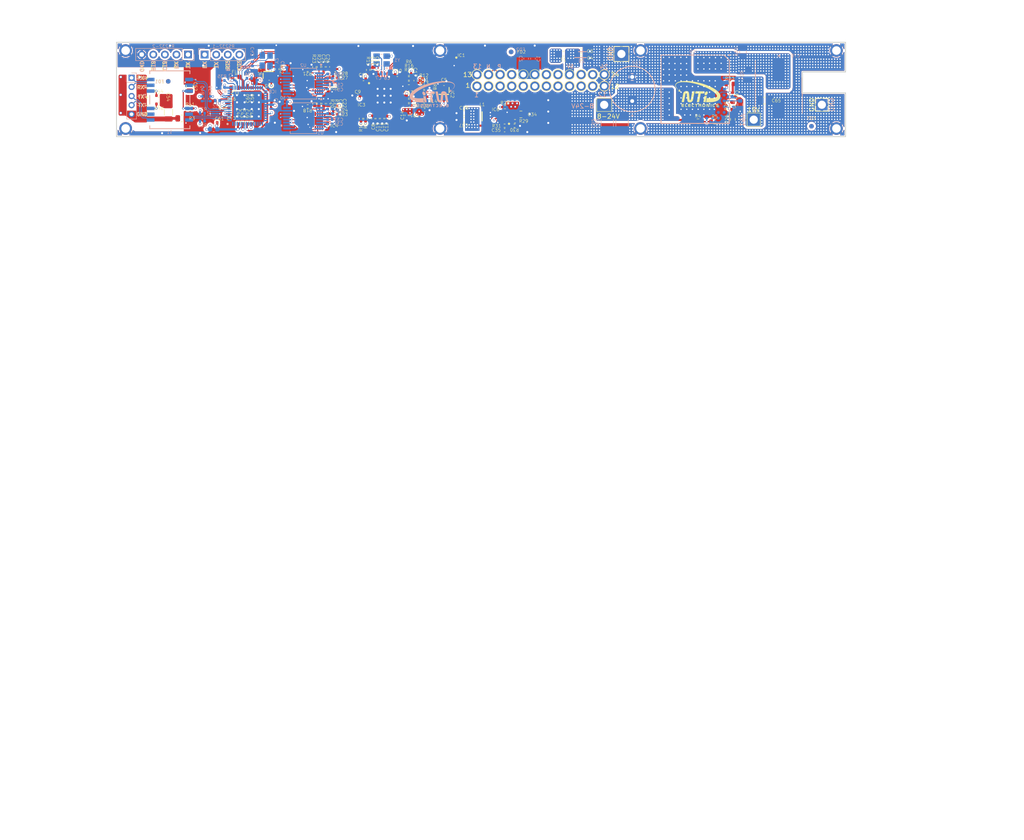
<source format=kicad_pcb>
(kicad_pcb (version 20240108) (generator "pcbnew") (generator_version "8.0")
  (title_block (comment 4 "AISLER Project ID: TENDRZNR"))
  (layers (0 "F.Cu" signal) (1 "In1.Cu" power "GND1.Cu") (2 "In2.Cu" mixed "PWR.Cu") (3 "In3.Cu" signal "In4.Cu") (4 "In4.Cu" power "GND2.Cu") (31 "B.Cu" signal) (34 "B.Paste" user) (35 "F.Paste" user) (36 "B.SilkS" user "B.Silkscreen") (37 "F.SilkS" user "F.Silkscreen") (38 "B.Mask" user) (39 "F.Mask" user) (44 "Edge.Cuts" user))
  (net 0 "")
  (net 1 "GND")
  (net 2 "+3V3")
  (net 4 "/USB HUB/HUB_RST_N")
  (net 5 "/USB HUB/PLLFILT")
  (net 6 "/USB HUB/CRFILT")
  (net 7 "VBUS_UP")
  (net 8 "/USB HUB/USBUP_N")
  (net 9 "/USB HUB/USBUP_P")
  (net 10 "/USBDN1_N")
  (net 11 "/USBDN1_P")
  (net 12 "/USBDN2_N")
  (net 13 "/USBDN2_P")
  (net 14 "/USBDN3_N")
  (net 15 "/USBDN3_P")
  (net 16 "/USB HUB/BC_EN4")
  (net 17 "/USB HUB/NON_REM1")
  (net 18 "/USB HUB/CFG_SEL0")
  (net 19 "/USB HUB/CFG_SEL1")
  (net 20 "/USB HUB/NON_REM0")
  (net 21 "/USB2UP_N")
  (net 22 "/USB2UP_P")
  (net 23 "/USB HUB/VDDA33")
  (net 24 "/PWR_3V3/FB")
  (net 25 "/PWR_3V3/LX")
  (net 26 "/USB HUB/USBDN4_N")
  (net 27 "/USB HUB/USBDN4_P")
  (net 36 "/RS232_P1_TXD")
  (net 37 "/RS232_P1_RXD")
  (net 38 "/RS232_P2_TXD")
  (net 39 "/RS232_P2_RXD")
  (net 40 "/RS232_P2_CTS")
  (net 41 "/RS232_P2_RTS")
  (net 42 "/19V_CHARGE")
  (net 45 "/USB HUB/VBUS_DET")
  (net 66 "Net-(IC6-Pad2)")
  (net 68 "Net-(IC6-Pad7)")
  (net 74 "/5V_UP")
  (net 75 "Net-(C29-Pad1)")
  (net 76 "/USB SERIAL_2/VDD")
  (net 77 "/USB SERIAL_1/VDD")
  (net 78 "Net-(C29-Pad2)")
  (net 79 "Net-(C31-Pad2)")
  (net 80 "Net-(IC4-Pad8)")
  (net 81 "/USB SERIAL_2/CTS")
  (net 82 "/USB SERIAL_2/RTS")
  (net 83 "/USB SERIAL_2/RXD")
  (net 84 "/USB SERIAL_2/TXD")
  (net 85 "Net-(IC5-Pad8)")
  (net 86 "/USB SERIAL_1/CTS")
  (net 87 "/USB SERIAL_1/RTS")
  (net 88 "/USB SERIAL_1/RXD")
  (net 89 "/USB SERIAL_1/TXD")
  (net 90 "Net-(C32-Pad2)")
  (net 91 "Net-(C33-Pad1)")
  (net 92 "Net-(C33-Pad2)")
  (net 93 "/USB LAN/LAN_RST_N")
  (net 94 "+3.3VA")
  (net 95 "/USB LAN/VDDCORE")
  (net 96 "/USB LAN/VDDPLL")
  (net 97 "Net-(C52-Pad2)")
  (net 98 "/USB LAN/VDDUSBPLL")
  (net 99 "GNDPWR")
  (net 100 "Net-(C54-Pad2)")
  (net 101 "Net-(C55-Pad1)")
  (net 102 "Net-(C55-Pad2)")
  (net 103 "Net-(C57-Pad2)")
  (net 104 "Net-(C58-Pad2)")
  (net 105 "Net-(C59-Pad1)")
  (net 106 "Net-(C59-Pad2)")
  (net 109 "Net-(IC8-Pad8)")
  (net 111 "Net-(IC8-Pad16)")
  (net 112 "Net-(IC8-Pad20)")
  (net 134 "/USB LAN/RD_P")
  (net 135 "/USB LAN/RD_N")
  (net 136 "/USB LAN/TD_P")
  (net 137 "/USB LAN/TD_N")
  (net 138 "Net-(R42-Pad2)")
  (net 139 "Net-(R44-Pad2)")
  (net 140 "/USB HUB/RBIAS")
  (net 141 "/DOCK_IN")
  (net 142 "/USB LAN/TX_N")
  (net 143 "/USB LAN/TX_P")
  (net 144 "/USB LAN/RX_N")
  (net 145 "/USB LAN/RX_P")
  (net 149 "/USB SERIAL_2/RSTB")
  (net 150 "/USB SERIAL_1/RSTB")
  (net 151 "Net-(C6-Pad2)")
  (net 152 "Net-(C7-Pad2)")
  (net 153 "Net-(C41-Pad2)")
  (net 154 "Net-(C42-Pad2)")
  (net 161 "/pwr_19V/19V")
  (net 162 "/pwr_19V/MODE")
  (net 163 "/pwr_19V/VOUT")
  (net 164 "/pwr_19V/LL")
  (net 165 "/pwr_19V/RT")
  (net 166 "/pwr_19V/FB")
  (net 167 "/pwr_19V/RUN")
  (net 168 "/pwr_19V/8-24V")
  (net 169 "/RS232_P1_CTS")
  (net 170 "/RS232_P1_RTS")
  (footprint "MountingHole:MountingHole_2.2mm_M2_DIN965_Pad" (layer "F.Cu") (at 216.105919 113.833157)
    (property "Reference" "REF**" (hide yes))
    (property "Value" "MountingHole_2.2mm_M2_DIN965_Pad" (hide yes))
  )
  (footprint "global_foot:SOT65P210X100-3N" (layer "F.Cu") (at 285.947072 106.346201 -90)
    (property "Reference" "IC2")
    (property "Value" "MIC803-29D4VC3-TR" (hide yes))
  )
  (footprint "TestPoint:TestPoint_THTPad_2.5x2.5mm_Drill1.2mm" (layer "F.Cu") (at 321.130919 108.642354)
    (property "Reference" "TP1" (hide yes))
    (property "Value" "8-24V" (hide yes))
  )
  (footprint "global_foot:R_0402_1005Metric" (layer "F.Cu") (at 278.265919 108.787354)
    (property "Reference" "R2")
    (property "Value" "10K 0402 1%")
  )
  (footprint "global_foot:NFZ15SG152SN10B" (layer "F.Cu") (at 279.501722 110.035398)
    (property "Reference" "FB1")
    (property "Value" "BLM15PG100SZ1D" (hide yes))
  )
  (footprint "Capacitor_SMD:C_0402_1005Metric" (layer "F.Cu") (at 239.300919 110.672354 180)
    (property "Reference" "C47")
    (property "Value" "0.1uF 16V 0402")
  )
  (footprint "global_foot:R_0402_1005Metric" (layer "F.Cu") (at 256.055919 100.927354 180)
    (property "Reference" "R21")
    (property "Value" "1K 0402")
  )
  (footprint "global_foot:R_0402_1005Metric" (layer "F.Cu") (at 278.266722 102.842354)
    (property "Reference" "R16")
    (property "Value" "100K 0402 1% 1/16W")
  )
  (footprint "Capacitor_SMD:C_0603_1608Metric" (layer "F.Cu") (at 316.105919 98.317354 180)
    (property "Reference" "C4")
    (property "Value" "0.1uF 50V 0603")
  )
  (footprint "Capacitor_SMD:C_0402_1005Metric" (layer "F.Cu") (at 241.720919 112.292354 -90)
    (property "Reference" "C43")
    (property "Value" "0.1uF 16V 0402")
  )
  (footprint "Capacitor_SMD:C_0402_1005Metric" (layer "F.Cu") (at 262.101722 101.727354 180)
    (property "Reference" "C28")
    (property "Value" "4.7uF 6.3V 0402")
  )
  (footprint "Capacitor_SMD:C_0402_1005Metric" (layer "F.Cu") (at 259.535919 100.307354 -90)
    (property "Reference" "C25")
    (property "Value" "0.1uF 16V 0402")
  )
  (footprint "global_foot:R_0402_1005Metric" (layer "F.Cu") (at 256.055919 108.992354 180)
    (property "Reference" "R18")
    (property "Value" "1K 0402")
  )
  (footprint "MountingHole:MountingHole_2.2mm_M2_DIN965_Pad" (layer "F.Cu") (at 329.105919 113.833157)
    (property "Reference" "REF**" (hide yes))
    (property "Value" "MountingHole_2.2mm_M2_DIN965_Pad" (hide yes))
  )
  (footprint "cf33pwr_foot:R_0603_1608Metric" (layer "F.Cu") (at 341.725919 112.257354 180)
    (property "Reference" "R4")
    (property "Value" "0R 0603")
  )
  (footprint "FabDrawing:FabDrawing-6Layer-Metric" (layer "F.Cu") (at 214.795919 167.619854)
    (property "Reference" "REF**" (hide yes))
    (property "Value" "FabDrawing-6Layer" (hide yes))
  )
  (footprint "Capacitor_SMD:C_0603_1608Metric" (layer "F.Cu") (at 290.335919 111.947354)
    (property "Reference" "C37")
    (property "Value" "22uF 6.3V 0603 20%")
  )
  (footprint "Capacitor_SMD:C_0402_1005Metric" (layer "F.Cu") (at 271.325919 100.952004 -90)
    (property "Reference" "C15")
    (property "Value" "0.01uF 10V 0402")
  )
  (footprint "Capacitor_SMD:C_0402_1005Metric" (layer "F.Cu") (at 242.890919 105.362354 90)
    (property "Reference" "C60")
    (property "Value" "0.1uF 16V 0402")
  )
  (footprint "TestPoint:TestPoint_THTPad_D1.0mm_Drill0.5mm" (layer "F.Cu") (at 295.755031 104.537243 180)
    (property "Reference" "P22" (hide yes))
    (property "Value" "P2_USB3_TX_P" (hide yes))
  )
  (footprint "TestPoint:TestPoint_THTPad_D1.0mm_Drill0.5mm" (layer "F.Cu") (at 293.215031 104.537243 180)
    (property "Reference" "P21" (hide yes))
    (property "Value" "P1_USB3_TX_N" (hide yes))
  )
  (footprint "TestPoint:TestPoint_THTPad_D1.0mm_Drill0.5mm" (layer "F.Cu") (at 303.375031 101.997243 180)
    (property "Reference" "P19" (hide yes))
    (property "Value" "P17_19V_IN" (hide yes))
  )
  (footprint "TestPoint:TestPoint_THTPad_D1.0mm_Drill0.5mm" (layer "F.Cu") (at 305.915031 101.997243 180)
    (property "Reference" "P20" (hide yes))
    (property "Value" "P18_19V_IN" (hide yes))
  )
  (footprint "TestPoint:TestPoint_THTPad_D1.0mm_Drill0.5mm" (layer "F.Cu") (at 316.075031 101.997243 180)
    (property "Reference" "P18" (hide yes))
    (property "Value" "P22_DOCK_IN_DET" (hide yes))
  )
  (footprint "Capacitor_SMD:C_0603_1608Metric" (layer "F.Cu") (at 316.105919 96.817354 180)
    (property "Reference" "C3")
    (property "Value" "10nF 50V 0603")
  )
  (footprint "TestPoint:TestPoint_THTPad_D1.0mm_Drill0.5mm" (layer "F.Cu") (at 303.375031 104.537243 180)
    (property "Reference" "P5" (hide yes))
    (property "Value" "NC" (hide yes))
  )
  (footprint "cf33pwr_foot:R_0603_1608Metric" (layer "F.Cu") (at 348.680919 104.042354 180)
    (property "Reference" "R33")
    (property "Value" "0R 0603")
  )
  (footprint "TestPoint:TestPoint_THTPad_D1.0mm_Drill0.5mm" (layer "F.Cu") (at 308.455031 104.537243 180)
    (property "Reference" "P7" (hide yes))
    (property "Value" "NC'" (hide yes))
  )
  (footprint "MountingHole:MountingHole_2.2mm_M2_DIN965_Pad" (layer "F.Cu") (at 372.105919 113.833157)
    (property "Reference" "REF**" (hide yes))
    (property "Value" "MountingHole_2.2mm_M2_DIN965_Pad" (hide yes))
  )
  (footprint "TestPoint:TestPoint_THTPad_D1.0mm_Drill0.5mm" (layer "F.Cu") (at 310.995031 104.537243 180)
    (property "Reference" "P8" (hide yes))
    (property "Value" "NC" (hide yes))
  )
  (footprint "global_foot:R_0402_1005Metric" (layer "F.Cu") (at 281.616722 106.867354 180)
    (property "Reference" "R13")
    (property "Value" "100K 0402 1% 1/16W")
  )
  (footprint "TestPoint:TestPoint_THTPad_D1.0mm_Drill0.5mm" (layer "F.Cu") (at 298.295031 104.537243 180)
    (property "Reference" "P23" (hide yes))
    (property "Value" "P3_USB3_RX_P" (hide yes))
  )
  (footprint "global_foot:SON50P201X201X60-9N-D" (layer "F.Cu") (at 298.845919 111.398854 180)
    (property "Reference" "IC6")
    (property "Value" "AP3441SHE-7B" (hide yes))
  )
  (footprint "global_foot:QFN50P600X600X100-37N-D" (layer "F.Cu") (at 272.871722 106.637354)
    (property "Reference" "IC3")
    (property "Value" "USB2514B_M2" (hide yes))
  )
  (footprint "Capacitor_SMD:C_0805_2012Metric" (layer "F.Cu") (at 356.305919 107.717354 180)
    (property "Reference" "C65")
    (property "Value" "22uF 25V 0805")
  )
  (footprint "TestPoint:TestPoint_THTPad_2.5x2.5mm_Drill1.2mm" (layer "F.Cu") (at 368.905919 108.617354 90)
    (property "Reference" "*" (hide yes))
    (property "Value" "19V" (hide yes))
  )
  (footprint "Capacitor_SMD:C_0402_1005Metric" (layer "F.Cu") (at 278.261722 106.797354 180)
    (property "Reference" "C13")
    (property "Value" "0.1uF 16V 0402")
  )
  (footprint "TestPoint:TestPoint_THTPad_D1.0mm_Drill0.5mm" (layer "F.Cu") (at 310.995031 101.997243 180)
    (property "Reference" "P12" (hide yes))
    (property "Value" "NC" (hide yes))
  )
  (footprint "Capacitor_SMD:C_0402_1005Metric" (layer "F.Cu") (at 242.700919 112.302354 -90)
    (property "Reference" "C49")
    (property "Value" "0.1uF 16V 0402")
  )
  (footprint "Capacitor_SMD:C_0402_1005Metric" (layer "F.Cu") (at 349.305919 106.442354 -90)
    (property "Reference" "C64")
    (property "Value" "0.1uF 16V 0402")
  )
  (footprint "global_foot:R_0402_1005Metric" (layer "F.Cu") (at 223.375919 108.457354 180)
    (property "Reference" "R42")
    (property "Value" "75R 1% 0402")
  )
  (footprint "Fiducial:Fiducial_1mm_Mask2mm" (layer "F.Cu") (at 300.705919 97.017354)
    (property "Reference" "FD2")
    (property "Value" "Fiducial_1mm_Mask2mm" (hide yes))
  )
  (footprint "Capacitor_SMD:C_0402_1005Metric" (layer "F.Cu") (at 279.741722 103.317354 -90)
    (property "Reference" "C17")
    (property "Value" "1uF 0402 25V X5R")
  )
  (footprint "Capacitor_SMD:C_0402_1005Metric" (layer "F.Cu") (at 281.735919 109.817354 180)
    (property "Reference" "C20")
    (property "Value" "4.7uF 6.3V 0402")
  )
  (footprint "TestPoint:TestPoint_THTPad_D1.0mm_Drill0.5mm" (layer "F.Cu") (at 295.755031 101.997243 180)
    (property "Reference" "P16" (hide yes))
    (property "Value" "P14_USB2_N" (hide yes))
  )
  (footprint "global_foot:R_0402_1005Metric" (layer "F.Cu") (at 267.755919 111.687354 -90)
    (property "Reference" "R10")
    (property "Value" "10K 0402 1%")
  )
  (footprint "TestPoint:TestPoint_THTPad_D1.0mm_Drill0.5mm" (layer "F.Cu") (at 300.835031 104.537243 180)
    (property "Reference" "P24" (hide yes))
    (property "Value" "P4_USB3_RX_N" (hide yes))
  )
  (footprint "Capacitor_SMD:C_0402_1005Metric" (layer "F.Cu") (at 271.415919 111.657354 90)
    (property "Reference" "C19")
    (property "Value" "0.1uF 16V 0402")
  )
  (footprint "cf33pwr_foot:R_0603_1608Metric" (layer "F.Cu") (at 345.405919 112.327354 180)
    (property "Reference" "R5")
    (property "Value" "0R 0603")
  )
  (footprint "global_foot:R_0402_1005Metric" (layer "F.Cu") (at 301.455919 113.242354 180)
    (property "Reference" "R30")
    (property "Value" "95.3K 0402 1% 1/10W")
  )
  (footprint "TestPoint:TestPoint_THTPad_D1.0mm_Drill0.5mm" (layer "F.Cu") (at 298.295031 101.997243 180)
    (property "Reference" "P17" (hide yes))
    (property "Value" "P15_USB2_P" (hide yes))
  )
  (footprint "MountingHole:MountingHole_2.2mm_M2_DIN965_Pad" (layer "F.Cu") (at 285.105919 96.717354)
    (property "Reference" "REF**" (hide yes))
    (property "Value" "MountingHole_2.2mm_M2_DIN965_Pad" (hide yes))
  )
  (footprint "global_foot:R_0402_1005Metric" (layer "F.Cu") (at 249.353419 100.817354 90)
    (property "Reference" "R32")
    (property "Value" "100K 0402 1% 1/16W")
  )
  (footprint "Capacitor_SMD:C_0402_1005Metric" (layer "F.Cu") (at 260.515919 100.307354 -90)
    (property "Reference" "C26")
    (property "Value" "4.7uF 6.3V 0402")
  )
  (footprint "global_foot:R_0402_1005Metric" (layer "F.Cu") (at 299.355919 109.137354 180)
    (property "Reference" "R28")
    (property "Value" "10K 0402 1%")
  )
  (footprint "TestPoint:TestPoint_THTPad_D1.0mm_Drill0.5mm" (layer "F.Cu") (at 318.615031 101.997243 180)
    (property "Reference" "P3" (hide yes))
    (property "Value" "NC" (hide yes))
  )
  (footprint "TestPoint:TestPoint_THTPad_D1.0mm_Drill0.5mm" (layer "F.Cu") (at 321.154998 101.997354 180)
    (property "Reference" "P4" (hide yes))
    (property "Value" "P24_GND" (hide yes))
  )
  (footprint "TestPoint:TestPoint_THTPad_D1.0mm_Drill0.5mm" (layer "F.Cu") (at 308.455031 101.997243 180)
    (property "Reference" "P2" (hide yes))
    (property "Value" "NC" (hide yes))
  )
  (footprint "TestPoint:TestPoint_THTPad_D1.0mm_Drill0.5mm" (layer "F.Cu") (at 300.835031 101.997243 180)
    (property "Reference" "P1" (hide yes))
    (property "Value" "P16_GPIO" (hide yes))
  )
  (footprint "Capacitor_SMD:C_0402_1005Metric" (layer "F.Cu") (at 299.280919 114.212354 180)
    (property "Reference" "C35")
    (property "Value" "22pF 50V 0402 10%")
  )
  (footprint "Capacitor_SMD:C_0402_1005Metric" (layer "F.Cu") (at 260.555919 108.367354 -90)
    (property "Reference" "C22")
    (property "Value" "4.7uF 6.3V 0402")
  )
  (footprint "global_foot:CP2102NA02GQFN20" (layer "F.Cu") (at 258.486372 104.112004 180)
    (property "Reference" "IC5")
    (property "Value" "CP2102N-A02-GQFN20" (hide yes))
  )
  (footprint "global_foot:R_0402_1005Metric" (layer "F.Cu") (at 257.525919 100.327354 -90)
    (property "Reference" "R23")
    (property "Value" "47K 0402 1%")
  )
  (footprint "Capacitor_SMD:C_0402_1005Metric" (layer "F.Cu") (at 267.051722 106.617354)
    (property "Reference" "C9")
    (property "Value" "0.1uF 16V 0402")
  )
  (footprint "Capacitor_SMD:C_0402_1005Metric" (layer "F.Cu") (at 243.670919 112.292354 -90)
    (property "Reference" "C40")
    (property "Value" "0.1uF 16V 0402")
  )
  (footprint "Inductor_SMD:L_0603_1608Metric" (layer "F.Cu") (at 240.285919 102.497354 180)
    (property "Reference" "FL3")
    (property "Value" "120R")
  )
  (footprint "global_foot:R_0402_1005Metric" (layer "F.Cu") (at 258.551722 108.367354 90)
    (property "Reference" "R19")
    (property "Value" "22K6 0402")
  )
  (footprint "global_foot:R_0402_1005Metric" (layer "F.Cu") (at 223.375919 106.597354 180)
    (property "Reference" "R44")
    (property "Value" "75R 1% 0402")
  )
  (footprint "Capacitor_SMD:C_0402_1005Metric" (layer "F.Cu") (at 243.860919 105.362354 90)
    (property "Reference" "C50")
    (property "Value" "1uF 0402 25V X5R")
  )
  (footprint "TestPoint:TestPoint_THTPad_D1.0mm_Drill0.5mm" (layer "F.Cu") (at 316.075031 104.537243 180)
    (property "Reference" "P10" (hide yes))
    (property "Value" "NC" (hide yes))
  )
  (footprint "global_foot:SON50P150X170X55-6N-D" (layer "F.Cu") (at 289.805919 99.417354)
    (property "Reference" "IC1")
    (property "Value" "ECMF02-2AMX6" (hide yes))
  )
  (footprint "TestPoint:TestPoint_THTPad_D1.0mm_Drill0.5mm" (layer "F.Cu") (at 318.615031 104.537243 180)
    (property "Reference" "P11" (hide yes))
    (property "Value" "NC" (hide yes))
  )
  (footprint "Fiducial:Fiducial_1mm_Mask2mm" (layer "F.Cu") (at 225.445919 103.487354)
    (property "Reference" "FD1")
    (property "Value" "Fiducial_1mm_Mask2mm" (hide yes))
  )
  (footprint "global_foot:R_0402_1005Metric" (layer "F.Cu") (at 299.280919 113.237354 180)
    (property "Reference" "R31")
    (property "Value" "430K 0402 1% 1/10W")
  )
  (footprint "Capacitor_SMD:C_0603_1608Metric" (layer "F.Cu") (at 290.345919 110.437354)
    (property "Reference" "C36")
    (property "Value" "22uF 6.3V 0603 20%")
  )
  (footprint "Capacitor_SMD:C_0402_1005Metric" (layer "F.Cu") (at 236.670919 112.532354 180)
    (property "Reference" "C61")
    (property "Value" "0.1uF 16V 0402")
  )
  (footprint "Capacitor_SMD:C_0402_1005Metric" (layer "F.Cu") (at 268.295919 102.992004)
    (property "Reference" "C11")
    (property "Value" "0.1uF 16V 0402")
  )
  (footprint "global_foot:R_0402_1005Metric" (layer "F.Cu") (at 239.305919 109.267354 180)
    (property "Reference" "R34")
    (property "Value" "12K 1% 0402")
  )
  (footprint "TestPoint:TestPoint_THTPad_D1.0mm_Drill0.5mm" (layer "F.Cu") (at 313.535031 104.537243 180)
    (property "Reference" "P9" (hide yes))
    (property "Value" "NC" (hide yes))
  )
  (footprint "Capacitor_SMD:C_0402_1005Metric" (layer "F.Cu") (at 247.605919 103.597354)
    (property "Reference" "C45")
    (property "Value" "0.1uF 16V 0402")
  )
  (footprint "Fiducial:Fiducial_1mm_Mask2mm" (layer "F.Cu") (at 366.630919 113.342354)
    (property "Reference" "FD3")
    (property "Value" "Fiducial_1mm_Mask2mm" (hide yes))
  )
  (footprint "cf33pwr_foot:R_0805_2012Metric" (layer "F.Cu") (at 228.455919 111.617354 180)
    (property "Reference" "R3")
    (property "Value" "0R 0805")
  )
  (footprint "Capacitor_SMD:C_0402_1005Metric" (layer "F.Cu") (at 272.385919 111.647354 90)
    (property "Reference" "C16")
    (property "Value" "0.01uF 10V 0402")
  )
  (footprint "Inductor_SMD:L_0603_1608Metric" (layer "F.Cu") (at 240.080919 104.892354 180)
    (property "Reference" "FL2")
    (property "Value" "120R")
  )
  (footprint "global_foot:DFE2HCAH1R0MJ0L" (layer "F.Cu") (at 294.345919 111.167354 180)
    (property "Reference" "L1")
    (property "Value" "2.2uH 2.2A" (hide yes))
  )
  (footprint "cf33pwr_foot:R_0603_1608Metric" (layer "F.Cu") (at 349.380919 111.842354 90)
    (property "Reference" "R26")
    (property "Value" "6.65K 1% 0603")
  )
  (footprint "Capacitor_SMD:C_1206_3216Metric" (layer "F.Cu") (at 225.505919 110.267354 90)
    (property "Reference" "C54")
    (property "Value" "1000pF 2kV 1206")
  )
  (footprint "global_foot:CP2102NA02GQFN20" (layer "F.Cu") (at 258.506372 112.183157 180)
    (property "Reference" "IC4")
    (property "Value" "CP2102N-A02-GQFN20" (hide yes))
  )
  (footprint "TestPoint:TestPoint_THTPad_D1.0mm_Drill0.5mm" (layer "F.Cu") (at 313.535031 101.997243 180)
    (property "Reference" "P15" (hide yes))
    (property "Value" "P21_5V_DOCK" (hide yes))
  )
  (footprint "Capacitor_SMD:C_0402_1005Metric" (layer "F.Cu") (at 277.795919 110.947704 90)
    (property "Reference" "C14")
    (property "Value" "4.7uF 6.3V 0402")
  )
  (footprint "global_foot:R_0402_1005Metric" (layer "F.Cu") (at 278.266722 103.842354 180)
    (property "Reference" "R17")
    (property "Value" "100K 0402 1% 1/16W")
  )
  (footprint "TestPoint:TestPoint_THTPad_D1.0mm_Drill0.5mm" (layer "F.Cu") (at 293.215031 101.997243 180)
    (property "Reference" "P13" (hide yes))
    (property "Value" "P13_GND" (hide yes))
  )
  (footprint "global_foot:R_0402_1005Metric" (layer "F.Cu") (at 281.616722 104.867354)
    (property "Reference" "R12")
    (property "Value" "100K 0402 1% 1/16W")
  )
  (footprint "Capacitor_SMD:C_0402_1005Metric" (layer "F.Cu") (at 270.335919 100.952004 -90)
    (property "Reference" "C18")
    (property "Value" "0.1uF 16V 0402")
  )
  (footprint "global_foot:R_0402_1005Metric" (layer "F.Cu") (at 278.266722 107.777354)
    (property "Reference" "R7")
    (property "Value" "10K 0402 1%")
  )
  (footprint "MountingHole:MountingHole_2.2mm_M2_DIN965_Pad" (layer "F.Cu") (at 372.105919 96.717354)
    (property "Reference" "REF**" (hide yes))
    (property "Value" "MountingHole_2.2mm_M2_DIN965_Pad" (hide yes))
  )
  (footprint "TestPoint:TestPoint_THTPad_D1.0mm_Drill0.5mm" (layer "F.Cu") (at 321.155031 104.537243 180)
    (property "Reference" "P14" (hide yes))
    (property "Value" "P12_GND" (hide yes))
  )
  (footprint "Capacitor_SMD:C_0402_1005Metric" (layer "F.Cu") (at 259.555919 108.367354 -90)
    (property "Reference" "C21")
    (property "Value" "0.1uF 16V 0402")
  )
  (footprint "Capacitor_SMD:C_0402_1005Metric" (layer "F.Cu") (at 275.741722 102.067354 180)
    (property "Reference" "C10")
    (property "Value" "0.1uF 16V 0402")
  )
  (footprint "TestPoint:TestPoint_THTPad_2.5x2.5mm_Drill1.2mm" (layer "F.Cu") (at 324.905919 97.467354 90)
    (property "Reference" "TP5" (hide yes))
    (property "Value" "GND" (hide yes))
  )
  (footprint "Capacitor_SMD:C_0805_2012Metric" (layer "F.Cu") (at 302.855919 110.737354 180)
    (property "Reference" "C34")
    (property "Value" "10uF 10V 0805")
  )
  (footprint "MountingHole:MountingHole_2.2mm_M2_DIN965_Pad" (layer "F.Cu") (at 285.105919 113.833157)
    (property "Reference" "REF**" (hide yes))
    (property "Value" "MountingHole_2.2mm_M2_DIN965_Pad" (hide yes))
  )
  (footprint "global_foot:R_0402_1005Metric" (layer "F.Cu") (at 230.255919 109.417354)
    (property "Reference" "R41")
    (property "Value" "0R 0402")
  )
  (footprint "global_foot:R_0402_1005Metric" (layer "F.Cu") (at 257.555919 108.367354 -90)
    (property "Reference" "R20")
    (property "Value" "47K 0402 1%")
  )
  (footprint "global_foot:R_0402_1005Metric" (layer "F.Cu") (at 278.266722 101.817354)
    (property "Reference" "R6")
    (property "Value" "10K 0402 1%")
  )
  (footprint "Capacitor_SMD:C_0402_1005Metric" (layer "F.Cu") (at 240.750919 112.292354 -90)
    (property "Reference" "C44")
    (property "Value" "0.1uF 16V 0402")
  )
  (footprint "TestPoint:TestPoint_THTPad_2.5x2.5mm_Drill1.2mm" (layer "F.Cu") (at 353.955919 111.892354)
    (property "Reference" "TP6" (hide yes))
    (property "Value" "19V" (hide yes))
  )
  (footprint "Capacitor_SMD:C_0402_1005Metric" (layer "F.Cu") (at 239.300919 108.242354 180)
    (property "Reference" "C46")
    (property "Value" "0.1uF 16V 0402")
  )
  (footprint "TestPoint:TestPoint_THTPad_D1.0mm_Drill0.5mm" (layer "F.Cu") (at 305.915031 104.537243 180)
    (property "Reference" "P6" (hide yes))
    (property "Value" "NC" (hide yes))
  )
  (footprint "global_foot:R_0402_1005Metric" (layer "F.Cu") (at 301.555919 112.237354 180)
    (property "Reference" "R29")
    (property "Value" "100K 0402 1% 1/16W")
  )
  (footprint "cf33pwr_foot:R_0603_1608Metric" (layer "F.Cu") (at 349.355919 108.867354 90)
    (property "Reference" "R25")
    (property "Value" "100K 1% 0603")
  )
  (footprint "Capacitor_SMD:C_0402_1005Metric" (layer "F.Cu") (at 262.131722 110.737354 180)
    (property "Reference" "C23")
    (property "Value" "0.1uF 16V 0402")
  )
  (footprint "global_foot:R_0402_1005Metric" (layer "F.Cu") (at 258.536372 100.327354 90)
    (property "Reference" "R22")
    (property "Value" "22K6 0402")
  )
  (footprint "Capacitor_SMD:C_0402_1005Metric" (layer "F.Cu") (at 273.345919 111.647354 90)
    (property "Reference" "C12")
    (property "Value" "0.1uF 16V 0402")
  )
  (footprint "MountingHole:MountingHole_2.2mm_M2_DIN965_Pad" (layer "F.Cu") (at 329.105919 96.717354)
    (property "Reference" "REF**" (hide yes))
    (property "Value" "MountingHole_2.2mm_M2_DIN965_Pad" (hide yes))
  )
  (footprint "global_foot:SOT65P210X100-3N" (layer "F.Cu") (at 247.443419 101.317354 90)
    (property "Reference" "IC7")
    (property "Value" "MIC803-29D4VC3-TR" (hide yes))
  )
  (footprint "Capacitor_SMD:C_0402_1005Metric" (layer "F.Cu") (at 262.101722 102.707354 180)
    (property "Reference" "C27")
    (property "Value" "0.1uF 16V 0402")
  )
  (footprint "MountingHole:MountingHole_2.2mm_M2_DIN965_Pad" (layer "F.Cu") (at 216.105919 96.717354)
    (property "Reference" "REF**" (hide yes))
    (property "Value" "MountingHole_2.2mm_M2_DIN965_Pad" (hide yes))
  )
  (footprint "Capacitor_SMD:C_0402_1005Metric" (layer "F.Cu") (at 285.975919 104.046201 180)
    (property "Reference" "C5")
    (property "Value" "0.1uF 16V 0402")
  )
  (footprint "global_foot:R_0402_1005Metric" (layer "F.Cu") (at 283.960919 106.281201 -90)
    (property "Reference" "R8")
    (property "Value" "100K 0402 1% 1/16W")
  )
  (footprint "Capacitor_SMD:C_0402_1005Metric" (layer "F.Cu") (at 270.455919 111.667354 90)
    (property "Reference" "C8")
    (property "Value" "0.1uF 16V 0402")
  )
  (footprint "Capacitor_SMD:C_0402_1005Metric" (layer "F.Cu") (at 262.121722 109.767354 180)
    (property "Reference" "C24")
    (property "Value" "4.7uF 6.3V 0402")
  )
  (footprint "global_foot:R_0402_1005Metric" (layer "F.Cu") (at 268.755919 111.687354 -90)
    (property "Reference" "R9")
    (property "Value" "10K 0402 1%")
  )
  (footprint "Capacitor_SMD:C_0805_2012Metric" (layer "F.Cu") (at 230.155919 104.617354 -90)
    (property "Reference" "C52")
    (property "Value" "0.022uF 50V 0805")
  )
  (footprint "Fuse:Fuse_0603_1608Metric" (layer "F.Cu") (at 312.205919 97.417354 180)
    (property "Reference" "F1")
    (property "Value" "5A 0603")
  )
  (footprint "global_foot:R_0402_1005Metric" (layer "F.Cu") (at 281.621722 105.867354)
    (property "Reference" "R11")
    (property "Value" "10K 0402 1%")
  )
  (footprint "global_foot:R_0402_1005Metric" (layer "F.Cu") (at 281.616722 107.867354)
    (property "Reference" "R14")
    (property "Value" "100K 0402 1% 1/16W")
  )
  (footprint "global_foot:R_0402_1005Metric" (layer "F.Cu") (at 269.331722 100.967354 -90)
    (property "Reference" "R15")
    (property "Value" "12K 1% 0402")
  )
  (footprint "Capacitor_SMD:C_0402_1005Metric" (layer "B.Cu") (at 260.925919 105.207354 180)
    (property "Reference" "C57")
    (property "Value" "0.1uF 50V 0402 X7R")
  )
  (footprint "my_step_up_down:BGA121C127P11X11_1500X1500X512" (layer "B.Cu") (at 341.105919 105.217354 180)
    (property "Reference" "IC9")
    (property "Value" "LTM8055IY-1#PBF" (hide yes))
  )
  (footprint "my_esd:CDDFN103324P" (layer "B.Cu") (at 236.088419 110.592354 -90)
    (property "Reference" "D1")
    (property "Value" "CDDFN10-3324P" (hide yes))
  )
  (footprint "Fiducial:Fiducial_1mm_Mask2mm" (layer "B.Cu") (at 225.455919 103.487354 180)
    (property "Reference" "FD1")
    (property "Value" "Fiducial_1mm_Mask2mm" (hide yes))
  )
  (footprint "Capacitor_SMD:C_1210_3225Metric" (layer "B.Cu") (at 321.805919 112.667354 90)
    (property "Reference" "C62")
    (property "Value" "4.7uF 50V 1210")
  )
  (footprint "cf33pwr_foot:R_0603_1608Metric" (layer "B.Cu") (at 350.980919 108.592354 -90)
    (property "Reference" "R27")
    (property "Value" "24.9K 1% 0603")
  )
  (footprint "Connector_PinHeader_2.54mm:PinHeader_1x04_P2.54mm_Vertical" (layer "B.Cu") (at 233.445919 97.607354 -90)
    (property "Reference" "TP2" (hide yes))
    (property "Value" "RS-232-1")
  )
  (footprint "Capacitor_SMD:C_0402_1005Metric" (layer "B.Cu") (at 248.155919 108.137354 -90)
    (property "Reference" "C39")
    (property "Value" "0.1uF 16V 0402")
  )
  (footprint "Capacitor_SMD:C_0402_1005Metric" (layer "B.Cu") (at 271.585919 101.857354)
    (property "Reference" "C7")
    (property "Value" "10pF 50V 2% 0402")
  )
  (footprint "Capacitor_SMD:C_0402_1005Metric" (layer "B.Cu") (at 244.915919 102.702354 -90)
    (property "Reference" "C38")
    (property "Value" "0.1uF 16V 0402")
  )
  (footprint "Capacitor_SMD:C_0402_1005Metric" (layer "B.Cu") (at 260.915919 104.247354 180)
    (property "Reference" "C59")
    (property "Value" "0.1uF 50V 0402 X7R")
  )
  (footprint "Capacitor_SMD:C_0402_1005Metric" (layer "B.Cu") (at 236.250919 107.662354)
    (property "Reference" "C51")
    (property "Value" "0.1uF 16V 0402")
  )
  (footprint "Capacitor_SMD:C_0805_2012Metric" (layer "B.Cu") (at 351.605919 97.017354 -90)
    (property "Reference" "C66")
    (property "Value" "22uF 25V 0805")
  )
  (footprint "Fiducial:Fiducial_1mm_Mask2mm" (layer "B.Cu") (at 366.630919 113.342354 180)
    (property "Reference" "FD3")
    (property "Value" "Fiducial_1mm_Mask2mm" (hide yes))
  )
  (footprint "global_foot:HX0068ANL" (layer "B.Cu") (at 225.800919 107.522354 -90)
    (property "Reference" "T1")
    (property "Value" "HX0068ANL" (hide yes))
  )
  (footprint "global_foot:ABM8G48000MHZ18D2YT" (layer "B.Cu") (at 246.945919 98.927354 90)
    (property "Reference" "Y2")
    (property "Value" "ABM8G-25.000MHZ-4Y-T3" (hide yes))
  )
  (footprint "Capacitor_SMD:C_0402_1005Metric" (layer "B.Cu") (at 260.945919 110.537354)
    (property "Reference" "C29")
    (property "Value" "0.1uF 50V 0402 X7R")
  )
  (footprint "Inductor_SMD:L_0603_1608Metric" (layer "B.Cu") (at 235.430919 114.002354 180)
    (property "Reference" "FL1")
    (property "Value" "120R")
  )
  (footprint "my_esd:SOD2513X115N" (layer "B.Cu") (at 316.355919 97.617354)
    (property "Reference" "D2")
    (property "Value" "DF2S6P2FU,H3F" (hide yes))
  )
  (footprint "Capacitor_SMD:C_0402_1005Metric" (layer "B.Cu") (at 251.055919 107.967354)
    (property "Reference" "C30")
    (property "Value" "0.1uF 50V 0402 X7R")
  )
  (footprint "Capacitor_SMD:C_0402_1005Metric" (layer "B.Cu") (at 251.505919 99.967354 -90)
    (property "Reference" "C56")
    (property "Value" "0.1uF 50V 0402 X7R")
  )
  (footprint "Capacitor_SMD:C_0402_1005Metric" (layer "B.Cu") (at 240.070919 102.692354 -90)
    (property "Reference" "C53")
    (property "Value" "0.1uF 16V 0402")
  )
  (footprint "Capacitor_SMD:C_0402_1005Metric" (layer "B.Cu") (at 273.455919 101.847354 180)
    (property "Reference" "C6")
    (property "Value" "10pF 50V 2% 0402")
  )
  (footprint "Capacitor_SMD:C_0402_1005Metric" (layer "B.Cu") (at 260.930919 101.867354 180)
    (property "Reference" "C58")
    (property "Value" "0.1uF 50V 0402 X7R")
  )
  (footprint "Fiducial:Fiducial_1mm_Mask2mm" (layer "B.Cu") (at 300.705919 97.017354 180)
    (property "Reference" "FD2")
    (property "Value" "Fiducial_1mm_Mask2mm" (hide yes))
  )
  (footprint "my_cap:CAPPRD530W65D1000H1050" (layer "B.Cu") (at 327.280919 107.817354 90)
    (property "Reference" "C67")
    (property "Value" "330uF 35V 20mOm" (hide yes))
  )
  (footprint "Connector_PinHeader_2.54mm:PinHeader_1x05_P2.54mm_Vertical" (layer "B.Cu") (at 229.795919 97.597354 90)
    (property "Reference" "TP3" (hide yes))
    (property "Value" "RS-232-2")
  )
  (footprint "global_foot:R_0402_1005Metric" (layer "B.Cu") (at 232.905919 107.297354 90)
    (property "Reference" "R40")
    (property "Value" "49.9R 1% 0402")
  )
  (footprint "Capacitor_SMD:C_0402_1005Metric" (layer "B.Cu") (at 260.935919 109.567354 180)
    (property "Reference" "C32")
    (property "Value" "0.1uF 50V 0402 X7R")
  )
  (footprint "Capacitor_SMD:C_0402_1005Metric" (layer "B.Cu") (at 237.305919 104.802354)
    (property "Reference" "C48")
    (property "Value" "0.1uF 16V 0402")
  )
  (footprint "Capacitor_SMD:C_0402_1005Metric" (layer "B.Cu") (at 260.925919 111.887354 180)
    (property "Reference" "C33")
    (property "Value" "0.1uF 50V 0402 X7R")
  )
  (footprint "my_cap:CAPAE1030X800N" (layer "B.Cu") (at 359.455919 105.267354 -90)
    (property "Reference" "C70")
    (property "Value" "150uF 25V 25mOm" (hide yes))
  )
  (footprint "Capacitor_SMD:C_0402_1005Metric" (layer "B.Cu") (at 260.925919 112.837354 180)
    (property "Reference" "C31")
    (property "Value" "0.1uF 50V 0402 X7R")
  )
  (footprint "global_foot:R_0402_1005Metric" (layer "B.Cu") (at 232.945919 112.207354 180)
    (property "Reference" "R38")
    (property "Value" "49.9R 1% 0402")
  )
  (footprint "Capacitor_SMD:C_0603_1608Metric" (layer "B.Cu") (at 304.005919 98.492354 -90)
    (property "Reference" "C2")
    (property "Value" "0.1uF 50V 0603")
  )
  (footprint "global_foot:ABM8G48000MHZ18D2YT" (layer "B.Cu") (at 272.285919 98.807354 180)
    (property "Reference" "Y1")
    (property "Value" "ABM8G-24.000MHZ-4Y-T3" (hide yes))
  )
  (footprint "Capacitor_SMD:C_0402_1005Metric" (layer "B.Cu") (at 243.945919 100.587354 90)
    (property "Reference" "C41")
    (property "Value" "10pF 50V 2% 0402")
  )
  (footprint "Capacitor_SMD:C_0402_1005Metric" (layer "B.Cu") (at 243.945919 98.702354 -90)
    (property "Reference" "C42")
    (property "Value" "10pF 50V 2% 0402")
  )
  (footprint "Capacitor_SMD:C_0402_1005Metric" (layer "B.Cu") (at 260.925919 102.842354)
    (property "Reference" "C55")
    (property "Value" "0.1uF 50V 0402 X7R")
  )
  (footprint "global_foot:QFN50P800X800X100-57N-D" (layer "B.Cu") (at 242.875919 108.847354)
    (property "Reference" "IC8")
    (property "Value" "LAN9500AI-ABZJ" (hide yes))
  )
  (footprint "Capacitor_SMD:C_1210_3225Metric" (layer "B.Cu") (at 325.055919 112.667354 90)
    (property "Reference" "C63")
    (property "Value" "4.7uF 50V 1210")
  )
  (footprint "Connector_PinHeader_2.00mm:PinHeader_1x05_P2.00mm_Vertical" (layer "B.Cu") (at 217.405919 102.707354 180)
    (property "Reference" "TP4" (hide yes))
    (property "Value" "LAN")
  )
  (footprint "global_foot:R_0402_1005Metric" (layer "B.Cu") (at 237.275919 103.297354)
    (property "Reference" "R35")
    (property "Value" "12K 1% 0402")
  )
  (footprint "global_foot:MAX3232MDBREP" (layer "B.Cu") (at 255.115919 103.987354 180)
    (property "Reference" "U2")
    (property "Value" "MAX3232MDBREP" (hide yes))
  )
  (footprint "Capacitor_SMD:C_0603_1608Metric" (layer "B.Cu") (at 305.505919 98.492354 -90)
    (property "Reference" "C1")
    (property "Value" "10nF 50V 0603")
  )
  (footprint "global_foot:R_0402_1005Metric" (layer "B.Cu") (at 243.235919 102.827354)
    (property "Reference" "R36")
    (property "Value" "0R 0402")
  )
  (footprint "global_foot:R_0402_1005Metric" (layer "B.Cu") (at 232.945919 110.477354 180)
    (property "Reference" "R37")
    (property "Value" "49.9R 1% 0402")
  )
  (footprint "my_cur_sens:RESC2012X47N" (layer "B.Cu") (at 352.805919 102.167354 -90)
    (property "Reference" "R24")
    (property "Value" "0.008R 1% 0805" (hide yes))
  )
  (footprint "global_foot:MAX3232MDBREP" (layer "B.Cu") (at 255.136819 111.569854 180)
    (property "Reference" "U1")
    (property "Value" "MAX3232MDBREP" (hide yes))
  )
  (footprint "global_foot:R_0402_1005Metric" (layer "B.Cu") (at 234.665919 107.302354 90)
    (property "Reference" "R39")
    (property "Value" "49.9R 1% 0402")
  )
  (gr_poly (pts (xy 283.462359 108.613792) (xy 283.659606 108.613792) (xy 283.659606 109.129597) (xy 283.798644 109.129597) (xy 283.798644 108.613792) (xy 283.996949 108.613792) (xy 283.996949 108.477532) (xy 283.462359 108.477532)) (stroke (width 0.005)) (fill solid) (layer "B.SilkS"))
  (gr_poly (pts (xy 285.844944 105.659406) (xy 285.813382 105.660853) (xy 285.78292 105.663264) (xy 285.753559 105.66664) (xy 285.725299 105.670982) (xy 285.69814 105.676288) (xy 285.672081 105.68256) (xy 285.647123 105.689798) (xy 285.623265 105.698001) (xy 285.600508 105.707171) (xy 285.578852 105.717307) (xy 285.558297 105.728409) (xy 285.538842 105.740477) (xy 285.520489 105.753513) (xy 285.503235 105.767515) (xy 285.487083 105.782485) (xy 285.471853 105.798631) (xy 285.457367 105.816163) (xy 285.443626 105.83508) (xy 285.430629 105.855382) (xy 285.418378 105.877068) (xy 285.406871 105.900139) (xy 285.39611 105.924592) (xy 285.386095 105.95043) (xy 285.376825 105.97765) (xy 285.368301 106.006252) (xy 285.360523 106.036237) (xy 285.353491 106.067603) (xy 285.347206 106.10035) (xy 285.341667 106.134479) (xy 285.336875 106.169988) (xy 285.332831 106.206877) (xy 285.210593 107.464839) (xy 285.209317 107.477102) (xy 285.207921 107.488837) (xy 285.206405 107.500045) (xy 285.204768 107.510725) (xy 285.203013 107.520878) (xy 285.201138 107.530502) (xy 285.199145 107.539598) (xy 285.197034 107.548166) (xy 285.194804 107.556205) (xy 285.192458 107.563715) (xy 285.189994 107.570696) (xy 285.187413 107.577148) (xy 285.184717 107.58307) (xy 285.181904 107.588463) (xy 285.178976 107.593326) (xy 285.175933 107.597659) (xy 285.172707 107.6016) (xy 285.16923 107.605287) (xy 285.165502 107.608719) (xy 285.161523 107.611897) (xy 285.157295 107.614821) (xy 285.152816 107.61749) (xy 285.148087 107.619906) (xy 285.143108 107.622067) (xy 285.13788 107.623974) (xy 285.132402 107.625626) (xy 285.126675 107.627025) (xy 285.120699 107.628169) (xy 285.114474 107.629059) (xy 285.108001 107.629695) (xy 285.101279 107.630076) (xy 285.094309 107.630203) (xy 285.086657 107.630053) (xy 285.079178 107.629602) (xy 285.071873 107.62885) (xy 285.064742 107.627797) (xy 285.057784 107.626444) (xy 285.051 107.62479) (xy 285.044389 107.622835) (xy 285.037953 107.620579) (xy 285.031689 107.618023) (xy 285.0256 107.615165) (xy 285.019684 107.612008) (xy 285.013942 107.608549) (xy 285.008373 107.604789) (xy 285.002978 107.600729) (xy 284.997757 107.596368) (xy 284.992709 107.591707) (xy 284.98785 107.586781) (xy 284.983196 107.58158) (xy 284.978746 107.576103) (xy 284.9745 107.57035) (xy 284.970458 107.564321) (xy 284.96662 107.558015) (xy 284.962985 107.551434) (xy 284.959553 107.544577) (xy 284.956325 107.537445) (xy 284.953299 107.530036) (xy 284.950476 107.522351) (xy 284.947856 107.51439) (xy 284.945438 107.506153) (xy 284.943222 107.497641) (xy 284.941208 107.488852) (xy 284.939395 107.479787) (xy 284.610252 105.707343) (xy 284.103973 105.707343) (xy 284.443698 107.536672) (xy 284.450724 107.571071) (xy 284.458854 107.604519) (xy 284.468086 107.637014) (xy 284.478423 107.668557) (xy 284.489862 107.699147) (xy 284.502404 107.728784) (xy 284.516048 107.757468) (xy 284.530796 107.785199) (xy 284.546645 107.811976) (xy 284.563597 107.8378) (xy 284.58165 107.86267) (xy 284.600805 107.886586) (xy 284.621061 107.909548) (xy 284.642419 107.931555) (xy 284.664878 107.952608) (xy 284.688438 107.972706) (xy 284.712937 107.991714) (xy 284.738214 108.009497) (xy 284.764269 108.026055) (xy 284.791102 108.041388) (xy 284.818712 108.055495) (xy 284.8471 108.068377) (xy 284.876265 108.080032) (xy 284.906206 108.090462) (xy 284.936924 108.099665) (xy 284.968419 108.107642) (xy 285.00069 108.114392) (xy 285.033737 108.119915) (xy 285.06756 108.124212) (xy 285.102159 108.127281) (xy 285.137534 108.129122) (xy 285.173683 108.129736) (xy 285.206346 108.129254) (xy 285.237909 108.127807) (xy 285.268371 108.125396) (xy 285.297732 108.12202) (xy 285.325992 108.117678) (xy 285.353151 108.112372) (xy 285.37921 108.1061) (xy 285.404168 108.098862) (xy 285.428026 108.090659) (xy 285.450783 108.081489) (xy 285.472439 108.071353) (xy 285.492994 108.060251) (xy 285.512449 108.048183) (xy 285.530803 108.035147) (xy 285.548056 108.021145) (xy 285.564208 108.006175) (xy 285.579438 107.990029) (xy 285.593924 107.972497) (xy 285.607665 107.95358) (xy 285.620662 107.933278) (xy 285.632913 107.911592) (xy 285.64442 107.888522) (xy 285.655181 107.864068) (xy 285.665196 107.838231) (xy 285.674466 107.811011) (xy 285.68299 107.782408) (xy 285.690768 107.752424) (xy 285.6978 107.721057) (xy 285.704085 107.68831) (xy 285.709624 107.654181) (xy 285.714416 107.618672) (xy 285.71846 107.581783) (xy 285.840433 106.322101) (xy 285.841756 106.310054) (xy 285.843193 106.298519) (xy 285.844745 106.287496) (xy 285.846411 106.276986) (xy 285.848193 106.266989) (xy 285.850089 106.257506) (xy 285.852099 106.248536) (xy 285.854225 106.240081) (xy 285.856465 106.232141) (xy 285.85882 106.224715) (xy 285.861289 106.217805) (xy 285.863874 106.211411) (xy 285.866573 106.205533) (xy 285.869387 106.200172) (xy 285.872315 106.195328) (xy 285.875358 106.191001) (xy 285.878585 106.18706) (xy 285.882062 106.183374) (xy 285.885789 106.179941) (xy 285.889768 106.176763) (xy 285.893997 106.173839) (xy 285.898476 106.17117) (xy 285.903205 106.168754) (xy 285.908183 106.166593) (xy 285.913412 106.164686) (xy 285.91889 106.163034) (xy 285.924616 106.161635) (xy 285.930592 106.160491) (xy 285.936817 106.159601) (xy 285.943291 106.158965) (xy 285.950012 106.158584) (xy 285.956983 106.158457) (xy 285.964846 106.158601) (xy 285.972511 106.159033) (xy 285.979977 106.159754) (xy 285.987246 106.160762) (xy 285.994318 106.162058) (xy 286.001191 106.163641) (xy 286.007868 106.165511) (xy 286.014347 106.167668) (xy 286.02063 106.170112) (xy 286.026716 106.172843) (xy 286.032605 106.17586) (xy 286.038299 106.179163) (xy 286.043796 106.182752) (xy 286.049097 106.186628) (xy 286.054202 106.190788) (xy 286.059112 106.195234) (xy 286.063826 106.199968) (xy 286.068346 106.204989) (xy 286.07267 106.210298) (xy 286.0768 106.215895) (xy 286.080735 106.221779) (xy 286.084475 106.227951) (xy 286.088022 106.23441) (xy 286.091374 106.241156) (xy 286.094533 106.248189) (xy 286.097498 106.255509) (xy 286.10027 106.263115) (xy 286.102849 106.271007) (xy 286.105234 106.279185) (xy 286.107427 106.287649) (xy 286.109427 106.296398) (xy 286.111235 106.305433) (xy 286.440906 108.081317) (xy 286.947186 108.081317) (xy 286.606667 106.246961) (xy 286.599667 106.212761) (xy 286.591567 106.179517) (xy 286.582366 106.147227) (xy 286.572064 106.115891) (xy 286.560662 106.085509) (xy 286.548159 106.056082) (xy 286.534555 106.027608) (xy 286.519851 106.000088) (xy 286.504045 105.973521) (xy 286.48714 105.947908) (xy 286.469133 105.923248) (xy 286.450026 105.89954) (xy 286.429817 105.876785) (xy 286.408509 105.854983) (xy 286.386099 105.834133) (xy 286.362589 105.814235) (xy 286.338115 105.79542) (xy 286.312862 105.777821) (xy 286.286831 105.761437) (xy 286.260022 105.746267) (xy 286.232434 105.732313) (xy 286.204068 105.719573) (xy 286.174924 105.708047) (xy 286.145002 105.697735) (xy 286.114302 105.688637) (xy 286.082823 105.680753) (xy 286.050566 105.674082) (xy 286.017531 105.668625) (xy 285.983717 105.66438) (xy 285.949126 105.661349) (xy 285.913756 105.65953) (xy 285.877607 105.658924)) (stroke (width 0.005)) (fill solid) (layer "B.SilkS"))
  (gr_poly (pts (xy 281.442661 105.736055) (xy 281.440677 105.736067) (xy 281.438695 105.736102) (xy 281.434741 105.736236) (xy 281.430811 105.736445) (xy 281.426919 105.736715) (xy 281.424935 105.736848) (xy 281.422801 105.737059) (xy 281.42067 105.737292) (xy 281.416418 105.737824) (xy 281.41219 105.738429) (xy 281.408 105.739097) (xy 281.403768 105.739891) (xy 281.400197 105.74061) (xy 281.39664 105.741379) (xy 281.393107 105.742197) (xy 281.389612 105.743065) (xy 281.389265 105.743121) (xy 281.388917 105.743188) (xy 281.38857 105.743263) (xy 281.388223 105.743347) (xy 281.387875 105.743436) (xy 281.387528 105.743531) (xy 281.386833 105.743727) (xy 281.384849 105.74429) (xy 281.382867 105.744886) (xy 281.380887 105.74551) (xy 281.378913 105.746158) (xy 281.374983 105.747504) (xy 281.371091 105.748887) (xy 281.367122 105.750474) (xy 281.363873 105.751788) (xy 281.360673 105.753153) (xy 281.357523 105.754566) (xy 281.354422 105.75603) (xy 281.351247 105.757485) (xy 281.347598 105.759395) (xy 281.343987 105.761354) (xy 281.3404 105.763363) (xy 281.336826 105.765422) (xy 281.333387 105.767538) (xy 281.331949 105.768443) (xy 281.330512 105.76937) (xy 281.329078 105.770315) (xy 281.327649 105.771276) (xy 281.324811 105.773231) (xy 281.32201 105.775212) (xy 281.321613 105.775466) (xy 281.321217 105.77573) (xy 281.32082 105.776004) (xy 281.320423 105.776286) (xy 281.319629 105.776867) (xy 281.318836 105.77746) (xy 281.317161 105.778713) (xy 281.315508 105.779988) (xy 281.313873 105.781286) (xy 281.312254 105.782603) (xy 281.310648 105.783939) (xy 281.30905 105.785292) (xy 281.305871 105.788044) (xy 281.303092 105.790557) (xy 281.301808 105.791754) (xy 281.300536 105.792963) (xy 281.299272 105.794184) (xy 281.298016 105.795418) (xy 281.295521 105.797924) (xy 281.293038 105.800479) (xy 281.290128 105.803654) (xy 281.288696 105.805248) (xy 281.287276 105.806856) (xy 281.285868 105.808479) (xy 281.284473 105.81012) (xy 281.28309 105.811779) (xy 281.281719 105.813458) (xy 281.280361 105.815159) (xy 281.279015 105.816883) (xy 281.277031 105.819662) (xy 281.27485 105.822663) (xy 281.272681 105.825714) (xy 281.270538 105.828814) (xy 281.268431 105.831965) (xy 281.267175 105.833833) (xy 281.266534 105.834811) (xy 281.266221 105.835305) (xy 281.265918 105.835801) (xy 281.263561 105.839674) (xy 281.261254 105.843573) (xy 281.258997 105.847521) (xy 281.257887 105.849521) (xy 281.25679 105.851543) (xy 281.255599 105.854057) (xy 281.254668 105.855855) (xy 281.253759 105.857674) (xy 281.252869 105.859512) (xy 281.251994 105.861366) (xy 281.250278 105.865107) (xy 281.248587 105.868873) (xy 281.246602 105.873504) (xy 281.244841 105.877917) (xy 281.243129 105.882417) (xy 281.241467 105.886991) (xy 281.239855 105.891627) (xy 281.239754 105.892047) (xy 281.2397 105.892272) (xy 281.239641 105.892504) (xy 281.239575 105.892743) (xy 281.239502 105.892986) (xy 281.23942 105.893232) (xy 281.239375 105.893356) (xy 281.239327 105.89348) (xy 281.237964 105.897792) (xy 281.236664 105.902178) (xy 281.235438 105.906614) (xy 281.234299 105.911075) (xy 281.233981 105.912387) (xy 281.233638 105.913736) (xy 281.233295 105.915111) (xy 281.233131 105.915804) (xy 281.232977 105.916498) (xy 281.231834 105.921387) (xy 281.230777 105.926337) (xy 281.229796 105.931362) (xy 281.228876 105.936474) (xy 281.228743 105.937003) (xy 281.225139 105.963638) (xy 281.223112 105.989829) (xy 281.22259 106.015593) (xy 281.223503 106.040947) (xy 281.225782 106.065909) (xy 281.229355 106.090496) (xy 281.234153 106.114726) (xy 281.240104 106.138615) (xy 281.247139 106.162183) (xy 281.255188 106.185445) (xy 281.264179 106.20842) (xy 281.274043 106.231125) (xy 281.284709 106.253576) (xy 281.296108 106.275793) (xy 281.308167 106.297792) (xy 281.320818 106.319591) (xy 281.331766 106.337267) (xy 281.343277 106.354514) (xy 281.35535 106.371313) (xy 281.367983 106.387644) (xy 281.381174 106.403487) (xy 281.394923 106.418824) (xy 281.409229 106.433633) (xy 281.424089 106.447897) (xy 281.439502 106.461594) (xy 281.455468 106.474706) (xy 281.471984 106.487213) (xy 281.48905 106.499095) (xy 281.506664 106.510334) (xy 281.524824 106.520908) (xy 281.54353 106.530799) (xy 281.562779 106.539988) (xy 281.562912 106.539988) (xy 281.566209 106.541474) (xy 281.569543 106.542948) (xy 281.572902 106.544397) (xy 281.576273 106.545809) (xy 281.579978 106.547396) (xy 281.582932 106.548643) (xy 281.585849 106.549827) (xy 281.588741 106.550987) (xy 281.59162 106.552159) (xy 281.591923 106.552307) (xy 281.592236 106.552454) (xy 281.592555 106.552598) (xy 281.592877 106.552738) (xy 281.593198 106.552871) (xy 281.593517 106.552996) (xy 281.59383 106.553112) (xy 281.594133 106.553217) (xy 281.600897 106.55578) (xy 281.60431 106.557031) (xy 281.60776 106.558244) (xy 281.608576 106.558542) (xy 281.60943 106.55884) (xy 281.611199 106.559435) (xy 281.613978 106.560403) (xy 281.616756 106.561321) (xy 281.619534 106.562189) (xy 281.622312 106.563007) (xy 281.625884 106.564066) (xy 281.629378 106.565033) (xy 281.632896 106.565951) (xy 281.636414 106.566819) (xy 281.639907 106.567638) (xy 281.642553 106.568167) (xy 281.648507 106.569341) (xy 281.651484 106.569897) (xy 281.65446 106.570416) (xy 281.658428 106.571077) (xy 281.662003 106.571569) (xy 281.665589 106.572036) (xy 281.6692 106.572454) (xy 281.671019 106.572636) (xy 281.672849 106.572797) (xy 281.673113 106.572797) (xy 281.676706 106.573067) (xy 281.680324 106.573276) (xy 281.682134 106.573353) (xy 281.683941 106.57341) (xy 281.685742 106.573446) (xy 281.687534 106.573458) (xy 281.689386 106.573591) (xy 281.692165 106.573458) (xy 281.693151 106.573452) (xy 281.694126 106.573435) (xy 281.696051 106.573375) (xy 281.69795 106.573291) (xy 281.699838 106.573193) (xy 281.700477 106.573187) (xy 281.701107 106.57317) (xy 281.70173 106.573144) (xy 281.702351 106.573111) (xy 281.703595 106.573026) (xy 281.704865 106.572928) (xy 281.705857 106.572872) (xy 281.706849 106.572804) (xy 281.707841 106.572724) (xy 281.708833 106.572631) (xy 281.709825 106.572525) (xy 281.710817 106.572408) (xy 281.71181 106.572278) (xy 281.712802 106.572135) (xy 281.717565 106.571473) (xy 281.718699 106.571313) (xy 281.719823 106.571132) (xy 281.720938 106.570936) (xy 281.722046 106.570729) (xy 281.726428 106.569886) (xy 281.727496 106.569687) (xy 281.728528 106.569489) (xy 281.730528 106.569092) (xy 281.736928 106.567505) (xy 281.74323 106.565922) (xy 281.76511 106.558648) (xy 281.785284 106.550436) (xy 281.803795 106.54116) (xy 281.820682 106.530693) (xy 281.835986 106.518908) (xy 281.843058 106.512483) (xy 281.849749 106.505681) (xy 281.856064 106.498486) (xy 281.862009 106.490884) (xy 281.867589 106.482858) (xy 281.872809 106.474392) (xy 281.882189 106.456078) (xy 281.890189 106.435817) (xy 281.896851 106.413481) (xy 281.902215 106.388946) (xy 281.906321 106.362084) (xy 281.909211 106.33277) (xy 281.910926 106.300877) (xy 281.911504 106.26628) (xy 281.907171 106.228377) (xy 281.900651 106.190972) (xy 281.891914 106.154147) (xy 281.880931 106.117986) (xy 281.867673 106.08257) (xy 281.85211 106.047982) (xy 281.834215 106.014305) (xy 281.813956 105.981622) (xy 281.791305 105.950014) (xy 281.766233 105.919565) (xy 281.75278 105.904801) (xy 281.73871 105.890357) (xy 281.724021 105.876244) (xy 281.708707 105.862472) (xy 281.692767 105.849052) (xy 281.676196 105.835994) (xy 281.65899 105.823308) (xy 281.641145 105.811004) (xy 281.622659 105.799093) (xy 281.603527 105.787586) (xy 281.583747 105.776491) (xy 281.563313 105.765821) (xy 281.561477 105.76489) (xy 281.559642 105.763983) (xy 281.555971 105.762232) (xy 281.5523 105.760556) (xy 281.548628 105.758941) (xy 281.54413 105.757089) (xy 281.542884 105.756549) (xy 281.541629 105.756021) (xy 281.539103 105.754989) (xy 281.534076 105.752988) (xy 281.52852 105.751004) (xy 281.524022 105.749433) (xy 281.521785 105.748679) (xy 281.520659 105.748314) (xy 281.519524 105.747961) (xy 281.51878 105.747719) (xy 281.518036 105.747488) (xy 281.516547 105.747052) (xy 281.515059 105.74664) (xy 281.513571 105.746242) (xy 281.504971 105.74386) (xy 281.503462 105.743465) (xy 281.501929 105.743083) (xy 281.500395 105.742725) (xy 281.499636 105.74256) (xy 281.498885 105.742405) (xy 281.494603 105.741429) (xy 281.492505 105.740973) (xy 281.490419 105.740553) (xy 281.484333 105.739494) (xy 281.48227 105.73912) (xy 281.480232 105.738784) (xy 281.478194 105.738472) (xy 281.476131 105.738172) (xy 281.469914 105.73751) (xy 281.468878 105.737368) (xy 281.467853 105.737238) (xy 281.466838 105.73712) (xy 281.46583 105.737014) (xy 281.464828 105.736921) (xy 281.463831 105.736841) (xy 281.462836 105.736772) (xy 281.461844 105.736716) (xy 281.461056 105.736629) (xy 281.460277 105.736561) (xy 281.459505 105.736509) (xy 281.458735 105.736468) (xy 281.457193 105.7364) (xy 281.455627 105.73632) (xy 281.453663 105.736222) (xy 281.451724 105.736137) (xy 281.449785 105.736077) (xy 281.448808 105.736061) (xy 281.447821 105.736055) (xy 281.445043 105.735922)) (stroke (width 0.005)) (fill solid) (layer "B.SilkS"))
  (gr_poly (pts (xy 284.984374 108.613924) (xy 285.296318 108.613924) (xy 285.306602 108.614149) (xy 285.315993 108.614843) (xy 285.320364 108.615375) (xy 285.324524 108.616035) (xy 285.328476 108.616827) (xy 285.332225 108.617755) (xy 285.335774 108.618821) (xy 285.339128 108.620029) (xy 285.342291 108.621384) (xy 285.345266 108.622889) (xy 285.348058 108.624547) (xy 285.350669 108.626362) (xy 285.353105 108.628338) (xy 285.35537 108.630477) (xy 285.357466 108.632785) (xy 285.359399 108.635264) (xy 285.361171 108.637918) (xy 285.362788 108.640751) (xy 285.364253 108.643766) (xy 285.365569 108.646967) (xy 285.366742 108.650357) (xy 285.367774 108.653941) (xy 285.36867 108.657721) (xy 285.369434 108.661701) (xy 285.37058 108.670277) (xy 285.371245 108.679698) (xy 285.37146 108.689992) (xy 285.37146 108.731267) (xy 284.984374 108.731267) (xy 284.984374 108.868321) (xy 285.37146 108.868321) (xy 285.37146 108.917137) (xy 285.371245 108.927421) (xy 285.37058 108.936812) (xy 285.370069 108.941183) (xy 285.369434 108.945342) (xy 285.36867 108.949295) (xy 285.367774 108.953044) (xy 285.366742 108.956593) (xy 285.365569 108.959947) (xy 285.364253 108.96311) (xy 285.362788 108.966085) (xy 285.361171 108.968876) (xy 285.359399 108.971488) (xy 285.357466 108.973924) (xy 285.35537 108.976188) (xy 285.353105 108.978285) (xy 285.350669 108.980217) (xy 285.348058 108.98199) (xy 285.345266 108.983607) (xy 285.342291 108.985071) (xy 285.339128 108.986388) (xy 285.335774 108.98756) (xy 285.332225 108.988593) (xy 285.328476 108.989489) (xy 285.324524 108.990252) (xy 285.320364 108.990888) (xy 285.315993 108.991399) (xy 285.306602 108.992064) (xy 285.296318 108.992278) (xy 284.984374 108.992278) (xy 284.984374 109.129465) (xy 285.306637 109.129465) (xy 285.333234 109.128785) (xy 285.357747 109.126715) (xy 285.369237 109.125143) (xy 285.380224 109.123206) (xy 285.390716 109.120897) (xy 285.400719 109.11821) (xy 285.410238 109.115138) (xy 285.419281 109.111678) (xy 285.427853 109.107821) (xy 285.435961 109.103562) (xy 285.443612 109.098895) (xy 285.450811 109.093814) (xy 285.457566 109.088313) (xy 285.463882 109.082386) (xy 285.469766 109.076026) (xy 285.475224 109.069229) (xy 285.480262 109.061987) (xy 285.484888 109.054295) (xy 285.489107 109.046147) (xy 285.492926 109.037537) (xy 285.496351 109.028458) (xy 285.499388 109.018905) (xy 285.502044 109.008871) (xy 285.504325 108.998351) (xy 285.506238 108.987338) (xy 285.507789 108.975827) (xy 285.509829 108.951286) (xy 285.510498 108.924678) (xy 285.510498 108.681393) (xy 285.509829 108.654796) (xy 285.507789 108.630283) (xy 285.506238 108.618794) (xy 285.504325 108.607806) (xy 285.502044 108.597315) (xy 285.499388 108.587313) (xy 285.496351 108.577794) (xy 285.492926 108.568753) (xy 285.489107 108.560182) (xy 285.484888 108.552075) (xy 285.480262 108.544426) (xy 285.475224 108.537229) (xy 285.469766 108.530477) (xy 285.463882 108.524164) (xy 285.457566 108.518284) (xy 285.450811 108.512829) (xy 285.443612 108.507795) (xy 285.435961 108.503174) (xy 285.427853 108.49896) (xy 285.419281 108.495147) (xy 285.410238 108.491728) (xy 285.400719 108.488698) (xy 285.390716 108.486049) (xy 285.380224 108.483776) (xy 285.369237 108.481871) (xy 285.357747 108.48033) (xy 285.333234 108.47831) (xy 285.306637 108.477664) (xy 284.984374 108.477664)) (stroke (width 0.005)) (fill solid) (layer "B.SilkS"))
  (gr_poly (pts (xy 284.226211 108.613659) (xy 284.500584 108.613659) (xy 284.505347 108.613739) (xy 284.509961 108.613978) (xy 284.514427 108.614376) (xy 284.518745 108.614931) (xy 284.522914 108.615645) (xy 284.526933 108.616515) (xy 284.530804 108.617543) (xy 284.534525 108.618726) (xy 284.538096 108.620065) (xy 284.541518 108.621559) (xy 284.54479 108.623207) (xy 284.547911 108.62501) (xy 284.550882 108.626966) (xy 284.553703 108.629076) (xy 284.556373 108.631337) (xy 284.558891 108.633751) (xy 284.561259 108.636317) (xy 284.563475 108.639033) (xy 284.56554 108.6419) (xy 284.567453 108.644917) (xy 284.569214 108.648084) (xy 284.570823 108.651399) (xy 284.57228 108.654863) (xy 284.573584 108.658475) (xy 284.574735 108.662235) (xy 284.575734 108.666141) (xy 284.576579 108.670194) (xy 284.577272 108.674393) (xy 284.57781 108.678737) (xy 284.578195 108.683226) (xy 284.578426 108.68786) (xy 284.578504 108.692637) (xy 284.578504 108.914358) (xy 284.578427 108.919121) (xy 284.578197 108.923736) (xy 284.577813 108.928202) (xy 284.577277 108.932519) (xy 284.576588 108.936688) (xy 284.575745 108.940708) (xy 284.57475 108.944578) (xy 284.573603 108.948299) (xy 284.572302 108.951871) (xy 284.57085 108.955293) (xy 284.569245 108.958564) (xy 284.567488 108.961686) (xy 284.565579 108.964657) (xy 284.563518 108.967477) (xy 284.561305 108.970147) (xy 284.558941 108.972666) (xy 284.556425 108.975034) (xy 284.553758 108.97725) (xy 284.550939 108.979315) (xy 284.547969 108.981228) (xy 284.544848 108.982989) (xy 284.541576 108.984598) (xy 284.538154 108.986054) (xy 284.534581 108.987358) (xy 284.530857 108.98851) (xy 284.526982 108.989508) (xy 284.522958 108.990354) (xy 284.518783 108.991046) (xy 284.514458 108.991585) (xy 284.509983 108.99197) (xy 284.505358 108.992201) (xy 284.500584 108.992278) (xy 284.226211 108.992278) (xy 284.226211 109.129465) (xy 284.51368 109.129465) (xy 284.525509 109.12924) (xy 284.53703 109.128569) (xy 284.548238 109.127456) (xy 284.559131 109.125907) (xy 284.569702 109.123925) (xy 284.579948 109.121517) (xy 284.589865 109.118686) (xy 284.599447 109.115438) (xy 284.60869 109.111776) (xy 284.61759 109.107707) (xy 284.626142 109.103235) (xy 284.634343 109.098364) (xy 284.642187 109.0931) (xy 284.649669 109.087447) (xy 284.656786 109.08141) (xy 284.663534 109.074994) (xy 284.669907 109.068203) (xy 284.675901 109.061043) (xy 284.681511 109.053518) (xy 284.686734 109.045633) (xy 284.691565 109.037392) (xy 284.695999 109.028802) (xy 284.700032 109.019866) (xy 284.703659 109.010588) (xy 284.706877 109.000975) (xy 284.709679 108.991031) (xy 284.712063 108.98076) (xy 284.714024 108.970168) (xy 284.715556 108.959259) (xy 284.716656 108.948037) (xy 284.71732 108.936509) (xy 284.717542 108.924678) (xy 284.717542 108.681393) (xy 284.717319 108.669565) (xy 284.716655 108.658044) (xy 284.715553 108.646835) (xy 284.714018 108.635942) (xy 284.712055 108.62537) (xy 284.709668 108.615124) (xy 284.706862 108.605207) (xy 284.703641 108.595624) (xy 284.70001 108.58638) (xy 284.695973 108.577479) (xy 284.691534 108.568925) (xy 284.6867 108.560723) (xy 284.681473 108.552878) (xy 284.675858 108.545393) (xy 284.66986 108.538273) (xy 284.663484 108.531523) (xy 284.656734 108.525147) (xy 284.649615 108.519149) (xy 284.64213 108.513534) (xy 284.634285 108.508306) (xy 284.626084 108.503471) (xy 284.617532 108.499031) (xy 284.608633 108.494992) (xy 284.599391 108.491358) (xy 284.589812 108.488133) (xy 284.5799 108.485323) (xy 284.569659 108.48293) (xy 284.559093 108.480961) (xy 284.548209 108.479419) (xy 284.537009 108.478308) (xy 284.525498 108.477633) (xy 284.513681 108.477399) (xy 284.226211 108.477399)) (stroke (width 0.005)) (fill solid) (layer "B.SilkS"))
  (gr_poly (pts (xy 278.867869 108.613924) (xy 279.208917 108.613924) (xy 279.213167 108.613985) (xy 279.217284 108.614165) (xy 279.221268 108.614466) (xy 279.225119 108.614886) (xy 279.228837 108.615425) (xy 279.232422 108.616083) (xy 279.235874 108.616858) (xy 279.239191 108.61775) (xy 279.242376 108.61876) (xy 279.245426 108.619886) (xy 279.248342 108.621127) (xy 279.251124 108.622484) (xy 279.253772 108.623956) (xy 279.256285 108.625542) (xy 279.258664 108.627242) (xy 279.260908 108.629055) (xy 279.263017 108.630981) (xy 279.264991 108.633019) (xy 279.26683 108.635169) (xy 279.268534 108.637431) (xy 279.270102 108.639803) (xy 279.271535 108.642285) (xy 279.272832 108.644877) (xy 279.273993 108.647578) (xy 279.275018 108.650388) (xy 279.275906 108.653306) (xy 279.276659 108.656332) (xy 279.277275 108.659465) (xy 279.277754 108.662705) (xy 279.278097 108.666051) (xy 279.278302 108.669502) (xy 279.278371 108.673059) (xy 279.278302 108.676613) (xy 279.278097 108.680057) (xy 279.277754 108.68339) (xy 279.277275 108.686613) (xy 279.276659 108.689725) (xy 279.275906 108.692726) (xy 279.275018 108.695616) (xy 279.273993 108.698395) (xy 279.272832 108.701062) (xy 279.271535 108.703618) (xy 279.270102 108.706062) (xy 279.268534 108.708394) (xy 279.26683 108.710614) (xy 279.264991 108.712722) (xy 279.263017 108.714717) (xy 279.260908 108.7166) (xy 279.258664 108.718369) (xy 279.256285 108.720026) (xy 279.253772 108.72157) (xy 279.251124 108.723) (xy 279.248342 108.724317) (xy 279.245426 108.725521) (xy 279.242376 108.72661) (xy 279.239191 108.727586) (xy 279.235874 108.728447) (xy 279.232422 108.729195) (xy 279.225119 108.730345) (xy 279.217284 108.731037) (xy 279.208917 108.731267) (xy 279.062338 108.731267) (xy 279.049219 108.731489) (xy 279.036456 108.732152) (xy 279.024053 108.733249) (xy 279.012014 108.734777) (xy 279.000343 108.736729) (xy 278.989044 108.7391) (xy 278.97812 108.741885) (xy 278.967576 108.745079) (xy 278.957416 108.748677) (xy 278.947643 108.752673) (xy 278.938262 108.757061) (xy 278.929277 108.761838) (xy 278.920691 108.766996) (xy 278.912509 108.772532) (xy 278.904734 108.778439) (xy 278.897371 108.784713) (xy 278.890423 108.791348) (xy 278.883895 108.798339) (xy 278.87779 108.805681) (xy 278.872112 108.813368) (xy 278.866866 108.821396) (xy 278.862055 108.829758) (xy 278.857684 108.838449) (xy 278.853756 108.847465) (xy 278.850275 108.8568) (xy 278.847245 108.866449) (xy 278.844671 108.876406) (xy 278.842555 108.886666) (xy 278.840903 108.897224) (xy 278.839718 108.908074) (xy 278.839004 108.919212) (xy 278.838765 108.930632) (xy 278.839004 108.942027) (xy 278.839718 108.953143) (xy 278.840903 108.963972) (xy 278.842555 108.97451) (xy 278.84467 108.984752) (xy 278.847245 108.994692) (xy 278.850275 109.004324) (xy 278.853755 109.013645) (xy 278.857684 109.022647) (xy 278.862055 109.031326) (xy 278.866866 109.039677) (xy 278.872112 109.047694) (xy 278.877789 109.055372) (xy 278.883894 109.062706) (xy 278.890423 109.069689) (xy 278.89737 109.076318) (xy 278.904734 109.082586) (xy 278.912508 109.088488) (xy 278.920691 109.09402) (xy 278.929276 109.099174) (xy 278.938262 109.103947) (xy 278.947643 109.108333) (xy 278.957415 109.112327) (xy 278.967576 109.115923) (xy 278.97812 109.119116) (xy 278.989044 109.1219) (xy 279.000343 109.12427) (xy 279.012014 109.126222) (xy 279.024053 109.127749) (xy 279.036456 109.128846) (xy 279.049219 109.129509) (xy 279.062338 109.129731) (xy 279.404311 109.129731) (xy 279.404311 108.992544) (xy 279.05956 108.992544) (xy 279.054614 108.992484) (xy 279.049823 108.992301) (xy 279.045186 108.991997) (xy 279.040704 108.991571) (xy 279.036377 108.991024) (xy 279.032205 108.990355) (xy 279.028188 108.989565) (xy 279.024327 108.988654) (xy 279.020621 108.987621) (xy 279.017071 108.986467) (xy 279.013677 108.985192) (xy 279.010439 108.983796) (xy 279.007358 108.982278) (xy 279.004433 108.98064) (xy 279.001664 108.97888) (xy 278.999053 108.977) (xy 278.996598 108.974998) (xy 278.994301 108.972876) (xy 278.99216 108.970633) (xy 278.990178 108.968269) (xy 278.988352 108.965784) (xy 278.986685 108.963179) (xy 278.985176 108.960453) (xy 278.983825 108.957607) (xy 278.982632 108.954639) (xy 278.981598 108.951552) (xy 278.980722 108.948344) (xy 278.980005 108.945016) (xy 278.979447 108.941567) (xy 278.979049 108.937998) (xy 278.978809 108.934309) (xy 278.978729 108.930499) (xy 278.978809 108.926678) (xy 278.979049 108.922979) (xy 278.979447 108.919401) (xy 278.980005 108.915945) (xy 278.980722 108.91261) (xy 278.981598 108.909397) (xy 278.982632 108.906306) (xy 278.983825 108.903336) (xy 278.985176 108.900488) (xy 278.986685 108.897761) (xy 278.988352 108.895155) (xy 278.990178 108.892671) (xy 278.99216 108.890309) (xy 278.994301 108.888068) (xy 278.996598 108.885948) (xy 278.999053 108.883949) (xy 279.001664 108.882072) (xy 279.004433 108.880316) (xy 279.007358 108.878681) (xy 279.010439 108.877168) (xy 279.013677 108.875776) (xy 279.017071 108.874505) (xy 279.024327 108.872326) (xy 279.032205 108.870632) (xy 279.040704 108.869422) (xy 279.049823 108.868696) (xy 279.05956 108.868455) (xy 279.206139 108.868455) (xy 279.218396 108.868233) (xy 279.230336 108.867571) (xy 279.241953 108.866476) (xy 279.253243 108.864953) (xy 279.264201 108.863008) (xy 279.274822 108.860648) (xy 279.285102 108.857878) (xy 279.295037 108.854704) (xy 279.304621 108.851133) (xy 279.313849 108.84717) (xy 279.322718 108.842822) (xy 279.331222 108.838093) (xy 279.339357 108.832992) (xy 279.347118 108.827522) (xy 279.3545 108.821691) (xy 279.361499 108.815505) (xy 279.36811 108.808968) (xy 279.374328 108.802089) (xy 279.380149 108.794871) (xy 279.385568 108.787322) (xy 279.390581 108.779448) (xy 279.395182 108.771254) (xy 279.399367 108.762746) (xy 279.403131 108.753931) (xy 279.40647 108.744814) (xy 279.409379 108.735402) (xy 279.411854 108.725701) (xy 279.413889 108.715715) (xy 279.415479 108.705453) (xy 279.416622 108.694918) (xy 279.41731 108.684119) (xy 279.417541 108.67306) (xy 279.41731 108.662) (xy 279.416622 108.651201) (xy 279.415479 108.640666) (xy 279.413889 108.630404) (xy 279.411854 108.620418) (xy 279.409379 108.610717) (xy 279.40647 108.601304) (xy 279.403131 108.592188) (xy 279.399367 108.583373) (xy 279.395182 108.574865) (xy 279.390581 108.566671) (xy 279.385568 108.558796) (xy 279.380149 108.551247) (xy 279.374328 108.54403) (xy 279.36811 108.53715) (xy 279.361499 108.530614) (xy 279.3545 108.524427) (xy 279.347118 108.518596) (xy 279.339357 108.513127) (xy 279.331222 108.508025) (xy 279.322718 108.503297) (xy 279.313849 108.498948) (xy 279.304621 108.494985) (xy 279.295037 108.491414) (xy 279.285102 108.48824) (xy 279.274822 108.485471) (xy 279.264201 108.48311) (xy 279.253243 108.481166) (xy 279.241953 108.479643) (xy 279.230336 108.478547) (xy 279.218396 108.477886) (xy 279.206139 108.477664) (xy 278.867869 108.477664)) (stroke (width 0.005)) (fill solid) (layer "B.SilkS"))
  (gr_poly (pts (xy 280.422826 109.129597) (xy 280.561865 109.129597) (xy 280.561865 108.477663) (xy 280.422826 108.477663)) (stroke (width 0.005)) (fill solid) (layer "B.SilkS"))
  (gr_poly (pts (xy 286.443419 108.613924) (xy 286.755362 108.613924) (xy 286.765646 108.614149) (xy 286.775037 108.614843) (xy 286.779408 108.615375) (xy 286.783568 108.616035) (xy 286.78752 108.616827) (xy 286.791269 108.617755) (xy 286.794819 108.618821) (xy 286.798173 108.620029) (xy 286.801336 108.621384) (xy 286.804311 108.622889) (xy 286.807102 108.624547) (xy 286.809714 108.626362) (xy 286.81215 108.628338) (xy 286.814414 108.630477) (xy 286.816511 108.632785) (xy 286.818443 108.635264) (xy 286.820216 108.637918) (xy 286.821832 108.640751) (xy 286.823297 108.643766) (xy 286.824614 108.646967) (xy 286.825786 108.650357) (xy 286.826818 108.653941) (xy 286.827714 108.657721) (xy 286.828478 108.661701) (xy 286.829625 108.670277) (xy 286.830289 108.679698) (xy 286.830504 108.689992) (xy 286.830504 108.731267) (xy 286.443419 108.731267) (xy 286.443419 108.868321) (xy 286.830504 108.868321) (xy 286.830504 108.917137) (xy 286.830289 108.927421) (xy 286.829625 108.936812) (xy 286.829114 108.941183) (xy 286.828478 108.945342) (xy 286.827714 108.949295) (xy 286.826818 108.953044) (xy 286.825786 108.956593) (xy 286.824614 108.959947) (xy 286.823297 108.96311) (xy 286.821832 108.966085) (xy 286.820216 108.968876) (xy 286.818443 108.971488) (xy 286.816511 108.973924) (xy 286.814414 108.976188) (xy 286.81215 108.978285) (xy 286.809714 108.980217) (xy 286.807102 108.98199) (xy 286.804311 108.983607) (xy 286.801336 108.985071) (xy 286.798173 108.986388) (xy 286.794819 108.98756) (xy 286.791269 108.988593) (xy 286.78752 108.989489) (xy 286.783568 108.990252) (xy 286.779408 108.990888) (xy 286.775037 108.991399) (xy 286.765646 108.992064) (xy 286.755362 108.992278) (xy 286.443419 108.992278) (xy 286.443419 109.129465) (xy 286.765682 109.129465) (xy 286.792279 109.128785) (xy 286.816791 109.126715) (xy 286.828281 109.125143) (xy 286.839269 109.123206) (xy 286.849761 109.120897) (xy 286.859764 109.11821) (xy 286.869283 109.115138) (xy 286.878326 109.111678) (xy 286.886898 109.107821) (xy 286.895006 109.103562) (xy 286.902657 109.098895) (xy 286.909856 109.093814) (xy 286.916611 109.088313) (xy 286.922927 109.082386) (xy 286.928811 109.076026) (xy 286.934269 109.069229) (xy 286.939307 109.061987) (xy 286.943933 109.054295) (xy 286.948152 109.046147) (xy 286.951971 109.037537) (xy 286.955396 109.028458) (xy 286.958433 109.018905) (xy 286.961089 109.008871) (xy 286.96337 108.998351) (xy 286.965283 108.987338) (xy 286.966834 108.975827) (xy 286.968874 108.951286) (xy 286.969543 108.924678) (xy 286.969543 108.681393) (xy 286.968874 108.654796) (xy 286.966834 108.630283) (xy 286.965283 108.618794) (xy 286.96337 108.607806) (xy 286.961089 108.597315) (xy 286.958433 108.587313) (xy 286.955396 108.577794) (xy 286.951971 108.568753) (xy 286.948152 108.560182) (xy 286.943933 108.552075) (xy 286.939307 108.544426) (xy 286.934269 108.537229) (xy 286.928811 108.530477) (xy 286.922927 108.524164) (xy 286.916611 108.518284) (xy 286.909856 108.512829) (xy 286.902657 108.507795) (xy 286.895006 108.503174) (xy 286.886898 108.49896) (xy 286.878326 108.495147) (xy 286.869283 108.491728) (xy 286.859764 108.488698) (xy 286.849761 108.486049) (xy 286.839269 108.483776) (xy 286.828281 108.481871) (xy 286.816791 108.48033) (xy 286.792279 108.47831) (xy 286.765681 108.477664) (xy 286.443419 108.477664)) (stroke (width 0.005)) (fill solid) (layer "B.SilkS"))
  (gr_poly (pts (xy 282.044325 106.203438) (xy 282.762668 106.203438) (xy 283.111389 108.081318) (xy 283.617669 108.081318) (xy 283.268948 106.203438) (xy 283.9906 106.203438) (xy 283.898525 105.707212) (xy 281.952249 105.707212)) (stroke (width 0.005)) (fill solid) (layer "B.SilkS"))
  (gr_poly (pts (xy 286.017002 103.438154) (xy 285.789766 103.440527) (xy 285.742147 103.441667) (xy 285.694539 103.443845) (xy 285.64694 103.446831) (xy 285.599349 103.450399) (xy 285.409031 103.465927) (xy 285.18979 103.481058) (xy 285.080232 103.488977) (xy 284.970748 103.497677) (xy 284.906248 103.503564) (xy 284.841797 103.510443) (xy 284.777495 103.518513) (xy 284.745431 103.523056) (xy 284.713441 103.527972) (xy 284.354269 103.58656) (xy 283.995494 103.647431) (xy 283.883828 103.667196) (xy 283.772285 103.68778) (xy 283.660891 103.709158) (xy 283.549671 103.731304) (xy 283.514534 103.73865) (xy 283.479464 103.746363) (xy 283.409492 103.762674) (xy 283.339693 103.779803) (xy 283.270007 103.797318) (xy 282.948406 103.877635) (xy 282.787878 103.918929) (xy 282.627995 103.962418) (xy 282.477297 104.006179) (xy 282.327181 104.052062) (xy 282.177586 104.099656) (xy 282.028449 104.148552) (xy 281.872594 104.20015) (xy 281.717035 104.252765) (xy 281.639585 104.279926) (xy 281.562469 104.30791) (xy 281.485775 104.336904) (xy 281.40959 104.367098) (xy 281.184776 104.460115) (xy 280.961054 104.555812) (xy 280.738523 104.654187) (xy 280.517282 104.755242) (xy 280.443168 104.790234) (xy 280.369465 104.826224) (xy 280.296186 104.86317) (xy 280.223346 104.901027) (xy 280.150959 104.939752) (xy 280.079039 104.979302) (xy 280.007599 105.019634) (xy 279.936654 105.060703) (xy 279.862424 105.104765) (xy 279.788702 105.149694) (xy 279.715551 105.195579) (xy 279.643033 105.242505) (xy 279.571209 105.29056) (xy 279.500141 105.33983) (xy 279.429892 105.390403) (xy 279.360524 105.442364) (xy 279.298406 105.490664) (xy 279.237263 105.539934) (xy 279.177091 105.590202) (xy 279.117884 105.641496) (xy 279.059639 105.693845) (xy 279.00235 105.747276) (xy 278.946013 105.801817) (xy 278.890624 105.857496) (xy 278.861005 105.888377) (xy 278.832048 105.919715) (xy 278.80378 105.951524) (xy 278.77623 105.983822) (xy 278.749427 106.016623) (xy 278.723399 106.049944) (xy 278.698174 106.083801) (xy 278.673781 106.118209) (xy 278.650248 106.153185) (xy 278.627605 106.188744) (xy 278.605878 106.224902) (xy 278.585098 106.261675) (xy 278.565292 106.29908) (xy 278.546489 106.337131) (xy 278.528717 106.375845) (xy 278.512005 106.415237) (xy 278.486028 106.485368) (xy 278.465063 106.555847) (xy 278.449127 106.626507) (xy 278.43824 106.697179) (xy 278.432422 106.767695) (xy 278.431689 106.837886) (xy 278.436063 106.907582) (xy 278.445562 106.976617) (xy 278.460205 107.04482) (xy 278.48001 107.112024) (xy 278.504998 107.17806) (xy 278.535186 107.242759) (xy 278.570594 107.305953) (xy 278.611241 107.367473) (xy 278.657145 107.427151) (xy 278.708327 107.484817) (xy 278.741738 107.518658) (xy 278.776112 107.550874) (xy 278.811407 107.581538) (xy 278.847581 107.610719) (xy 278.884591 107.638491) (xy 278.922398 107.664925) (xy 278.960957 107.690091) (xy 279.000229 107.714062) (xy 279.040169 107.736909) (xy 279.080738 107.758703) (xy 279.121893 107.779517) (xy 279.163592 107.799421) (xy 279.248455 107.836787) (xy 279.334992 107.871373) (xy 279.418946 107.901963) (xy 279.503685 107.929809) (xy 279.589149 107.955019) (xy 279.675279 107.977703) (xy 279.762018 107.997968) (xy 279.849305 108.015923) (xy 279.937082 108.031676) (xy 280.02529 108.045337) (xy 280.084099 108.053431) (xy 280.143036 108.060858) (xy 280.202082 108.06763) (xy 280.261216 108.073763) (xy 280.379669 108.084162) (xy 280.498233 108.092167) (xy 280.676397 108.101612) (xy 280.85466 108.109283) (xy 281.032973 108.115143) (xy 281.211286 108.119155) (xy 281.25695 108.11929) (xy 281.302734 108.118273) (xy 281.348745 108.116353) (xy 281.395089 108.113781) (xy 281.489204 108.107677) (xy 281.585935 108.101958) (xy 281.567101 107.996273) (xy 281.557751 107.944999) (xy 281.547968 107.894259) (xy 281.417264 107.243649) (xy 281.414586 107.231158) (xy 281.411757 107.220036) (xy 281.408698 107.210217) (xy 281.407058 107.205777) (xy 281.40533 107.201638) (xy 281.403506 107.197793) (xy 281.401574 107.194234) (xy 281.399526 107.190953) (xy 281.397351 107.187941) (xy 281.395039 107.185191) (xy 281.39258 107.182694) (xy 281.389965 107.180443) (xy 281.387184 107.178429) (xy 281.384226 107.176645) (xy 281.381082 107.175082) (xy 281.377741 107.173733) (xy 281.374195 107.172589) (xy 281.370433 107.171642) (xy 281.366444 107.170884) (xy 281.36222 107.170308) (xy 281.357751 107.169905) (xy 281.348035 107.169586) (xy 281.337217 107.169863) (xy 281.325218 107.170671) (xy 281.311959 107.171947) (xy 281.23678 107.179672) (xy 281.161477 107.186516) (xy 281.086075 107.192095) (xy 281.048344 107.19429) (xy 281.010598 107.196024) (xy 280.743716 107.206177) (xy 280.610269 107.208898) (xy 280.543582 107.209061) (xy 280.476933 107.208195) (xy 280.3951 107.20605) (xy 280.313328 107.202897) (xy 280.231639 107.198444) (xy 280.150057 107.192403) (xy 280.068605 107.184482) (xy 279.987307 107.174393) (xy 279.906186 107.161844) (xy 279.825265 107.146547) (xy 279.722813 107.124581) (xy 279.672 107.112575) (xy 279.621602 107.099402) (xy 279.571725 107.084697) (xy 279.547015 107.076657) (xy 279.522474 107.068097) (xy 279.498117 107.058971) (xy 279.473955 107.049235) (xy 279.450003 107.038843) (xy 279.426273 107.027749) (xy 279.415124 107.022206) (xy 279.404051 107.016445) (xy 279.382143 107.004309) (xy 279.360568 106.991417) (xy 279.339341 106.977842) (xy 279.31848 106.96366) (xy 279.298002 106.948945) (xy 279.277924 106.93377) (xy 279.258263 106.918212) (xy 279.251618 106.912619) (xy 279.24537 106.906904) (xy 279.239513 106.90107) (xy 279.23404 106.895121) (xy 279.228942 106.889061) (xy 279.224214 106.882891) (xy 279.219848 106.876615) (xy 279.215836 106.870237) (xy 279.212173 106.86376) (xy 279.20885 106.857186) (xy 279.205861 106.850519) (xy 279.203198 106.843763) (xy 279.198825 106.829992) (xy 279.195672 106.8159) (xy 279.193684 106.801512) (xy 279.192803 106.786854) (xy 279.192972 106.77195) (xy 279.194136 106.756826) (xy 279.196237 106.741508) (xy 279.199218 106.72602) (xy 279.203023 106.710388) (xy 279.207594 106.694639) (xy 279.219402 106.659689) (xy 279.232599 106.62565) (xy 279.247113 106.592475) (xy 279.26287 106.560116) (xy 279.279797 106.528528) (xy 279.29782 106.497662) (xy 279.316866 106.467472) (xy 279.336861 106.43791) (xy 279.357732 106.40893) (xy 279.379405 106.380483) (xy 279.401808 106.352524) (xy 279.424866 106.325005) (xy 279.448506 106.29788) (xy 279.472655 106.2711) (xy 279.522185 106.218389) (xy 279.58482 106.154542) (xy 279.64872 106.092116) (xy 279.713905 106.031153) (xy 279.780401 105.971698) (xy 279.848231 105.913792) (xy 279.917416 105.857481) (xy 279.987982 105.802806) (xy 280.05995 105.749812) (xy 280.105517 105.717574) (xy 280.151482 105.685882) (xy 280.244316 105.623738) (xy 280.431558 105.501632) (xy 280.558735 105.420928) (xy 280.687718 105.343486) (xy 280.818305 105.268958) (xy 280.950291 105.196998) (xy 281.083473 105.127257) (xy 281.21765 105.05939) (xy 281.488172 104.927883) (xy 281.56644 104.891143) (xy 281.645136 104.855274) (xy 281.803588 104.785752) (xy 281.963082 104.718538) (xy 282.123171 104.652849) (xy 282.278742 104.590585) (xy 282.435082 104.530082) (xy 282.592166 104.471465) (xy 282.74997 104.414856) (xy 282.913598 104.358692) (xy 283.077921 104.304574) (xy 283.242739 104.252019) (xy 283.407856 104.200543) (xy 283.531987 104.162805) (xy 283.656564 104.126443) (xy 283.781637 104.091843) (xy 283.907256 104.059388) (xy 284.080664 104.017512) (xy 284.254506 103.977384) (xy 284.602846 103.899845) (xy 284.694251 103.88004) (xy 284.785905 103.861165) (xy 284.877806 103.843606) (xy 284.969956 103.827745) (xy 285.115788 103.804642) (xy 285.261807 103.782518) (xy 285.40805 103.761907) (xy 285.554553 103.743343) (xy 285.702947 103.726304) (xy 285.851613 103.711014) (xy 286.000479 103.69823) (xy 286.074963 103.693013) (xy 286.149468 103.688707) (xy 286.217964 103.685867) (xy 286.28652 103.684221) (xy 286.423758 103.683481) (xy 286.698346 103.685002) (xy 286.796911 103.686344) (xy 286.895153 103.690722) (xy 286.993056 103.698074) (xy 287.090607 103.708335) (xy 287.187793 103.721443) (xy 287.284598 103.737334) (xy 287.38101 103.755944) (xy 287.477015 103.77721) (xy 287.537346 103.792231) (xy 287.597197 103.808978) (xy 287.656422 103.827688) (xy 287.685754 103.837853) (xy 287.714875 103.848598) (xy 287.743766 103.859951) (xy 287.77241 103.871944) (xy 287.800788 103.884606) (xy 287.828881 103.897965) (xy 287.856673 103.912053) (xy 287.884144 103.926897) (xy 287.911276 103.94253) (xy 287.938051 103.958978) (xy 287.967721 103.978487) (xy 287.996306 103.998753) (xy 288.023727 104.01983) (xy 288.049906 104.041776) (xy 288.074764 104.064646) (xy 288.098225 104.088496) (xy 288.120209 104.113381) (xy 288.140639 104.139358) (xy 288.159436 104.166482) (xy 288.176523 104.194809) (xy 288.191822 104.224395) (xy 288.205253 104.255295) (xy 288.21674 104.287566) (xy 288.226203 104.321263) (xy 288.233566 104.356443) (xy 288.23875 104.39316) (xy 288.240226 104.409292) (xy 288.241145 104.425344) (xy 288.241528 104.441317) (xy 288.241393 104.45721) (xy 288.240762 104.473023) (xy 288.239654 104.488759) (xy 288.238089 104.504415) (xy 288.236087 104.519994) (xy 288.233668 104.535496) (xy 288.230852 104.55092) (xy 288.227659 104.566268) (xy 288.224109 104.581539) (xy 288.220221 104.596734) (xy 288.216016 104.611854) (xy 288.206735 104.641868) (xy 288.197952 104.667508) (xy 288.188575 104.692839) (xy 288.178616 104.717869) (xy 288.168087 104.742606) (xy 288.157 104.767056) (xy 288.145364 104.791228) (xy 288.133193 104.81513) (xy 288.120497 104.838767) (xy 288.107288 104.862149) (xy 288.093578 104.885283) (xy 288.079377 104.908176) (xy 288.064697 104.930836) (xy 288.04955 104.953271) (xy 288.033947 104.975487) (xy 288.001418 105.019296) (xy 287.9599 105.071821) (xy 287.917143 105.123089) (xy 287.87321 105.173182) (xy 287.828166 105.222182) (xy 287.782074 105.270171) (xy 287.734998 105.317231) (xy 287.687 105.363445) (xy 287.638146 105.408895) (xy 287.635692 105.411209) (xy 287.633298 105.413592) (xy 287.630967 105.416051) (xy 287.628705 105.418593) (xy 287.626519 105.421225) (xy 287.624414 105.423954) (xy 287.622395 105.426787) (xy 287.620468 105.429731) (xy 287.618639 105.432792) (xy 287.616913 105.435978) (xy 287.615296 105.439296) (xy 287.613793 105.442753) (xy 287.612411 105.446356) (xy 287.611155 105.450111) (xy 287.610029 105.454026) (xy 287.609041 105.458108) (xy 287.617037 105.453006) (xy 287.625185 105.448055) (xy 287.641552 105.438214) (xy 287.649579 105.433128) (xy 287.653511 105.430502) (xy 287.657373 105.427802) (xy 287.661153 105.425019) (xy 287.664839 105.422138) (xy 287.668418 105.419149) (xy 287.67188 105.416038) (xy 287.83235 105.265871) (xy 287.911902 105.190062) (xy 287.951324 105.151797) (xy 287.990438 105.113223) (xy 288.014692 105.088475) (xy 288.038236 105.063199) (xy 288.061059 105.037402) (xy 288.083152 105.011087) (xy 288.104504 104.984262) (xy 288.125107 104.956932) (xy 288.144949 104.929102) (xy 288.164021 104.900779) (xy 288.182314 104.871967) (xy 288.199817 104.842672) (xy 288.21652 104.8129) (xy 288.232414 104.782657) (xy 288.247489 104.751947) (xy 288.261734 104.720778) (xy 288.27514 104.689154) (xy 288.287698 104.657081) (xy 288.297108 104.630704) (xy 288.305496 104.60439) (xy 288.312864 104.578152) (xy 288.319211 104.552001) (xy 288.324539 104.525949) (xy 288.328849 104.500009) (xy 288.332142 104.474192) (xy 288.334419 104.448511) (xy 288.335682 104.422977) (xy 288.33593 104.397604) (xy 288.335166 104.372402) (xy 288.33339 104.347384) (xy 288.330604 104.322561) (xy 288.326807 104.297947) (xy 288.322002 104.273553) (xy 288.31619 104.249391) (xy 288.309371 104.225473) (xy 288.301546 104.201812) (xy 288.292718 104.178418) (xy 288.282885 104.155305) (xy 288.272051 104.132485) (xy 288.260215 104.109969) (xy 288.247378 104.087769) (xy 288.233543 104.065898) (xy 288.218709 104.044368) (xy 288.202878 104.023191) (xy 288.186051 104.002378) (xy 288.168229 103.981942) (xy 288.149413 103.961895) (xy 288.129604 103.942249) (xy 288.108803 103.923017) (xy 288.087011 103.904209) (xy 288.048281 103.873176) (xy 288.008712 103.843926) (xy 287.968339 103.816388) (xy 287.927197 103.790492) (xy 287.88532 103.766166) (xy 287.842745 103.74334) (xy 287.799505 103.721942) (xy 287.755637 103.701902) (xy 287.711175 103.683149) (xy 287.666154 103.665611) (xy 287.62061 103.649219) (xy 287.574577 103.6339) (xy 287.528091 103.619585) (xy 287.481186 103.606201) (xy 287.386262 103.581947) (xy 287.228389 103.544293) (xy 287.1888 103.535457) (xy 287.149123 103.527122) (xy 287.109338 103.519423) (xy 287.069423 103.512494) (xy 287.023217 103.505384) (xy 286.976888 103.499024) (xy 286.883967 103.487887) (xy 286.697816 103.46725) (xy 286.584549 103.455553) (xy 286.471176 103.447299) (xy 286.357716 103.441958) (xy 286.244188 103.439005) (xy 286.13061 103.437913)) (stroke (width 0.005)) (fill solid) (layer "B.SilkS"))
  (gr_poly (pts (xy 287.145755 105.850615) (xy 287.156074 105.863712) (xy 287.806155 105.625852) (xy 287.79925 105.622133) (xy 287.793135 105.618721) (xy 287.782756 105.612855) (xy 287.778236 105.610419) (xy 287.776086 105.60933) (xy 287.77399 105.608328) (xy 287.771929 105.607414) (xy 287.769889 105.60659) (xy 287.767854 105.605856) (xy 287.765806 105.605214) (xy 287.665248 105.576342) (xy 287.614802 105.562427) (xy 287.564194 105.549255) (xy 287.557258 105.547308) (xy 287.550783 105.545082) (xy 287.544759 105.542567) (xy 287.539181 105.539753) (xy 287.536555 105.538232) (xy 287.534038 105.536632) (xy 287.531628 105.534953) (xy 287.529324 105.533194) (xy 287.527125 105.531353) (xy 287.525031 105.529429) (xy 287.523039 105.527421) (xy 287.52115 105.525328) (xy 287.519361 105.523148) (xy 287.517673 105.520881) (xy 287.516084 105.518525) (xy 287.514594 105.516079) (xy 287.5132 105.513541) (xy 287.511903 105.510912) (xy 287.510701 105.508188) (xy 287.509593 105.50537) (xy 287.507655 105.499446) (xy 287.506083 105.493128) (xy 287.504868 105.486407) (xy 287.504001 105.479274) (xy 287.497589 105.416514) (xy 287.490607 105.353828) (xy 287.475823 105.228581) (xy 287.475466 105.225731) (xy 287.475044 105.222887) (xy 287.474033 105.217214) (xy 287.472842 105.211556) (xy 287.471524 105.205909) (xy 287.468717 105.194629) (xy 287.467333 105.188987) (xy 287.466034 105.183336) (xy 287.462181 105.182568) (xy 287.458328 105.181849) (xy 287.454425 105.181179) (xy 287.450423 105.180559)) (stroke (width 0.005)) (fill solid) (layer "B.SilkS"))
  (gr_poly (pts (xy 281.958413 108.464657) (xy 281.946892 108.46532) (xy 281.935683 108.46642) (xy 281.924791 108.467953) (xy 281.914219 108.469913) (xy 281.903973 108.472297) (xy 281.894057 108.4751) (xy 281.884475 108.478317) (xy 281.875232 108.481944) (xy 281.866332 108.485977) (xy 281.857779 108.490411) (xy 281.849579 108.495242) (xy 281.841735 108.500465) (xy 281.834252 108.506076) (xy 281.827135 108.51207) (xy 281.820388 108.518442) (xy 281.814015 108.52519) (xy 281.808021 108.532307) (xy 281.80241 108.53979) (xy 281.797187 108.547633) (xy 281.792356 108.555834) (xy 281.787922 108.564386) (xy 281.783889 108.573286) (xy 281.780262 108.582529) (xy 281.777045 108.592111) (xy 281.774242 108.602027) (xy 281.771858 108.612273) (xy 281.769898 108.622845) (xy 281.768365 108.633737) (xy 281.767265 108.644946) (xy 281.766602 108.656467) (xy 281.76638 108.668295) (xy 281.76638 108.937906) (xy 281.766602 108.949737) (xy 281.767265 108.961265) (xy 281.768365 108.972487) (xy 281.769898 108.983396) (xy 281.771858 108.993988) (xy 281.774242 109.004259) (xy 281.777045 109.014204) (xy 281.780262 109.023817) (xy 281.783889 109.033094) (xy 281.787922 109.04203) (xy 281.792356 109.050621) (xy 281.797187 109.058861) (xy 281.80241 109.066746) (xy 281.808021 109.074271) (xy 281.814015 109.081431) (xy 281.820388 109.088222) (xy 281.827135 109.094638) (xy 281.834252 109.100675) (xy 281.841735 109.106328) (xy 281.849579 109.111593) (xy 281.857779 109.116463) (xy 281.866332 109.120936) (xy 281.875232 109.125005) (xy 281.884475 109.128666) (xy 281.894057 109.131915) (xy 281.903973 109.134745) (xy 281.914219 109.137154) (xy 281.924791 109.139135) (xy 281.935683 109.140685) (xy 281.946892 109.141797) (xy 281.958413 109.142468) (xy 281.970241 109.142693) (xy 282.181643 109.142693) (xy 282.193471 109.142468) (xy 282.204992 109.141797) (xy 282.216201 109.140685) (xy 282.227093 109.139135) (xy 282.237665 109.137154) (xy 282.247911 109.134745) (xy 282.257827 109.131915) (xy 282.267409 109.128666) (xy 282.276652 109.125005) (xy 282.285552 109.120936) (xy 282.294105 109.116463) (xy 282.302305 109.111593) (xy 282.310149 109.106328) (xy 282.317631 109.100675) (xy 282.324748 109.094638) (xy 282.331496 109.088222) (xy 282.337869 109.081431) (xy 282.343863 109.074271) (xy 282.349473 109.066746) (xy 282.354696 109.058861) (xy 282.359527 109.050621) (xy 282.363961 109.04203) (xy 282.367994 109.033094) (xy 282.371621 109.023817) (xy 282.374838 109.014204) (xy 282.377641 109.004259) (xy 282.380025 108.993988) (xy 282.381985 108.983396) (xy 282.383518 108.972487) (xy 282.384618 108.961265) (xy 282.385281 108.949737) (xy 282.385504 108.937906) (xy 282.385504 108.927588) (xy 282.246334 108.927588) (xy 282.246257 108.932351) (xy 282.246027 108.936965) (xy 282.245644 108.941431) (xy 282.245108 108.945749) (xy 282.244418 108.949918) (xy 282.243576 108.953937) (xy 282.242581 108.957808) (xy 282.241433 108.961529) (xy 282.240133 108.9651) (xy 282.23868 108.968522) (xy 282.237076 108.971794) (xy 282.235319 108.974915) (xy 282.233409 108.977886) (xy 282.231349 108.980707) (xy 282.229136 108.983376) (xy 282.226771 108.985895) (xy 282.224256 108.988263) (xy 282.221588 108.990479) (xy 282.21877 108.992544) (xy 282.2158 108.994457) (xy 282.212679 108.996218) (xy 282.209407 108.997827) (xy 282.205985 108.999284) (xy 282.202411 109.000588) (xy 282.198687 109.001739) (xy 282.194813 109.002738) (xy 282.190788 109.003583) (xy 282.186613 109.004275) (xy 282.182289 109.004814) (xy 282.177814 109.005199) (xy 282.173189 109.00543) (xy 282.168414 109.005507) (xy 281.983338 109.005507) (xy 281.978575 109.005431) (xy 281.973961 109.005201) (xy 281.969495 109.004817) (xy 281.965177 109.004281) (xy 281.961008 109.003591) (xy 281.956989 109.002749) (xy 281.953118 109.001754) (xy 281.949397 109.000606) (xy 281.945826 108.999306) (xy 281.942404 108.997854) (xy 281.939132 108.996249) (xy 281.936011 108.994492) (xy 281.93304 108.992583) (xy 281.930219 108.990522) (xy 281.92755 108.988309) (xy 281.925031 108.985945) (xy 281.922663 108.983429) (xy 281.920447 108.980761) (xy 281.918382 108.977943) (xy 281.916469 108.974973) (xy 281.914708 108.971852) (xy 281.913099 108.96858) (xy 281.911642 108.965158) (xy 281.910338 108.961584) (xy 281.909187 108.957861) (xy 281.908188 108.953986) (xy 281.907343 108.949962) (xy 281.90665 108.945787) (xy 281.906112 108.941462) (xy 281.905727 108.936987) (xy 281.905496 108.932362) (xy 281.905419 108.927588) (xy 281.905419 108.679541) (xy 281.905495 108.674778) (xy 281.905725 108.670163) (xy 281.906109 108.665697) (xy 281.906645 108.661379) (xy 281.907334 108.657211) (xy 281.908177 108.653191) (xy 281.909172 108.64932) (xy 281.91032 108.645599) (xy 281.91162 108.642028) (xy 281.913072 108.638606) (xy 281.914677 108.635335) (xy 281.916434 108.632213) (xy 281.918343 108.629242) (xy 281.920404 108.626422) (xy 281.922617 108.623752) (xy 281.924981 108.621233) (xy 281.927497 108.618865) (xy 281.930164 108.616649) (xy 281.932983 108.614584) (xy 281.935953 108.612671) (xy 281.939074 108.61091) (xy 281.942346 108.609301) (xy 281.945768 108.607845) (xy 281.949342 108.606541) (xy 281.953065 108.605389) (xy 281.95694 108.604391) (xy 281.960964 108.603545) (xy 281.965139 108.602853) (xy 281.969464 108.602314) (xy 281.973939 108.601929) (xy 281.978564 108.601698) (xy 281.983338 108.601621) (xy 282.168414 108.601621) (xy 282.173177 108.601698) (xy 282.177792 108.601928) (xy 282.182258 108.602311) (xy 282.186576 108.602848) (xy 282.190744 108.603537) (xy 282.194764 108.604379) (xy 282.198634 108.605374) (xy 282.202356 108.606522) (xy 282.205927 108.607822) (xy 282.209349 108.609275) (xy 282.21262 108.61088) (xy 282.215742 108.612637) (xy 282.218713 108.614546) (xy 282.221533 108.616607) (xy 282.224203 108.618819) (xy 282.226722 108.621184) (xy 282.22909 108.6237) (xy 282.231306 108.626367) (xy 282.233371 108.629186) (xy 282.235284 108.632155) (xy 282.237045 108.635276) (xy 282.238654 108.638548) (xy 282.24011 108.641971) (xy 282.241415 108.645544) (xy 282.242566 108.649268) (xy 282.243565 108.653142) (xy 282.24441 108.657167) (xy 282.245102 108.661342) (xy 282.245641 108.665667) (xy 282.246026 108.670142) (xy 282.246257 108.674766) (xy 282.246334 108.679541) (xy 282.246334 108.927588) (xy 282.385504 108.927588) (xy 282.385504 108.668295) (xy 282.385281 108.656467) (xy 282.384618 108.644946) (xy 282.383518 108.633737) (xy 282.381985 108.622845) (xy 282.380025 108.612273) (xy 282.377641 108.602027) (xy 282.374838 108.592111) (xy 282.371621 108.582529) (xy 282.367994 108.573286) (xy 282.363961 108.564386) (xy 282.359527 108.555834) (xy 282.354696 108.547633) (xy 282.349473 108.53979) (xy 282.343863 108.532307) (xy 282.337869 108.52519) (xy 282.331496 108.518442) (xy 282.324748 108.51207) (xy 282.317631 108.506076) (xy 282.310149 108.500465) (xy 282.302305 108.495242) (xy 282.294105 108.490411) (xy 282.285552 108.485977) (xy 282.276652 108.481944) (xy 282.267409 108.478317) (xy 282.257827 108.4751) (xy 282.247911 108.472297) (xy 282.237665 108.469913) (xy 282.227093 108.467953) (xy 282.216201 108.46642) (xy 282.204992 108.46532) (xy 282.193471 108.464657) (xy 282.181643 108.464435) (xy 281.970241 108.464435)) (stroke (width 0.005)) (fill solid) (layer "B.SilkS"))
  (gr_poly (pts (xy 281.681184 108.081318) (xy 282.187464 108.081318) (xy 281.928304 106.685244) (xy 281.914566 106.694289) (xy 281.900128 106.702958) (xy 281.884975 106.711238) (xy 281.869088 106.71911) (xy 281.85245 106.726562) (xy 281.835045 106.733576) (xy 281.816856 106.740137) (xy 281.797865 106.74623) (xy 281.784615 106.749957) (xy 281.771263 106.753197) (xy 281.757817 106.755946) (xy 281.744287 106.758203) (xy 281.730683 106.759964) (xy 281.717014 106.761225) (xy 281.70329 106.761984) (xy 281.689518 106.762238) (xy 281.674234 106.761931) (xy 281.659244 106.761038) (xy 281.644557 106.759605) (xy 281.630184 106.757676) (xy 281.616131 106.755295) (xy 281.60241 106.752506) (xy 281.589028 106.749354) (xy 281.575996 106.745883) (xy 281.563321 106.742138) (xy 281.551014 106.738163) (xy 281.539083 106.734002) (xy 281.527537 106.7297) (xy 281.505639 106.72085) (xy 281.485392 106.711967) (xy 281.477095 106.70813) (xy 281.468868 106.704164) (xy 281.46071 106.700077) (xy 281.452617 106.695877) (xy 281.444586 106.691572) (xy 281.436614 106.687169) (xy 281.428698 106.682676) (xy 281.420834 106.6781)) (stroke (width 0.005)) (fill solid) (layer "B.SilkS"))
  (gr_poly (pts (xy 282.833795 108.47792) (xy 282.822211 108.478574) (xy 282.811032 108.479492) (xy 282.800257 108.480678) (xy 282.789886 108.482134) (xy 282.779917 108.48386) (xy 282.770349 108.48586) (xy 282.761183 108.488135) (xy 282.752416 108.490687) (xy 282.744048 108.493519) (xy 282.736079 108.496633) (xy 282.728506 108.50003) (xy 282.72133 108.503713) (xy 282.71455 108.507683) (xy 282.708164 108.511944) (xy 282.702172 108.516496) (xy 282.696573 108.521342) (xy 282.691366 108.526484) (xy 282.68655 108.531924) (xy 282.682124 108.537664) (xy 282.678088 108.543707) (xy 282.67444 108.550053) (xy 282.67118 108.556706) (xy 282.668307 108.563667) (xy 282.665819 108.570938) (xy 282.663717 108.578522) (xy 282.661999 108.586421) (xy 282.660664 108.594636) (xy 282.659712 108.603169) (xy 282.659141 108.612023) (xy 282.658951 108.6212) (xy 282.658951 108.672926) (xy 282.659271 108.686654) (xy 282.659673 108.693247) (xy 282.660236 108.699662) (xy 282.660961 108.705899) (xy 282.66185 108.711959) (xy 282.662902 108.717843) (xy 282.664119 108.723551) (xy 282.6655 108.729084) (xy 282.667048 108.734444) (xy 282.668762 108.739631) (xy 282.670643 108.744645) (xy 282.672692 108.749489) (xy 282.67491 108.754162) (xy 282.677297 108.758666) (xy 282.679853 108.763) (xy 282.68258 108.767168) (xy 282.685479 108.771168) (xy 282.688549 108.775002) (xy 282.691792 108.778671) (xy 282.695208 108.782175) (xy 282.698798 108.785516) (xy 282.702562 108.788694) (xy 282.706502 108.79171) (xy 282.710618 108.794565) (xy 282.71491 108.79726) (xy 282.71938 108.799795) (xy 282.724028 108.802172) (xy 282.728854 108.804392) (xy 282.73386 108.806454) (xy 282.739046 108.808361) (xy 282.744412 108.810113) (xy 282.737849 108.813006) (xy 282.731556 108.816373) (xy 282.725539 108.820207) (xy 282.7198 108.824502) (xy 282.714344 108.829249) (xy 282.709175 108.834444) (xy 282.704297 108.840078) (xy 282.699714 108.846146) (xy 282.695431 108.852639) (xy 282.69145 108.859553) (xy 282.687777 108.866879) (xy 282.684416 108.874611) (xy 282.68137 108.882742) (xy 282.678643 108.891265) (xy 282.67624 108.900175) (xy 282.674165 108.909463) (xy 282.627201 109.129332) (xy 282.77378 109.129332) (xy 282.805663 108.952723) (xy 282.806511 108.948187) (xy 282.807467 108.943759) (xy 282.808527 108.939441) (xy 282.80969 108.935236) (xy 282.810953 108.931146) (xy 282.812313 108.927173) (xy 282.813767 108.923319) (xy 282.815314 108.919588) (xy 282.816949 108.915981) (xy 282.818672 108.912501) (xy 282.820478 108.90915) (xy 282.822366 108.905931) (xy 282.824333 108.902845) (xy 282.826376 108.899896) (xy 282.828494 108.897085) (xy 282.830682 108.894415) (xy 282.832939 108.891889) (xy 282.835262 108.889509) (xy 282.837648 108.887277) (xy 282.840096 108.885195) (xy 282.842601 108.883266) (xy 282.845162 108.881492) (xy 282.847776 108.879876) (xy 282.850441 108.87842) (xy 282.853153 108.877127) (xy 282.855911 108.875998) (xy 282.858711 108.875036) (xy 282.861552 108.874244) (xy 282.86443 108.873624) (xy 282.867343 108.873178) (xy 282.870288 108.872909) (xy 282.873263 108.872819) (xy 283.013228 108.872819) (xy 283.013228 108.742247) (xy 282.863871 108.742247) (xy 282.859877 108.742195) (xy 282.856004 108.742039) (xy 282.852254 108.741781) (xy 282.848626 108.741423) (xy 282.845121 108.740964) (xy 282.84174 108.740407) (xy 282.838482 108.739752) (xy 282.835348 108.739002) (xy 282.832338 108.738156) (xy 282.829453 108.737217) (xy 282.826693 108.736185) (xy 282.824058 108.735061) (xy 282.821548 108.733848) (xy 282.819164 108.732546) (xy 282.816906 108.731156) (xy 282.814775 108.729679) (xy 282.81277 108.728118) (xy 282.810893 108.726472) (xy 282.809142 108.724743) (xy 282.80752 108.722933) (xy 282.806025 108.721042) (xy 282.804659 108.719072) (xy 282.803421 108.717025) (xy 282.802312 108.7149) (xy 282.801333 108.7127) (xy 282.800483 108.710425) (xy 282.799763 108.708077) (xy 282.799173 108.705657) (xy 282.798714 108.703167) (xy 282.798386 108.700607) (xy 282.798188 108.697979) (xy 282.798123 108.695283) (xy 282.798123 108.660491) (xy 282.798188 108.657796) (xy 282.798386 108.655167) (xy 282.798714 108.652607) (xy 282.799173 108.650117) (xy 282.799763 108.647697) (xy 282.800483 108.645349) (xy 282.801333 108.643075) (xy 282.802312 108.640874) (xy 282.803421 108.63875) (xy 282.804659 108.636702) (xy 282.806025 108.634732) (xy 282.807519 108.632841) (xy 282.809142 108.631031) (xy 282.810892 108.629302) (xy 282.81277 108.627657) (xy 282.814774 108.626095) (xy 282.816906 108.624619) (xy 282.819163 108.623229) (xy 282.821547 108.621926) (xy 282.824057 108.620713) (xy 282.829453 108.618558) (xy 282.835348 108.616773) (xy 282.841739 108.615367) (xy 282.848626 108.614352) (xy 282.856004 108.613735) (xy 282.863871 108.613527) (xy 283.078977 108.613527) (xy 283.078977 109.129333) (xy 283.218016 109.129333) (xy 283.218016 108.477399) (xy 282.858183 108.477399)) (stroke (width 0.005)) (fill solid) (layer "B.SilkS"))
  (gr_poly (pts (xy 279.6599 108.613659) (xy 279.934273 108.613659) (xy 279.939036 108.613739) (xy 279.94365 108.613978) (xy 279.948117 108.614376) (xy 279.952434 108.614931) (xy 279.956603 108.615645) (xy 279.960622 108.616515) (xy 279.964493 108.617543) (xy 279.968214 108.618726) (xy 279.971785 108.620065) (xy 279.975207 108.621559) (xy 279.978479 108.623207) (xy 279.9816 108.62501) (xy 279.984571 108.626966) (xy 279.987392 108.629076) (xy 279.990062 108.631337) (xy 279.99258 108.633751) (xy 279.994948 108.636317) (xy 279.997164 108.639033) (xy 279.999229 108.6419) (xy 280.001142 108.644917) (xy 280.002903 108.648084) (xy 280.004512 108.651399) (xy 280.005969 108.654863) (xy 280.007273 108.658475) (xy 280.008425 108.662235) (xy 280.009423 108.666141) (xy 280.010269 108.670194) (xy 280.010961 108.674393) (xy 280.011499 108.678737) (xy 280.011884 108.683226) (xy 280.012116 108.68786) (xy 280.012193 108.692637) (xy 280.012193 108.914358) (xy 280.012116 108.919121) (xy 280.011886 108.923736) (xy 280.011503 108.928202) (xy 280.010966 108.932519) (xy 280.010277 108.936688) (xy 280.009434 108.940708) (xy 280.008439 108.944578) (xy 280.007292 108.948299) (xy 280.005991 108.951871) (xy 280.004539 108.955293) (xy 280.002934 108.958564) (xy 280.001177 108.961686) (xy 279.999268 108.964657) (xy 279.997207 108.967477) (xy 279.994994 108.970147) (xy 279.99263 108.972666) (xy 279.990114 108.975034) (xy 279.987447 108.97725) (xy 279.984628 108.979315) (xy 279.981658 108.981228) (xy 279.978537 108.982989) (xy 279.975266 108.984598) (xy 279.971843 108.986054) (xy 279.96827 108.987358) (xy 279.964546 108.98851) (xy 279.960671 108.989508) (xy 279.956647 108.990354) (xy 279.952472 108.991046) (xy 279.948147 108.991585) (xy 279.943672 108.99197) (xy 279.939047 108.992201) (xy 279.934273 108.992278) (xy 279.6599 108.992278) (xy 279.6599 109.129465) (xy 279.94737 109.129465) (xy 279.959198 109.12924) (xy 279.970719 109.128569) (xy 279.981927 109.127456) (xy 279.99282 109.125907) (xy 280.003391 109.123925) (xy 280.013637 109.121517) (xy 280.023554 109.118686) (xy 280.033136 109.115438) (xy 280.042379 109.111776) (xy 280.051279 109.107707) (xy 280.059831 109.103235) (xy 280.068032 109.098364) (xy 280.075875 109.0931) (xy 280.083358 109.087447) (xy 280.090475 109.08141) (xy 280.097223 109.074994) (xy 280.103595 109.068203) (xy 280.10959 109.061043) (xy 280.1152 109.053518) (xy 280.120423 109.045633) (xy 280.125254 109.037392) (xy 280.129688 109.028802) (xy 280.133721 109.019866) (xy 280.137348 109.010588) (xy 280.140566 109.000975) (xy 280.143368 108.991031) (xy 280.145752 108.98076) (xy 280.147713 108.970168) (xy 280.149245 108.959259) (xy 280.150345 108.948037) (xy 280.151009 108.936509) (xy 280.151231 108.924678) (xy 280.151231 108.681393) (xy 280.151009 108.669565) (xy 280.150345 108.658044) (xy 280.149245 108.646835) (xy 280.147713 108.635942) (xy 280.145752 108.62537) (xy 280.143368 108.615124) (xy 280.140566 108.605207) (xy 280.137348 108.595624) (xy 280.133721 108.58638) (xy 280.129688 108.577479) (xy 280.125254 108.568925) (xy 280.120423 108.560723) (xy 280.1152 108.552878) (xy 280.10959 108.545393) (xy 280.103595 108.538273) (xy 280.097223 108.531523) (xy 280.090475 108.525147) (xy 280.083358 108.519149) (xy 280.075875 108.513534) (xy 280.068032 108.508306) (xy 280.059831 108.503471) (xy 280.051279 108.499031) (xy 280.042379 108.494992) (xy 280.033136 108.491358) (xy 280.023554 108.488133) (xy 280.013637 108.485323) (xy 280.003391 108.48293) (xy 279.99282 108.480961) (xy 279.981927 108.479419) (xy 279.970719 108.478308) (xy 279.959198 108.477633) (xy 279.94737 108.477399) (xy 279.6599 108.477399)) (stroke (width 0.005)) (fill solid) (layer "B.SilkS"))
  (gr_poly (pts (xy 286.033844 108.917269) (xy 286.033619 108.927553) (xy 286.032925 108.936944) (xy 286.032393 108.941314) (xy 286.031733 108.945474) (xy 286.030941 108.949425) (xy 286.030014 108.953174) (xy 286.028948 108.956722) (xy 286.027739 108.960075) (xy 286.026384 108.963237) (xy 286.02488 108.96621) (xy 286.023222 108.969) (xy 286.021407 108.971609) (xy 286.019431 108.974043) (xy 286.017291 108.976304) (xy 286.014984 108.978397) (xy 286.012505 108.980326) (xy 286.00985 108.982095) (xy 286.007018 108.983707) (xy 286.004003 108.985166) (xy 286.000802 108.986477) (xy 285.997412 108.987644) (xy 285.993828 108.988669) (xy 285.990048 108.989558) (xy 285.986068 108.990314) (xy 285.977491 108.991443) (xy 285.968071 108.992087) (xy 285.957776 108.992278) (xy 285.746374 108.992278) (xy 285.746374 109.129465) (xy 285.968095 109.129465) (xy 285.994703 109.128785) (xy 286.019245 109.126715) (xy 286.030756 109.125143) (xy 286.041768 109.123206) (xy 286.052288 109.120897) (xy 286.062322 109.11821) (xy 286.071875 109.115138) (xy 286.080954 109.111678) (xy 286.089565 109.107821) (xy 286.097713 109.103562) (xy 286.105405 109.098895) (xy 286.112647 109.093814) (xy 286.119444 109.088313) (xy 286.125803 109.082386) (xy 286.131731 109.076026) (xy 286.137232 109.069229) (xy 286.142313 109.061987) (xy 286.14698 109.054295) (xy 286.151239 109.046147) (xy 286.155095 109.037537) (xy 286.158556 109.028458) (xy 286.161628 109.018905) (xy 286.164315 109.008871) (xy 286.166624 108.998351) (xy 286.168561 108.987338) (xy 286.170133 108.975827) (xy 286.172203 108.951286) (xy 286.172883 108.924678) (xy 286.172883 108.477532) (xy 286.033844 108.477532)) (stroke (width 0.005)) (fill solid) (layer "B.SilkS"))
  (gr_poly (pts (xy 281.307016 108.464988) (xy 281.298158 108.465681) (xy 281.289618 108.466655) (xy 281.281388 108.467911) (xy 281.27346 108.46945) (xy 281.265827 108.471276) (xy 281.258481 108.473388) (xy 281.251415 108.475789) (xy 281.24462 108.478481) (xy 281.238088 108.481465) (xy 281.231813 108.484743) (xy 281.225786 108.488318) (xy 281.22 108.492189) (xy 281.214446 108.49636) (xy 281.209118 108.500832) (xy 281.204007 108.505607) (xy 281.199106 108.510686) (xy 281.194407 108.516071) (xy 281.189902 108.521764) (xy 281.185583 108.527766) (xy 281.181444 108.53408) (xy 281.17367 108.547649) (xy 281.166519 108.562483) (xy 281.159928 108.578597) (xy 281.153836 108.596004) (xy 281.148181 108.614718) (xy 281.050417 108.960396) (xy 281.04886 108.965852) (xy 281.047295 108.970957) (xy 281.045696 108.975711) (xy 281.044038 108.980114) (xy 281.042295 108.984166) (xy 281.041384 108.98606) (xy 281.040441 108.987867) (xy 281.039464 108.989585) (xy 281.03845 108.991216) (xy 281.037395 108.992758) (xy 281.036295 108.994213) (xy 281.035149 108.99558) (xy 281.033952 108.996859) (xy 281.032701 108.998049) (xy 281.031393 108.999152) (xy 281.030025 109.000167) (xy 281.028593 109.001093) (xy 281.027094 109.001932) (xy 281.025526 109.002682) (xy 281.023884 109.003344) (xy 281.022166 109.003918) (xy 281.020368 109.004403) (xy 281.018487 109.004801) (xy 281.01652 109.00511) (xy 281.014463 109.005331) (xy 281.012314 109.005463) (xy 281.010069 109.005507) (xy 281.007978 109.005466) (xy 281.00595 109.005343) (xy 281.003983 109.005138) (xy 281.002079 109.004852) (xy 281.000237 109.004483) (xy 280.998457 109.004034) (xy 280.996741 109.003503) (xy 280.995089 109.002891) (xy 280.9935 109.002197) (xy 280.991975 109.001423) (xy 280.990514 109.000569) (xy 280.989119 108.999633) (xy 280.987788 108.998618) (xy 280.986522 108.997522) (xy 280.985323 108.996346) (xy 280.984189 108.99509) (xy 280.983121 108.993754) (xy 280.98212 108.992338) (xy 280.981186 108.990843) (xy 280.98032 108.989268) (xy 280.97952 108.987614) (xy 280.978789 108.985881) (xy 280.978126 108.984069) (xy 280.977531 108.982179) (xy 280.977005 108.980209) (xy 280.976548 108.978161) (xy 280.975843 108.97383) (xy 280.975418 108.969187) (xy 280.975276 108.964232) (xy 280.975276 108.4774) (xy 280.836237 108.4774) (xy 280.836237 108.979976) (xy 280.836424 108.989463) (xy 280.836981 108.998698) (xy 280.837904 109.007678) (xy 280.83919 109.016399) (xy 280.840835 109.024858) (xy 280.842834 109.033053) (xy 280.845183 109.040979) (xy 280.847879 109.048634) (xy 280.850918 109.056014) (xy 280.854295 109.063117) (xy 280.858007 109.069938) (xy 280.86205 109.076475) (xy 280.866419 109.082725) (xy 280.871111 109.088684) (xy 280.876122 109.094349) (xy 280.881448 109.099717) (xy 280.887084 109.104784) (xy 280.893028 109.109548) (xy 280.899274 109.114006) (xy 280.905819 109.118153) (xy 280.91266 109.121986) (xy 280.919791 109.125504) (xy 280.927209 109.128702) (xy 280.93491 109.131576) (xy 280.94289 109.134125) (xy 280.951146 109.136344) (xy 280.959672 109.138231) (xy 280.968466 109.139782) (xy 280.977522 109.140994) (xy 280.986838 109.141863) (xy 280.996409 109.142387) (xy 281.006232 109.142563) (xy 281.024932 109.14201) (xy 281.03379 109.141317) (xy 281.042331 109.140343) (xy 281.050561 109.139087) (xy 281.058488 109.137548) (xy 281.066121 109.135723) (xy 281.073467 109.13361) (xy 281.080533 109.131209) (xy 281.087329 109.128517) (xy 281.09386 109.125533) (xy 281.100135 109.122255) (xy 281.106162 109.11868) (xy 281.111948 109.114809) (xy 281.117502 109.110638) (xy 281.12283 109.106166) (xy 281.127941 109.101391) (xy 281.132842 109.096312) (xy 281.137541 109.090927) (xy 281.142046 109.085234) (xy 281.146365 109.079231) (xy 281.150504 109.072918) (xy 281.158278 109.059349) (xy 281.165429 109.044515) (xy 281.17202 109.028401) (xy 281.178112 109.010993) (xy 281.183767 108.992279) (xy 281.281531 108.646601) (xy 281.28311 108.641146) (xy 281.284692 108.636041) (xy 281.286301 108.631287) (xy 281.287965 108.626884) (xy 281.289711 108.622832) (xy 281.290623 108.620937) (xy 281.291565 108.619131) (xy 281.29254 108.617412) (xy 281.293553 108.615782) (xy 281.294606 108.614239) (xy 281.295702 108.612784) (xy 281.296846 108.611418) (xy 281.298039 108.610139) (xy 281.299286 108.608948) (xy 281.30059 108.607845) (xy 281.301954 108.606831) (xy 281.303382 108.605904) (xy 281.304876 108.605066) (xy 281.306441 108.604316) (xy 281.308079 108.603653) (xy 281.309793 108.60308) (xy 281.311588 108.602594) (xy 281.313466 108.602197) (xy 281.315431 108.601887) (xy 281.317486 108.601667) (xy 281.319635 108.601534) (xy 281.32188 108.60149) (xy 281.325998 108.601644) (xy 281.327965 108.601836) (xy 281.32987 108.602106) (xy 281.331712 108.602453) (xy 281.333491 108.602878) (xy 281.335207 108.603381) (xy 281.33686 108.603962) (xy 281.338449 108.604621) (xy 281.339973 108.605359) (xy 281.341434 108.606175) (xy 281.342829 108.607071) (xy 281.34416 108.608045) (xy 281.345426 108.609099) (xy 281.346625 108.610232) (xy 281.347759 108.611445) (xy 281.348827 108.612737) (xy 281.349827 108.61411) (xy 281.350761 108.615563) (xy 281.351628 108.617096) (xy 281.352428 108.61871) (xy 281.353159 108.620405) (xy 281.353822 108.62218) (xy 281.354417 108.624037) (xy 281.354943 108.625975) (xy 281.3554 108.627995) (xy 281.355787 108.630097) (xy 281.356105 108.632281) (xy 281.35653 108.636894) (xy 281.356672 108.641839) (xy 281.356672 109.129465) (xy 281.495711 109.129465) (xy 281.495711 108.625963) (xy 281.495524 108.616491) (xy 281.494967 108.607275) (xy 281.494044 108.598319) (xy 281.492758 108.589624) (xy 281.491114 108.581195) (xy 281.489115 108.573034) (xy 281.486765 108.565144) (xy 281.484069 108.557527) (xy 281.481031 108.550187) (xy 281.477653 108.543127) (xy 281.473941 108.53635) (xy 281.469899 108.529858) (xy 281.465529 108.523654) (xy 281.460837 108.517741) (xy 281.455826 108.512123) (xy 281.450501 108.506802) (xy 281.444864 108.50178) (xy 281.438921 108.497062) (xy 281.432674 108.492649) (xy 281.426129 108.488545) (xy 281.419289 108.484753) (xy 281.412158 108.481275) (xy 281.404739 108.478115) (xy 281.397038 108.475275) (xy 281.389058 108.472758) (xy 281.380803 108.470568) (xy 281.372276 108.468706) (xy 281.363483 108.467176) (xy 281.354426 108.465981) (xy 281.34511 108.465124) (xy 281.335539 108.464608) (xy 281.325717 108.464435)) (stroke (width 0.005)) (fill solid) (layer "B.SilkS"))
  (gr_poly (pts (xy 343.037145 106.165213) (xy 342.318802 106.165213) (xy 341.970081 108.043093) (xy 341.463801 108.043093) (xy 341.812522 106.165213) (xy 341.09087 106.165213) (xy 341.182945 105.668987) (xy 343.129221 105.668987)) (stroke (width 0.01)) (fill solid) (layer "F.SilkS"))
  (gr_poly (pts (xy 337.935715 105.81239) (xy 337.925396 105.825487) (xy 337.275315 105.587627) (xy 337.28222 105.583908) (xy 337.288335 105.580496) (xy 337.298714 105.57463) (xy 337.303234 105.572194) (xy 337.305384 105.571105) (xy 337.30748 105.570103) (xy 337.309541 105.569189) (xy 337.311581 105.568365) (xy 337.313616 105.567631) (xy 337.315664 105.566989) (xy 337.416222 105.538117) (xy 337.466668 105.524202) (xy 337.517276 105.51103) (xy 337.524212 105.509083) (xy 337.530687 105.506857) (xy 337.536711 105.504342) (xy 337.542289 105.501528) (xy 337.544915 105.500007) (xy 337.547432 105.498407) (xy 337.549842 105.496728) (xy 337.552146 105.494969) (xy 337.554345 105.493128) (xy 337.556439 105.491204) (xy 337.558431 105.489196) (xy 337.56032 105.487103) (xy 337.562109 105.484923) (xy 337.563797 105.482656) (xy 337.565386 105.4803) (xy 337.566876 105.477854) (xy 337.56827 105.475316) (xy 337.569567 105.472687) (xy 337.570769 105.469963) (xy 337.571877 105.467145) (xy 337.573815 105.461221) (xy 337.575387 105.454903) (xy 337.576602 105.448182) (xy 337.577469 105.441049) (xy 337.583881 105.378289) (xy 337.590863 105.315603) (xy 337.605647 105.190356) (xy 337.606004 105.187506) (xy 337.606426 105.184662) (xy 337.607437 105.178989) (xy 337.608628 105.173331) (xy 337.609946 105.167684) (xy 337.612753 105.156404) (xy 337.614137 105.150762) (xy 337.615436 105.145111) (xy 337.619289 105.144343) (xy 337.623142 105.143624) (xy 337.627045 105.142954) (xy 337.631047 105.142334)) (stroke (width 0.01)) (fill solid) (layer "F.SilkS"))
  (gr_poly (pts (xy 342.247675 108.439695) (xy 342.259259 108.440349) (xy 342.270438 108.441267) (xy 342.281213 108.442453) (xy 342.291584 108.443909) (xy 342.301553 108.445635) (xy 342.311121 108.447635) (xy 342.320287 108.44991) (xy 342.329054 108.452462) (xy 342.337422 108.455294) (xy 342.345391 108.458408) (xy 342.352964 108.461805) (xy 342.36014 108.465488) (xy 342.36692 108.469458) (xy 342.373306 108.473719) (xy 342.379298 108.478271) (xy 342.384897 108.483117) (xy 342.390104 108.488259) (xy 342.39492 108.493699) (xy 342.399346 108.499439) (xy 342.403382 108.505482) (xy 342.40703 108.511828) (xy 342.41029 108.518481) (xy 342.413163 108.525442) (xy 342.415651 108.532713) (xy 342.417753 108.540297) (xy 342.419471 108.548196) (xy 342.420806 108.556411) (xy 342.421758 108.564944) (xy 342.422329 108.573798) (xy 342.422519 108.582975) (xy 342.422519 108.634701) (xy 342.422199 108.648429) (xy 342.421797 108.655022) (xy 342.421234 108.661437) (xy 342.420509 108.667674) (xy 342.41962 108.673734) (xy 342.418568 108.679618) (xy 342.417351 108.685326) (xy 342.41597 108.690859) (xy 342.414422 108.696219) (xy 342.412708 108.701406) (xy 342.410827 108.70642) (xy 342.408778 108.711264) (xy 342.40656 108.715937) (xy 342.404173 108.720441) (xy 342.401617 108.724775) (xy 342.39889 108.728943) (xy 342.395991 108.732943) (xy 342.392921 108.736777) (xy 342.389678 108.740446) (xy 342.386262 108.74395) (xy 342.382672 108.747291) (xy 342.378908 108.750469) (xy 342.374968 108.753485) (xy 342.370852 108.75634) (xy 342.36656 108.759035) (xy 342.36209 108.76157) (xy 342.357442 108.763947) (xy 342.352616 108.766167) (xy 342.34761 108.768229) (xy 342.342424 108.770136) (xy 342.337058 108.771888) (xy 342.343621 108.774781) (xy 342.349914 108.778148) (xy 342.355931 108.781982) (xy 342.36167 108.786277) (xy 342.367126 108.791024) (xy 342.372295 108.796219) (xy 342.377173 108.801853) (xy 342.381756 108.807921) (xy 342.386039 108.814414) (xy 342.39002 108.821328) (xy 342.393693 108.828654) (xy 342.397054 108.836386) (xy 342.4001 108.844517) (xy 342.402827 108.85304) (xy 342.40523 108.86195) (xy 342.407305 108.871238) (xy 342.454269 109.091107) (xy 342.30769 109.091107) (xy 342.275807 108.914498) (xy 342.274959 108.909962) (xy 342.274003 108.905534) (xy 342.272943 108.901216) (xy 342.27178 108.897011) (xy 342.270517 108.892921) (xy 342.269157 108.888948) (xy 342.267703 108.885094) (xy 342.266156 108.881363) (xy 342.264521 108.877756) (xy 342.262798 108.874276) (xy 342.260992 108.870925) (xy 342.259104 108.867706) (xy 342.257137 108.86462) (xy 342.255094 108.861671) (xy 342.252976 108.85886) (xy 342.250788 108.85619) (xy 342.248531 108.853664) (xy 342.246208 108.851284) (xy 342.243822 108.849052) (xy 342.241374 108.84697) (xy 342.238869 108.845041) (xy 342.236308 108.843267) (xy 342.233694 108.841651) (xy 342.231029 108.840195) (xy 342.228317 108.838902) (xy 342.225559 108.837773) (xy 342.222759 108.836811) (xy 342.219918 108.836019) (xy 342.21704 108.835399) (xy 342.214127 108.834953) (xy 342.211182 108.834684) (xy 342.208207 108.834594) (xy 342.068242 108.834594) (xy 342.068242 108.704022) (xy 342.217599 108.704022) (xy 342.221593 108.70397) (xy 342.225466 108.703814) (xy 342.229216 108.703556) (xy 342.232844 108.703198) (xy 342.236349 108.702739) (xy 342.23973 108.702182) (xy 342.242988 108.701527) (xy 342.246122 108.700777) (xy 342.249132 108.699931) (xy 342.252017 108.698992) (xy 342.254777 108.69796) (xy 342.257412 108.696836) (xy 342.259922 108.695623) (xy 342.262306 108.694321) (xy 342.264564 108.692931) (xy 342.266695 108.691454) (xy 342.2687 108.689893) (xy 342.270577 108.688247) (xy 342.272328 108.686518) (xy 342.27395 108.684708) (xy 342.275445 108.682817) (xy 342.276811 108.680847) (xy 342.278049 108.6788) (xy 342.279158 108.676675) (xy 342.280137 108.674475) (xy 342.280987 108.6722) (xy 342.281707 108.669852) (xy 342.282297 108.667432) (xy 342.282756 108.664942) (xy 342.283084 108.662382) (xy 342.283282 108.659754) (xy 342.283347 108.657058) (xy 342.283347 108.622266) (xy 342.283282 108.619571) (xy 342.283084 108.616942) (xy 342.282756 108.614382) (xy 342.282297 108.611892) (xy 342.281707 108.609472) (xy 342.280987 108.607124) (xy 342.280137 108.60485) (xy 342.279158 108.602649) (xy 342.278049 108.600525) (xy 342.276811 108.598477) (xy 342.275445 108.596507) (xy 342.273951 108.594616) (xy 342.272328 108.592806) (xy 342.270578 108.591077) (xy 342.2687 108.589432) (xy 342.266696 108.58787) (xy 342.264564 108.586394) (xy 342.262307 108.585004) (xy 342.259923 108.583701) (xy 342.257413 108.582488) (xy 342.252017 108.580333) (xy 342.246122 108.578548) (xy 342.239731 108.577142) (xy 342.232844 108.576127) (xy 342.225466 108.57551) (xy 342.217599 108.575302) (xy 342.002493 108.575302) (xy 342.002493 109.091108) (xy 341.863454 109.091108) (xy 341.863454 108.439174) (xy 342.223287 108.439174)) (stroke (width 0.01)) (fill solid) (layer "F.SilkS"))
  (gr_poly (pts (xy 346.213601 108.575699) (xy 345.872553 108.575699) (xy 345.868303 108.57576) (xy 345.864186 108.57594) (xy 345.860202 108.576241) (xy 345.856351 108.576661) (xy 345.852633 108.5772) (xy 345.849048 108.577858) (xy 345.845596 108.578633) (xy 345.842279 108.579525) (xy 345.839094 108.580535) (xy 345.836044 108.581661) (xy 345.833128 108.582902) (xy 345.830346 108.584259) (xy 345.827698 108.585731) (xy 345.825185 108.587317) (xy 345.822806 108.589017) (xy 345.820562 108.59083) (xy 345.818453 108.592756) (xy 345.816479 108.594794) (xy 345.81464 108.596944) (xy 345.812936 108.599206) (xy 345.811368 108.601578) (xy 345.809935 108.60406) (xy 345.808638 108.606652) (xy 345.807477 108.609353) (xy 345.806452 108.612163) (xy 345.805564 108.615081) (xy 345.804811 108.618107) (xy 345.804195 108.62124) (xy 345.803716 108.62448) (xy 345.803373 108.627826) (xy 345.803168 108.631277) (xy 345.803099 108.634834) (xy 345.803168 108.638388) (xy 345.803373 108.641832) (xy 345.803716 108.645165) (xy 345.804195 108.648388) (xy 345.804811 108.6515) (xy 345.805564 108.654501) (xy 345.806452 108.657391) (xy 345.807477 108.66017) (xy 345.808638 108.662837) (xy 345.809935 108.665393) (xy 345.811368 108.667837) (xy 345.812936 108.670169) (xy 345.81464 108.672389) (xy 345.816479 108.674497) (xy 345.818453 108.676492) (xy 345.820562 108.678375) (xy 345.822806 108.680144) (xy 345.825185 108.681801) (xy 345.827698 108.683345) (xy 345.830346 108.684775) (xy 345.833128 108.686092) (xy 345.836044 108.687296) (xy 345.839094 108.688385) (xy 345.842279 108.689361) (xy 345.845596 108.690222) (xy 345.849048 108.69097) (xy 345.856351 108.69212) (xy 345.864186 108.692812) (xy 345.872553 108.693042) (xy 346.019132 108.693042) (xy 346.032251 108.693264) (xy 346.045014 108.693927) (xy 346.057417 108.695024) (xy 346.069456 108.696552) (xy 346.081127 108.698504) (xy 346.092426 108.700875) (xy 346.10335 108.70366) (xy 346.113894 108.706854) (xy 346.124054 108.710452) (xy 346.133827 108.714448) (xy 346.143208 108.718836) (xy 346.152193 108.723613) (xy 346.160779 108.728771) (xy 346.168961 108.734307) (xy 346.176736 108.740214) (xy 346.184099 108.746488) (xy 346.191047 108.753123) (xy 346.197575 108.760114) (xy 346.20368 108.767456) (xy 346.209358 108.775143) (xy 346.214604 108.783171) (xy 346.219415 108.791533) (xy 346.223786 108.800224) (xy 346.227714 108.80924) (xy 346.231195 108.818575) (xy 346.234225 108.828224) (xy 346.236799 108.838181) (xy 346.238915 108.848441) (xy 346.240567 108.858999) (xy 346.241752 108.869849) (xy 346.242466 108.880987) (xy 346.242705 108.892407) (xy 346.242466 108.903802) (xy 346.241752 108.914918) (xy 346.240567 108.925747) (xy 346.238915 108.936285) (xy 346.2368 108.946527) (xy 346.234225 108.956467) (xy 346.231195 108.966099) (xy 346.227715 108.97542) (xy 346.223786 108.984422) (xy 346.219415 108.993101) (xy 346.214604 109.001452) (xy 346.209358 109.009469) (xy 346.203681 109.017147) (xy 346.197576 109.024481) (xy 346.191047 109.031464) (xy 346.1841 109.038093) (xy 346.176736 109.044361) (xy 346.168962 109.050263) (xy 346.160779 109.055795) (xy 346.152194 109.060949) (xy 346.143208 109.065722) (xy 346.133827 109.070108) (xy 346.124055 109.074102) (xy 346.113894 109.077698) (xy 346.10335 109.080891) (xy 346.092426 109.083675) (xy 346.081127 109.086045) (xy 346.069456 109.087997) (xy 346.057417 109.089524) (xy 346.045014 109.090621) (xy 346.032251 109.091284) (xy 346.019132 109.091506) (xy 345.677159 109.091506) (xy 345.677159 108.954319) (xy 346.02191 108.954319) (xy 346.026856 108.954259) (xy 346.031647 108.954076) (xy 346.036284 108.953772) (xy 346.040766 108.953346) (xy 346.045093 108.952799) (xy 346.049265 108.95213) (xy 346.053282 108.95134) (xy 346.057143 108.950429) (xy 346.060849 108.949396) (xy 346.064399 108.948242) (xy 346.067793 108.946967) (xy 346.071031 108.945571) (xy 346.074112 108.944053) (xy 346.077037 108.942415) (xy 346.079806 108.940655) (xy 346.082417 108.938775) (xy 346.084872 108.936773) (xy 346.087169 108.934651) (xy 346.08931 108.932408) (xy 346.091292 108.930044) (xy 346.093118 108.927559) (xy 346.094785 108.924954) (xy 346.096294 108.922228) (xy 346.097645 108.919382) (xy 346.098838 108.916414) (xy 346.099872 108.913327) (xy 346.100748 108.910119) (xy 346.101465 108.906791) (xy 346.102023 108.903342) (xy 346.102421 108.899773) (xy 346.102661 108.896084) (xy 346.102741 108.892274) (xy 346.102661 108.888453) (xy 346.102421 108.884754) (xy 346.102023 108.881176) (xy 346.101465 108.87772) (xy 346.100748 108.874385) (xy 346.099872 108.871172) (xy 346.098838 108.868081) (xy 346.097645 108.865111) (xy 346.096294 108.862263) (xy 346.094785 108.859536) (xy 346.093118 108.85693) (xy 346.091292 108.854446) (xy 346.08931 108.852084) (xy 346.087169 108.849843) (xy 346.084872 108.847723) (xy 346.082417 108.845724) (xy 346.079806 108.843847) (xy 346.077037 108.842091) (xy 346.074112 108.840456) (xy 346.071031 108.838943) (xy 346.067793 108.837551) (xy 346.064399 108.83628) (xy 346.057143 108.834101) (xy 346.049265 108.832407) (xy 346.040766 108.831197) (xy 346.031647 108.830471) (xy 346.02191 108.83023) (xy 345.875331 108.83023) (xy 345.863074 108.830008) (xy 345.851134 108.829346) (xy 345.839517 108.828251) (xy 345.828227 108.826728) (xy 345.817269 108.824783) (xy 345.806648 108.822423) (xy 345.796368 108.819653) (xy 345.786433 108.816479) (xy 345.776849 108.812908) (xy 345.767621 108.808945) (xy 345.758752 108.804597) (xy 345.750248 108.799868) (xy 345.742113 108.794767) (xy 345.734352 108.789297) (xy 345.72697 108.783466) (xy 345.719971 108.77728) (xy 345.71336 108.770743) (xy 345.707142 108.763864) (xy 345.701321 108.756646) (xy 345.695902 108.749097) (xy 345.690889 108.741223) (xy 345.686288 108.733029) (xy 345.682103 108.724521) (xy 345.678339 108.715706) (xy 345.675 108.706589) (xy 345.672091 108.697177) (xy 345.669616 108.687476) (xy 345.667581 108.67749) (xy 345.665991 108.667228) (xy 345.664848 108.656693) (xy 345.66416 108.645894) (xy 345.663929 108.634835) (xy 345.66416 108.623775) (xy 345.664848 108.612976) (xy 345.665991 108.602441) (xy 345.667581 108.592179) (xy 345.669616 108.582193) (xy 345.672091 108.572492) (xy 345.675 108.563079) (xy 345.678339 108.553963) (xy 345.682103 108.545148) (xy 345.686288 108.53664) (xy 345.690889 108.528446) (xy 345.695902 108.520571) (xy 345.701321 108.513022) (xy 345.707142 108.505805) (xy 345.71336 108.498925) (xy 345.719971 108.492389) (xy 345.72697 108.486202) (xy 345.734352 108.480371) (xy 345.742113 108.474902) (xy 345.750248 108.4698) (xy 345.758752 108.465072) (xy 345.767621 108.460723) (xy 345.776849 108.45676) (xy 345.786433 108.453189) (xy 345.796368 108.450015) (xy 345.806648 108.447246) (xy 345.817269 108.444885) (xy 345.828227 108.442941) (xy 345.839517 108.441418) (xy 345.851134 108.440322) (xy 345.863074 108.439661) (xy 345.875331 108.439439) (xy 346.213601 108.439439)) (stroke (width 0.01)) (fill solid) (layer "F.SilkS"))
  (gr_poly (pts (xy 338.638051 108.575699) (xy 338.326108 108.575699) (xy 338.315824 108.575924) (xy 338.306433 108.576618) (xy 338.302062 108.57715) (xy 338.297902 108.57781) (xy 338.29395 108.578602) (xy 338.290201 108.57953) (xy 338.286651 108.580596) (xy 338.283297 108.581804) (xy 338.280134 108.583159) (xy 338.277159 108.584664) (xy 338.274368 108.586322) (xy 338.271756 108.588137) (xy 338.26932 108.590113) (xy 338.267056 108.592252) (xy 338.264959 108.59456) (xy 338.263027 108.597039) (xy 338.261254 108.599693) (xy 338.259638 108.602526) (xy 338.258173 108.605541) (xy 338.256856 108.608742) (xy 338.255684 108.612132) (xy 338.254652 108.615716) (xy 338.253756 108.619496) (xy 338.252992 108.623476) (xy 338.251845 108.632052) (xy 338.251181 108.641473) (xy 338.250966 108.651767) (xy 338.250966 108.693042) (xy 338.638051 108.693042) (xy 338.638051 108.830096) (xy 338.250966 108.830096) (xy 338.250966 108.878912) (xy 338.251181 108.889196) (xy 338.251845 108.898587) (xy 338.252356 108.902958) (xy 338.252992 108.907117) (xy 338.253756 108.91107) (xy 338.254652 108.914819) (xy 338.255684 108.918368) (xy 338.256856 108.921722) (xy 338.258173 108.924885) (xy 338.259638 108.92786) (xy 338.261254 108.930651) (xy 338.263027 108.933263) (xy 338.264959 108.935699) (xy 338.267056 108.937963) (xy 338.26932 108.94006) (xy 338.271756 108.941992) (xy 338.274368 108.943765) (xy 338.277159 108.945382) (xy 338.280134 108.946846) (xy 338.283297 108.948163) (xy 338.286651 108.949335) (xy 338.290201 108.950368) (xy 338.29395 108.951264) (xy 338.297902 108.952027) (xy 338.302062 108.952663) (xy 338.306433 108.953174) (xy 338.315824 108.953839) (xy 338.326108 108.954053) (xy 338.638051 108.954053) (xy 338.638051 109.09124) (xy 338.315788 109.09124) (xy 338.289191 109.09056) (xy 338.264679 109.08849) (xy 338.253189 109.086918) (xy 338.242201 109.084981) (xy 338.231709 109.082672) (xy 338.221706 109.079985) (xy 338.212187 109.076913) (xy 338.203144 109.073453) (xy 338.194572 109.069596) (xy 338.186464 109.065337) (xy 338.178813 109.06067) (xy 338.171614 109.055589) (xy 338.164859 109.050088) (xy 338.158543 109.044161) (xy 338.152659 109.037801) (xy 338.147201 109.031004) (xy 338.142163 109.023762) (xy 338.137537 109.01607) (xy 338.133318 109.007922) (xy 338.129499 108.999312) (xy 338.126074 108.990233) (xy 338.123037 108.98068) (xy 338.120381 108.970646) (xy 338.1181 108.960126) (xy 338.116187 108.949113) (xy 338.114636 108.937602) (xy 338.112596 108.913061) (xy 338.111927 108.886453) (xy 338.111927 108.643168) (xy 338.112596 108.616571) (xy 338.114636 108.592058) (xy 338.116187 108.580569) (xy 338.1181 108.569581) (xy 338.120381 108.55909) (xy 338.123037 108.549088) (xy 338.126074 108.539569) (xy 338.129499 108.530528) (xy 338.133318 108.521957) (xy 338.137537 108.51385) (xy 338.142163 108.506201) (xy 338.147201 108.499004) (xy 338.152659 108.492252) (xy 338.158543 108.485939) (xy 338.164859 108.480059) (xy 338.171614 108.474604) (xy 338.178813 108.46957) (xy 338.186464 108.464949) (xy 338.194572 108.460735) (xy 338.203144 108.456922) (xy 338.212187 108.453503) (xy 338.221706 108.450473) (xy 338.231709 108.447824) (xy 338.242201 108.445551) (xy 338.253189 108.443646) (xy 338.264679 108.442105) (xy 338.289191 108.440085) (xy 338.315789 108.439439) (xy 338.638051 108.439439)) (stroke (width 0.01)) (fill solid) (layer "F.SilkS"))
  (gr_poly (pts (xy 339.047626 108.879044) (xy 339.047851 108.889328) (xy 339.048545 108.898719) (xy 339.049077 108.903089) (xy 339.049737 108.907249) (xy 339.050529 108.9112) (xy 339.051456 108.914949) (xy 339.052522 108.918497) (xy 339.053731 108.92185) (xy 339.055086 108.925012) (xy 339.05659 108.927985) (xy 339.058248 108.930775) (xy 339.060063 108.933384) (xy 339.062039 108.935818) (xy 339.064179 108.938079) (xy 339.066486 108.940172) (xy 339.068965 108.942101) (xy 339.07162 108.94387) (xy 339.074452 108.945482) (xy 339.077467 108.946941) (xy 339.080668 108.948252) (xy 339.084058 108.949419) (xy 339.087642 108.950444) (xy 339.091422 108.951333) (xy 339.095402 108.952089) (xy 339.103979 108.953218) (xy 339.113399 108.953862) (xy 339.123694 108.954053) (xy 339.335096 108.954053) (xy 339.335096 109.09124) (xy 339.113375 109.09124) (xy 339.086767 109.09056) (xy 339.062225 109.08849) (xy 339.050714 109.086918) (xy 339.039702 109.084981) (xy 339.029182 109.082672) (xy 339.019148 109.079985) (xy 339.009595 109.076913) (xy 339.000516 109.073453) (xy 338.991905 109.069596) (xy 338.983757 109.065337) (xy 338.976065 109.06067) (xy 338.968823 109.055589) (xy 338.962026 109.050088) (xy 338.955667 109.044161) (xy 338.949739 109.037801) (xy 338.944238 109.031004) (xy 338.939157 109.023762) (xy 338.93449 109.01607) (xy 338.930231 109.007922) (xy 338.926375 108.999312) (xy 338.922914 108.990233) (xy 338.919842 108.98068) (xy 338.917155 108.970646) (xy 338.914846 108.960126) (xy 338.912909 108.949113) (xy 338.911337 108.937602) (xy 338.909267 108.913061) (xy 338.908587 108.886453) (xy 338.908587 108.439307) (xy 339.047626 108.439307)) (stroke (width 0.01)) (fill solid) (layer "F.SilkS"))
  (gr_poly (pts (xy 345.42157 108.575434) (xy 345.147197 108.575434) (xy 345.142434 108.575514) (xy 345.13782 108.575753) (xy 345.133353 108.576151) (xy 345.129036 108.576706) (xy 345.124867 108.57742) (xy 345.120848 108.57829) (xy 345.116977 108.579318) (xy 345.113256 108.580501) (xy 345.109685 108.58184) (xy 345.106263 108.583334) (xy 345.102991 108.584982) (xy 345.09987 108.586785) (xy 345.096899 108.588741) (xy 345.094078 108.590851) (xy 345.091408 108.593112) (xy 345.08889 108.595526) (xy 345.086522 108.598092) (xy 345.084306 108.600808) (xy 345.082241 108.603675) (xy 345.080328 108.606692) (xy 345.078567 108.609859) (xy 345.076958 108.613174) (xy 345.075501 108.616638) (xy 345.074197 108.62025) (xy 345.073045 108.62401) (xy 345.072047 108.627916) (xy 345.071201 108.631969) (xy 345.070509 108.636168) (xy 345.069971 108.640512) (xy 345.069586 108.645001) (xy 345.069354 108.649635) (xy 345.069277 108.654412) (xy 345.069277 108.876133) (xy 345.069354 108.880896) (xy 345.069584 108.885511) (xy 345.069967 108.889977) (xy 345.070504 108.894294) (xy 345.071193 108.898463) (xy 345.072036 108.902483) (xy 345.073031 108.906353) (xy 345.074178 108.910074) (xy 345.075479 108.913646) (xy 345.076931 108.917068) (xy 345.078536 108.920339) (xy 345.080293 108.923461) (xy 345.082202 108.926432) (xy 345.084263 108.929252) (xy 345.086476 108.931922) (xy 345.08884 108.934441) (xy 345.091356 108.936809) (xy 345.094023 108.939025) (xy 345.096842 108.94109) (xy 345.099812 108.943003) (xy 345.102933 108.944764) (xy 345.106204 108.946373) (xy 345.109627 108.947829) (xy 345.1132 108.949133) (xy 345.116924 108.950285) (xy 345.120799 108.951283) (xy 345.124823 108.952129) (xy 345.128998 108.952821) (xy 345.133323 108.95336) (xy 345.137798 108.953745) (xy 345.142423 108.953976) (xy 345.147197 108.954053) (xy 345.42157 108.954053) (xy 345.42157 109.09124) (xy 345.1341 109.09124) (xy 345.122272 109.091015) (xy 345.110751 109.090344) (xy 345.099543 109.089231) (xy 345.08865 109.087682) (xy 345.078079 109.0857) (xy 345.067833 109.083292) (xy 345.057916 109.080461) (xy 345.048334 109.077213) (xy 345.039091 109.073551) (xy 345.030191 109.069482) (xy 345.021639 109.06501) (xy 345.013438 109.060139) (xy 345.005595 109.054875) (xy 344.998112 109.049222) (xy 344.990995 109.043185) (xy 344.984247 109.036769) (xy 344.977875 109.029978) (xy 344.97188 109.022818) (xy 344.96627 109.015293) (xy 344.961047 109.007408) (xy 344.956216 108.999167) (xy 344.951782 108.990577) (xy 344.947749 108.981641) (xy 344.944122 108.972363) (xy 344.940904 108.96275) (xy 344.938102 108.952806) (xy 344.935718 108.942535) (xy 344.933757 108.931943) (xy 344.932225 108.921034) (xy 344.931125 108.909812) (xy 344.930461 108.898284) (xy 344.930239 108.886453) (xy 344.930239 108.643168) (xy 344.930461 108.63134) (xy 344.931125 108.619819) (xy 344.932225 108.60861) (xy 344.933757 108.597717) (xy 344.935718 108.587145) (xy 344.938102 108.576899) (xy 344.940904 108.566982) (xy 344.944122 108.557399) (xy 344.947749 108.548155) (xy 344.951782 108.539254) (xy 344.956216 108.5307) (xy 344.961047 108.522498) (xy 344.96627 108.514653) (xy 344.97188 108.507168) (xy 344.977875 108.500048) (xy 344.984247 108.493298) (xy 344.990995 108.486922) (xy 344.998112 108.480924) (xy 345.005595 108.475309) (xy 345.013438 108.470081) (xy 345.021639 108.465246) (xy 345.030191 108.460806) (xy 345.039091 108.456767) (xy 345.048334 108.453133) (xy 345.057916 108.449908) (xy 345.067833 108.447098) (xy 345.078079 108.444705) (xy 345.08865 108.442736) (xy 345.099543 108.441194) (xy 345.110751 108.440083) (xy 345.122272 108.439408) (xy 345.1341 108.439174) (xy 345.42157 108.439174)) (stroke (width 0.01)) (fill solid) (layer "F.SilkS"))
  (gr_poly (pts (xy 340.097096 108.575699) (xy 339.785152 108.575699) (xy 339.774868 108.575924) (xy 339.765477 108.576618) (xy 339.761106 108.57715) (xy 339.756946 108.57781) (xy 339.752994 108.578602) (xy 339.749245 108.57953) (xy 339.745696 108.580596) (xy 339.742342 108.581804) (xy 339.739179 108.583159) (xy 339.736204 108.584664) (xy 339.733412 108.586322) (xy 339.730801 108.588137) (xy 339.728365 108.590113) (xy 339.7261 108.592252) (xy 339.724004 108.59456) (xy 339.722071 108.597039) (xy 339.720299 108.599693) (xy 339.718682 108.602526) (xy 339.717217 108.605541) (xy 339.715901 108.608742) (xy 339.714728 108.612132) (xy 339.713696 108.615716) (xy 339.7128 108.619496) (xy 339.712036 108.623476) (xy 339.71089 108.632052) (xy 339.710225 108.641473) (xy 339.71001 108.651767) (xy 339.71001 108.693042) (xy 340.097096 108.693042) (xy 340.097096 108.830096) (xy 339.71001 108.830096) (xy 339.71001 108.878912) (xy 339.710225 108.889196) (xy 339.71089 108.898587) (xy 339.711401 108.902958) (xy 339.712036 108.907117) (xy 339.7128 108.91107) (xy 339.713696 108.914819) (xy 339.714728 108.918368) (xy 339.715901 108.921722) (xy 339.717217 108.924885) (xy 339.718682 108.92786) (xy 339.720299 108.930651) (xy 339.722071 108.933263) (xy 339.724004 108.935699) (xy 339.7261 108.937963) (xy 339.728365 108.94006) (xy 339.730801 108.941992) (xy 339.733412 108.943765) (xy 339.736204 108.945382) (xy 339.739179 108.946846) (xy 339.742342 108.948163) (xy 339.745696 108.949335) (xy 339.749245 108.950368) (xy 339.752994 108.951264) (xy 339.756946 108.952027) (xy 339.761106 108.952663) (xy 339.765477 108.953174) (xy 339.774868 108.953839) (xy 339.785152 108.954053) (xy 340.097096 108.954053) (xy 340.097096 109.09124) (xy 339.774833 109.09124) (xy 339.748236 109.09056) (xy 339.723723 109.08849) (xy 339.712233 109.086918) (xy 339.701246 109.084981) (xy 339.690754 109.082672) (xy 339.680751 109.079985) (xy 339.671232 109.076913) (xy 339.662189 109.073453) (xy 339.653617 109.069596) (xy 339.645509 109.065337) (xy 339.637858 109.06067) (xy 339.630659 109.055589) (xy 339.623904 109.050088) (xy 339.617588 109.044161) (xy 339.611704 109.037801) (xy 339.606246 109.031004) (xy 339.601208 109.023762) (xy 339.596582 109.01607) (xy 339.592363 109.007922) (xy 339.588544 108.999312) (xy 339.585119 108.990233) (xy 339.582082 108.98068) (xy 339.579426 108.970646) (xy 339.577145 108.960126) (xy 339.575232 108.949113) (xy 339.573681 108.937602) (xy 339.571641 108.913061) (xy 339.570972 108.886453) (xy 339.570972 108.643168) (xy 339.571641 108.616571) (xy 339.573681 108.592058) (xy 339.575232 108.580569) (xy 339.577145 108.569581) (xy 339.579426 108.55909) (xy 339.582082 108.549088) (xy 339.585119 108.539569) (xy 339.588544 108.530528) (xy 339.592363 108.521957) (xy 339.596582 108.51385) (xy 339.601208 108.506201) (xy 339.606246 108.499004) (xy 339.611704 108.492252) (xy 339.617588 108.485939) (xy 339.623904 108.480059) (xy 339.630659 108.474604) (xy 339.637858 108.46957) (xy 339.645509 108.464949) (xy 339.653617 108.460735) (xy 339.662189 108.456922) (xy 339.671232 108.453503) (xy 339.680751 108.450473) (xy 339.690754 108.447824) (xy 339.701246 108.445551) (xy 339.712233 108.443646) (xy 339.723723 108.442105) (xy 339.748236 108.440085) (xy 339.774833 108.439439) (xy 340.097096 108.439439)) (stroke (width 0.01)) (fill solid) (layer "F.SilkS"))
  (gr_poly (pts (xy 343.774454 108.426763) (xy 343.783312 108.427456) (xy 343.791852 108.42843) (xy 343.800082 108.429686) (xy 343.80801 108.431225) (xy 343.815643 108.433051) (xy 343.822989 108.435163) (xy 343.830055 108.437564) (xy 343.83685 108.440256) (xy 343.843382 108.44324) (xy 343.849657 108.446518) (xy 343.855684 108.450093) (xy 343.86147 108.453964) (xy 343.867024 108.458135) (xy 343.872352 108.462607) (xy 343.877463 108.467382) (xy 343.882364 108.472461) (xy 343.887063 108.477846) (xy 343.891568 108.483539) (xy 343.895887 108.489541) (xy 343.900026 108.495855) (xy 343.9078 108.509424) (xy 343.914951 108.524258) (xy 343.921542 108.540372) (xy 343.927634 108.557779) (xy 343.933289 108.576493) (xy 344.031053 108.922171) (xy 344.03261 108.927627) (xy 344.034175 108.932732) (xy 344.035774 108.937486) (xy 344.037432 108.941889) (xy 344.039175 108.945941) (xy 344.040086 108.947835) (xy 344.041029 108.949642) (xy 344.042006 108.95136) (xy 344.04302 108.952991) (xy 344.044075 108.954533) (xy 344.045175 108.955988) (xy 344.046321 108.957355) (xy 344.047518 108.958634) (xy 344.048769 108.959824) (xy 344.050077 108.960927) (xy 344.051445 108.961942) (xy 344.052877 108.962868) (xy 344.054376 108.963707) (xy 344.055944 108.964457) (xy 344.057586 108.965119) (xy 344.059304 108.965693) (xy 344.061102 108.966178) (xy 344.062983 108.966576) (xy 344.06495 108.966885) (xy 344.067007 108.967106) (xy 344.069156 108.967238) (xy 344.071401 108.967282) (xy 344.073492 108.967241) (xy 344.07552 108.967118) (xy 344.077487 108.966913) (xy 344.079391 108.966627) (xy 344.081233 108.966258) (xy 344.083013 108.965809) (xy 344.084729 108.965278) (xy 344.086381 108.964666) (xy 344.08797 108.963972) (xy 344.089495 108.963198) (xy 344.090956 108.962344) (xy 344.092351 108.961408) (xy 344.093682 108.960393) (xy 344.094948 108.959297) (xy 344.096147 108.958121) (xy 344.097281 108.956865) (xy 344.098349 108.955529) (xy 344.09935 108.954113) (xy 344.100284 108.952618) (xy 344.10115 108.951043) (xy 344.10195 108.949389) (xy 344.102681 108.947656) (xy 344.103344 108.945844) (xy 344.103939 108.943954) (xy 344.104465 108.941984) (xy 344.104922 108.939936) (xy 344.105627 108.935605) (xy 344.106052 108.930962) (xy 344.106194 108.926007) (xy 344.106194 108.439175) (xy 344.245233 108.439175) (xy 344.245233 108.941751) (xy 344.245046 108.951238) (xy 344.244489 108.960473) (xy 344.243566 108.969453) (xy 344.24228 108.978174) (xy 344.240635 108.986633) (xy 344.238636 108.994828) (xy 344.236287 109.002754) (xy 344.233591 109.010409) (xy 344.230552 109.017789) (xy 344.227175 109.024892) (xy 344.223463 109.031713) (xy 344.21942 109.03825) (xy 344.215051 109.0445) (xy 344.210359 109.050459) (xy 344.205348 109.056124) (xy 344.200022 109.061492) (xy 344.194386 109.066559) (xy 344.188442 109.071323) (xy 344.182196 109.075781) (xy 344.175651 109.079928) (xy 344.16881 109.083761) (xy 344.161679 109.087279) (xy 344.154261 109.090477) (xy 344.14656 109.093351) (xy 344.13858 109.0959) (xy 344.130324 109.098119) (xy 344.121798 109.100006) (xy 344.113004 109.101557) (xy 344.103948 109.102769) (xy 344.094632 109.103638) (xy 344.085061 109.104162) (xy 344.075238 109.104338) (xy 344.056538 109.103785) (xy 344.04768 109.103092) (xy 344.039139 109.102118) (xy 344.030909 109.100862) (xy 344.022982 109.099323) (xy 344.015349 109.097498) (xy 344.008003 109.095385) (xy 344.000937 109.092984) (xy 343.994141 109.090292) (xy 343.98761 109.087308) (xy 343.981335 109.08403) (xy 343.975308 109.080455) (xy 343.969522 109.076584) (xy 343.963968 109.072413) (xy 343.95864 109.067941) (xy 343.953529 109.063166) (xy 343.948628 109.058087) (xy 343.943929 109.052702) (xy 343.939424 109.047009) (xy 343.935105 109.041006) (xy 343.930966 109.034693) (xy 343.923192 109.021124) (xy 343.916041 109.00629) (xy 343.90945 108.990176) (xy 343.903358 108.972768) (xy 343.897703 108.954054) (xy 343.799939 108.608376) (xy 343.79836 108.602921) (xy 343.796778 108.597816) (xy 343.795169 108.593062) (xy 343.793505 108.588659) (xy 343.791759 108.584607) (xy 343.790847 108.582712) (xy 343.789905 108.580906) (xy 343.78893 108.579187) (xy 343.787917 108.577557) (xy 343.786864 108.576014) (xy 343.785768 108.574559) (xy 343.784624 108.573193) (xy 343.783431 108.571914) (xy 343.782184 108.570723) (xy 343.78088 108.56962) (xy 343.779516 108.568606) (xy 343.778088 108.567679) (xy 343.776594 108.566841) (xy 343.775029 108.566091) (xy 343.773391 108.565428) (xy 343.771677 108.564855) (xy 343.769882 108.564369) (xy 343.768004 108.563972) (xy 343.766039 108.563662) (xy 343.763984 108.563442) (xy 343.761835 108.563309) (xy 343.75959 108.563265) (xy 343.755472 108.563419) (xy 343.753505 108.563611) (xy 343.7516 108.563881) (xy 343.749758 108.564228) (xy 343.747979 108.564653) (xy 343.746263 108.565156) (xy 343.74461 108.565737) (xy 343.743021 108.566396) (xy 343.741497 108.567134) (xy 343.740036 108.56795) (xy 343.738641 108.568846) (xy 343.73731 108.56982) (xy 343.736044 108.570874) (xy 343.734845 108.572007) (xy 343.733711 108.57322) (xy 343.732643 108.574512) (xy 343.731643 108.575885) (xy 343.730709 108.577338) (xy 343.729842 108.578871) (xy 343.729042 108.580485) (xy 343.728311 108.58218) (xy 343.727648 108.583955) (xy 343.727053 108.585812) (xy 343.726527 108.58775) (xy 343.72607 108.58977) (xy 343.725683 108.591872) (xy 343.725365 108.594056) (xy 343.72494 108.598669) (xy 343.724798 108.603614) (xy 343.724798 109.09124) (xy 343.585759 109.09124) (xy 343.585759 108.587738) (xy 343.585946 108.578266) (xy 343.586503 108.56905) (xy 343.587426 108.560094) (xy 343.588712 108.551399) (xy 343.590356 108.54297) (xy 343.592355 108.534809) (xy 343.594705 108.526919) (xy 343.597401 108.519302) (xy 343.600439 108.511962) (xy 343.603817 108.504902) (xy 343.607529 108.498125) (xy 343.611571 108.491633) (xy 343.615941 108.485429) (xy 343.620633 108.479516) (xy 343.625644 108.473898) (xy 343.630969 108.468577) (xy 343.636606 108.463555) (xy 343.642549 108.458837) (xy 343.648796 108.454424) (xy 343.655341 108.45032) (xy 343.662181 108.446528) (xy 343.669312 108.44305) (xy 343.676731 108.43989) (xy 343.684432 108.43705) (xy 343.692412 108.434533) (xy 343.700667 108.432343) (xy 343.709194 108.430481) (xy 343.717987 108.428951) (xy 343.727044 108.427756) (xy 343.73636 108.426899) (xy 343.745931 108.426383) (xy 343.755753 108.42621)) (stroke (width 0.01)) (fill solid) (layer "F.SilkS"))
  (gr_poly (pts (xy 343.638809 105.69783) (xy 343.640793 105.697842) (xy 343.642775 105.697877) (xy 343.646729 105.698011) (xy 343.650659 105.69822) (xy 343.654551 105.69849) (xy 343.656535 105.698623) (xy 343.658669 105.698834) (xy 343.6608 105.699067) (xy 343.665052 105.699599) (xy 343.66928 105.700204) (xy 343.67347 105.700872) (xy 343.677702 105.701666) (xy 343.681273 105.702385) (xy 343.68483 105.703154) (xy 343.688363 105.703972) (xy 343.691858 105.70484) (xy 343.692205 105.704896) (xy 343.692553 105.704963) (xy 343.6929 105.705038) (xy 343.693247 105.705122) (xy 343.693595 105.705211) (xy 343.693942 105.705306) (xy 343.694637 105.705502) (xy 343.696621 105.706065) (xy 343.698603 105.706661) (xy 343.700583 105.707285) (xy 343.702557 105.707933) (xy 343.706487 105.709279) (xy 343.710379 105.710662) (xy 343.714348 105.712249) (xy 343.717597 105.713563) (xy 343.720797 105.714928) (xy 343.723947 105.716341) (xy 343.727048 105.717805) (xy 343.730223 105.71926) (xy 343.733872 105.72117) (xy 343.737483 105.723129) (xy 343.74107 105.725138) (xy 343.744644 105.727197) (xy 343.748083 105.729313) (xy 343.749521 105.730218) (xy 343.750958 105.731145) (xy 343.752392 105.73209) (xy 343.753821 105.733051) (xy 343.756659 105.735006) (xy 343.75946 105.736987) (xy 343.759857 105.737241) (xy 343.760253 105.737505) (xy 343.76065 105.737779) (xy 343.761047 105.738061) (xy 343.761841 105.738642) (xy 343.762634 105.739235) (xy 343.764309 105.740488) (xy 343.765962 105.741763) (xy 343.767597 105.743061) (xy 343.769216 105.744378) (xy 343.770822 105.745714) (xy 343.77242 105.747067) (xy 343.775599 105.749819) (xy 343.778378 105.752332) (xy 343.779662 105.753529) (xy 343.780934 105.754738) (xy 343.782198 105.755959) (xy 343.783454 105.757193) (xy 343.785949 105.759699) (xy 343.788432 105.762254) (xy 343.791342 105.765429) (xy 343.792774 105.767023) (xy 343.794194 105.768631) (xy 343.795602 105.770254) (xy 343.796997 105.771895) (xy 343.79838 105.773554) (xy 343.799751 105.775233) (xy 343.801109 105.776934) (xy 343.802455 105.778658) (xy 343.804439 105.781437) (xy 343.80662 105.784438) (xy 343.808789 105.787489) (xy 343.810932 105.790589) (xy 343.813039 105.79374) (xy 343.814295 105.795608) (xy 343.814936 105.796586) (xy 343.815249 105.79708) (xy 343.815552 105.797576) (xy 343.817909 105.801449) (xy 343.820216 105.805348) (xy 343.822473 105.809296) (xy 343.823583 105.811296) (xy 343.82468 105.813318) (xy 343.825871 105.815832) (xy 343.826802 105.81763) (xy 343.827711 105.819449) (xy 343.828601 105.821287) (xy 343.829476 105.823141) (xy 343.831192 105.826882) (xy 343.832883 105.830648) (xy 343.834868 105.835279) (xy 343.836629 105.839692) (xy 343.838341 105.844192) (xy 343.840003 105.848766) (xy 343.841615 105.853402) (xy 343.841716 105.853822) (xy 343.84177 105.854047) (xy 343.841829 105.854279) (xy 343.841895 105.854518) (xy 343.841968 105.854761) (xy 343.84205 105.855007) (xy 343.842095 105.855131) (xy 343.842143 105.855255) (xy 343.843506 105.859567) (xy 343.844806 105.863953) (xy 343.846032 105.868389) (xy 343.847171 105.87285) (xy 343.847489 105.874162) (xy 343.847832 105.875511) (xy 343.848175 105.876886) (xy 343.848339 105.877579) (xy 343.848493 105.878273) (xy 343.849636 105.883162) (xy 343.850693 105.888112) (xy 343.851674 105.893137) (xy 343.852594 105.898249) (xy 343.852727 105.898778) (xy 343.856331 105.925413) (xy 343.858358 105.951604) (xy 343.85888 105.977368) (xy 343.857967 106.002722) (xy 343.855688 106.027684) (xy 343.852115 106.052271) (xy 343.847317 106.076501) (xy 343.841366 106.10039) (xy 343.834331 106.123958) (xy 343.826282 106.14722) (xy 343.817291 106.170195) (xy 343.807427 106.1929) (xy 343.796761 106.215351) (xy 343.785362 106.237568) (xy 343.773303 106.259567) (xy 343.760652 106.281366) (xy 343.749704 106.299042) (xy 343.738193 106.316289) (xy 343.72612 106.333088) (xy 343.713487 106.349419) (xy 343.700296 106.365262) (xy 343.686547 106.380599) (xy 343.672241 106.395408) (xy 343.657381 106.409672) (xy 343.641968 106.423369) (xy 343.626002 106.436481) (xy 343.609486 106.448988) (xy 343.59242 106.46087) (xy 343.574806 106.472109) (xy 343.556646 106.482683) (xy 343.53794 106.492574) (xy 343.518691 106.501763) (xy 343.518558 106.501763) (xy 343.515261 106.503249) (xy 343.511927 106.504723) (xy 343.508568 106.506172) (xy 343.505197 106.507584) (xy 343.501492 106.509171) (xy 343.498538 106.510418) (xy 343.495621 106.511602) (xy 343.492729 106.512762) (xy 343.48985 106.513934) (xy 343.489547 106.514082) (xy 343.489234 106.514229) (xy 343.488915 106.514373) (xy 343.488593 106.514513) (xy 343.488272 106.514646) (xy 343.487953 106.514771) (xy 343.48764 106.514887) (xy 343.487337 106.514992) (xy 343.480573 106.517555) (xy 343.47716 106.518806) (xy 343.47371 106.520019) (xy 343.472894 106.520317) (xy 343.47204 106.520615) (xy 343.470271 106.52121) (xy 343.467492 106.522178) (xy 343.464714 106.523096) (xy 343.461936 106.523964) (xy 343.459158 106.524782) (xy 343.455586 106.525841) (xy 343.452092 106.526808) (xy 343.448574 106.527726) (xy 343.445056 106.528594) (xy 343.441563 106.529413) (xy 343.438917 106.529942) (xy 343.432963 106.531116) (xy 343.429986 106.531672) (xy 343.42701 106.532191) (xy 343.423042 106.532852) (xy 343.419467 106.533344) (xy 343.415881 106.533811) (xy 343.41227 106.534229) (xy 343.410451 106.534411) (xy 343.408621 106.534572) (xy 343.408357 106.534572) (xy 343.404764 106.534842) (xy 343.401146 106.535051) (xy 343.399336 106.535128) (xy 343.397529 106.535185) (xy 343.395728 106.535221) (xy 343.393936 106.535233) (xy 343.392084 106.535366) (xy 343.389305 106.535233) (xy 343.388319 106.535227) (xy 343.387344 106.53521) (xy 343.385419 106.53515) (xy 343.38352 106.535066) (xy 343.381632 106.534968) (xy 343.380993 106.534962) (xy 343.380363 106.534945) (xy 343.37974 106.534919) (xy 343.379119 106.534886) (xy 343.377875 106.534801) (xy 343.376605 106.534703) (xy 343.375613 106.534647) (xy 343.374621 106.534579) (xy 343.373629 106.534499) (xy 343.372637 106.534406) (xy 343.371645 106.5343) (xy 343.370653 106.534183) (xy 343.36966 106.534053) (xy 343.368668 106.53391) (xy 343.363905 106.533248) (xy 343.362771 106.533088) (xy 343.361647 106.532907) (xy 343.360532 106.532711) (xy 343.359424 106.532504) (xy 343.355042 106.531661) (xy 343.353974 106.531462) (xy 343.352942 106.531264) (xy 343.350942 106.530867) (xy 343.344542 106.52928) (xy 343.33824 106.527697) (xy 343.31636 106.520423) (xy 343.296186 106.512211) (xy 343.277675 106.502935) (xy 343.260788 106.492468) (xy 343.245484 106.480683) (xy 343.238412 106.474258) (xy 343.231721 106.467456) (xy 343.225406 106.460261) (xy 343.219461 106.452659) (xy 343.213881 106.444633) (xy 343.208661 106.436167) (xy 343.199281 106.417853) (xy 343.191281 106.397592) (xy 343.184619 106.375256) (xy 343.179255 106.350721) (xy 343.175149 106.323859) (xy 343.172259 106.294545) (xy 343.170544 106.262652) (xy 343.169966 106.228055) (xy 343.174299 106.190152) (xy 343.180819 106.152747) (xy 343.189556 106.115922) (xy 343.200539 106.079761) (xy 343.213797 106.044345) (xy 343.22936 106.009757) (xy 343.247255 105.97608) (xy 343.267514 105.943397) (xy 343.290165 105.911789) (xy 343.315237 105.88134) (xy 343.32869 105.866576) (xy 343.34276 105.852132) (xy 343.357449 105.838019) (xy 343.372763 105.824247) (xy 343.388703 105.810827) (xy 343.405274 105.797769) (xy 343.42248 105.785083) (xy 343.440325 105.772779) (xy 343.458811 105.760868) (xy 343.477943 105.749361) (xy 343.497723 105.738266) (xy 343.518157 105.727596) (xy 343.519993 105.726665) (xy 343.521828 105.725758) (xy 343.525499 105.724007) (xy 343.52917 105.722331) (xy 343.532842 105.720716) (xy 343.53734 105.718864) (xy 343.538586 105.718324) (xy 343.539841 105.717796) (xy 343.542367 105.716764) (xy 343.547394 105.714763) (xy 343.55295 105.712779) (xy 343.557448 105.711208) (xy 343.559685 105.710454) (xy 343.560811 105.710089) (xy 343.561946 105.709736) (xy 343.56269 105.709494) (xy 343.563434 105.709263) (xy 343.564923 105.708827) (xy 343.566411 105.708415) (xy 343.567899 105.708017) (xy 343.576499 105.705635) (xy 343.578008 105.70524) (xy 343.579541 105.704858) (xy 343.581075 105.7045) (xy 343.581834 105.704335) (xy 343.582585 105.70418) (xy 343.586867 105.703204) (xy 343.588965 105.702748) (xy 343.591051 105.702328) (xy 343.597137 105.701269) (xy 343.5992 105.700895) (xy 343.601238 105.700559) (xy 343.603276 105.700247) (xy 343.605339 105.699947) (xy 343.611556 105.699285) (xy 343.612592 105.699143) (xy 343.613617 105.699013) (xy 343.614632 105.698895) (xy 343.61564 105.698789) (xy 343.616642 105.698696) (xy 343.617639 105.698616) (xy 343.618634 105.698547) (xy 343.619626 105.698491) (xy 343.620414 105.698404) (xy 343.621193 105.698336) (xy 343.621965 105.698284) (xy 343.622735 105.698243) (xy 343.624277 105.698175) (xy 343.625843 105.698095) (xy 343.627807 105.697997) (xy 343.629746 105.697912) (xy 343.631685 105.697852) (xy 343.632662 105.697836) (xy 343.633649 105.69783) (xy 343.636427 105.697697)) (stroke (width 0.01)) (fill solid) (layer "F.SilkS"))
  (gr_poly (pts (xy 339.236526 105.621181) (xy 339.268088 105.622628) (xy 339.29855 105.625039) (xy 339.327911 105.628415) (xy 339.356171 105.632757) (xy 339.38333 105.638063) (xy 339.409389 105.644335) (xy 339.434347 105.651573) (xy 339.458205 105.659776) (xy 339.480962 105.668946) (xy 339.502618 105.679082) (xy 339.523173 105.690184) (xy 339.542628 105.702252) (xy 339.560981 105.715288) (xy 339.578235 105.72929) (xy 339.594387 105.74426) (xy 339.609617 105.760406) (xy 339.624103 105.777938) (xy 339.637844 105.796855) (xy 339.650841 105.817157) (xy 339.663092 105.838843) (xy 339.674599 105.861914) (xy 339.68536 105.886367) (xy 339.695375 105.912205) (xy 339.704645 105.939425) (xy 339.713169 105.968027) (xy 339.720947 105.998012) (xy 339.727979 106.029378) (xy 339.734264 106.062125) (xy 339.739803 106.096254) (xy 339.744595 106.131763) (xy 339.748639 106.168652) (xy 339.870877 107.426614) (xy 339.872153 107.438877) (xy 339.873549 107.450612) (xy 339.875065 107.46182) (xy 339.876702 107.4725) (xy 339.878457 107.482653) (xy 339.880332 107.492277) (xy 339.882325 107.501373) (xy 339.884436 107.509941) (xy 339.886666 107.51798) (xy 339.889012 107.52549) (xy 339.891476 107.532471) (xy 339.894057 107.538923) (xy 339.896753 107.544845) (xy 339.899566 107.550238) (xy 339.902494 107.555101) (xy 339.905537 107.559434) (xy 339.908763 107.563375) (xy 339.91224 107.567062) (xy 339.915968 107.570494) (xy 339.919947 107.573672) (xy 339.924175 107.576596) (xy 339.928654 107.579265) (xy 339.933383 107.581681) (xy 339.938362 107.583842) (xy 339.94359 107.585749) (xy 339.949068 107.587401) (xy 339.954795 107.5888) (xy 339.960771 107.589944) (xy 339.966996 107.590834) (xy 339.973469 107.59147) (xy 339.980191 107.591851) (xy 339.987161 107.591978) (xy 339.994813 107.591828) (xy 340.002292 107.591377) (xy 340.009597 107.590625) (xy 340.016728 107.589572) (xy 340.023686 107.588219) (xy 340.03047 107.586565) (xy 340.037081 107.58461) (xy 340.043517 107.582354) (xy 340.049781 107.579798) (xy 340.05587 107.57694) (xy 340.061786 107.573783) (xy 340.067528 107.570324) (xy 340.073097 107.566564) (xy 340.078492 107.562504) (xy 340.083713 107.558143) (xy 340.088761 107.553482) (xy 340.09362 107.548556) (xy 340.098274 107.543355) (xy 340.102724 107.537878) (xy 340.10697 107.532125) (xy 340.111012 107.526096) (xy 340.11485 107.51979) (xy 340.118485 107.513209) (xy 340.121917 107.506352) (xy 340.125145 107.49922) (xy 340.128171 107.491811) (xy 340.130994 107.484126) (xy 340.133614 107.476165) (xy 340.136032 107.467928) (xy 340.138248 107.459416) (xy 340.140262 107.450627) (xy 340.142075 107.441562) (xy 340.471218 105.669118) (xy 340.977497 105.669118) (xy 340.637772 107.498447) (xy 340.630746 107.532846) (xy 340.622616 107.566294) (xy 340.613384 107.598789) (xy 340.603047 107.630332) (xy 340.591608 107.660922) (xy 340.579066 107.690559) (xy 340.565422 107.719243) (xy 340.550674 107.746974) (xy 340.534825 107.773751) (xy 340.517873 107.799575) (xy 340.49982 107.824445) (xy 340.480665 107.848361) (xy 340.460409 107.871323) (xy 340.439051 107.89333) (xy 340.416592 107.914383) (xy 340.393032 107.934481) (xy 340.368533 107.953489) (xy 340.343256 107.971272) (xy 340.317201 107.98783) (xy 340.290368 108.003163) (xy 340.262758 108.01727) (xy 340.23437 108.030152) (xy 340.205205 108.041807) (xy 340.175264 108.052237) (xy 340.144546 108.06144) (xy 340.113051 108.069417) (xy 340.08078 108.076167) (xy 340.047733 108.08169) (xy 340.01391 108.085987) (xy 339.979311 108.089056) (xy 339.943936 108.090897) (xy 339.907787 108.091511) (xy 339.875124 108.091029) (xy 339.843561 108.089582) (xy 339.813099 108.087171) (xy 339.783738 108.083795) (xy 339.755478 108.079453) (xy 339.728319 108.074147) (xy 339.70226 108.067875) (xy 339.677302 108.060637) (xy 339.653444 108.052434) (xy 339.630687 108.043264) (xy 339.609031 108.033128) (xy 339.588476 108.022026) (xy 339.569021 108.009958) (xy 339.550667 107.996922) (xy 339.533414 107.98292) (xy 339.517262 107.96795) (xy 339.502032 107.951804) (xy 339.487546 107.934272) (xy 339.473805 107.915355) (xy 339.460808 107.895053) (xy 339.448557 107.873367) (xy 339.43705 107.850297) (xy 339.426289 107.825843) (xy 339.416274 107.800006) (xy 339.407004 107.772786) (xy 339.39848 107.744183) (xy 339.390702 107.714199) (xy 339.38367 107.682832) (xy 339.377385 107.650085) (xy 339.371846 107.615956) (xy 339.367054 107.580447) (xy 339.36301 107.543558) (xy 339.241037 106.283876) (xy 339.239714 106.271829) (xy 339.238277 106.260294) (xy 339.236725 106.249271) (xy 339.235059 106.238761) (xy 339.233277 106.228764) (xy 339.231381 106.219281) (xy 339.229371 106.210311) (xy 339.227245 106.201856) (xy 339.225005 106.193916) (xy 339.22265 106.18649) (xy 339.220181 106.17958) (xy 339.217596 106.173186) (xy 339.214897 106.167308) (xy 339.212083 106.161947) (xy 339.209155 106.157103) (xy 339.206112 106.152776) (xy 339.202885 106.148835) (xy 339.199408 106.145149) (xy 339.195681 106.141716) (xy 339.191702 106.138538) (xy 339.187473 106.135614) (xy 339.182994 106.132945) (xy 339.178265 106.130529) (xy 339.173287 106.128368) (xy 339.168058 106.126461) (xy 339.16258 106.124809) (xy 339.156854 106.12341) (xy 339.150878 106.122266) (xy 339.144653 106.121376) (xy 339.138179 106.12074) (xy 339.131458 106.120359) (xy 339.124487 106.120232) (xy 339.116624 106.120376) (xy 339.108959 106.120808) (xy 339.101493 106.121529) (xy 339.094224 106.122537) (xy 339.087152 106.123833) (xy 339.080279 106.125416) (xy 339.073602 106.127286) (xy 339.067123 106.129443) (xy 339.06084 106.131887) (xy 339.054754 106.134618) (xy 339.048865 106.137635) (xy 339.043171 106.140938) (xy 339.037674 106.144527) (xy 339.032373 106.148403) (xy 339.027268 106.152563) (xy 339.022358 106.157009) (xy 339.017644 106.161743) (xy 339.013124 106.166764) (xy 339.0088 106.172073) (xy 339.00467 106.17767) (xy 339.000735 106.183554) (xy 338.996995 106.189726) (xy 338.993448 106.196185) (xy 338.990096 106.202931) (xy 338.986937 106.209964) (xy 338.983972 106.217284) (xy 338.9812 106.22489) (xy 338.978621 106.232782) (xy 338.976236 106.24096) (xy 338.974043 106.249424) (xy 338.972043 106.258173) (xy 338.970235 106.267208) (xy 338.640564 108.043092) (xy 338.134284 108.043092) (xy 338.474803 106.208736) (xy 338.481803 106.174536) (xy 338.489903 106.141292) (xy 338.499104 106.109002) (xy 338.509406 106.077666) (xy 338.520808 106.047284) (xy 338.533311 106.017857) (xy 338.546915 105.989383) (xy 338.561619 105.961863) (xy 338.577425 105.935296) (xy 338.59433 105.909683) (xy 338.612337 105.885023) (xy 338.631444 105.861315) (xy 338.651653 105.83856) (xy 338.672961 105.816758) (xy 338.695371 105.795908) (xy 338.718881 105.77601) (xy 338.743355 105.757195) (xy 338.768608 105.739596) (xy 338.794639 105.723212) (xy 338.821448 105.708042) (xy 338.849036 105.694088) (xy 338.877402 105.681348) (xy 338.906546 105.669822) (xy 338.936468 105.65951) (xy 338.967168 105.650412) (xy 338.998647 105.642528) (xy 339.030904 105.635857) (xy 339.063939 105.6304) (xy 339.097753 105.626155) (xy 339.132344 105.623124) (xy 339.167714 105.621305) (xy 339.203863 105.620699)) (stroke (width 0.01)) (fill solid) (layer "F.SilkS"))
  (gr_poly (pts (xy 341.619111 108.575567) (xy 341.421864 108.575567) (xy 341.421864 109.091372) (xy 341.282826 109.091372) (xy 341.282826 108.575567) (xy 341.084521 108.575567) (xy 341.084521 108.439307) (xy 341.619111 108.439307)) (stroke (width 0.01)) (fill solid) (layer "F.SilkS"))
  (gr_poly (pts (xy 340.855259 108.575434) (xy 340.580886 108.575434) (xy 340.576123 108.575514) (xy 340.571509 108.575753) (xy 340.567043 108.576151) (xy 340.562725 108.576706) (xy 340.558556 108.57742) (xy 340.554537 108.57829) (xy 340.550666 108.579318) (xy 340.546945 108.580501) (xy 340.543374 108.58184) (xy 340.539952 108.583334) (xy 340.53668 108.584982) (xy 340.533559 108.586785) (xy 340.530588 108.588741) (xy 340.527767 108.590851) (xy 340.525097 108.593112) (xy 340.522579 108.595526) (xy 340.520211 108.598092) (xy 340.517995 108.600808) (xy 340.51593 108.603675) (xy 340.514017 108.606692) (xy 340.512256 108.609859) (xy 340.510647 108.613174) (xy 340.50919 108.616638) (xy 340.507886 108.62025) (xy 340.506735 108.62401) (xy 340.505736 108.627916) (xy 340.504891 108.631969) (xy 340.504198 108.636168) (xy 340.50366 108.640512) (xy 340.503275 108.645001) (xy 340.503044 108.649635) (xy 340.502966 108.654412) (xy 340.502966 108.876133) (xy 340.503043 108.880896) (xy 340.503273 108.885511) (xy 340.503657 108.889977) (xy 340.504193 108.894294) (xy 340.504882 108.898463) (xy 340.505725 108.902483) (xy 340.50672 108.906353) (xy 340.507867 108.910074) (xy 340.509168 108.913646) (xy 340.51062 108.917068) (xy 340.512225 108.920339) (xy 340.513982 108.923461) (xy 340.515891 108.926432) (xy 340.517952 108.929252) (xy 340.520165 108.931922) (xy 340.522529 108.934441) (xy 340.525045 108.936809) (xy 340.527712 108.939025) (xy 340.530531 108.94109) (xy 340.533501 108.943003) (xy 340.536622 108.944764) (xy 340.539894 108.946373) (xy 340.543316 108.947829) (xy 340.546889 108.949133) (xy 340.550613 108.950285) (xy 340.554488 108.951283) (xy 340.558512 108.952129) (xy 340.562687 108.952821) (xy 340.567012 108.95336) (xy 340.571487 108.953745) (xy 340.576112 108.953976) (xy 340.580886 108.954053) (xy 340.855259 108.954053) (xy 340.855259 109.09124) (xy 340.56779 109.09124) (xy 340.555961 109.091015) (xy 340.54444 109.090344) (xy 340.533232 109.089231) (xy 340.522339 109.087682) (xy 340.511768 109.0857) (xy 340.501522 109.083292) (xy 340.491605 109.080461) (xy 340.482023 109.077213) (xy 340.47278 109.073551) (xy 340.46388 109.069482) (xy 340.455328 109.06501) (xy 340.447127 109.060139) (xy 340.439283 109.054875) (xy 340.431801 109.049222) (xy 340.424684 109.043185) (xy 340.417936 109.036769) (xy 340.411563 109.029978) (xy 340.405569 109.022818) (xy 340.399959 109.015293) (xy 340.394736 109.007408) (xy 340.389905 108.999167) (xy 340.385471 108.990577) (xy 340.381438 108.981641) (xy 340.377811 108.972363) (xy 340.374593 108.96275) (xy 340.371791 108.952806) (xy 340.369407 108.942535) (xy 340.367446 108.931943) (xy 340.365914 108.921034) (xy 340.364814 108.909812) (xy 340.36415 108.898284) (xy 340.363928 108.886453) (xy 340.363928 108.643168) (xy 340.364151 108.63134) (xy 340.364815 108.619819) (xy 340.365917 108.60861) (xy 340.367452 108.597717) (xy 340.369415 108.587145) (xy 340.371802 108.576899) (xy 340.374608 108.566982) (xy 340.377829 108.557399) (xy 340.38146 108.548155) (xy 340.385497 108.539254) (xy 340.389936 108.5307) (xy 340.39477 108.522498) (xy 340.399997 108.514653) (xy 340.405612 108.507168) (xy 340.41161 108.500048) (xy 340.417986 108.493298) (xy 340.424736 108.486922) (xy 340.431855 108.480924) (xy 340.43934 108.475309) (xy 340.447185 108.470081) (xy 340.455386 108.465246) (xy 340.463938 108.460806) (xy 340.472837 108.456767) (xy 340.482079 108.453133) (xy 340.491658 108.449908) (xy 340.50157 108.447098) (xy 340.511811 108.444705) (xy 340.522377 108.442736) (xy 340.533261 108.441194) (xy 340.544461 108.440083) (xy 340.555972 108.439408) (xy 340.567789 108.439174) (xy 340.855259 108.439174)) (stroke (width 0.01)) (fill solid) (layer "F.SilkS"))
  (gr_poly (pts (xy 343.123057 108.426432) (xy 343.134578 108.427095) (xy 343.145787 108.428195) (xy 343.156679 108.429728) (xy 343.167251 108.431688) (xy 343.177497 108.434072) (xy 343.187413 108.436875) (xy 343.196995 108.440092) (xy 343.206238 108.443719) (xy 343.215138 108.447752) (xy 343.223691 108.452186) (xy 343.231891 108.457017) (xy 343.239735 108.46224) (xy 343.247218 108.467851) (xy 343.254335 108.473845) (xy 343.261082 108.480217) (xy 343.267455 108.486965) (xy 343.273449 108.494082) (xy 343.27906 108.501565) (xy 343.284283 108.509408) (xy 343.289114 108.517609) (xy 343.293548 108.526161) (xy 343.297581 108.535061) (xy 343.301208 108.544304) (xy 343.304425 108.553886) (xy 343.307228 108.563802) (xy 343.309612 108.574048) (xy 343.311572 108.58462) (xy 343.313105 108.595512) (xy 343.314205 108.606721) (xy 343.314868 108.618242) (xy 343.31509 108.63007) (xy 343.31509 108.899681) (xy 343.314868 108.911512) (xy 343.314205 108.92304) (xy 343.313105 108.934262) (xy 343.311572 108.945171) (xy 343.309612 108.955763) (xy 343.307228 108.966034) (xy 343.304425 108.975979) (xy 343.301208 108.985592) (xy 343.297581 108.994869) (xy 343.293548 109.003805) (xy 343.289114 109.012396) (xy 343.284283 109.020636) (xy 343.27906 109.028521) (xy 343.273449 109.036046) (xy 343.267455 109.043206) (xy 343.261082 109.049997) (xy 343.254335 109.056413) (xy 343.247218 109.06245) (xy 343.239735 109.068103) (xy 343.231891 109.073368) (xy 343.223691 109.078238) (xy 343.215138 109.082711) (xy 343.206238 109.08678) (xy 343.196995 109.090441) (xy 343.187413 109.09369) (xy 343.177497 109.09652) (xy 343.167251 109.098929) (xy 343.156679 109.10091) (xy 343.145787 109.10246) (xy 343.134578 109.103572) (xy 343.123057 109.104243) (xy 343.111229 109.104468) (xy 342.899827 109.104468) (xy 342.887999 109.104243) (xy 342.876478 109.103572) (xy 342.865269 109.10246) (xy 342.854377 109.10091) (xy 342.843805 109.098929) (xy 342.833559 109.09652) (xy 342.823643 109.09369) (xy 342.814061 109.090441) (xy 342.804818 109.08678) (xy 342.795918 109.082711) (xy 342.787365 109.078238) (xy 342.779165 109.073368) (xy 342.771321 109.068103) (xy 342.763839 109.06245) (xy 342.756722 109.056413) (xy 342.749974 109.049997) (xy 342.743601 109.043206) (xy 342.737607 109.036046) (xy 342.731997 109.028521) (xy 342.726774 109.020636) (xy 342.721943 109.012396) (xy 342.717509 109.003805) (xy 342.713476 108.994869) (xy 342.709849 108.985592) (xy 342.706632 108.975979) (xy 342.703829 108.966034) (xy 342.701445 108.955763) (xy 342.699485 108.945171) (xy 342.697952 108.934262) (xy 342.696852 108.92304) (xy 342.696189 108.911512) (xy 342.695966 108.899681) (xy 342.695966 108.889363) (xy 342.835136 108.889363) (xy 342.835213 108.894126) (xy 342.835443 108.89874) (xy 342.835826 108.903206) (xy 342.836362 108.907524) (xy 342.837052 108.911693) (xy 342.837894 108.915712) (xy 342.838889 108.919583) (xy 342.840037 108.923304) (xy 342.841337 108.926875) (xy 342.84279 108.930297) (xy 342.844394 108.933569) (xy 342.846151 108.93669) (xy 342.848061 108.939661) (xy 342.850121 108.942482) (xy 342.852334 108.945151) (xy 342.854699 108.94767) (xy 342.857214 108.950038) (xy 342.859882 108.952254) (xy 342.8627 108.954319) (xy 342.86567 108.956232) (xy 342.868791 108.957993) (xy 342.872063 108.959602) (xy 342.875485 108.961059) (xy 342.879059 108.962363) (xy 342.882783 108.963514) (xy 342.886657 108.964513) (xy 342.890682 108.965358) (xy 342.894857 108.96605) (xy 342.899181 108.966589) (xy 342.903656 108.966974) (xy 342.908281 108.967205) (xy 342.913056 108.967282) (xy 343.098132 108.967282) (xy 343.102895 108.967206) (xy 343.107509 108.966976) (xy 343.111975 108.966592) (xy 343.116293 108.966056) (xy 343.120462 108.965366) (xy 343.124481 108.964524) (xy 343.128352 108.963529) (xy 343.132073 108.962381) (xy 343.135644 108.961081) (xy 343.139066 108.959629) (xy 343.142338 108.958024) (xy 343.145459 108.956267) (xy 343.14843 108.954358) (xy 343.151251 108.952297) (xy 343.15392 108.950084) (xy 343.156439 108.94772) (xy 343.158807 108.945204) (xy 343.161023 108.942536) (xy 343.163088 108.939718) (xy 343.165001 108.936748) (xy 343.166762 108.933627) (xy 343.168371 108.930355) (xy 343.169828 108.926933) (xy 343.171132 108.923359) (xy 343.172283 108.919636) (xy 343.173282 108.915761) (xy 343.174127 108.911737) (xy 343.17482 108.907562) (xy 343.175358 108.903237) (xy 343.175743 108.898762) (xy 343.175974 108.894137) (xy 343.176051 108.889363) (xy 343.176051 108.641316) (xy 343.175975 108.636553) (xy 343.175745 108.631938) (xy 343.175361 108.627472) (xy 343.174825 108.623154) (xy 343.174136 108.618986) (xy 343.173293 108.614966) (xy 343.172298 108.611095) (xy 343.17115 108.607374) (xy 343.16985 108.603803) (xy 343.168398 108.600381) (xy 343.166793 108.59711) (xy 343.165036 108.593988) (xy 343.163127 108.591017) (xy 343.161066 108.588197) (xy 343.158853 108.585527) (xy 343.156489 108.583008) (xy 343.153973 108.58064) (xy 343.151306 108.578424) (xy 343.148487 108.576359) (xy 343.145517 108.574446) (xy 343.142396 108.572685) (xy 343.139124 108.571076) (xy 343.135702 108.56962) (xy 343.132128 108.568316) (xy 343.128405 108.567164) (xy 343.12453 108.566166) (xy 343.120506 108.56532) (xy 343.116331 108.564628) (xy 343.112006 108.564089) (xy 343.107531 108.563704) (xy 343.102906 108.563473) (xy 343.098132 108.563396) (xy 342.913056 108.563396) (xy 342.908293 108.563473) (xy 342.903678 108.563703) (xy 342.899212 108.564086) (xy 342.894894 108.564623) (xy 342.890726 108.565312) (xy 342.886706 108.566154) (xy 342.882836 108.567149) (xy 342.879114 108.568297) (xy 342.875543 108.569597) (xy 342.872121 108.57105) (xy 342.86885 108.572655) (xy 342.865728 108.574412) (xy 342.862757 108.576321) (xy 342.859937 108.578382) (xy 342.857267 108.580594) (xy 342.854748 108.582959) (xy 342.85238 108.585475) (xy 342.850164 108.588142) (xy 342.848099 108.590961) (xy 342.846186 108.59393) (xy 342.844425 108.597051) (xy 342.842816 108.600323) (xy 342.84136 108.603746) (xy 342.840055 108.607319) (xy 342.838904 108.611043) (xy 342.837905 108.614917) (xy 342.83706 108.618942) (xy 342.836368 108.623117) (xy 342.835829 108.627442) (xy 342.835444 108.631917) (xy 342.835213 108.636541) (xy 342.835136 108.641316) (xy 342.835136 108.889363) (xy 342.695966 108.889363) (xy 342.695966 108.63007) (xy 342.696189 108.618242) (xy 342.696852 108.606721) (xy 342.697952 108.595512) (xy 342.699485 108.58462) (xy 342.701445 108.574048) (xy 342.703829 108.563802) (xy 342.706632 108.553886) (xy 342.709849 108.544304) (xy 342.713476 108.535061) (xy 342.717509 108.526161) (xy 342.721943 108.517609) (xy 342.726774 108.509408) (xy 342.731997 108.501565) (xy 342.737607 108.494082) (xy 342.743601 108.486965) (xy 342.749974 108.480217) (xy 342.756722 108.473845) (xy 342.763839 108.467851) (xy 342.771321 108.46224) (xy 342.779165 108.457017) (xy 342.787365 108.452186) (xy 342.795918 108.447752) (xy 342.804818 108.443719) (xy 342.814061 108.440092) (xy 342.823643 108.436875) (xy 342.833559 108.434072) (xy 342.843805 108.431688) (xy 342.854377 108.429728) (xy 342.865269 108.428195) (xy 342.876478 108.427095) (xy 342.887999 108.426432) (xy 342.899827 108.42621) (xy 343.111229 108.42621)) (stroke (width 0.01)) (fill solid) (layer "F.SilkS"))
  (gr_poly (pts (xy 339.064468 103.399929) (xy 339.291704 103.402302) (xy 339.339323 103.403442) (xy 339.386931 103.40562) (xy 339.43453 103.408606) (xy 339.482121 103.412174) (xy 339.672439 103.427702) (xy 339.89168 103.442833) (xy 340.001238 103.450752) (xy 340.110722 103.459452) (xy 340.175222 103.465339) (xy 340.239673 103.472218) (xy 340.303975 103.480288) (xy 340.336039 103.484831) (xy 340.368029 103.489747) (xy 340.727201 103.548335) (xy 341.085976 103.609206) (xy 341.197642 103.628971) (xy 341.309185 103.649555) (xy 341.420579 103.670933) (xy 341.531799 103.693079) (xy 341.566936 103.700425) (xy 341.602006 103.708138) (xy 341.671978 103.724449) (xy 341.741777 103.741578) (xy 341.811463 103.759093) (xy 342.133064 103.83941) (xy 342.293592 103.880704) (xy 342.453475 103.924193) (xy 342.604173 103.967954) (xy 342.754289 104.013837) (xy 342.903884 104.061431) (xy 343.053021 104.110327) (xy 343.208876 104.161925) (xy 343.364435 104.21454) (xy 343.441885 104.241701) (xy 343.519001 104.269685) (xy 343.595695 104.298679) (xy 343.67188 104.328873) (xy 343.896694 104.42189) (xy 344.120416 104.517587) (xy 344.342947 104.615962) (xy 344.564188 104.717017) (xy 344.638302 104.752009) (xy 344.712005 104.787999) (xy 344.785284 104.824945) (xy 344.858124 104.862802) (xy 344.930511 104.901527) (xy 345.002431 104.941077) (xy 345.073871 104.981409) (xy 345.144816 105.022478) (xy 345.219046 105.06654) (xy 345.292768 105.111469) (xy 345.365919 105.157354) (xy 345.438437 105.20428) (xy 345.510261 105.252335) (xy 345.581329 105.301605) (xy 345.651578 105.352178) (xy 345.720946 105.404139) (xy 345.783064 105.452439) (xy 345.844207 105.501709) (xy 345.904379 105.551977) (xy 345.963586 105.603271) (xy 346.021831 105.65562) (xy 346.07912 105.709051) (xy 346.135457 105.763592) (xy 346.190846 105.819271) (xy 346.220465 105.850152) (xy 346.249422 105.88149) (xy 346.27769 105.913299) (xy 346.30524 105.945597) (xy 346.332043 105.978398) (xy 346.358071 106.011719) (xy 346.383296 106.045576) (xy 346.407689 106.079984) (xy 346.431222 106.11496) (xy 346.453865 106.150519) (xy 346.475592 106.186677) (xy 346.496372 106.22345) (xy 346.516178 106.260855) (xy 346.534981 106.298906) (xy 346.552753 106.33762) (xy 346.569465 106.377012) (xy 346.595442 106.447143) (xy 346.616407 106.517622) (xy 346.632343 106.588282) (xy 346.64323 106.658954) (xy 346.649048 106.72947) (xy 346.649781 106.799661) (xy 346.645407 106.869357) (xy 346.635908 106.938392) (xy 346.621265 107.006595) (xy 346.60146 107.073799) (xy 346.576472 107.139835) (xy 346.546284 107.204534) (xy 346.510876 107.267728) (xy 346.470229 107.329248) (xy 346.424325 107.388926) (xy 346.373143 107.446592) (xy 346.339732 107.480433) (xy 346.305358 107.512649) (xy 346.270063 107.543313) (xy 346.233889 107.572494) (xy 346.196879 107.600266) (xy 346.159072 107.6267) (xy 346.120513 107.651866) (xy 346.081241 107.675837) (xy 346.041301 107.698684) (xy 346.000732 107.720478) (xy 345.959577 107.741292) (xy 345.917878 107.761196) (xy 345.833015 107.798562) (xy 345.746478 107.833148) (xy 345.662524 107.863738) (xy 345.577785 107.891584) (xy 345.492321 107.916794) (xy 345.406191 107.939478) (xy 345.319452 107.959743) (xy 345.232165 107.977698) (xy 345.144388 107.993451) (xy 345.05618 108.007112) (xy 344.997371 108.015206) (xy 344.938434 108.022633) (xy 344.879388 108.029405) (xy 344.820254 108.035538) (xy 344.701801 108.045937) (xy 344.583237 108.053942) (xy 344.405073 108.063387) (xy 344.22681 108.071058) (xy 344.048497 108.076918) (xy 343.870184 108.08093) (xy 343.82452 108.081065) (xy 343.778736 108.080048) (xy 343.732725 108.078128) (xy 343.686381 108.075556) (xy 343.592266 108.069452) (xy 343.495535 108.063733) (xy 343.514369 107.958048) (xy 343.523719 107.906774) (xy 343.533502 107.856034) (xy 343.664206 107.205424) (xy 343.666884 107.192933) (xy 343.669713 107.181811) (xy 343.672772 107.171992) (xy 343.674412 107.167552) (xy 343.67614 107.163413) (xy 343.677964 107.159568) (xy 343.679896 107.156009) (xy 343.681944 107.152728) (xy 343.684119 107.149716) (xy 343.686431 107.146966) (xy 343.68889 107.144469) (xy 343.691505 107.142218) (xy 343.694286 107.140204) (xy 343.697244 107.13842) (xy 343.700388 107.136857) (xy 343.703729 107.135508) (xy 343.707275 107.134364) (xy 343.711037 107.133417) (xy 343.715026 107.132659) (xy 343.71925 107.132083) (xy 343.723719 107.13168) (xy 343.733435 107.131361) (xy 343.744253 107.131638) (xy 343.756252 107.132446) (xy 343.769511 107.133722) (xy 343.84469 107.141447) (xy 343.919993 107.148291) (xy 343.995395 107.15387) (xy 344.033126 107.156065) (xy 344.070872 107.157799) (xy 344.337754 107.167952) (xy 344.471201 107.170673) (xy 344.537888 107.170836) (xy 344.604537 107.16997) (xy 344.68637 107.167825) (xy 344.768142 107.164672) (xy 344.849831 107.160219) (xy 344.931413 107.154178) (xy 345.012865 107.146257) (xy 345.094163 107.136168) (xy 345.175284 107.123619) (xy 345.256205 107.108322) (xy 345.358657 107.086356) (xy 345.40947 107.07435) (xy 345.459868 107.061177) (xy 345.509745 107.046472) (xy 345.534455 107.038432) (xy 345.558996 107.029872) (xy 345.583353 107.020746) (xy 345.607515 107.01101) (xy 345.631467 107.000618) (xy 345.655197 106.989524) (xy 345.666346 106.983981) (xy 345.677419 106.97822) (xy 345.699327 106.966084) (xy 345.720902 106.953192) (xy 345.742129 106.939617) (xy 345.76299 106.925435) (xy 345.783468 106.91072) (xy 345.803546 106.895545) (xy 345.823207 106.879987) (xy 345.829852 106.874394) (xy 345.8361 106.868679) (xy 345.841957 106.862845) (xy 345.84743 106.856896) (xy 345.852528 106.850836) (xy 345.857256 106.844666) (xy 345.861622 106.83839) (xy 345.865634 106.832012) (xy 345.869297 106.825535) (xy 345.87262 106.818961) (xy 345.875609 106.812294) (xy 345.878272 106.805538) (xy 345.882645 106.791767) (xy 345.885798 106.777675) (xy 345.887786 106.763287) (xy 345.888667 106.748629) (xy 345.888498 106.733725) (xy 345.887334 106.718601) (xy 345.885233 106.703283) (xy 345.882252 106.687795) (xy 345.878447 106.672163) (xy 345.873876 106.656414) (xy 345.862068 106.621464) (xy 345.848871 106.587425) (xy 345.834357 106.55425) (xy 345.8186 106.521891) (xy 345.801673 106.490303) (xy 345.78365 106.459437) (xy 345.764604 106.429247) (xy 345.744609 106.399685) (xy 345.723738 106.370705) (xy 345.702065 106.342258) (xy 345.679662 106.314299) (xy 345.656604 106.28678) (xy 345.632964 106.259655) (xy 345.608815 106.232875) (xy 345.559285 106.180164) (xy 345.49665 106.116317) (xy 345.43275 106.053891) (xy 345.367565 105.992928) (xy 345.301069 105.933473) (xy 345.233239 105.875567) (xy 345.164054 105.819256) (xy 345.093488 105.764581) (xy 345.02152 105.711587) (xy 344.975953 105.679349) (xy 344.929988 105.647657) (xy 344.837154 105.585513) (xy 344.649912 105.463407) (xy 344.522735 105.382703) (xy 344.393752 105.305261) (xy 344.263165 105.230733) (xy 344.131179 105.158773) (xy 343.997997 105.089032) (xy 343.86382 105.021165) (xy 343.593298 104.889658) (xy 343.51503 104.852918) (xy 343.436334 104.817049) (xy 343.277882 104.747527) (xy 343.118388 104.680313) (xy 342.958299 104.614624) (xy 342.802728 104.55236) (xy 342.646388 104.491857) (xy 342.489304 104.43324) (xy 342.3315 104.376631) (xy 342.167872 104.320467) (xy 342.003549 104.266349) (xy 341.838731 104.213794) (xy 341.673614 104.162318) (xy 341.549483 104.12458) (xy 341.424906 104.088218) (xy 341.299833 104.053618) (xy 341.174214 104.021163) (xy 341.000806 103.979287) (xy 340.826964 103.939159) (xy 340.478624 103.86162) (xy 340.387219 103.841815) (xy 340.295565 103.82294) (xy 340.203664 103.805381) (xy 340.111514 103.78952) (xy 339.965682 103.766417) (xy 339.819663 103.744293) (xy 339.67342 103.723682) (xy 339.526917 103.705118) (xy 339.378523 103.688079) (xy 339.229857 103.672789) (xy 339.080991 103.660005) (xy 339.006507 103.654788) (xy 338.932002 103.650482) (xy 338.863506 103.647642) (xy 338.79495 103.645996) (xy 338.657712 103.645256) (xy 338.383124 103.646777) (xy 338.284559 103.648119) (xy 338.186317 103.652497) (xy 338.088414 103.659849) (xy 337.990863 103.67011) (xy 337.893677 103.683218) (xy 337.796872 103.699109) (xy 337.70046 103.717719) (xy 337.604455 103.738985) (xy 337.544124 103.754006) (xy 337.484273 103.770753) (xy 337.425048 103.789463) (xy 337.395716 103.799628) (xy 337.366595 103.810373) (xy 337.337704 103.821726) (xy 337.30906 103.833719) (xy 337.280682 103.846381) (xy 337.252589 103.85974) (xy 337.224797 103.873828) (xy 337.197326 103.888672) (xy 337.170194 103.904305) (xy 337.143419 103.920753) (xy 337.113749 103.940262) (xy 337.085164 103.960528) (xy 337.057743 103.981605) (xy 337.031564 104.003551) (xy 337.006706 104.026421) (xy 336.983245 104.050271) (xy 336.961261 104.075156) (xy 336.940831 104.101133) (xy 336.922034 104.128257) (xy 336.904947 104.156584) (xy 336.889648 104.18617) (xy 336.876217 104.21707) (xy 336.86473 104.249341) (xy 336.855267 104.283038) (xy 336.847904 104.318218) (xy 336.84272 104.354935) (xy 336.841244 104.371067) (xy 336.840325 104.387119) (xy 336.839942 104.403092) (xy 336.840077 104.418985) (xy 336.840708 104.434798) (xy 336.841816 104.450534) (xy 336.843381 104.46619) (xy 336.845383 104.481769) (xy 336.847802 104.497271) (xy 336.850618 104.512695) (xy 336.853811 104.528043) (xy 336.857361 104.543314) (xy 336.861249 104.558509) (xy 336.865454 104.573629) (xy 336.874735 104.603643) (xy 336.883518 104.629283) (xy 336.892895 104.654614) (xy 336.902854 104.679644) (xy 336.913383 104.704381) (xy 336.92447 104.728831) (xy 336.936106 104.753003) (xy 336.948277 104.776905) (xy 336.960973 104.800542) (xy 336.974182 104.823924) (xy 336.987892 104.847058) (xy 337.002093 104.869951) (xy 337.016773 104.892611) (xy 337.03192 104.915046) (xy 337.047523 104.937262) (xy 337.080052 104.981071) (xy 337.12157 105.033596) (xy 337.164327 105.084864) (xy 337.20826 105.134957) (xy 337.253304 105.183957) (xy 337.299396 105.231946) (xy 337.346472 105.279006) (xy 337.39447 105.32522) (xy 337.443324 105.37067) (xy 337.445778 105.372984) (xy 337.448172 105.375367) (xy 337.450503 105.377826) (xy 337.452765 105.380368) (xy 337.454951 105.383) (xy 337.457056 105.385729) (xy 337.459075 105.388562) (xy 337.461002 105.391506) (xy 337.462831 105.394567) (xy 337.464557 105.397753) (xy 337.466174 105.401071) (xy 337.467677 105.404528) (xy 337.469059 105.408131) (xy 337.470315 105.411886) (xy 337.471441 105.415801) (xy 337.472429 105.419883) (xy 337.464433 105.414781) (xy 337.456285 105.40983) (xy 337.439918 105.399989) (xy 337.431891 105.394903) (xy 337.427959 105.392277) (xy 337.424097 105.389577) (xy 337.420317 105.386794) (xy 337.416631 105.383913) (xy 337.413052 105.380924) (xy 337.40959 105.377813) (xy 337.24912 105.227646) (xy 337.169568 105.151837) (xy 337.130146 105.113572) (xy 337.091032 105.074998) (xy 337.066778 105.05025) (xy 337.043234 105.024974) (xy 337.020411 104.999177) (xy 336.998318 104.972862) (xy 336.976966 104.946037) (xy 336.956363 104.918707) (xy 336.936521 104.890877) (xy 336.917449 104.862554) (xy 336.899156 104.833742) (xy 336.881653 104.804447) (xy 336.86495 104.774675) (xy 336.849056 104.744432) (xy 336.833981 104.713722) (xy 336.819736 104.682553) (xy 336.80633 104.650929) (xy 336.793772 104.618856) (xy 336.784362 104.592479) (xy 336.775974 104.566165) (xy 336.768606 104.539927) (xy 336.762259 104.513776) (xy 336.756931 104.487724) (xy 336.752621 104.461784) (xy 336.749328 104.435967) (xy 336.747051 104.410286) (xy 336.745788 104.384752) (xy 336.74554 104.359379) (xy 336.746304 104.334177) (xy 336.74808 104.309159) (xy 336.750866 104.284336) (xy 336.754663 104.259722) (xy 336.759468 104.235328) (xy 336.76528 104.211166) (xy 336.772099 104.187248) (xy 336.779924 104.163587) (xy 336.788752 104.140193) (xy 336.798585 104.11708) (xy 336.809419 104.09426) (xy 336.821255 104.071744) (xy 336.834092 104.049544) (xy 336.847927 104.027673) (xy 336.862761 104.006143) (xy 336.878592 103.984966) (xy 336.895419 103.964153) (xy 336.913241 103.943717) (xy 336.932057 103.92367) (xy 336.951866 103.904024) (xy 336.972667 103.884792) (xy 336.994459 103.865984) (xy 337.033189 103.834951) (xy 337.072758 103.805701) (xy 337.113131 103.778163) (xy 337.154273 103.752267) (xy 337.19615 103.727941) (xy 337.238725 103.705115) (xy 337.281965 103.683717) (xy 337.325833 103.663677) (xy 337.370295 103.644924) (xy 337.415316 103.627386) (xy 337.46086 103.610994) (xy 337.506893 103.595675) (xy 337.553379 103.58136) (xy 337.600284 103.567976) (xy 337.695208 103.543722) (xy 337.853081 103.506068) (xy 337.89267 103.497232) (xy 337.932347 103.488897) (xy 337.972132 103.481198) (xy 338.012047 103.474269) (xy 338.058253 103.467159) (xy 338.104582 103.460799) (xy 338.197503 103.449662) (xy 338.383654 103.429025) (xy 338.496921 103.417328) (xy 338.610294 103.409074) (xy 338.723754 103.403733) (xy 338.837282 103.40078) (xy 338.95086 103.399688)) (stroke (width 0.01)) (fill solid) (layer "F.SilkS"))
  (gr_poly (pts (xy 343.400286 108.043093) (xy 342.894006 108.043093) (xy 343.153166 106.647019) (xy 343.166904 106.656064) (xy 343.181342 106.664733) (xy 343.196495 106.673013) (xy 343.212382 106.680885) (xy 343.22902 106.688337) (xy 343.246425 106.695351) (xy 343.264614 106.701912) (xy 343.283605 106.708005) (xy 343.296855 106.711732) (xy 343.310207 106.714972) (xy 343.323653 106.717721) (xy 343.337183 106.719978) (xy 343.350787 106.721739) (xy 343.364456 106.723) (xy 343.37818 106.723759) (xy 343.391952 106.724013) (xy 343.407236 106.723706) (xy 343.422226 106.722813) (xy 343.436913 106.72138) (xy 343.451286 106.719451) (xy 343.465339 106.71707) (xy 343.47906 106.714281) (xy 343.492442 106.711129) (xy 343.505474 106.707658) (xy 343.518149 106.703913) (xy 343.530456 106.699938) (xy 343.542387 106.695777) (xy 343.553933 106.691475) (xy 343.575831 106.682625) (xy 343.596078 106.673742) (xy 343.604375 106.669905) (xy 343.612602 106.665939) (xy 343.62076 106.661852) (xy 343.628853 106.657652) (xy 343.636884 106.653347) (xy 343.644856 106.648944) (xy 343.652772 106.644451) (xy 343.660636 106.639875)) (stroke (width 0.01)) (fill solid) (layer "F.SilkS"))
  (gr_poly (pts (xy 344.658644 109.091372) (xy 344.519605 109.091372) (xy 344.519605 108.439438) (xy 344.658644 108.439438)) (stroke (width 0.01)) (fill solid) (layer "F.SilkS"))
  (gr_line (start 364.655919 103.667354) (end 364.655919 106.017354) (stroke (width 0.2)) (layer "Edge.Cuts"))
  (gr_line (start 374.105919 94.917354) (end 374.105919 96.117354) (stroke (width 0.2)) (layer "Edge.Cuts"))
  (gr_line (start 374.105919 115.617354) (end 374.105919 106.017354) (stroke (width 0.2)) (layer "Edge.Cuts"))
  (gr_line (start 364.655919 101.417354) (end 374.105919 101.417354) (stroke (width 0.2)) (layer "Edge.Cuts"))
  (gr_line (start 364.655919 103.667354) (end 364.655919 101.417354) (stroke (width 0.2)) (layer "Edge.Cuts"))
  (gr_line (start 364.655919 106.017354) (end 374.105919 106.017354) (stroke (width 0.2)) (layer "Edge.Cuts"))
  (gr_line (start 374.105919 96.117354) (end 374.105919 101.417354) (stroke (width 0.2)) (layer "Edge.Cuts"))
  (gr_line (start 214.105919 94.917354) (end 374.105919 94.917354) (stroke (width 0.2)) (layer "Edge.Cuts"))
  (gr_line (start 374.105919 115.617354) (end 214.105919 115.617354) (stroke (width 0.2)) (layer "Edge.Cuts"))
  (gr_line (start 214.105919 115.617354) (end 214.105919 94.917354) (stroke (width 0.2)) (layer "Edge.Cuts"))
  (gr_text "P" (at 298.105919 100.217354 0) (layer "B.SilkS") (effects (font (size 0.8 0.8)) (justify mirror)))
  (gr_text "RX" (at 227.230919 100.017354 -90) (layer "B.SilkS") (effects (font (size 0.8 0.8)) (justify mirror)))
  (gr_text "13" (at 293.305919 100.217354 0) (layer "B.SilkS") (effects (font (size 1 1)) (justify mirror)))
  (gr_text "+" (at 327.305919 111.017354 0) (layer "B.SilkS") (effects (font (size 0.7 0.7)) (justify mirror)))
  (gr_text "GND" (at 219.655919 100.242354 -90) (layer "B.SilkS") (effects (font (size 0.8 0.8)) (justify mirror)))
  (gr_text "1" (at 293.105919 106.467354 0) (layer "B.SilkS") (effects (font (size 1 1)) (justify mirror)))
  (gr_text "RX-" (at 219.630919 104.717354 0) (layer "B.SilkS") (effects (font (size 0.7 0.7)) (justify mirror)))
  (gr_text "19V\n" (at 351.480919 111.992354 270) (layer "B.SilkS") (effects (font (size 1 1)) (justify mirror)))
  (gr_text "CTS" (at 241.055919 100.192354 -90) (layer "B.SilkS") (effects (font (size 0.8 0.8)) (justify mirror)))
  (gr_text "RTS" (at 222.180919 100.042354 -90) (layer "B.SilkS") (effects (font (size 0.8 0.8)) (justify mirror)))
  (gr_text "TX-" (at 219.605919 108.717354 0) (layer "B.SilkS") (effects (font (size 0.7 0.7)) (justify mirror)))
  (gr_text "GND" (at 371.105919 108.617354 90) (layer "B.SilkS") (effects (font (size 1 1)) (justify mirror)))
  (gr_text "N" (at 295.705919 100.217354 0) (layer "B.SilkS") (effects (font (size 0.8 0.8)) (justify mirror)))
  (gr_text "TX" (at 229.780919 100.067354 -90) (layer "B.SilkS") (effects (font (size 0.8 0.8)) (justify mirror)))
  (gr_text "GND" (at 219.605919 110.717354 0) (layer "B.SilkS") (effects (font (size 0.7 0.7)) (justify mirror)))
  (gr_text "5V" (at 313.705919 100.217354 0) (layer "B.SilkS") (effects (font (size 0.8 0.8)) (justify mirror)))
  (gr_text "12" (at 320.705919 106.417354 0) (layer "B.SilkS") (effects (font (size 1 1)) (justify mirror)))
  (gr_text "8-24V" (at 316.405919 108.917354 0) (layer "B.SilkS") (effects (font (size 1 1)) (justify mirror)))
  (gr_text "TX" (at 236.005919 99.967354 -90) (layer "B.SilkS") (effects (font (size 0.8 0.8)) (justify mirror)))
  (gr_text "RX" (at 233.430919 99.917354 -90) (layer "B.SilkS") (effects (font (size 0.8 0.8)) (justify mirror)))
  (gr_text "RTS" (at 238.505919 100.192354 -90) (layer "B.SilkS") (effects (font (size 0.8 0.8)) (justify mirror)))
  (gr_text "CTS" (at 224.705919 100.042354 -90) (layer "B.SilkS") (effects (font (size 0.8 0.8)) (justify mirror)))
  (gr_text "RX+" (at 219.580919 102.817354 0) (layer "B.SilkS") (effects (font (size 0.7 0.7)) (justify mirror)))
  (gr_text "GND\n" (at 322.505919 97.417354 90) (layer "B.SilkS") (effects (font (size 1 1)) (justify mirror)))
  (gr_text "+" (at 359.505919 97.817354 0) (layer "B.SilkS") (effects (font (size 0.7 0.7)) (justify mirror)))
  (gr_text "24" (at 321.105919 100.317354 0) (layer "B.SilkS") (effects (font (size 1 1)) (justify mirror)))
  (gr_text "TX+" (at 219.605919 106.717354 0) (layer "B.SilkS") (effects (font (size 0.7 0.7)) (justify mirror)))
  (gr_text "RTS" (at 222.205919 100.092354 90) (layer "F.SilkS") (effects (font (size 0.8 0.8))))
  (gr_text "GND" (at 219.705919 110.717354 0) (layer "F.SilkS") (effects (font (size 0.8 0.8))))
  (gr_text "RX" (at 227.230919 99.867354 90) (layer "F.SilkS") (effects (font (size 0.8 0.8))))
  (gr_text "CTS" (at 224.680919 100.142354 90) (layer "F.SilkS") (effects (font (size 0.8 0.8))))
  (gr_text "TX" (at 236.005919 99.867354 90) (layer "F.SilkS") (effects (font (size 0.8 0.8))))
  (gr_text "GND" (at 219.730919 100.192354 90) (layer "F.SilkS") (effects (font (size 0.8 0.8))))
  (gr_text "RX-" (at 219.905919 104.817354 0) (layer "F.SilkS") (effects (font (size 0.8 0.8))))
  (gr_text "TX" (at 229.805919 99.867354 90) (layer "F.SilkS") (effects (font (size 0.8 0.8))))
  (gr_text "CTS" (at 241.080919 99.867354 90) (layer "F.SilkS") (effects (font (size 0.8 0.8))))
  (gr_text "13" (at 291.13535 102.014197 0) (layer "F.SilkS") (effects (font (size 1 1))))
  (gr_text "RTS" (at 238.530919 99.867354 90) (layer "F.SilkS") (effects (font (size 0.8 0.8))))
  (gr_text "RX+" (at 219.905919 102.717354 0) (layer "F.SilkS") (effects (font (size 0.8 0.8))))
  (gr_text "RX" (at 233.480919 99.842354 90) (layer "F.SilkS") (effects (font (size 0.8 0.8))))
  (gr_text "TX+" (at 220.005919 106.917354 0) (layer "F.SilkS") (effects (font (size 0.8 0.8))))
  (gr_text "12" (at 323.505919 104.617354 0) (layer "F.SilkS") (effects (font (size 1 1))))
  (gr_text "TX-" (at 220.005919 108.717354 0) (layer "F.SilkS") (effects (font (size 0.8 0.8))))
  (gr_text "1" (at 291.19535 104.394197 0) (layer "F.SilkS") (effects (font (size 1 1))))
  (gr_text "24" (at 323.505919 102.014197 0) (layer "F.SilkS") (effects (font (size 1 1))))
  (segment (start 260.916372 104.492004) (end 260.786372 104.362004) (width 0.25) (layer "F.Cu") (net 1))
  (segment (start 273.355919 112.137354) (end 273.345919 112.127354) (width 0.45) (layer "F.Cu") (net 1))
  (segment (start 229.368419 112.604854) (end 229.345919 112.627354) (width 0.3) (layer "F.Cu") (net 1))
  (segment (start 271.325919 100.472004) (end 270.335919 100.472004) (width 0.45) (layer "F.Cu") (net 1))
  (segment (start 260.951722 112.527354) (end 260.857525 112.433157) (width 0.25) (layer "F.Cu") (net 1))
  (segment (start 270.335919 99.832004) (end 270.335919 100.472004) (width 0.45) (layer "F.Cu") (net 1))
  (segment (start 263.151722 110.737354) (end 262.611722 110.737354) (width 0.45) (layer "F.Cu") (net 1))
  (segment (start 258.756372 112.433157) (end 258.506372 112.183157) (width 0.2) (layer "F.Cu") (net 1))
  (segment (start 278.771722 102.817354) (end 279.721722 102.817354) (width 0.45) (layer "F.Cu") (net 1))
  (segment (start 271.411722 108.137354) (end 271.371722 108.177354) (width 0.25) (layer "F.Cu") (net 1))
  (segment (start 260.036372 104.362004) (end 258.736372 104.362004) (width 0.2) (layer "F.Cu") (net 1))
  (segment (start 271.325919 99.857354) (end 271.325919 100.472004) (width 0.45) (layer "F.Cu") (net 1))
  (segment (start 256.936372 103.362004) (end 257.736372 103.362004) (width 0.2) (layer "F.Cu") (net 1))
  (segment (start 263.191722 110.697354) (end 263.151722 110.737354) (width 0.45) (layer "F.Cu") (net 1))
  (segment (start 229.155919 103.667354) (end 229.145919 103.677354) (width 0.3) (layer "F.Cu") (net 1))
  (segment (start 299.445919 110.647354) (end 299.447419 110.648854) (width 0.25) (layer "F.Cu") (net 1))
  (segment (start 286.495919 104.006201) (end 286.455919 104.046201) (width 0.45) (layer "F.Cu") (net 1))
  (segment (start 255.961722 111.433157) (end 256.956372 111.433157) (width 0.25) (layer "F.Cu") (net 1))
  (segment (start 276.221722 101.527354) (end 276.221722 102.067354) (width 0.45) (layer "F.Cu") (net 1))
  (segment (start 298.614419 112.148854) (end 297.795919 112.148854) (width 0.25) (layer "F.Cu") (net 1))
  (segment (start 286.455919 104.046201) (end 286.455919 105.255048) (width 0.45) (layer "F.Cu") (net 1))
  (segment (start 263.181722 109.767354) (end 262.601722 109.767354) (width 0.45) (layer "F.Cu") (net 1))
  (segment (start 262.581722 102.707354) (end 263.251022 102.707354) (width 0.45) (layer "F.Cu") (net 1))
  (segment (start 265.966722 106.617354) (end 266.571722 106.617354) (width 0.45) (layer "F.Cu") (net 1))
  (segment (start 298.845919 111.917354) (end 298.614419 112.148854) (width 0.25) (layer "F.Cu") (net 1))
  (segment (start 257.756372 111.433157) (end 258.506372 112.183157) (width 0.2) (layer "F.Cu") (net 1))
  (segment (start 271.411722 108.137354) (end 271.411722 108.097354) (width 0.25) (layer "F.Cu") (net 1))
  (segment (start 288.315919 99.917354) (end 288.205919 100.027354) (width 0.2) (layer "F.Cu") (net 1))
  (segment (start 271.411722 108.097354) (end 272.871722 106.637354) (width 0.25) (layer "F.Cu") (net 1))
  (segment (start 259.545919 99.237354) (end 259.545919 99.817354) (width 0.45) (layer "F.Cu") (net 1))
  (segment (start 279.721722 102.817354) (end 279.741722 102.837354) (width 0.45) (layer "F.Cu") (net 1))
  (segment (start 269.341722 99.846201) (end 269.341722 100.472004) (width 0.45) (layer "F.Cu") (net 1))
  (segment (start 262.581722 101.727354) (end 262.586372 101.732004) (width 0.45) (layer "F.Cu") (net 1))
  (segment (start 269.345919 99.842004) (end 269.341722 99.846201) (width 0.45) (layer "F.Cu") (net 1))
  (segment (start 260.786372 104.362004) (end 260.036372 104.362004) (width 0.25) (layer "F.Cu") (net 1))
  (segment (start 277.795919 112.057354) (end 277.795919 111.427704) (width 0.45) (layer "F.Cu") (net 1))
  (segment (start 272.391722 112.717354) (end 272.391722 112.133157) (width 0.45) (layer "F.Cu") (net 1))
  (segment (start 262.586372 101.732004) (end 263.336372 101.732004) (width 0.45) (layer "F.Cu") (net 1))
  (segment (start 255.955919 103.317354) (end 256.000569 103.362004) (width 0.25) (layer "F.Cu") (net 1))
  (segment (start 271.415919 112.707354) (end 271.415919 112.137354) (width 0.45) (layer "F.Cu") (net 1))
  (segment (start 256.905919 107.842354) (end 256.920919 107.857354) (width 0.45) (layer "F.Cu") (net 1))
  (segment (start 259.545919 99.817354) (end 259.535919 99.827354) (width 0.45) (layer "F.Cu") (net 1))
  (segment (start 260.857525 112.433157) (end 260.056372 112.433157) (width 0.25) (layer "F.Cu") (net 1))
  (segment (start 230.155919 103.667354) (end 229.155919 103.667354) (width 0.3) (layer "F.Cu") (net 1))
  (segment (start 267.815919 102.502354) (end 267.815919 102.992004) (width 0.45) (layer "F.Cu") (net 1))
  (segment (start 276.291722 101.457354) (end 276.221722 101.527354) (width 0.45) (layer "F.Cu") (net 1))
  (segment (start 259.555919 107.307354) (end 259.555919 107.887354) (width 0.45) (layer "F.Cu") (net 1))
  (segment (start 272.375919 112.137354) (end 272.385919 112.127354) (width 0.45) (layer "F.Cu") (net 1))
  (segment (start 298.845919 110.807354) (end 299.005919 110.647354) (width 0.25) (layer "F.Cu") (net 1))
  (segment (start 271.405919 112.717354) (end 271.415919 112.707354) (width 0.45) (layer "F.Cu") (net 1))
  (segment (start 282.151722 104.906201) (end 282.131722 104.886201) (width 0.45) (layer "F.Cu") (net 1))
  (segment (start 282.741722 107.842354) (end 282.716722 107.867354) (width 0.45) (layer "F.Cu") (net 1))
  (segment (start 271.415919 112.447004) (end 271.415919 112.137354) (width 0.45) (layer "F.Cu") (net 1))
  (segment (start 269.341722 100.472004) (end 270.335919 100.472004) (width 0.45) (layer "F.Cu") (net 1))
  (segment (start 271.410569 112.452354) (end 271.415919 112.447004) (width 0.45) (layer "F.Cu") (net 1))
  (segment (start 256.956372 111.433157) (end 257.756372 111.433157) (width 0.2) (layer "F.Cu") (net 1))
  (segment (start 282.716722 107.867354) (end 282.126722 107.867354) (width 0.45) (layer "F.Cu") (net 1))
  (segment (start 271.335919 99.847354) (end 271.325919 99.857354) (width 0.45) (layer "F.Cu") (net 1))
  (segment (start 277.805919 112.067354) (end 277.795919 112.057354) (width 0.45) (layer "F.Cu") (net 1))
  (segment (start 279.340569 106.797354) (end 278.741722 106.797354) (width 0.45) (layer "F.Cu") (net 1))
  (segment (start 282.805919 109.817354) (end 282.215919 109.817354) (width 0.45) (layer "F.Cu") (net 1))
  (segment (start 286.495919 103.446201) (end 286.495919 104.006201) (width 0.45) (layer "F.Cu") (net 1))
  (segment (start 298.845919 111.398854) (end 298.845919 111.917354) (width 0.25) (layer "F.Cu") (net 1))
  (segment (start 348.730919 106.942354) (end 348.750919 106.922354) (width 0.35) (layer "F.Cu") (net 1))
  (segment (start 272.391722 112.133157) (end 272.385919 112.127354) (width 0.45) (layer "F.Cu") (net 1))
  (segment (start 260.545919 107.297354) (end 260.545919 107.877354) (width 0.45) (layer "F.Cu") (net 1))
  (segment (start 260.545919 107.877354) (end 260.555919 107.887354) (width 0.45) (layer "F.Cu") (net 1))
  (segment (start 255.955919 111.427354) (end 255.961722 111.433157) (width 0.25) (layer "F.Cu") (net 1))
  (segment (start 279.741722 102.837354) (end 279.741722 102.207354) (width 0.45) (layer "F.Cu") (net 1))
  (segment (start 348.750919 106.922354) (end 349.305919 106.922354) (width 0.35) (layer "F.Cu") (net 1))
  (segment (start 256.920919 107.857354) (end 257.555919 107.857354) (width 0.45) (layer "F.Cu") (net 1))
  (segment (start 263.251022 102.707354) (end 263.336372 102.622004) (width 0.45) (layer "F.Cu") (net 1))
  (segment (start 286.455919 105.255048) (end 286.597072 105.396201) (width 0.45) (layer "F.Cu") (net 1))
  (segment (start 270.455919 112.717354) (end 270.455919 112.147354) (width 0.45) (layer "F.Cu") (net 1))
  (segment (start 279.341722 106.796201) (end 279.340569 106.797354) (width 0.45) (layer "F.Cu") (net 1))
  (segment (start 260.056372 112.433157) (end 258.756372 112.433157) (width 0.2) (layer "F.Cu") (net 1))
  (segment (start 271.415919 112.137354) (end 272.375919 112.137354) (width 0.45) (layer "F.Cu") (net 1))
  (segment (start 298.224419 112.148854) (end 298.225919 112.147354) (width 0.2) (layer "F.Cu") (net 1))
  (segment (start 298.845919 111.398854) (end 298.845919 110.807354) (width 0.25) (layer "F.Cu") (net 1))
  (segment (start 273.355919 112.717354) (end 273.355919 112.137354) (width 0.45) (layer "F.Cu") (net 1))
  (segment (start 289.105919 99.917354) (end 288.315919 99.917354) (width 0.2) (layer "F.Cu") (net 1))
  (segment (start 267.705919 102.392354) (end 267.815919 102.502354) (width 0.45) (layer "F.Cu") (net 1))
  (segment (start 229.368419 111.617354) (end 229.368419 112.604854) (width 0.3) (layer "F.Cu") (net 1))
  (segment (start 299.005919 110.647354) (end 299.445919 110.647354) (width 0.25) (layer "F.Cu") (net 1))
  (segment (start 256.915919 99.817354) (end 257.525919 99.817354) (width 0.45) (layer "F.Cu") (net 1))
  (segment (start 271.371722 108.177354) (end 271.371722 109.437354) (width 0.25) (layer "F.Cu") (net 1))
  (segment (start 256.000569 103.362004) (end 256.936372 103.362004) (width 0.25) (layer "F.Cu") (net 1))
  (segment (start 299.895919 110.648854) (end 299.447419 110.648854) (width 0.25) (layer "F.Cu") (net 1))
  (segment (start 282.801722 104.906201) (end 282.151722 104.906201) (width 0.45) (layer "F.Cu") (net 1))
  (segment (start 260.515919 99.227354) (end 260.515919 99.827354) (width 0.45) (layer "F.Cu") (net 1))
  (segment (start 256.905919 99.827354) (end 256.915919 99.817354) (width 0.45) (layer "F.Cu") (net 1))
  (segment (start 258.736372 104.362004) (end 258.486372 104.112004) (width 0.2) (layer "F.Cu") (net 1))
  (segment (start 257.736372 103.362004) (end 258.486372 104.112004) (width 0.2) (layer "F.Cu") (net 1))
  (via (at 367.905919 97.017354) (size 0.4) (drill 0.3) (layers "F.Cu" "B.Cu") (net 1))
  (via (at 324.705919 101.217354) (size 0.4) (drill 0.3) (layers "F.Cu" "B.Cu") (net 1))
  (via (at 318.905919 114.817354) (size 0.4) (drill 0.3) (layers "F.Cu" "B.Cu") (net 1))
  (via (at 318.105919 99.417354) (size 0.4) (drill 0.3) (layers "F.Cu" "B.Cu") (net 1))
  (via (at 370.505919 109.417354) (size 0.4) (drill 0.3) (layers "F.Cu" "B.Cu") (net 1))
  (via (at 353.305919 96.417354) (size 0.4) (drill 0.3) (layers "F.Cu" "B.Cu") (net 1))
  (via (at 350.705919 111.217354) (size 0.4) (drill 0.3) (layers "F.Cu" "B.Cu") (net 1))
  (via (at 363.905919 114.217354) (size 0.4) (drill 0.3) (layers "F.Cu" "B.Cu") (net 1))
  (via (at 365.105919 112.417354) (size 0.4) (drill 0.3) (layers "F.Cu" "B.Cu") (net 1))
  (via (at 363.905919 99.217354) (size 0.4) (drill 0.3) (layers "F.Cu" "B.Cu") (net 1))
  (via (at 351.305919 114.817354) (size 0.4) (drill 0.3) (layers "F.Cu" "B.Cu") (net 1))
  (via (at 361.505919 113.017354) (size 0.4) (drill 0.3) (layers "F.Cu" "B.Cu") (net 1))
  (via (at 350.105919 113.017354) (size 0.4) (drill 0.3) (layers "F.Cu" "B.Cu") (net 1))
  (via (at 365.105919 99.217354) (size 0.4) (drill 0.3) (layers "F.Cu" "B.Cu") (net 1))
  (via (at 262.305919 114.617354) (size 0.6) (drill 0.45) (layers "F.Cu" "B.Cu") (net 1))
  (via (at 362.705919 107.017354) (size 0.4) (drill 0.3) (layers "F.Cu" "B.Cu") (net 1))
  (via (at 322.905919 100.017354) (size 0.4) (drill 0.3) (layers "F.Cu" "B.Cu") (net 1))
  (via (at 336.655919 100.867354) (size 0.4) (drill 0.3) (layers "F.Cu" "B.Cu") (net 1))
  (via (at 339.205919 99.567354) (size 0.4) (drill 0.3) (layers "F.Cu" "B.Cu") (net 1))
  (via (at 316.505919 111.167354) (size 0.4) (drill 0.3) (layers "F.Cu" "B.Cu") (net 1))
  (via (at 321.105919 98.217354) (size 0.4) (drill 0.3) (layers "F.Cu" "B.Cu") (net 1))
  (via (at 344.105919 114.817354) (size 0.4) (drill 0.3) (layers "F.Cu" "B.Cu") (net 1))
  (via (at 363.905919 108.217354) (size 0.4) (drill 0.3) (layers "F.Cu" "B.Cu") (net 1))
  (via (at 334.105919 96.417354) (size 0.4) (drill 0.3) (layers "F.Cu" "B.Cu") (net 1))
  (via (at 321.105919 100.617354) (size 0.4) (drill 0.3) (layers "F.Cu" "B.Cu") (net 1))
  (via (at 325.305919 103.617354) (size 0.4) (drill 0.3) (layers "F.Cu" "B.Cu") (net 1))
  (via (at 318.305919 113.017354) (size 0.4) (drill 0.3) (layers "F.Cu" "B.Cu") (net 1))
  (via (at 368.105919 110.617354) (size 0.4) (drill 0.3) (layers "F.Cu" "B.Cu") (net 1))
  (via (at 359.105919 106.417354) (size 0.4) (drill 0.3) (layers "F.Cu" "B.Cu") (net 1))
  (via (at 328.305919 99.417354) (size 0.4) (drill 0.3) (layers "F.Cu" "B.Cu") (net 1))
  (via (at 321.105919 106.017354) (size 0.4) (drill 0.3) (layers "F.Cu" "B.Cu") (net 1))
  (via (at 271.411722 105.137354) (size 0.6) (drill 0.45) (layers "F.Cu" "B.Cu") (net 1))
  (via (at 325.305919 100.017354) (size 0.4) (drill 0.3) (layers "F.Cu" "B.Cu") (net 1))
  (via (at 341.755919 104.617354) (size 0.4) (drill 0.3) (layers "F.Cu" "B.Cu") (net 1))
  (via (at 335.105919 113.617354) (size 0.4) (drill 0.3) (layers "F.Cu" "B.Cu") (net 1))
  (via (at 318.305919 114.817354) (size 0.4) (drill 0.3) (layers "F.Cu" "B.Cu") (net 1))
  (via (at 367.305919 96.417354) (size 0.4) (drill 0.3) (layers "F.Cu" "B.Cu") (net 1))
  (via blind (at 304.805919 110.687354) (size 0.6) (drill 0.45) (layers "F.Cu" "In1.Cu") (net 1))
  (via (at 232.455919 114.827354) (size 0.6) (drill 0.45) (layers "F.Cu" "B.Cu") (net 1))
  (via (at 350.105919 112.417354) (size 0.4) (drill 0.3) (layers "F.Cu" "B.Cu") (net 1))
  (via (at 370.305919 97.617354) (size 0.4) (drill 0.3) (layers "F.Cu" "B.Cu") (net 1))
  (via (at 364.905919 97.017354) (size 0.4) (drill 0.3) (layers "F.Cu" "B.Cu") (net 1))
  (via (at 342.305919 113.617354) (size 0.4) (drill 0.3) (layers "F.Cu" "B.Cu") (net 1))
  (via (at 367.305919 97.017354) (size 0.4) (drill 0.3) (layers "F.Cu" "B.Cu") (net 1))
  (via (at 328.305919 100.017354) (size 0.4) (drill 0.3) (layers "F.Cu" "B.Cu") (net 1))
  (via (at 369.905919 113.617354) (size 0.4) (drill 0.3) (layers "F.Cu" "B.Cu") (net 1))
  (via (at 323.505919 103.617354) (size 0.4) (drill 0.3) (layers "F.Cu" "B.Cu") (net 1))
  (via (at 365.505919 95.817354) (size 0.4) (drill 0.3) (layers "F.Cu" "B.Cu") (net 1))
  (via (at 365.105919 110.617354) (size 0.4) (drill 0.3) (layers "F.Cu" "B.Cu") (net 1))
  (via (at 366.905919 99.217354) (size 0.4) (drill 0.3) (layers "F.Cu" "B.Cu") (net 1))
  (via (at 334.105919 95.817354) (size 0.4) (drill 0.3) (layers "F.Cu" "B.Cu") (net 1))
  (via (at 267.191722 95.717354) (size 0.6) (drill 0.45) (layers "F.Cu" "B.Cu") (net 1))
  (via (at 341.105919 114.817354) (size 0.4) (drill 0.3) (layers "F.Cu" "B.Cu") (net 1))
  (via (at 360.905919 112.417354) (size 0.4) (drill 0.3) (layers "F.Cu" "B.Cu") (net 1))
  (via (at 357.905919 109.417354) (size 0.4) (drill 0.3) (layers "F.Cu" "B.Cu") (net 1))
  (via (at 361.105919 95.817354) (size 0.4) (drill 0.3) (layers "F.Cu" "B.Cu") (net 1))
  (via (at 325.305919 100.617354) (size 0.4) (drill 0.3) (layers "F.Cu" "B.Cu") (net 1))
  (via (at 329.505919 101.217354) (size 0.4) (drill 0.3) (layers "F.Cu" "B.Cu") (net 1))
  (via (at 370.505919 100.417354) (size 0.4) (drill 0.3) (layers "F.Cu" "B.Cu") (net 1))
  (via (at 330.305919 100.017354) (size 0.4) (drill 0.3) (layers "F.Cu" "B.Cu") (net 1))
  (via (at 332.905919 103.017354) (size 0.4) (drill 0.3) (layers "F.Cu" "B.Cu") (net 1))
  (via (at 315.305919 113.617354) (size 0.4) (drill 0.3) (layers "F.Cu" "B.Cu") (net 1))
  (via (at 362.105919 108.817354) (size 0.4) (drill 0.3) (layers "F.Cu" "B.Cu") (net 1))
  (via (at 361.505919 110.017354) (size 0.4) (drill 0.3) (layers "F.Cu" "B.Cu") (net 1))
  (via (at 347.105919 114.217354) (size 0.4) (drill 0.3) (layers "F.Cu" "B.Cu") (net 1))
  (via (at 350.705919 111.817354) (size 0.4) (drill 0.3) (layers "F.Cu" "B.Cu") (net 1))
  (via (at 314.105919 114.217354) (size 0.4) (drill 0.3) (layers "F.Cu" "B.Cu") (net 1))
  (via (at 343.505919 114.817354) (size 0.4) (drill 0.3) (layers "F.Cu" "B.Cu") (net 1))
  (via (at 360.505919 95.817354) (size 0.4) (drill 0.3) (layers "F.Cu" "B.Cu") (net 1))
  (via (at 329.505919 100.017354) (size 0.4) (drill 0.3) (layers "F.Cu" "B.Cu") (net 1))
  (via (at 370.305919 95.817354) (size 0.4) (drill 0.3) (layers "F.Cu" "B.Cu") (net 1))
  (via (at 343.005919 104.617354) (size 0.4) (drill 0.3) (layers "F.Cu" "B.Cu") (net 1))
  (via (at 333.505919 97.017354) (size 0.4) (drill 0.3) (layers "F.Cu" "B.Cu") (net 1))
  (via (at 318.305919 113.617354) (size 0.4) (drill 0.3) (layers "F.Cu" "B.Cu") (net 1))
  (via (at 363.305919 107.017354) (size 0.4) (drill 0.3) (layers "F.Cu" "B.Cu") (net 1))
  (via (at 362.705919 106.417354) (size 0.4) (drill 0.3) (layers "F.Cu" "B.Cu") (net 1))
  (via (at 357.305919 106.417354) (size 0.4) (drill 0.3) (layers "F.Cu" "B.Cu") (net 1))
  (via (at 320.105919 114.217354) (size 0.4) (drill 0.3) (layers "F.Cu" "B.Cu") (net 1))
  (via (at 338.905919 97.017354) (size 0.4) (drill 0.3) (layers "F.Cu" "B.Cu") (net 1))
  (via (at 337.505919 114.217354) (size 0.4) (drill 0.3) (layers "F.Cu" "B.Cu") (net 1))
  (via (at 363.705919 97.017354) (size 0.4) (drill 0.3) (layers "F.Cu" "B.Cu") (net 1))
  (via (at 366.305919 99.217354) (size 0.4) (drill 0.3) (layers "F.Cu" "B.Cu") (net 1))
  (via (at 331.705919 102.417354) (size 0.4) (drill 0.3) (layers "F.Cu" "B.Cu") (net 1))
  (via (at 363.305919 101.617354) (size 0.4) (drill 0.3) (layers "F.Cu" "B.Cu") (net 1))
  (via (at 363.305919 114.217354) (size 0.4) (drill 0.3) (layers "F.Cu" "B.Cu") (net 1))
  (via (at 315.305919 114.217354) (size 0.4) (drill 0.3) (layers "F.Cu" "B.Cu") (net 1))
  (via (at 368.705919 100.417354) (size 0.4) (drill 0.3) (layers "F.Cu" "B.Cu") (net 1))
  (via (at 360.905919 111.817354) (size 0.4) (drill 0.3) (layers "F.Cu" "B.Cu") (net 1))
  (via (at 367.505919 112.417354) (size 0.4) (drill 0.3) (layers "F.Cu" "B.Cu") (net 1))
  (via (at 321.705919 106.017354) (size 0.4) (drill 0.3) (layers "F.Cu" "B.Cu") (net 1))
  (via (at 335.405919 100.867354) (size 0.4) (drill 0.3) (layers "F.Cu" "B.Cu") (net 1))
  (via (at 321.105919 98.817354) (size 0.4) (drill 0.3) (layers "F.Cu" "B.Cu") (net 1))
  (via (at 327.355919 114.217354) (size 0.4) (drill 0.3) (layers "F.Cu" "B.Cu") (net 1))
  (via (at 319.505919 114.217354) (size 0.4) (drill 0.3) (layers "F.Cu" "B.Cu") (net 1))
  (via (at 372.305919 108.817354) (size 0.4) (drill 0.3) (layers "F.Cu" "B.Cu") (net 1))
  (via (at 362.105919 106.417354) (size 0.4) (drill 0.3) (layers "F.Cu" "B.Cu") (net 1))
  (via (at 332.905919 99.417354) (size 0.4) (drill 0.3) (layers "F.Cu" "B.Cu") (net 1))
  (via (at 249.905919 107.967354) (size 0.6) (drill 0.45) (layers "F.Cu" "B.Cu") (net 1))
  (via (at 315.905919 114.817354) (size 0.4) (drill 0.3) (layers "F.Cu" "B.Cu") (net 1))
  (via (at 333.505919 101.217354) (size 0.4) (drill 0.3) (layers "F.Cu" "B.Cu") (net 1))
  (via (at 363.705919 96.417354) (size 0.4) (drill 0.3) (layers "F.Cu" "B.Cu") (net 1))
  (via (at 368.705919 99.817354) (size 0.4) (drill 0.3) (layers "F.Cu" "B.Cu") (net 1))
  (via (at 362.705919 107.617354) (size 0.4) (drill 0.3) (layers "F.Cu" "B.Cu") (net 1))
  (via (at 325.305919 102.417354) (size 0.4) (drill 0.3) (layers "F.Cu" "B.Cu") (net 1))
  (via (at 343.105919 95.817354) (size 0.4) (drill 0.3) (layers "F.Cu" "B.Cu") (net 1))
  (via (at 319.505919 97.017354) (size 0.4) (drill 0.3) (layers "F.Cu" "B.Cu") (net 1))
  (via (at 359.105919 112.417354) (size 0.4) (drill 0.3) (layers "F.Cu" "B.Cu") (net 1))
  (via (at 338.005919 107.117354) (size 0.4) (drill 0.3) (layers "F.Cu" "B.Cu") (net 1))
  (via (at 338.705919 114.217354) (size 0.4) (drill 0.3) (layers "F.Cu" "B.Cu") (net 1))
  (via (at 355.705919 95.817354) (size 0.4) (drill 0.3) (layers "F.Cu" "B.Cu") (net 1))
  (via (at 366.905919 111.817354) (size 0.4) (drill 0.3) (layers "F.Cu" "B.Cu") (net 1))
  (via (at 366.705919 96.417354) (size 0.4) (drill 0.3) (layers "F.Cu" "B.Cu") (net 1))
  (via (at 339.255919 105.867354) (size 0.4) (drill 0.3) (layers "F.Cu" "B.Cu") (net 1))
  (via (at 369.305919 110.617354) (size 0.4) (drill 0.3) (layers "F.Cu" "B.Cu") (net 1))
  (via (at 363.905919 111.217354) (size 0.4) (drill 0.3) (layers "F.Cu" "B.Cu") (net 1))
  (via (at 363.105919 96.417354) (size 0.4) (drill 0.3) (layers "F.Cu" "B.Cu") (net 1))
  (via (at 333.305919 114.817354) (size 0.4) (drill 0.3) (layers "F.Cu" "B.Cu") (net 1))
  (via (at 338.005919 105.867354) (size 0.4) (drill 0.3) (layers "F.Cu" "B.Cu") (net 1))
  (via (at 334.705919 96.417354) (size 0.4) (drill 0.3) (layers "F.Cu" "B.Cu") (net 1))
  (via (at 321.705919 96.417354) (size 0.4) (drill 0.3) (layers "F.Cu" "B.Cu") (net 1))
  (via (at 317.105919 111.167354) (size 0.4) (drill 0.3) (layers "F.Cu" "B.Cu") (net 1))
  (via (at 368.105919 112.417354) (size 0.4) (drill 0.3) (layers "F.Cu" "B.Cu") (net 1))
  (via (at 356.905919 96.417354) (size 0.4) (drill 0.3) (layers "F.Cu" "B.Cu") (net 1))
  (via (at 325.905919 99.417354) (size 0.4) (drill 0.3) (layers "F.Cu" "B.Cu") (net 1))
  (via (at 322.305919 97.017354) (size 0.4) (drill 0.3) (layers "F.Cu" "B.Cu") (net 1))
  (via (at 325.905919 103.617354) (size 0.4) (drill 0.3) (layers "F.Cu" "B.Cu") (net 1))
  (via (at 348.905919 114.817354) (size 0.4) (drill 0.3) (layers "F.Cu" "B.Cu") (net 1))
  (via (at 314.105919 114.817354) (size 0.4) (drill 0.3) (layers "F.Cu" "B.Cu") (net 1))
  (via (at 344.705919 114.817354) (size 0.4) (drill 0.3) (layers "F.Cu" "B.Cu") (net 1))
  (via (at 330.305919 103.617354) (size 0.4) (drill 0.3) (layers "F.Cu" "B.Cu") (net 1))
  (via (at 363.905919 101.617354) (size 0.4) (drill 0.3) (layers "F.Cu" "B.Cu") (net 1))
  (via (at 368.105919 100.417354) (size 0.4) (drill 0.3) (layers "F.Cu" "B.Cu") (net 1))
  (via (at 331.105919 103.617354) (size 0.4) (drill 0.3) (layers "F.Cu" "B.Cu") (net 1))
  (via (at 370.505919 107.017354) (size 0.4) (drill 0.3) (layers "F.Cu" "B.Cu") (net 1))
  (via (at 364.505919 99.817354) (size 0.4) (drill 0.3) (layers "F.Cu" "B.Cu") (net 1))
  (via (at 357.305919 108.817354) (size 0.4) (drill 0.3) (layers "F.Cu" "B.Cu") (net 1))
  (via blind (at 273.355919 112.717354) (size 0.6) (drill 0.45) (layers "F.Cu" "In1.Cu") (net 1))
  (via (at 333.505919 102.417354) (size 0.4) (drill 0.3) (layers "F.Cu" "B.Cu") (net 1))
  (via (at 332.905919 103.617354) (size 0.4) (drill 0.3) (layers "F.Cu" "B.Cu") (net 1))
  (via (at 321.705919 100.617354) (size 0.4) (drill 0.3) (layers "F.Cu" "B.Cu") (net 1))
  (via (at 318.905919 98.217354) (size 0.4) (drill 0.3) (layers "F.Cu" "B.Cu") (net 1))
  (via (at 323.505919 102.417354) (size 0.4) (drill 0.3) (layers "F.Cu" "B.Cu") (net 1))
  (via (at 340.505919 103.367354) (size 0.4) (drill 0.3) (layers "F.Cu" "B.Cu") (net 1))
  (via (at 360.305919 107.017354) (size 0.4) (drill 0.3) (layers "F.Cu" "B.Cu") (net 1))
  (via (at 372.305919 98.617354) (size 0.4) (drill 0.3) (layers "F.Cu" "B.Cu") (net 1))
  (via (at 362.105919 113.617354) (size 0.4) (drill 0.3) (layers "F.Cu" "B.Cu") (net 1))
  (via (at 337.955919 102.117354) (size 0.4) (drill 0.3) (layers "F.Cu" "B.Cu") (net 1))
  (via (at 338.305919 96.417354) (size 0.4) (drill 0.3) (layers "F.Cu" "B.Cu") (net 1))
  (via (at 357.905919 114.817354) (size 0.4) (drill 0.3) (layers "F.Cu" "B.Cu") (net 1))
  (via (at 308.855919 107.617354) (size 0.6) (drill 0.45) (layers "F.Cu" "B.Cu") (net 1))
  (via (at 364.305919 96.417354) (size 0.4) (drill 0.3) (layers "F.Cu" "B.Cu") (net 1))
  (via (at 314.705919 110.567354) (size 0.4) (drill 0.3) (layers "F.Cu" "B.Cu") (net 1))
  (via (at 371.705919 100.417354) (size 0.4) (drill 0.3) (layers "F.Cu" "B.Cu") (net 1))
  (via (at 322.305919 99.417354) (size 0.4) (drill 0.3) (layers "F.Cu" "B.Cu") (net 1))
  (via (at 329.505919 99.417354) (size 0.4) (drill 0.3) (layers "F.Cu" "B.Cu") (net 1))
  (via (at 328.305919 103.017354) (size 0.4) (drill 0.3) (layers "F.Cu" "B.Cu") (net 1))
  (via (at 344.105919 114.217354) (size 0.4) (drill 0.3) (layers "F.Cu" "B.Cu") (net 1))
  (via (at 317.705919 113.617354) (size 0.4) (drill 0.3) (layers "F.Cu" "B.Cu") (net 1))
  (via (at 322.305919 98.217354) (size 0.4) (drill 0.3) (layers "F.Cu" "B.Cu") (net 1))
  (via (at 332.305919 101.217354) (size 0.4) (drill 0.3) (layers "F.Cu" "B.Cu") (net 1))
  (via (at 330.305919 98.217354) (size 0.4) (drill 0.3) (layers "F.Cu" "B.Cu") (net 1))
  (via (at 322.305919 103.017354) (size 0.4) (drill 0.3) (layers "F.Cu" "B.Cu") (net 1))
  (via (at 322.305919 105.417354) (size 0.4) (drill 0.3) (layers "F.Cu" "B.Cu") (net 1))
  (via (at 327.355919 113.617354) (size 0.4) (drill 0.3) (layers "F.Cu" "B.Cu") (net 1))
  (via (at 357.905919 110.017354) (size 0.4) (drill 0.3) (layers "F.Cu" "B.Cu") (net 1))
  (via (at 326.755919 114.817354) (size 0.4) (drill 0.3) (layers "F.Cu" "B.Cu") (net 1))
  (via (at 338.105919 114.817354) (size 0.4) (drill 0.3) (layers "F.Cu" "B.Cu") (net 1))
  (via (at 350.705919 113.617354) (size 0.4) (drill 0.3) (layers "F.Cu" "B.Cu") (net 1))
  (via (at 335.705919 114.817354) (size 0.4) (drill 0.3) (layers "F.Cu" "B.Cu") (net 1))
  (via (at 363.905919 110.017354) (size 0.4) (drill 0.3) (layers "F.Cu" "B.Cu") (net 1))
  (via (at 321.105919 97.617354) (size 0.4) (drill 0.3) (layers "F.Cu" "B.Cu") (net 1))
  (via (at 316.505919 110.567354) (size 0.4) (drill 0.3) (layers "F.Cu" "B.Cu") (net 1))
  (via (at 368.705919 113.017354) (size 0.4) (drill 0.3) (layers "F.Cu" "B.Cu") (net 1))
  (via (at 319.505919 97.617354) (size 0.4) (drill 0.3) (layers "F.Cu" "B.Cu") (net 1))
  (via (at 318.905919 97.017354) (size 0.4) (drill 0.3) (layers "F.Cu" "B.Cu") (net 1))
  (via (at 317.705919 109.967354) (size 0.4) (drill 0.3) (layers "F.Cu" "B.Cu") (net 1))
  (via (at 369.905919 107.017354) (size 0.4) (drill 0.3) (layers "F.Cu" "B.Cu") (net 1))
  (via (at 371.705919 99.817354) (size 0.4) (drill 0.3) (layers "F.Cu" "B.Cu") (net 1))
  (via (at 316.505919 107.817354) (size 0.4) (drill 0.3) (layers "F.Cu" "B.Cu") (net 1))
  (via (at 363.905919 100.417354) (size 0.4) (drill 0.3) (layers "F.Cu" "B.Cu") (net 1))
  (via (at 372.305919 108.217354) (size 0.4) (drill 0.3) (layers "F.Cu" "B.Cu") (net 1))
  (via (at 357.305919 114.817354) (size 0.4) (drill 0.3) (layers "F.Cu" "B.Cu") (net 1))
  (via (at 356.305919 96.417354) (size 0.4) (drill 0.3) (layers "F.Cu" "B.Cu") (net 1))
  (via (at 332.305919 102.417354) (size 0.4) (drill 0.3) (layers "F.Cu" "B.Cu") (net 1))
  (via (at 225.855919 95.667354) (size 0.6) (drill 0.45) (layers "F.Cu" "B.Cu") (net 1))
  (via (at 341.705919 114.217354) (size 0.4) (drill 0.3) (layers "F.Cu" "B.Cu") (net 1))
  (via (at 321.705919 97.617354) (size 0.4) (drill 0.3) (layers "F.Cu" "B.Cu") (net 1))
  (via (at 315.905919 109.967354) (size 0.4) (drill 0.3) (layers "F.Cu" "B.Cu") (net 1))
  (via (at 338.705919 114.817354) (size 0.4) (drill 0.3) (layers "F.Cu" "B.Cu") (net 1))
  (via (at 370.505919 107.617354) (size 0.4) (drill 0.3) (layers "F.Cu" "B.Cu") (net 1))
  (via (at 318.905919 114.217354) (size 0.4) (drill 0.3) (layers "F.Cu" "B.Cu") (net 1))
  (via (at 343.005919 105.867354) (size 0.4) (drill 0.3) (layers "F.Cu" "B.Cu") (net 1))
  (via (at 363.305919 103.417354) (size 0.4) (drill 0.3) (layers "F.Cu" "B.Cu") (net 1))
  (via (at 362.705919 114.817354) (size 0.4) (drill 0.3) (layers "F.Cu" "B.Cu") (net 1))
  (via (at 347.705919 114.817354) (size 0.4) (drill 0.3) (layers "F.Cu" "B.Cu") (net 1))
  (via (at 353.105919 114.817354) (size 0.4) (drill 0.3) (layers "F.Cu" "B.Cu") (net 1))
  (via (at 367.505919 98.617354) (size 0.4) (drill 0.3) (layers "F.Cu" "B.Cu") (net 1))
  (via (at 317.705919 114.217354) (size 0.4) (drill 0.3) (layers "F.Cu" "B.Cu") (net 1))
  (via (at 339.905919 113.617354) (size 0.4) (drill 0.3) (layers "F.Cu" "B.Cu") (net 1))
  (via (at 371.105919 99.217354) (size 0.4) (drill 0.3) (layers "F.Cu" "B.Cu") (net 1))
  (via (at 325.305919 103.017354) (size 0.4) (drill 0.3) (layers "F.Cu" "B.Cu") (net 1))
  (via (at 317.105919 114.217354) (size 0.4) (drill 0.3) (layers "F.Cu" "B.Cu") (net 1))
  (via (at 362.705919 113.017354) (size 0.4) (drill 0.3) (layers "F.Cu" "B.Cu") (net 1))
  (via (at 340.505919 107.117354) (size 0.4) (drill 0.3) (layers "F.Cu" "B.Cu") (net 1))
  (via (at 363.705919 95.817354) (size 0.4) (drill 0.3) (layers "F.Cu" "B.Cu") (net 1))
  (via (at 336.305919 114.817354) (size 0.4) (drill 0.3) (layers "F.Cu" "B.Cu") (net 1))
  (via (at 364.505919 113.617354) (size 0.4) (drill 0.3) (layers "F.Cu" "B.Cu") (net 1))
  (via blind (at 267.705919 102.392354) (size 0.6) (drill 0.45) (layers "F.Cu" "In1.Cu") (net 1))
  (via (at 320.105919 114.817354) (size 0.4) (drill 0.3) (layers "F.Cu" "B.Cu") (net 1))
  (via (at 349.505919 113.617354) (size 0.4) (drill 0.3) (layers "F.Cu" "B.Cu") (net 1))
  (via (at 366.305919 109.417354) (size 0.4) (drill 0.3) (layers "F.Cu" "B.Cu") (net 1))
  (via (at 365.705919 114.217354) (size 0.4) (drill 0.3) (layers "F.Cu" "B.Cu") (net 1))
  (via (at 332.305919 96.417354) (size 0.4) (drill 0.3) (layers "F.Cu" "B.Cu") (net 1))
  (via (at 371.705919 111.217354) (size 0.4) (drill 0.3) (layers "F.Cu" "B.Cu") (net 1))
  (via (at 314.105919 113.017354) (size 0.4) (drill 0.3) (layers "F.Cu" "B.Cu") (net 1))
  (via (at 367.905919 96.417354) (size 0.4) (drill 0.3) (layers "F.Cu" "B.Cu") (net 1))
  (via (at 338.005919 103.367354) (size 0.4) (drill 0.3) (layers "F.Cu" "B.Cu") (net 1))
  (via (at 362.105919 108.217354) (size 0.4) (drill 0.3) (layers "F.Cu" "B.Cu") (net 1))
  (via (at 333.905919 114.217354) (size 0.4) (drill 0.3) (layers "F.Cu" "B.Cu") (net 1))
  (via (at 323.505919 100.017354) (size 0.4) (drill 0.3) (layers "F.Cu" "B.Cu") (net 1))
  (via (at 345.505919 104.617354) (size 0.4) (drill 0.3) (layers "F.Cu" "B.Cu") (net 1))
  (via (at 333.505919 98.817354) (size 0.4) (drill 0.3) (layers "F.Cu" "B.Cu") (net 1))
  (via (at 369.305919 114.817354) (size 0.4) (drill 0.3) (layers "F.Cu" "B.Cu") (net 1))
  (via blind (at 263.336372 101.732004) (size 0.6) (drill 0.45) (layers "F.Cu" "In1.Cu") (net 1))
  (via (at 366.905919 110.617354) (size 0.4) (drill 0.3) (layers "F.Cu" "B.Cu") (net 1))
  (via (at 368.505919 95.817354) (size 0.4) (drill 0.3) (layers "F.Cu" "B.Cu") (net 1))
  (via (at 348.305919 113.017354) (size 0.4) (drill 0.3) (layers "F.Cu" "B.Cu") (net 1))
  (via (at 335.305919 97.617354) (size 0.4) (drill 0.3) (layers "F.Cu" "B.Cu") (net 1))
  (via (at 337.955919 99.567354) (size 0.4) (drill 0.3) (layers "F.Cu" "B.Cu") (net 1))
  (via (at 327.705919 100.017354) (size 0.4) (drill 0.3) (layers "F.Cu" "B.Cu") (net 1))
  (via (at 344.255919 109.617354) (size 0.4) (drill 0.3) (layers "F.Cu" "B.Cu") (net 1))
  (via (at 366.105919 97.017354) (size 0.4) (drill 0.3) (layers "F.Cu" "B.Cu") (net 1))
  (via (at 363.905919 107.017354) (size 0.4) (drill 0.3) (layers "F.Cu" "B.Cu") (net 1))
  (via (at 242.180919 106.517354) (size 0.6) (drill 0.45) (layers "F.Cu" "B.Cu") (net 1))
  (via (at 317.705919 110.567354) (size 0.4) (drill 0.3) (layers "F.Cu" "B.Cu") (net 1))
  (via (at 317.705919 111.167354) (size 0.4) (drill 0.3) (layers "F.Cu" "B.Cu") (net 1))
  (via (at 320.105919 97.017354) (size 0.4) (drill 0.3) (layers "F.Cu" "B.Cu") (net 1))
  (via (at 350.105919 113.617354) (size 0.4) (drill 0.3) (layers "F.Cu" "B.Cu") (net 1))
  (via (at 367.505919 114.217354) (size 0.4) (drill 0.3) (layers "F.Cu" "B.Cu") (net 1))
  (via (at 362.705919 105.817354) (size 0.4) (drill 0.3) (layers "F.Cu" "B.Cu") (net 1))
  (via (at 365.505919 97.017354) (size 0.4) (drill 0.3) (layers "F.Cu" "B.Cu") (net 1))
  (via (at 274.271722 105.137354) (size 0.6) (drill 0.45) (layers "F.Cu" "B.Cu") (net 1))
  (via (at 314.705919 111.167354) (size 0.4) (drill 0.3) (layers "F.Cu" "B.Cu") (net 1))
  (via (at 304.255919 114.617354) (size 0.6) (drill 0.45) (layers "F.Cu" "B.Cu") (net 1))
  (via blind (at 279.741722 102.207354) (size 0.6) (drill 0.45) (layers "F.Cu" "In1.Cu") (net 1))
  (via (at 360.905919 107.017354) (size 0.4) (drill 0.3) (layers "F.Cu" "B.Cu") (net 1))
  (via (at 339.305919 113.617354) (size 0.4) (drill 0.3) (layers "F.Cu" "B.Cu") (net 1))
  (via (at 365.105919 114.817354) (size 0.4) (drill 0.3) (layers "F.Cu" "B.Cu") (net 1))
  (via (at 369.705919 97.617354) (size 0.4) (drill 0.3) (layers "F.Cu" "B.Cu") (net 1))
  (via (at 337.955919 100.867354) (size 0.4) (drill 0.3) (layers "F.Cu" "B.Cu") (net 1))
  (via (at 337.705919 97.017354) (size 0.4) (drill 0.3) (layers "F.Cu" "B.Cu") (net 1))
  (via (at 355.105919 95.817354) (size 0.4) (drill 0.3) (layers "F.Cu" "B.Cu") (net 1))
  (via (at 369.305919 111.217354) (size 0.4) (drill 0.3) (layers "F.Cu" "B.Cu") (net 1))
  (via (at 372.305919 110.617354) (size 0.4) (drill 0.3) (layers "F.Cu" "B.Cu") (net 1))
  (via (at 347.305919 95.817354) (size 0.4) (drill 0.3) (layers "F.Cu" "B.Cu") (net 1))
  (via (at 372.905919 110.617354) (size 0.4) (drill 0.3) (layers "F.Cu" "B.Cu") (net 1))
  (via (at 317.105919 113.617354) (size 0.4) (drill 0.3) (layers "F.Cu" "B.Cu") (net 1))
  (via (at 224.105919 114.867354) (size 0.6) (drill 0.45) (layers "F.Cu" "B.Cu") (net 1))
  (via (at 315.905919 106.617354) (size 0.4) (drill 0.3) (layers "F.Cu" "B.Cu") (net 1))
  (via (at 337.705919 95.817354) (size 0.4) (drill 0.3) (layers "F.Cu" "B.Cu") (net 1))
  (via blind (at 256.905919 99.827354) (size 0.6) (drill 0.45) (layers "F.Cu" "In1.Cu") (net 1))
  (via (at 332.305919 100.617354) (size 0.4) (drill 0.3) (layers "F.Cu" "B.Cu") (net 1))
  (via (at 360.905919 108.817354) (size 0.4) (drill 0.3) (layers "F.Cu" "B.Cu") (net 1))
  (via (at 366.305919 107.017354) (size 0.4) (drill 0.3) (layers "F.Cu" "B.Cu") (net 1))
  (via (at 322.905919 97.017354) (size 0.4) (drill 0.3) (layers "F.Cu" "B.Cu") (net 1))
  (via (at 367.905919 95.817354) (size 0.4) (drill 0.3) (layers "F.Cu" "B.Cu") (net 1))
  (via (at 345.305919 107.117354) (size 0.4) (drill 0.3) (layers "F.Cu" "B.Cu") (net 1))
  (via (at 366.905919 108.217354) (size 0.4) (drill 0.3) (layers "F.Cu" "B.Cu") (net 1))
  (via (at 333.505919 100.617354) (size 0.4) (drill 0.3) (layers "F.Cu" "B.Cu") (net 1))
  (via (at 315.305919 113.017354) (size 0.4) (drill 0.3) (layers "F.Cu" "B.Cu") (net 1))
  (via (at 327.705919 99.417354) (size 0.4) (drill 0.3) (layers "F.Cu" "B.Cu") (net 1))
  (via (at 368.705919 114.817354) (size 0.4) (drill 0.3) (layers "F.Cu" "B.Cu") (net 1))
  (via (at 328.905919 103.617354) (size 0.4) (drill 0.3) (layers "F.Cu" "B.Cu") (net 1))
  (via (at 372.905919 108.817354) (size 0.4) (drill 0.3) (layers "F.Cu" "B.Cu") (net 1))
  (via (at 363.905919 103.417354) (size 0.4) (drill 0.3) (layers "F.Cu" "B.Cu") (net 1))
  (via (at 347.105919 113.617354) (size 0.4) (drill 0.3) (layers "F.Cu" "B.Cu") (net 1))
  (via (at 372.305919 111.817354) (size 0.4) (drill 0.3) (layers "F.Cu" "B.Cu") (net 1))
  (via (at 371.105919 109.417354) (size 0.4) (drill 0.3) (layers "F.Cu" "B.Cu") (net 1))
  (via (at 336.905919 114.217354) (size 0.4) (drill 0.3) (layers "F.Cu" "B.Cu") (net 1))
  (via (at 336.905919 113.617354) (size 0.4) (drill 0.3) (layers "F.Cu" "B.Cu") (net 1))
  (via (at 339.305919 114.817354) (size 0.4) (drill 0.3) (layers "F.Cu" "B.Cu") (net 1))
  (via (at 357.905919 108.817354) (size 0.4) (drill 0.3) (layers "F.Cu" "B.Cu") (net 1))
  (via (at 322.305919 100.617354) (size 0.4) (drill 0.3) (layers "F.Cu" "B.Cu") (net 1))
  (via (at 342.505919 95.817354) (size 0.4) (drill 0.3) (layers "F.Cu" "B.Cu") (net 1))
  (via (at 334.155919 98.217354) (size 0.4) (drill 0.3) (layers "F.Cu" "B.Cu") (net 1))
  (via (at 359.105919 113.617354) (size 0.4) (drill 0.3) (layers "F.Cu" "B.Cu") (net 1))
  (via (at 337.505919 114.817354) (size 0.4) (drill 0.3) (layers "F.Cu" "B.Cu") (net 1))
  (via (at 372.305919 99.217354) (size 0.4) (drill 0.3) (layers "F.Cu" "B.Cu") (net 1))
  (via (at 327.105919 98.217354) (size 0.4) (drill 0.3) (layers "F.Cu" "B.Cu") (net 1))
  (via (at 332.905919 101.817354) (size 0.4) (drill 0.3) (layers "F.Cu" "B.Cu") (net 1))
  (via (at 314.705919 114.217354) (size 0.4) (drill 0.3) (layers "F.Cu" "B.Cu") (net 1))
  (via blind (at 276.291722 101.457354) (size 0.6) (drill 0.45) (layers "F.Cu" "In1.Cu") (net 1))
  (via (at 357.305919 113.617354) (size 0.4) (drill 0.3) (layers "F.Cu" "B.Cu") (net 1))
  (via (at 245.355919 108.092354) (size 0.6) (drill 0.45) (layers "F.Cu" "B.Cu") (net 1))
  (via (at 351.305919 111.217354) (size 0.4) (drill 0.3) (layers "F.Cu" "B.Cu") (net 1))
  (via (at 353.105919 114.217354) (size 0.4) (drill 0.3) (layers "F.Cu" "B.Cu") (net 1))
  (via (at 322.905919 101.817354) (size 0.4) (drill 0.3) (layers "F.Cu" "B.Cu") (net 1))
  (via (at 359.705919 113.017354) (size 0.4) (drill 0.3) (layers "F.Cu" "B.Cu") (net 1))
  (via (at 334.705919 97.017354) (size 0.4) (drill 0.3) (layers "F.Cu" "B.Cu") (net 1))
  (via (at 319.905919 106.017354) (size 0.4) (drill 0.3) (layers "F.Cu" "B.Cu") (net 1))
  (via (at 245.330919 109.567354) (size 0.6) (drill 0.45) (layers "F.Cu" "B.Cu") (net 1))
  (via (at 320.105919 96.417354) (size 0.4) (drill 0.3) (layers "F.Cu" "B.Cu") (net 1))
  (via (at 359.705919 107.017354) (size 0.4) (drill 0.3) (layers "F.Cu" "B.Cu") (net 1))
  (via (at 315.905919 107.817354) (size 0.4) (drill 0.3) (layers "F.Cu" "B.Cu") (net 1))
  (via (at 350.705919 114.817354) (size 0.4) (drill 0.3) (layers "F.Cu" "B.Cu") (net 1))
  (via (at 333.505919 100.017354) (size 0.4) (drill 0.3) (layers "F.Cu" "B.Cu") (net 1))
  (via (at 341.905919 95.817354) (size 0.4) (drill 0.3) (layers "F.Cu" "B.Cu") (net 1))
  (via (at 331.505919 114.217354) (size 0.4) (drill 0.3) (layers "F.Cu" "B.Cu") (net 1))
  (via (at 356.105919 114.217354) (size 0.4) (drill 0.3) (layers "F.Cu" "B.Cu") (net 1))
  (via (at 363.905919 106.417354) (size 0.4) (drill 0.3) (layers "F.Cu" "B.Cu") (net 1))
  (via (at 339.255919 109.617354) (size 0.4) (drill 0.3) (layers "F.Cu" "B.Cu") (net 1))
  (via (at 329.505919 102.417354) (size 0.4) (drill 0.3) (layers "F.Cu" "B.Cu") (net 1))
  (via (at 330.305919 103.017354) (size 0.4) (drill 0.3) (layers "F.Cu" "B.Cu") (net 1))
  (via (at 330.905919 114.217354) (size 0.4) (drill 0.3) (layers "F.Cu" "B.Cu") (net 1))
  (via (at 314.105919 107.817354) (size 0.4) (drill 0.3) (layers "F.Cu" "B.Cu") (net 1))
  (via (at 367.505919 107.017354) (size 0.4) (drill 0.3) (layers "F.Cu" "B.Cu") (net 1))
  (via (at 343.005919 109.617354) (size 0.4) (drill 0.3) (layers "F.Cu" "B.Cu") (net 1))
  (via (at 314.705919 106.017354) (size 0.4) (drill 0.3) (layers "F.Cu" "B.Cu") (net 1))
  (via (at 359.905919 95.817354) (size 0.4) (drill 0.3) (layers "F.Cu" "B.Cu") (net 1))
  (via (at 372.305919 100.417354) (size 0.4) (drill 0.3) (layers "F.Cu" "B.Cu") (net 1))
  (via (at 343.505919 113.617354) (size 0.4) (drill 0.3) (layers "F.Cu" "B.Cu") (net 1))
  (via (at 355.505919 114.217354) (size 0.4) (drill 0.3) (layers "F.Cu" "B.Cu") (net 1))
  (via (at 353.905919 95.817354) (size 0.4) (drill 0.3) (layers "F.Cu" "B.Cu") (net 1))
  (via (at 364.505919 111.817354) (size 0.4) (drill 0.3) (layers "F.Cu" "B.Cu") (net 1))
  (via (at 368.105919 99.817354) (size 0.4) (drill 0.3) (layers "F.Cu" "B.Cu") (net 1))
  (via (at 361.505919 107.617354) (size 0.4) (drill 0.3) (layers "F.Cu" "B.Cu") (net 1))
  (via (at 371.105919 108.817354) (size 0.4) (drill 0.3) (layers "F.Cu" "B.Cu") (net 1))
  (via (at 372.905919 111.817354) (size 0.4) (drill 0.3) (layers "F.Cu" "B.Cu") (net 1))
  (via blind (at 269.345919 99.842004) (size 0.6) (drill 0.45) (layers "F.Cu" "In1.Cu") (net 1))
  (via (at 355.705919 96.417354) (size 0.4) (drill 0.3) (layers "F.Cu" "B.Cu") (net 1))
  (via (at 366.305919 98.617354) (size 0.4) (drill 0.3) (layers "F.Cu" "B.Cu") (net 1))
  (via (at 324.105919 103.017354) (size 0.4) (drill 0.3) (layers "F.Cu" "B.Cu") (net 1))
  (via (at 332.105919 114.217354) (size 0.4) (drill 0.3) (layers "F.Cu" "B.Cu") (net 1))
  (via (at 365.705919 114.817354) (size 0.4) (drill 0.3) (layers "F.Cu" "B.Cu") (net 1))
  (via (at 322.905919 102.417354) (size 0.4) (drill 0.3) (layers "F.Cu" "B.Cu") (net 1))
  (via (at 324.705919 100.617354) (size 0.4) (drill 0.3) (layers "F.Cu" "B.Cu") (net 1))
  (via (at 317.105919 106.617354) (size 0.4) (drill 0.3) (layers "F.Cu" "B.Cu") (net 1))
  (via (at 365.705919 107.617354) (size 0.4) (drill 0.3) (layers "F.Cu" "B.Cu") (net 1))
  (via (at 322.905919 104.217354) (size 0.4) (drill 0.3) (layers "F.Cu" "B.Cu") (net 1))
  (via (at 363.305919 110.617354) (size 0.4) (drill 0.3) (layers "F.Cu" "B.Cu") (net 1))
  (via (at 369.905919 113.017354) (size 0.4) (drill 0.3) (layers "F.Cu" "B.Cu") (net 1))
  (via (at 339.255919 104.617354) (size 0.4) (drill 0.3) (layers "F.Cu" "B.Cu") (net 1))
  (via (at 343.005919 108.367354) (size 0.4) (drill 0.3) (layers "F.Cu" "B.Cu") (net 1))
  (via (at 342.905919 114.817354) (size 0.4) (drill 0.3) (layers "F.Cu" "B.Cu") (net 1))
  (via (at 359.305919 95.817354) (size 0.4) (drill 0.3) (layers "F.Cu" "B.Cu") (net 1))
  (via blind (at 282.805919 109.817354) (size 0.6) (drill 0.45) (layers "F.Cu" "In1.Cu") (net 1))
  (via blind (at 272.391722 112.717354) (size 0.6) (drill 0.45) (layers "F.Cu" "In1.Cu") (net 1))
  (via (at 370.305919 97.017354) (size 0.4) (drill 0.3) (layers "F.Cu" "B.Cu") (net 1))
  (via (at 346.505919 113.617354) (size 0.4) (drill 0.3) (layers "F.Cu" "B.Cu") (net 1))
  (via blind (at 288.720919 111.967354) (size 0.6) (drill 0.45) (layers "F.Cu" "In1.Cu") (net 1))
  (via (at 365.505919 97.617354) (size 0.4) (drill 0.3) (layers "F.Cu" "B.Cu") (net 1))
  (via (at 343.005919 110.867354) (size 0.4) (drill 0.3) (layers "F.Cu" "B.Cu") (net 1))
  (via (at 348.905919 113.617354) (size 0.4) (drill 0.3) (layers "F.Cu" "B.Cu") (net 1))
  (via (at 331.705919 101.817354) (size 0.4) (drill 0.3) (layers "F.Cu" "B.Cu") (net 1))
  (via (at 331.105919 102.417354) (size 0.4) (drill 0.3) (layers "F.Cu" "B.Cu") (net 1))
  (via (at 325.905919 101.817354) (size 0.4) (drill 0.3) (layers "F.Cu" "B.Cu") (net 1))
  (via (at 352.705919 95.817354) (size 0.4) (drill 0.3) (layers "F.Cu" "B.Cu") (net 1))
  (via (at 371.705919 109.417354) (size 0.4) (drill 0.3) (layers "F.Cu" "B.Cu") (net 1))
  (via (at 368.705919 99.217354) (size 0.4) (drill 0.3) (layers "F.Cu" "B.Cu") (net 1))
  (via (at 331.105919 97.617354) (size 0.4) (drill 0.3) (layers "F.Cu" "B.Cu") (net 1))
  (via (at 314.705919 107.817354) (size 0.4) (drill 0.3) (layers "F.Cu" "B.Cu") (net 1))
  (via blind (at 260.545919 107.297354) (size 0.5) (drill 0.3) (layers "F.Cu" "In1.Cu") (net 1))
  (via (at 322.305919 101.217354) (size 0.4) (drill 0.3) (layers "F.Cu" "B.Cu") (net 1))
  (via (at 359.705919 114.217354) (size 0.4) (drill 0.3) (layers "F.Cu" "B.Cu") (net 1))
  (via (at 242.185919 109.562354) (size 0.6) (drill 0.45) (layers "F.Cu" "B.Cu") (net 1))
  (via (at 363.905919 113.017354) (size 0.4) (drill 0.3) (layers "F.Cu" "B.Cu") (net 1))
  (via (at 243.780919 106.517354) (size 0.6) (drill 0.45) (layers "F.Cu" "B.Cu") (net 1))
  (via (at 328.905919 101.217354) (size 0.4) (drill 0.3) (layers "F.Cu" "B.Cu") (net 1))
  (via (at 358.105919 96.417354) (size 0.4) (drill 0.3) (layers "F.Cu" "B.Cu") (net 1))
  (via (at 364.505919 110.617354) (size 0.4) (drill 0.3) (layers "F.Cu" "B.Cu") (net 1))
  (via (at 329.505919 98.817354) (size 0.4) (drill 0.3) (layers "F.Cu" "B.Cu") (net 1))
  (via (at 370.505919 99.217354) (size 0.4) (drill 0.3) (layers "F.Cu" "B.Cu") (net 1))
  (via (at 365.705919 99.817354) (size 0.4) (drill 0.3) (layers "F.Cu" "B.Cu") (net 1))
  (via (at 367.505919 111.817354) (size 0.4) (drill 0.3) (layers "F.Cu" "B.Cu") (net 1))
  (via (at 372.905919 99.817354) (size 0.4) (drill 0.3) (layers "F.Cu" "B.Cu") (net 1))
  (via (at 365.705919 100.417354) (size 0.4) (drill 0.3) (layers "F.Cu" "B.Cu") (net 1))
  (via (at 368.705919 98.617354) (size 0.4) (drill 0.3) (layers "F.Cu" "B.Cu") (net 1))
  (via (at 323.505919 99.417354) (size 0.4) (drill 0.3) (layers "F.Cu" "B.Cu") (net 1))
  (via (at 325.905919 101.217354) (size 0.4) (drill 0.3) (layers "F.Cu" "B.Cu") (net 1))
  (via (at 324.105919 100.017354) (size 0.4) (drill 0.3) (layers "F.Cu" "B.Cu") (net 1))
  (via (at 369.905919 114.217354) (size 0.4) (drill 0.3) (layers "F.Cu" "B.Cu") (net 1))
  (via (at 331.105919 100.617354) (size 0.4) (drill 0.3) (layers "F.Cu" "B.Cu") (net 1))
  (via (at 363.105919 97.017354) (size 0.4) (drill 0.3) (layers "F.Cu" "B.Cu") (net 1))
  (via (at 362.705919 108.817354) (size 0.4) (drill 0.3) (layers "F.Cu" "B.Cu") (net 1))
  (via (at 341.105919 113.617354) (size 0.4) (drill 0.3) (layers "F.Cu" "B.Cu") (net 1))
  (via (at 366.705919 95.817354) (size 0.4) (drill 0.3) (layers "F.Cu" "B.Cu") (net 1))
  (via (at 360.905919 108.217354) (size 0.4) (drill 0.3) (layers "F.Cu" "B.Cu") (net 1))
  (via (at 315.305919 110.567354) (size 0.4) (drill 0.3) (layers "F.Cu" "B.Cu") (net 1))
  (via (at 347.705919 114.217354) (size 0.4) (drill 0.3) (layers "F.Cu" "B.Cu") (net 1))
  (via (at 316.505919 109.967354) (size 0.4) (drill 0.3) (layers "F.Cu" "B.Cu") (net 1))
  (via (at 330.905919 113.017354) (size 0.4) (drill 0.3) (layers "F.Cu" "B.Cu") (net 1))
  (via (at 368.105919 114.817354) (size 0.4) (drill 0.3) (layers "F.Cu" "B.Cu") (net 1))
  (via (at 360.305919 113.617354) (size 0.4) (drill 0.3) (layers "F.Cu" "B.Cu") (net 1))
  (via (at 361.705919 96.417354) (size 0.4) (drill 0.3) (layers "F.Cu" "B.Cu") (net 1))
  (via (at 320.105919 100.017354) (size 0.4) (drill 0.3) (layers "F.Cu" "B.Cu") (net 1))
  (via (at 344.255919 107.117354) (size 0.4) (drill 0.3) (layers "F.Cu" "B.Cu") (net 1))
  (via (at 315.305919 106.617354) (size 0.4) (drill 0.3) (layers "F.Cu" "B.Cu") (net 1))
  (via (at 321.105919 99.417354) (size 0.4) (drill 0.3) (layers "F.Cu" "B.Cu") (net 1))
  (via (at 331.105919 96.417354) (size 0.4) (drill 0.3) (layers "F.Cu" "B.Cu") (net 1))
  (via (at 363.305919 111.817354) (size 0.4) (drill 0.3) (layers "F.Cu" "B.Cu") (net 1))
  (via (at 317.705919 106.017354) (size 0.4) (drill 0.3) (layers "F.Cu" "B.Cu") (net 1))
  (via (at 362.105919 114.217354) (size 0.4) (drill 0.3) (layers "F.Cu" "B.Cu") (net 1))
  (via (at 322.905919 103.617354) (size 0.4) (drill 0.3) (layers "F.Cu" "B.Cu") (net 1))
  (via (at 335.905919 95.817354) (size 0.4) (drill 0.3) (layers "F.Cu" "B.Cu") (net 1))
  (via (at 360.905919 114.217354) (size 0.4) (drill 0.3) (layers "F.Cu" "B.Cu") (net 1))
  (via (at 336.905919 114.817354) (size 0.4) (drill 0.3) (layers "F.Cu" "B.Cu") (net 1))
  (via (at 366.305919 114.817354) (size 0.4) (drill 0.3) (layers "F.Cu" "B.Cu") (net 1))
  (via (at 316.505919 114.817354) (size 0.4) (drill 0.3) (layers "F.Cu" "B.Cu") (net 1))
  (via (at 324.705919 100.017354) (size 0.4) (drill 0.3) (layers "F.Cu" "B.Cu") (net 1))
  (via (at 368.505919 97.017354) (size 0.4) (drill 0.3) (layers "F.Cu" "B.Cu") (net 1))
  (via (at 359.105919 107.017354) (size 0.4) (drill 0.3) (layers "F.Cu" "B.Cu") (net 1))
  (via (at 328.305919 101.817354) (size 0.4) (drill 0.3) (layers "F.Cu" "B.Cu") (net 1))
  (via (at 341.705919 113.617354) (size 0.4) (drill 0.3) (layers "F.Cu" "B.Cu") (net 1))
  (via (at 335.305919 97.017354) (size 0.4) (drill 0.3) (layers "F.Cu" "B.Cu") (net 1))
  (via (at 342.905919 113.617354) (size 0.4) (drill 0.3) (layers "F.Cu" "B.Cu") (net 1))
  (via (at 319.505919 98.817354) (size 0.4) (drill 0.3) (layers "F.Cu" "B.Cu") (net 1))
  (via (at 369.705919 96.417354) (size 0.4) (drill 0.3) (layers "F.Cu" "B.Cu") (net 1))
  (via (at 366.905919 111.217354) (size 0.4) (drill 0.3) (layers "F.Cu" "B.Cu") (net 1))
  (via (at 322.305919 106.017354) (size 0.4) (drill 0.3) (layers "F.Cu" "B.Cu") (net 1))
  (via (at 335.105919 113.017354) (size 0.4) (drill 0.3) (layers "F.Cu" "B.Cu") (net 1))
  (via (at 317.105919 114.817354) (size 0.4) (drill 0.3) (layers "F.Cu" "B.Cu") (net 1))
  (via (at 320.105919 113.017354) (size 0.4) (drill 0.3) (layers "F.Cu" "B.Cu") (net 1))
  (via (at 332.705919 114.817354) (size 0.4) (drill 0.3) (layers "F.Cu" "B.Cu") (net 1))
  (via (at 359.705919 113.617354) (size 0.4) (drill 0.3) (layers "F.Cu" "B.Cu") (net 1))
  (via (at 369.705919 95.817354) (size 0.4) (drill 0.3) (layers "F.Cu" "B.Cu") (net 1))
  (via (at 359.705919 114.817354) (size 0.4) (drill 0.3) (layers "F.Cu" "B.Cu") (net 1))
  (via (at 314.705919 109.967354) (size 0.4) (drill 0.3) (layers "F.Cu" "B.Cu") (net 1))
  (via (at 314.105919 107.217354) (size 0.4) (drill 0.3) (layers "F.Cu" "B.Cu") (net 1))
  (via (at 319.505919 96.417354) (size 0.4) (drill 0.3) (layers "F.Cu" "B.Cu") (net 1))
  (via (at 332.105919 113.617354) (size 0.4) (drill 0.3) (layers "F.Cu" "B.Cu") (net 1))
  (via (at 317.705919 107.217354) (size 0.4) (drill 0.3) (layers "F.Cu" "B.Cu") (net 1))
  (via (at 363.305919 100.417354) (size 0.4) (drill 0.3) (layers "F.Cu" "B.Cu") (net 1))
  (via (at 325.305919 101.817354) (size 0.4) (drill 0.3) (layers "F.Cu" "B.Cu") (net 1))
  (via (at 338.905919 95.817354) (size 0.4) (drill 0.3) (layers "F.Cu" "B.Cu") (net 1))
  (via (at 364.505919 111.217354) (size 0.4) (drill 0.3) (layers "F.Cu" "B.Cu") (net 1))
  (via (at 326.505919 101.217354) (size 0.4) (drill 0.3) (layers "F.Cu" "B.Cu") (net 1))
  (via (at 369.905919 99.217354) (size 0.4) (drill 0.3) (layers "F.Cu" "B.Cu") (net 1))
  (via (at 363.305919 102.217354) (size 0.4) (drill 0.3) (layers "F.Cu" "B.Cu") (net 1))
  (via (at 367.505919 114.817354) (size 0.4) (drill 0.3) (layers "F.Cu" "B.Cu") (net 1))
  (via (at 368.705919 107.017354) (size 0.4) (drill 0.3) (layers "F.Cu" "B.Cu") (net 1))
  (via (at 339.255919 108.367354) (size 0.4) (drill 0.3) (layers "F.Cu" "B.Cu") (net 1))
  (via (at 261.415919 105.777354) (size 0.5) (drill 0.3) (layers "F.Cu" "B.Cu") (net 1))
  (via (at 372.305919 99.817354) (size 0.4) (drill 0.3) (layers "F.Cu" "B.Cu") (net 1))
  (via (at 316.505919 106.017354) (size 0.4) (drill 0.3) (layers "F.Cu" "B.Cu") (net 1))
  (via (at 364.505919 114.817354) (size 0.4) (drill 0.3) (layers "F.Cu" "B.Cu") (net 1))
  (via (at 318.905919 99.417354) (size 0.4) (drill 0.3) (layers "F.Cu" "B.Cu") (net 1))
  (via (at 365.705919 109.417354) (size 0.4) (drill 0.3) (layers "F.Cu" "B.Cu") (net 1))
  (via (at 363.905919 105.217354) (size 0.4) (drill 0.3) (layers "F.Cu" "B.Cu") (net 1))
  (via (at 318.105919 100.017354) (size 0.4) (drill 0.3) (layers "F.Cu" "B.Cu") (net 1))
  (via (at 370.505919 108.817354) (size 0.4) (drill 0.3) (layers "F.Cu" "B.Cu") (net 1))
  (via (at 361.505919 108.817354) (size 0.4) (drill 0.3) (layers "F.Cu" "B.Cu") (net 1))
  (via (at 340.505919 109.617354) (size 0.4) (drill 0.3) (layers "F.Cu" "B.Cu") (net 1))
  (via (at 361.505919 109.417354) (size 0.4) (drill 0.3) (layers "F.Cu" "B.Cu") (net 1))
  (via (at 371.105919 111.217354) (size 0.4) (drill 0.3) (layers "F.Cu" "B.Cu") (net 1))
  (via (at 242.210919 108.087354) (size 0.6) (drill 0.45) (layers "F.Cu" "B.Cu") (net 1))
  (via (at 363.305919 112.417354) (size 0.4) (drill 0.3) (layers "F.Cu" "B.Cu") (net 1))
  (via (at 326.755919 114.217354) (size 0.4) (drill 0.3) (layers "F.Cu" "B.Cu") (net 1))
  (via (at 367.505919 111.217354) (size 0.4) (drill 0.3) (layers "F.Cu" "B.Cu") (net 1))
  (via (at 364.905919 97.617354) (size 0.4) (drill 0.3) (layers "F.Cu" "B.Cu") (net 1))
  (via (at 349.705919 95.817354) (size 0.4) (drill 0.3) (layers "F.Cu" "B.Cu") (net 1))
  (via (at 344.105919 113.617354) (size 0.4) (drill 0.3) (layers "F.Cu" "B.Cu") (net 1))
  (via (at 357.905919 112.417354) (size 0.4) (drill 0.3) (layers "F.Cu" "B.Cu") (net 1))
  (via (at 315.305919 107.217354) (size 0.4) (drill 0.3) (layers "F.Cu" "B.Cu") (net 1))
  (via (at 320.105919 99.417354) (size 0.4) (drill 0.3) (layers "F.Cu" "B.Cu") (net 1))
  (via (at 345.505919 103.367354) (size 0.4) (drill 0.3) (layers "F.Cu" "B.Cu") (net 1))
  (via (at 338.705919 113.017354) (size 0.4) (drill 0.3) (layers "F.Cu" "B.Cu") (net 1))
  (via (at 332.305919 101.817354) (size 0.4) (drill 0.3) (layers "F.Cu" "B.Cu") (net 1))
  (via (at 315.905919 111.167354) (size 0.4) (drill 0.3) (layers "F.Cu" "B.Cu") (net 1))
  (via (at 249.555919 102.267354) (size 0.5) (drill 0.3) (layers "F.Cu" "B.Cu") (net 1))
  (via (at 317.105919 107.817354) (size 0.4) (drill 0.3) (layers "F.Cu" "B.Cu") (net 1))
  (via (at 322.905919 100.617354) (size 0.4) (drill 0.3) (layers "F.Cu" "B.Cu") (net 1))
  (via (at 240.530919 106.517354) (size 0.6) (drill 0.45) (layers "F.Cu" "B.Cu") (net 1))
  (via (at 315.905919 110.567354) (size 0.4) (drill 0.3) (layers "F.Cu" "B.Cu") (net 1))
  (via (at 360.505919 96.417354) (size 0.4) (drill 0.3) (layers "F.Cu" "B.Cu") (net 1))
  (via (at 354.505919 96.417354) (size 0.4) (drill 0.3) (layers "F.Cu" "B.Cu") (net 1))
  (via (at 352.505919 114.217354) (size 0.4) (drill 0.3) (layers "F.Cu" "B.Cu") (net 1))
  (via (at 365.705919 110.017354) (size 0.4) (drill 0.3) (layers "F.Cu" "B.Cu") (net 1))
  (via (at 353.705919 114.817354) (size 0.4) (drill 0.3) (layers "F.Cu" "B.Cu") (net 1))
  (via (at 371.705919 110.617354) (size 0.4) (drill 0.3) (layers "F.Cu" "B.Cu") (net 1))
  (via (at 372.305919 110.017354) (size 0.4) (drill 0.3) (layers "F.Cu" "B.Cu") (net 1))
  (via (at 371.105919 107.017354) (size 0.4) (drill 0.3) (layers "F.Cu" "B.Cu") (net 1))
  (via (at 327.105919 100.017354) (size 0.4) (drill 0.3) (layers "F.Cu" "B.Cu") (net 1))
  (via (at 366.305919 100.417354) (size 0.4) (drill 0.3) (layers "F.Cu" "B.Cu") (net 1))
  (via (at 320.105919 95.817354) (size 0.4) (drill 0.3) (layers "F.Cu" "B.Cu") (net 1))
  (via (at 331.505919 113.617354) (size 0.4) (drill 0.3) (layers "F.Cu" "B.Cu") (net 1))
  (via (at 344.705919 114.217354) (size 0.4) (drill 0.3) (layers "F.Cu" "B.Cu") (net 1))
  (via (at 372.905919 99.217354) (size 0.4) (drill 0.3) (layers "F.Cu" "B.Cu") (net 1))
  (via (at 314.705919 113.617354) (size 0.4) (drill 0.3) (layers "F.Cu" "B.Cu") (net 1))
  (via (at 338.305919 97.617354) (size 0.4) (drill 0.3) (layers "F.Cu" "B.Cu") (net 1))
  (via (at 279.185919 95.717354) (size 0.6) (drill 0.45) (layers "F.Cu" "B.Cu") (net 1))
  (via blind (at 256.905919 107.842354) (size 0.6) (drill 0.45) (layers "F.Cu" "In1.Cu") (net 1))
  (via (at 339.255919 103.367354) (size 0.4) (drill 0.3) (layers "F.Cu" "B.Cu") (net 1))
  (via (at 314.705919 106.617354) (size 0.4) (drill 0.3) (layers "F.Cu" "B.Cu") (net 1))
  (via (at 338.005919 108.367354) (size 0.4) (drill 0.3) (layers "F.Cu" "B.Cu") (net 1))
  (via blind (at 255.955919 103.317354) (size 0.5) (drill 0.3) (layers "F.Cu" "In1.Cu") (net 1))
  (via (at 337.105919 97.017354) (size 0.4) (drill 0.3) (layers "F.Cu" "B.Cu") (net 1))
  (via (at 362.105919 110.617354) (size 0.4) (drill 0.3) (layers "F.Cu" "B.Cu") (net 1))
  (via (at 371.705919 110.017354) (size 0.4) (drill 0.3) (layers "F.Cu" "B.Cu") (net 1))
  (via (at 366.305919 111.817354) (size 0.4) (drill 0.3) (layers "F.Cu" "B.Cu") (net 1))
  (via (at 331.105919 99.417354) (size 0.4) (drill 0.3) (layers "F.Cu" "B.Cu") (net 1))
  (via (at 322.305919 97.617354) (size 0.4) (drill 0.3) (layers "F.Cu" "B.Cu") (net 1))
  (via (at 331.705919 101.217354) (size 0.4) (drill 0.3) (layers "F.Cu" "B.Cu") (net 1))
  (via (at 329.505919 100.617354) (size 0.4) (drill 0.3) (layers "F.Cu" "B.Cu") (net 1))
  (via (at 364.505919 108.817354) (size 0.4) (drill 0.3) (layers "F.Cu" "B.Cu") (net 1))
  (via (at 365.705919 98.617354) (size 0.4) (drill 0.3) (layers "F.Cu" "B.Cu") (net 1))
  (via (at 347.105919 114.817354) (size 0.4) (drill 0.3) (layers "F.Cu" "B.Cu") (net 1))
  (via (at 334.155919 100.867354) (size 0.4) (drill 0.3) (layers "F.Cu" "B.Cu") (net 1))
  (via (at 364.505919 99.217354) (size 0.4) (drill 0.3) (layers "F.Cu" "B.Cu") (net 1))
  (via (at 317.705919 114.817354) (size 0.4) (drill 0.3) (layers "F.Cu" "B.Cu") (net 1))
  (via (at 361.505919 108.217354) (size 0.4) (drill 0.3) (layers "F.Cu" "B.Cu") (net 1))
  (via (at 321.705919 99.417354) (size 0.4) (drill 0.3) (layers "F.Cu" "B.Cu") (net 1))
  (via (at 348.905919 114.217354) (size 0.4) (drill 0.3) (layers "F.Cu" "B.Cu") (net 1))
  (via (at 337.105919 97.617354) (size 0.4) (drill 0.3) (layers "F.Cu" "B.Cu") (net 1))
  (via (at 321.105919 95.817354) (size 0.4) (drill 0.3) (layers "F.Cu" "B.Cu") (net 1))
  (via (at 336.655919 99.567354) (size 0.4) (drill 0.3) (layers "F.Cu" "B.Cu") (net 1))
  (via (at 353.705919 114.217354) (size 0.4) (drill 0.3) (layers "F.Cu" "B.Cu") (net 1))
  (via (at 339.205919 102.117354) (size 0.4) (drill 0.3) (layers "F.Cu" "B.Cu") (net 1))
  (via (at 364.505919 108.217354) (size 0.4) (drill 0.3) (layers "F.Cu" "B.Cu") (net 1))
  (via (at 340.105919 95.817354) (size 0.4) (drill 0.3) (layers "F.Cu" "B.Cu") (net 1))
  (via (at 345.505919 108.367354) (size 0.4) (drill 0.3) (layers "F.Cu" "B.Cu") (net 1))
  (via (at 234.345919 95.667354) (size 0.6) (drill 0.45) (layers "F.Cu" "B.Cu") (net 1))
  (via (at 327.105919 99.417354) (size 0.4) (drill 0.3) (layers "F.Cu" "B.Cu") (net 1))
  (via (at 314.705919 114.817354) (size 0.4) (drill 0.3) (layers "F.Cu" "B.Cu") (net 1))
  (via (at 364.505919 110.017354) (size 0.4) (drill 0.3) (layers "F.Cu" "B.Cu") (net 1))
  (via (at 341.305919 110.867354) (size 0.4) (drill 0.3) (layers "F.Cu" "B.Cu") (net 1))
  (via (at 357.905919 111.817354) (size 0.4) (drill 0.3) (layers "F.Cu" "B.Cu") (net 1))
  (via (at 354.905919 114.217354) (size 0.4) (drill 0.3) (layers "F.Cu" "B.Cu") (net 1))
  (via blind (at 229.145919 103.677354) (size 0.5) (drill 0.3) (layers "F.Cu" "In1.Cu") (net 1))
  (via (at 363.105919 97.617354) (size 0.4) (drill 0.3) (layers "F.Cu" "B.Cu") (net 1))
  (via (at 233.105919 100.017354) (size 0.6) (drill 0.45) (layers "F.Cu" "B.Cu") (net 1))
  (via (at 335.405919 99.567354) (size 0.4) (drill 0.3) (layers "F.Cu" "B.Cu") (net 1))
  (via (at 318.905919 113.617354) (size 0.4) (drill 0.3) (layers "F.Cu" "B.Cu") (net 1))
  (via (at 336.505919 97.017354) (size 0.4) (drill 0.3) (layers "F.Cu" "B.Cu") (net 1))
  (via (at 332.305919 98.217354) (size 0.4) (drill 0.3) (layers "F.Cu" "B.Cu") (net 1))
  (via (at 321.105919 100.017354) (size 0.4) (drill 0.3) (layers "F.Cu" "B.Cu") (net 1))
  (via (at 350.105919 114.817354) (size 0.4) (drill 0.3) (layers "F.Cu" "B.Cu") (net 1))
  (via (at 339.505919 95.817354) (size 0.4) (drill 0.3) (layers "F.Cu" "B.Cu") (net 1))
  (via (at 359.105919 111.817354) (size 0.4) (drill 0.3) (layers "F.Cu" "B.Cu") (net 1))
  (via (at 332.705919 113.617354) (size 0.4) (drill 0.3) (layers "F.Cu" "B.Cu") (net 1))
  (via (at 357.905919 110.617354) (size 0.4) (drill 0.3) (layers "F.Cu" "B.Cu") (net 1))
  (via (at 357.305919 111.217354) (size 0.4) (drill 0.3) (layers "F.Cu" "B.Cu") (net 1))
  (via (at 362.705919 109.417354) (size 0.4) (drill 0.3) (layers "F.Cu" "B.Cu") (net 1))
  (via (at 358.505919 114.217354) (size 0.4) (drill 0.3) (layers "F.Cu" "B.Cu") (net 1))
  (via (at 328.305919 100.617354) (size 0.4) (drill 0.3) (layers "F.Cu" "B.Cu") (net 1))
  (via (at 350.305919 96.417354) (size 0.4) (drill 0.3) (layers "F.Cu" "B.Cu") (net 1))
  (via (at 369.305919 98.617354) (size 0.4) (drill 0.3) (layers "F.Cu" "B.Cu") (net 1))
  (via (at 341.705919 114.817354) (size 0.4) (drill 0.3) (layers "F.Cu" "B.Cu") (net 1))
  (via (at 365.705919 99.217354) (size 0.4) (drill 0.3) (layers "F.Cu" "B.Cu") (net 1))
  (via (at 362.705919 108.217354) (size 0.4) (drill 0.3) (layers "F.Cu" "B.Cu") (net 1))
  (via (at 314.105919 106.617354) (size 0.4) (drill 0.3) (layers "F.Cu" "B.Cu") (net 1))
  (via (at 369.105919 97.017354) (size 0.4) (drill 0.3) (layers "F.Cu" "B.Cu") (net 1))
  (via (at 331.705919 97.017354) (size 0.4) (drill 0.3) (layers "F.Cu" "B.Cu") (net 1))
  (via (at 331.705919 100.017354) (size 0.4) (drill 0.3) (layers "F.Cu" "B.Cu") (net 1))
  (via (at 345.305919 114.817354) (size 0.4) (drill 0.3) (layers "F.Cu" "B.Cu") (net 1))
  (via (at 367.305919 95.817354) (size 0.4) (drill 0.3) (layers "F.Cu" "B.Cu") (net 1))
  (via (at 314.105919 110.567354) (size 0.4) (drill 0.3) (layers "F.Cu" "B.Cu") (net 1))
  (via (at 322.905919 103.017354) (size 0.4) (drill 0.3) (layers "F.Cu" "B.Cu") (net 1))
  (via (at 363.305919 107.617354) (size 0.4) (drill 0.3) (layers "F.Cu" "B.Cu") (net 1))
  (via (at 366.905919 108.817354) (size 0.4) (drill 0.3) (layers "F.Cu" "B.Cu") (net 1))
  (via (at 339.505919 97.017354) (size 0.4) (drill 0.3) (layers "F.Cu" "B.Cu") (net 1))
  (via (at 331.105919 100.017354) (size 0.4) (drill 0.3) (layers "F.Cu" "B.Cu") (net 1))
  (via (at 332.905919 96.417354) (size 0.4) (drill 0.3) (layers "F.Cu" "B.Cu") (net 1))
  (via (at 240.560919 108.087354) (size 0.6) (drill 0.45) (layers "F.Cu" "B.Cu") (net 1))
  (via (at 369.705919 97.017354) (size 0.4) (drill 0.3) (layers "F.Cu" "B.Cu") (net 1))
  (via (at 325.905919 100.617354) (size 0.4) (drill 0.3) (layers "F.Cu" "B.Cu") (net 1))
  (via (at 332.705919 113.017354) (size 0.4) (drill 0.3) (layers "F.Cu" "B.Cu") (net 1))
  (via (at 354.305919 114.817354) (size 0.4) (drill 0.3) (layers "F.Cu" "B.Cu") (net 1))
  (via blind (at 263.191722 110.697354) (size 0.6) (drill 0.45) (layers "F.Cu" "In1.Cu") (net 1))
  (via (at 341.105919 114.217354) (size 0.4) (drill 0.3) (layers "F.Cu" "B.Cu") (net 1))
  (via (at 338.805919 110.867354) (size 0.4) (drill 0.3) (layers "F.Cu" "B.Cu") (net 1))
  (via (at 371.105919 110.017354) (size 0.4) (drill 0.3) (layers "F.Cu" "B.Cu") (net 1))
  (via (at 348.305919 112.417354) (size 0.4) (drill 0.3) (layers "F.Cu" "B.Cu") (net 1))
  (via (at 366.905919 107.017354) (size 0.4) (drill 0.3) (layers "F.Cu" "B.Cu") (net 1))
  (via blind (at 255.955919 111.427354) (size 0.5) (drill 0.3) (layers "F.Cu" "In1.Cu") (net 1))
  (via (at 361.505919 112.417354) (size 0.4) (drill 0.3) (layers "F.Cu" "B.Cu") (net 1))
  (via (at 357.305919 111.817354) (size 0.4) (drill 0.3) (layers "F.Cu" "B.Cu") (net 1))
  (via (at 363.305919 108.817354) (size 0.4) (drill 0.3) (layers "F.Cu" "B.Cu") (net 1))
  (via (at 337.505919 113.617354) (size 0.4) (drill 0.3) (layers "F.Cu" "B.Cu") (net 1))
  (via (at 371.105919 108.217354) (size 0.4) (drill 0.3) (layers "F.Cu" "B.Cu") (net 1))
  (via (at 369.305919 114.217354) (size 0.4) (drill 0.3) (layers "F.Cu" "B.Cu") (net 1))
  (via (at 357.905919 113.617354) (size 0.4) (drill 0.3) (layers "F.Cu" "B.Cu") (net 1))
  (via (at 362.105919 107.017354) (size 0.4) (drill 0.3) (layers "F.Cu" "B.Cu") (net 1))
  (via (at 352.505919 114.817354) (size 0.4) (drill 0.3) (layers "F.Cu" "B.Cu") (net 1))
  (via (at 363.905919 102.217354) (size 0.4) (drill 0.3) (layers "F.Cu" "B.Cu") (net 1))
  (via (at 371.705919 108.817354) (size 0.4) (drill 0.3) (layers "F.Cu" "B.Cu") (net 1))
  (via (at 361.505919 111.817354) (size 0.4) (drill 0.3) (layers "F.Cu" "B.Cu") (net 1))
  (via (at 368.705919 112.417354) (size 0.4) (drill 0.3) (layers "F.Cu" "B.Cu") (net 1))
  (via (at 364.905919 96.417354) (size 0.4) (drill 0.3) (layers "F.Cu" "B.Cu") (net 1))
  (via (at 332.705919 114.217354) (size 0.4) (drill 0.3) (layers "F.Cu" "B.Cu") (net 1))
  (via (at 271.411722 108.137354) (size 0.6) (drill 0.45) (layers "F.Cu" "B.Cu") (net 1))
  (via (at 332.905919 102.417354) (size 0.4) (drill 0.3) (layers "F.Cu" "B.Cu") (net 1))
  (via (at 331.105919 101.217354) (size 0.4) (drill 0.3) (layers "F.Cu" "B.Cu") (net 1))
  (via (at 360.305919 114.817354) (size 0.4) (drill 0.3) (layers "F.Cu" "B.Cu") (net 1))
  (via (at 362.505919 96.417354) (size 0.4) (drill 0.3) (layers "F.Cu" "B.Cu") (net 1))
  (via (at 351.305919 113.617354) (size 0.4) (drill 0.3) (layers "F.Cu" "B.Cu") (net 1))
  (via (at 367.505919 110.617354) (size 0.4) (drill 0.3) (layers "F.Cu" "B.Cu") (net 1))
  (via (at 370.505919 98.617354) (size 0.4) (drill 0.3) (layers "F.Cu" "B.Cu") (net 1))
  (via (at 332.905919 101.217354) (size 0.4) (drill 0.3) (layers "F.Cu" "B.Cu") (net 1))
  (via (at 332.905919 98.217354) (size 0.4) (drill 0.3) (layers "F.Cu" "B.Cu") (net 1))
  (via (at 366.305919 99.817354) (size 0.4) (drill 0.3) (layers "F.Cu" "B.Cu") (net 1))
  (via (at 331.705919 96.417354) (size 0.4) (drill 0.3) (layers "F.Cu" "B.Cu") (net 1))
  (via (at 342.305919 114.817354) (size 0.4) (drill 0.3) (layers "F.Cu" "B.Cu") (net 1))
  (via (at 368.105919 114.217354) (size 0.4) (drill 0.3) (layers "F.Cu" "B.Cu") (net 1))
  (via (at 334.155919 99.567354) (size 0.4) (drill 0.3) (layers "F.Cu" "B.Cu") (net 1))
  (via (at 360.305919 114.217354) (size 0.4) (drill 0.3) (layers "F.Cu" "B.Cu") (net 1))
  (via (at 361.505919 111.217354) (size 0.4) (drill 0.3) (layers "F.Cu" "B.Cu") (net 1))
  (via (at 327.105919 98.817354) (size 0.4) (drill 0.3) (layers "F.Cu" "B.Cu") (net 1))
  (via (at 343.005919 107.117354) (size 0.4) (drill 0.3) (layers "F.Cu" "B.Cu") (net 1))
  (via (at 319.305919 106.617354) (size 0.4) (drill 0.3) (layers "F.Cu" "B.Cu") (net 1))
  (via (at 369.305919 112.417354) (size 0.4) (drill 0.3) (layers "F.Cu" "B.Cu") (net 1))
  (via (at 334.505919 114.217354) (size 0.4) (drill 0.3) (layers "F.Cu" "B.Cu") (net 1))
  (via (at 337.105919 95.817354) (size 0.4) (drill 0.3) (layers "F.Cu" "B.Cu") (net 1))
  (via (at 317.105919 106.017354) (size 0.4) (drill 0.3) (layers "F.Cu" "B.Cu") (net 1))
  (via (at 338.905919 96.417354) (size 0.4) (drill 0.3) (layers "F.Cu" "B.Cu") (net 1))
  (via (at 323.505919 103.017354) (size 0.4) (drill 0.3) (layers "F.Cu" "B.Cu") (net 1))
  (via (at 365.705919 112.417354) (size 0.4) (drill 0.3) (layers "F.Cu" "B.Cu") (net 1))
  (via (at 371.705919 108.217354) (size 0.4) (drill 0.3) (layers "F.Cu" "B.Cu") (net 1))
  (via (at 365.705919 111.817354) (size 0.4) (drill 0.3) (layers "F.Cu" "B.Cu") (net 1))
  (via (at 369.905919 112.417354) (size 0.4) (drill 0.3) (layers "F.Cu" "B.Cu") (net 1))
  (via (at 272.871722 105.137354) (size 0.6) (drill 0.45) (layers "F.Cu" "B.Cu") (net 1))
  (via blind (at 279.341722 106.796201) (size 0.6) (drill 0.45) (layers "F.Cu" "In1.Cu") (net 1))
  (via (at 322.905919 99.417354) (size 0.4) (drill 0.3) (layers "F.Cu" "B.Cu") (net 1))
  (via (at 320.105919 98.817354) (size 0.4) (drill 0.3) (layers "F.Cu" "B.Cu") (net 1))
  (via (at 359.705919 111.817354) (size 0.4) (drill 0.3) (layers "F.Cu" "B.Cu") (net 1))
  (via (at 363.305919 108.217354) (size 0.4) (drill 0.3) (layers "F.Cu" "B.Cu") (net 1))
  (via (at 339.305919 114.217354) (size 0.4) (drill 0.3) (layers "F.Cu" "B.Cu") (net 1))
  (via (at 349.505919 114.817354) (size 0.4) (drill 0.3) (layers "F.Cu" "B.Cu") (net 1))
  (via (at 341.755919 108.367354) (size 0.4) (drill 0.3) (layers "F.Cu" "B.Cu") (net 1))
  (via (at 369.305919 100.417354) (size 0.4) (drill 0.3) (layers "F.Cu" "B.Cu") (net 1))
  (via (at 336.755919 103.367354) (size 0.4) (drill 0.3) (layers "F.Cu" "B.Cu") (net 1))
  (via (at 344.255919 108.367354) (size 0.4) (drill 0.3) (layers "F.Cu" "B.Cu") (net 1))
  (via (at 314.105919 106.017354) (size 0.4) (drill 0.3) (layers "F.Cu" "B.Cu") (net 1))
  (via (at 332.305919 99.417354) (size 0.4) (drill 0.3) (layers "F.Cu" "B.Cu") (net 1))
  (via (at 366.705919 97.617354) (size 0.4) (drill 0.3) (layers "F.Cu" "B.Cu") (net 1))
  (via (at 322.905919 105.417354) (size 0.4) (drill 0.3) (layers "F.Cu" "B.Cu") (net 1))
  (via (at 322.905919 97.617354) (size 0.4) (drill 0.3) (layers "F.Cu" "B.Cu") (net 1))
  (via (at 358.705919 95.817354) (size 0.4) (drill 0.3) (layers "F.Cu" "B.Cu") (net 1))
  (via (at 345.305919 109.617354) (size 0.4) (drill 0.3) (layers "F.Cu" "B.Cu") (net 1))
  (via (at 363.305919 105.217354) (size 0.4) (drill 0.3) (layers "F.Cu" "B.Cu") (net 1))
  (via (at 322.905919 98.217354) (size 0.4) (drill 0.3) (layers "F.Cu" "B.Cu") (net 1))
  (via (at 350.705919 114.217354) (size 0.4) (drill 0.3) (layers "F.Cu" "B.Cu") (net 1))
  (via (at 331.105919 98.817354) (size 0.4) (drill 0.3) (layers "F.Cu" "B.Cu") (net 1))
  (via (at 340.505919 108.367354) (size 0.4) (drill 0.3) (layers "F.Cu" "B.Cu") (net 1))
  (via (at 331.705919 95.817354) (size 0.4) (drill 0.3) (layers "F.Cu" "B.Cu") (net 1))
  (via (at 335.305919 95.817354) (size 0.4) (drill 0.3) (layers "F.Cu" "B.Cu") (net 1))
  (via (at 326.505919 100.617354) (size 0.4) (drill 0.3) (layers "F.Cu" "B.Cu") (net 1))
  (via (at 332.305919 97.017354) (size 0.4) (drill 0.3) (layers "F.Cu" "B.Cu") (net 1))
  (via (at 363.305919 104.617354) (size 0.4) (drill 0.3) (layers "F.Cu" "B.Cu") (net 1))
  (via (at 338.005919 109.617354) (size 0.4) (drill 0.3) (layers "F.Cu" "B.Cu") (net 1))
  (via (at 369.305919 111.817354) (size 0.4) (drill 0.3) (layers "F.Cu" "B.Cu") (net 1))
  (via (at 357.905919 113.017354) (size 0.4) (drill 0.3) (layers "F.Cu" "B.Cu") (net 1))
  (via (at 364.505919 112.417354) (size 0.4) (drill 0.3) (layers "F.Cu" "B.Cu") (net 1))
  (via (at 350.705919 112.417354) (size 0.4) (drill 0.3) (layers "F.Cu" "B.Cu") (net 1))
  (via (at 328.905919 99.417354) (size 0.4) (drill 0.3) (layers "F.Cu" "B.Cu") (net 1))
  (via (at 368.505919 96.417354) (size 0.4) (drill 0.3) (layers "F.Cu" "B.Cu") (net 1))
  (via (at 336.655919 98.217354) (size 0.4) (drill 0.3) (layers "F.Cu" "B.Cu") (net 1))
  (via (at 363.705919 97.617354) (size 0.4) (drill 0.3) (layers "F.Cu" "B.Cu") (net 1))
  (via (at 243.785919 109.562354) (size 0.6) (drill 0.45) (layers "F.Cu" "B.Cu") (net 1))
  (via (at 366.305919 111.217354) (size 0.4) (drill 0.3) (layers "F.Cu" "B.Cu") (net 1))
  (via (at 327.705919 101.217354) (size 0.4) (drill 0.3) (layers "F.Cu" "B.Cu") (net 1))
  (via (at 335.905919 97.617354) (size 0.4) (drill 0.3) (layers "F.Cu" "B.Cu") (net 1))
  (via (at 360.905919 106.417354) (size 0.4) (drill 0.3) (layers "F.Cu" "B.Cu") (net 1))
  (via (at 314.105919 109.967354) (size 0.4) (drill 0.3) (layers "F.Cu" "B.Cu") (net 1))
  (via (at 343.505919 114.217354) (size 0.4) (drill 0.3) (layers "F.Cu" "B.Cu") (net 1))
  (via (at 345.305919 113.617354) (size 0.4) (drill 0.3) (layers "F.Cu" "B.Cu") (net 1))
  (via (at 371.105919 107.617354) (size 0.4) (drill 0.3) (layers "F.Cu" "B.Cu") (net 1))
  (via (at 363.905919 104.017354) (size 0.4) (drill 0.3) (layers "F.Cu" "B.Cu") (net 1))
  (via (at 329.505919 101.817354) (size 0.4) (drill 0.3) (layers "F.Cu" "B.Cu") (net 1))
  (via (at 363.905919 111.817354) (size 0.4) (drill 0.3) (layers "F.Cu" "B.Cu") (net 1))
  (via (at 334.105919 97.017354) (size 0.4) (drill 0.3) (layers "F.Cu" "B.Cu") (net 1))
  (via (at 341.755919 105.867354) (size 0.4) (drill 0.3) (layers "F.Cu" "B.Cu") (net 1))
  (via (at 368.705919 111.217354) (size 0.4) (drill 0.3) (layers "F.Cu" "B.Cu") (net 1))
  (via (at 362.105919 107.617354) (size 0.4) (drill 0.3) (layers "F.Cu" "B.Cu") (net 1))
  (via (at 324.105919 101.817354) (size 0.4) (drill 0.3) (layers "F.Cu" "B.Cu") (net 1))
  (via (at 358.505919 111.817354) (size 0.4) (drill 0.3) (layers "F.Cu" "B.Cu") (net 1))
  (via (at 363.305919 98.617354) (size 0.4) (drill 0.3) (layers "F.Cu" "B.Cu") (net 1))
  (via (at 362.105919 112.417354) (size 0.4) (drill 0.3) (layers "F.Cu" "B.Cu") (net 1))
  (via (at 365.105919 109.417354) (size 0.4) (drill 0.3) (layers "F.Cu" "B.Cu") (net 1))
  (via (at 356.705919 114.817354) (size 0.4) (drill 0.3) (layers "F.Cu" "B.Cu") (net 1))
  (via (at 363.305919 99.817354) (size 0.4) (drill 0.3) (layers "F.Cu" "B.Cu") (net 1))
  (via (at 333.305919 113.617354) (size 0.4) (drill 0.3) (layers "F.Cu" "B.Cu") (net 1))
  (via (at 331.105919 103.017354) (size 0.4) (drill 0.3) (layers "F.Cu" "B.Cu") (net 1))
  (via (at 243.810919 108.087354) (size 0.6) (drill 0.45) (layers "F.Cu" "B.Cu") (net 1))
  (via (at 371.105919 99.817354) (size 0.4) (drill 0.3) (layers "F.Cu" "B.Cu") (net 1))
  (via blind (at 265.851722 106.587354) (size 0.6) (drill 0.45) (layers "F.Cu" "In1.Cu") (net 1))
  (via (at 333.505919 98.217354) (size 0.4) (drill 0.3) (layers "F.Cu" "B.Cu") (net 1))
  (via (at 328.905919 100.617354) (size 0.4) (drill 0.3) (layers "F.Cu" "B.Cu") (net 1))
  (via (at 363.305919 113.017354) (size 0.4) (drill 0.3) (layers "F.Cu" "B.Cu") (net 1))
  (via (at 362.705919 111.817354) (size 0.4) (drill 0.3) (layers "F.Cu" "B.Cu") (net 1))
  (via (at 315.305919 106.017354) (size 0.4) (drill 0.3) (layers "F.Cu" "B.Cu") (net 1))
  (via (at 368.105919 107.017354) (size 0.4) (drill 0.3) (layers "F.Cu" "B.Cu") (net 1))
  (via (at 341.755919 109.617354) (size 0.4) (drill 0.3) (layers "F.Cu" "B.Cu") (net 1))
  (via (at 361.705919 95.817354) (size 0.4) (drill 0.3) (layers "F.Cu" "B.Cu") (net 1))
  (via (at 332.305919 98.817354) (size 0.4) (drill 0.3) (layers "F.Cu" "B.Cu") (net 1))
  (via (at 308.855919 112.617354) (size 0.6) (drill 0.45) (layers "F.Cu" "B.Cu") (net 1))
  (via (at 372.305919 111.217354) (size 0.4) (drill 0.3) (layers "F.Cu" "B.Cu") (net 1))
  (via (at 357.305919 112.417354) (size 0.4) (drill 0.3) (layers "F.Cu" "B.Cu") (net 1))
  (via (at 363.905919 114.817354) (size 0.4) (drill 0.3) (layers "F.Cu" "B.Cu") (net 1))
  (via (at 350.980919 110.067354) (size 0.5) (drill 0.3) (layers "F.Cu" "B.Cu") (net 1))
  (via (at 338.105919 113.617354) (size 0.4) (drill 0.3) (layers "F.Cu" "B.Cu") (net 1))
  (via (at 332.905919 95.817354) (size 0.4) (drill 0.3) (layers "F.Cu" "B.Cu") (net 1))
  (via (at 322.305919 100.017354) (size 0.4) (drill 0.3) (layers "F.Cu" "B.Cu") (net 1))
  (via (at 356.305919 95.817354) (size 0.4) (drill 0.3) (layers "F.Cu" "B.Cu") (net 1))
  (via (at 326.505919 99.417354) (size 0.4) (drill 0.3) (layers "F.Cu" "B.Cu") (net 1))
  (via (at 324.705919 102.417354) (size 0.4) (drill 0.3) (layers "F.Cu" "B.Cu") (net 1))
  (via (at 319.305919 106.017354) (size 0.4) (drill 0.3) (layers "F.Cu" "B.Cu") (net 1))
  (via blind (at 260.916372 104.492004) (size 0.5) (drill 0.3) (layers "F.Cu" "In1.Cu") (net 1))
  (via (at 315.905919 107.217354) (size 0.4) (drill 0.3) (layers "F.Cu" "B.Cu") (net 1))
  (via (at 353.305919 95.817354) (size 0.4) (drill 0.3) (layers "F.Cu" "B.Cu") (net 1))
  (via (at 327.105919 97.617354) (size 0.4) (drill 0.3) (layers "F.Cu" "B.Cu") (net 1))
  (via (at 366.905919 98.617354) (size 0.4) (drill 0.3) (layers "F.Cu" "B.Cu") (net 1))
  (via (at 351.305919 112.417354) (size 0.4) (drill 0.3) (layers "F.Cu" "B.Cu") (net 1))
  (via (at 335.105919 114.817354) (size 0.4) (drill 0.3) (layers "F.Cu" "B.Cu") (net 1))
  (via (at 364.305919 97.617354) (size 0.4) (drill 0.3) (layers "F.Cu" "B.Cu") (net 1))
  (via (at 329.505919 103.017354) (size 0.4) (drill 0.3) (layers "F.Cu" "B.Cu") (net 1))
  (via (at 367.505919 99.217354) (size 0.4) (drill 0.3) (layers "F.Cu" "B.Cu") (net 1))
  (via (at 330.305919 100.617354) (size 0.4) (drill 0.3) (layers "F.Cu" "B.Cu") (net 1))
  (via (at 327.705919 100.617354) (size 0.4) (drill 0.3) (layers "F.Cu" "B.Cu") (net 1))
  (via (at 338.905919 97.617354) (size 0.4) (drill 0.3) (layers "F.Cu" "B.Cu") (net 1))
  (via (at 366.105919 97.617354) (size 0.4) (drill 0.3) (layers "F.Cu" "B.Cu") (net 1))
  (via (at 359.105919 113.017354) (size 0.4) (drill 0.3) (layers "F.Cu" "B.Cu") (net 1))
  (via (at 331.705919 103.617354) (size 0.4) (drill 0.3) (layers "F.Cu" "B.Cu") (net 1))
  (via blind (at 286.495919 103.446201) (size 0.6) (drill 0.45) (layers "F.Cu" "In1.Cu") (net 1))
  (via (at 344.255919 105.867354) (size 0.4) (drill 0.3) (layers "F.Cu" "B.Cu") (net 1))
  (via (at 327.705919 98.817354) (size 0.4) (drill 0.3) (layers "F.Cu" "B.Cu") (net 1))
  (via (at 327.105919 100.617354) (size 0.4) (drill 0.3) (layers "F.Cu" "B.Cu") (net 1))
  (via (at 319.505919 114.817354) (size 0.4) (drill 0.3) (layers "F.Cu" "B.Cu") (net 1))
  (via (at 366.905919 110.017354) (size 0.4) (drill 0.3) (layers "F.Cu" "B.Cu") (net 1))
  (via (at 336.305919 114.217354) (size 0.4) (drill 0.3) (layers "F.Cu" "B.Cu") (net 1))
  (via (at 372.905919 109.417354) (size 0.4) (drill 0.3) (layers "F.Cu" "B.Cu") (net 1))
  (via (at 346.105919 95.817354) (size 0.4) (drill 0.3) (layers "F.Cu" "B.Cu") (net 1))
  (via (at 325.905919 103.017354) (size 0.4) (drill 0.3) (layers "F.Cu" "B.Cu") (net 1))
  (via (at 333.305919 114.217354) (size 0.4) (drill 0.3) (layers "F.Cu" "B.Cu") (net 1))
  (via (at 372.905919 111.217354) (size 0.4) (drill 0.3) (layers "F.Cu" "B.Cu") (net 1))
  (via (at 333.505919 103.617354) (size 0.4) (drill 0.3) (layers "F.Cu" "B.Cu") (net 1))
  (via (at 372.905919 98.617354) (size 0.4) (drill 0.3) (layers "F.Cu" "B.Cu") (net 1))
  (via (at 322.905919 104.817354) (size 0.4) (drill 0.3) (layers "F.Cu" "B.Cu") (net 1))
  (via (at 330.305919 101.217354) (size 0.4) (drill 0.3) (layers "F.Cu" "B.Cu") (net 1))
  (via (at 369.105919 96.417354) (size 0.4) (drill 0.3) (layers "F.Cu" "B.Cu") (net 1))
  (via (at 321.705919 98.217354) (size 0.4) (drill 0.3) (layers "F.Cu" "B.Cu") (net 1))
  (via (at 315.305919 107.817354) (size 0.4) (drill 0.3) (layers "F.Cu" "B.Cu") (net 1))
  (via (at 336.305919 113.017354) (size 0.4) (drill 0.3) (layers "F.Cu" "B.Cu") (net 1))
  (via (at 345.905919 114.817354) (size 0.4) (drill 0.3) (layers "F.Cu" "B.Cu") (net 1))
  (via (at 327.705919 98.217354) (size 0.4) (drill 0.3) (layers "F.Cu" "B.Cu") (net 1))
  (via (at 336.505919 97.617354) (size 0.4) (drill 0.3) (layers "F.Cu" "B.Cu") (net 1))
  (via (at 371.105919 98.617354) (size 0.4) (drill 0.3) (layers "F.Cu" "B.Cu") (net 1))
  (via (at 333.505919 99.417354) (size 0.4) (drill 0.3) (layers "F.Cu" "B.Cu") (net 1))
  (via (at 365.105919 108.817354) (size 0.4) (drill 0.3) (layers "F.Cu" "B.Cu") (net 1))
  (via (at 248.855919 112.567354) (size 0.6) (drill 0.45) (layers "F.Cu" "B.Cu") (net 1))
  (via (at 348.730919 106.942354) (size 0.5) (drill 0.35) (layers "F.Cu" "B.Cu") (net 1))
  (via (at 317.705919 107.817354) (size 0.4) (drill 0.3) (layers "F.Cu" "B.Cu") (net 1))
  (via (at 326.505919 100.017354) (size 0.4) (drill 0.3) (layers "F.Cu" "B.Cu") (net 1))
  (via (at 362.105919 113.017354) (size 0.4) (drill 0.3) (layers "F.Cu" "B.Cu") (net 1))
  (via (at 369.305919 113.617354) (size 0.4) (drill 0.3) (layers "F.Cu" "B.Cu") (net 1))
  (via (at 358.505919 113.017354) (size 0.4) (drill 0.3) (layers "F.Cu" "B.Cu") (net 1))
  (via (at 331.105919 97.017354) (size 0.4) (drill 0.3) (layers "F.Cu" "B.Cu") (net 1))
  (via (at 317.105919 110.567354) (size 0.4) (drill 0.3) (layers "F.Cu" "B.Cu") (net 1))
  (via (at 350.305919 95.817354) (size 0.4) (drill 0.3) (layers "F.Cu" "B.Cu") (net 1))
  (via (at 348.505919 95.817354) (size 0.4) (drill 0.3) (layers "F.Cu" "B.Cu") (net 1))
  (via (at 330.905919 114.817354) (size 0.4) (drill 0.3) (layers "F.Cu" "B.Cu") (net 1))
  (via (at 334.155919 102.067354) (size 0.4) (drill 0.3) (layers "F.Cu" "B.Cu") (net 1))
  (via (at 333.505919 96.417354) (size 0.4) (drill 0.3) (layers "F.Cu" "B.Cu") (net 1))
  (via (at 322.905919 101.217354) (size 0.4) (drill 0.3) (layers "F.Cu" "B.Cu") (net 1))
  (via (at 339.205919 98.217354) (size 0.4) (drill 0.3) (layers "F.Cu" "B.Cu") (net 1))
  (via (at 328.905919 100.017354) (size 0.4) (drill 0.3) (layers "F.Cu" "B.Cu") (net 1))
  (via (at 272.871722 106.637354) (size 0.6) (drill 0.45) (layers "F.Cu" "B.Cu") (net 1))
  (via (at 358.505919 106.417354) (size 0.4) (drill 0.3) (layers "F.Cu" "B.Cu") (net 1))
  (via (at 336.505919 96.417354) (size 0.4) (drill 0.3) (layers "F.Cu" "B.Cu") (net 1))
  (via (at 372.305919 107.017354) (size 0.4) (drill 0.3) (layers "F.Cu" "B.Cu") (net 1))
  (via (at 366.905919 109.417354) (size 0.4) (drill 0.3) (layers "F.Cu" "B.Cu") (net 1))
  (via (at 337.705919 97.617354) (size 0.4) (drill 0.3) (layers "F.Cu" "B.Cu") (net 1))
  (via (at 369.305919 113.017354) (size 0.4) (drill 0.3) (layers "F.Cu" "B.Cu") (net 1))
  (via (at 331.705919 98.817354) (size 0.4) (drill 0.3) (layers "F.Cu" "B.Cu") (net 1))
  (via (at 334.505919 114.817354) (size 0.4) (drill 0.3) (layers "F.Cu" "B.Cu") (net 1))
  (via (at 369.905919 98.617354) (size 0.4) (drill 0.3) (layers "F.Cu" "B.Cu") (net 1))
  (via (at 340.105919 96.417354) (size 0.4) (drill 0.3) (layers "F.Cu" "B.Cu") (net 1))
  (via (at 344.905919 95.817354) (size 0.4) (drill 0.3) (layers "F.Cu" "B.Cu") (net 1))
  (via (at 331.105919 95.817354) (size 0.4) (drill 0.3) (layers "F.Cu" "B.Cu") (net 1))
  (via (at 328.905919 102.417354) (size 0.4) (drill 0.3) (layers "F.Cu" "B.Cu") (net 1))
  (via (at 366.105919 96.417354) (size 0.4) (drill 0.3) (layers "F.Cu" "B.Cu") (net 1))
  (via blind (at 271.335919 99.847354) (size 0.6) (drill 0.45) (layers "F.Cu" "In1.Cu") (net 1))
  (via (at 325.905919 102.417354) (size 0.4) (drill 0.3) (layers "F.Cu" "B.Cu") (net 1))
  (via (at 328.305919 98.817354) (size 0.4) (drill 0.3) (layers "F.Cu" "B.Cu") (net 1))
  (via (at 308.855919 110.117354) (size 0.6) (drill 0.45) (layers "F.Cu" "B.Cu") (net 1))
  (via (at 334.705919 97.617354) (size 0.4) (drill 0.3) (layers "F.Cu" "B.Cu") (net 1))
  (via (at 367.505919 99.817354) (size 0.4) (drill 0.3) (layers "F.Cu" "B.Cu") (net 1))
  (via (at 363.905919 108.817354) (size 0.4) (drill 0.3) (layers "F.Cu" "B.Cu") (net 1))
  (via (at 344.305919 95.817354) (size 0.4) (drill 0.3) (layers "F.Cu" "B.Cu") (net 1))
  (via (at 316.905919 100.017354) (size 0.4) (drill 0.3) (layers "F.Cu" "B.Cu") (net 1))
  (via (at 320.505919 106.017354) (size 0.4) (drill 0.3) (layers "F.Cu" "B.Cu") (net 1))
  (via (at 365.105919 99.817354) (size 0.4) (drill 0.3) (layers "F.Cu" "B.Cu") (net 1))
  (via (at 330.305919 101.817354) (size 0.4) (drill 0.3) (layers "F.Cu" "B.Cu") (net 1))
  (via (at 360.905919 110.617354) (size 0.4) (drill 0.3) (layers "F.Cu" "B.Cu") (net 1))
  (via (at 340.505919 104.617354) (size 0.4) (drill 0.3) (layers "F.Cu" "B.Cu") (net 1))
  (via (at 362.105919 110.017354) (size 0.4) (drill 0.3) (layers "F.Cu" "B.Cu") (net 1))
  (via (at 328.305919 102.417354) (size 0.4) (drill 0.3) (layers "F.Cu" "B.Cu") (net 1))
  (via (at 324.705919 103.617354) (size 0.4) (drill 0.3) (layers "F.Cu" "B.Cu") (net 1))
  (via (at 329.505919 103.617354) (size 0.4) (drill 0.3) (layers "F.Cu" "B.Cu") (net 1))
  (via (at 333.505919 103.017354) (size 0.4) (drill 0.3) (layers "F.Cu" "B.Cu") (net 1))
  (via (at 315.305919 109.967354) (size 0.4) (drill 0.3) (layers "F.Cu" "B.Cu") (net 1))
  (via (at 362.505919 95.817354) (size 0.4) (drill 0.3) (layers "F.Cu" "B.Cu") (net 1))
  (via (at 337.705919 96.417354) (size 0.4) (drill 0.3) (layers "F.Cu" "B.Cu") (net 1))
  (via (at 361.505919 107.017354) (size 0.4) (drill 0.3) (layers "F.Cu" "B.Cu") (net 1))
  (via (at 324.705919 103.017354) (size 0.4) (drill 0.3) (layers "F.Cu" "B.Cu") (net 1))
  (via (at 332.305919 103.017354) (size 0.4) (drill 0.3) (layers "F.Cu" "B.Cu") (net 1))
  (via (at 341.755919 107.117354) (size 0.4) (drill 0.3) (layers "F.Cu" "B.Cu") (net 1))
  (via (at 335.405919 102.067354) (size 0.4) (drill 0.3) (layers "F.Cu" "B.Cu") (net 1))
  (via blind (at 229.345919 112.627354) (size 0.5) (drill 0.3) (layers "F.Cu" "In1.Cu") (net 1))
  (via (at 368.105919 113.617354) (size 0.4) (drill 0.3) (layers "F.Cu" "B.Cu") (net 1))
  (via (at 338.305919 97.017354) (size 0.4) (drill 0.3) (layers "F.Cu" "B.Cu") (net 1))
  (via (at 344.255919 104.617354) (size 0.4) (drill 0.3) (layers "F.Cu" "B.Cu") (net 1))
  (via (at 325.305919 101.217354) (size 0.4) (drill 0.3) (layers "F.Cu" "B.Cu") (net 1))
  (via (at 340.055919 110.867354) (size 0.4) (drill 0.3) (layers "F.Cu" "B.Cu") (net 1))
  (via (at 335.405919 103.367354) (size 0.4) (drill 0.3) (layers "F.Cu" "B.Cu") (net 1))
  (via (at 366.305919 108.817354) (size 0.4) (drill 0.3) (layers "F.Cu" "B.Cu") (net 1))
  (via (at 314.105919 111.167354) (size 0.4) (drill 0.3) (layers "F.Cu" "B.Cu") (net 1))
  (via blind (at 271.405919 112.717354) (size 0.6) (drill 0.45) (layers "F.Cu" "In1.Cu") (net 1))
  (via (at 357.905919 106.417354) (size 0.4) (drill 0.3) (layers "F.Cu" "B.Cu") (net 1))
  (via (at 328.905919 98.817354) (size 0.4) (drill 0.3) (layers "F.Cu" "B.Cu") (net 1))
  (via (at 368.705919 114.217354) (size 0.4) (drill 0.3) (layers "F.Cu" "B.Cu") (net 1))
  (via (at 339.255919 107.117354) (size 0.4) (drill 0.3) (layers "F.Cu" "B.Cu") (net 1))
  (via (at 338.305919 95.817354) (size 0.4) (drill 0.3) (layers "F.Cu" "B.Cu") (net 1))
  (via (at 324.705919 99.417354) (size 0.4) (drill 0.3) (layers "F.Cu" "B.Cu") (net 1))
  (via (at 371.705919 107.017354) (size 0.4) (drill 0.3) (layers "F.Cu" "B.Cu") (net 1))
  (via (at 357.305919 114.217354) (size 0.4) (drill 0.3) (layers "F.Cu" "B.Cu") (net 1))
  (via (at 362.105919 111.817354) (size 0.4) (drill 0.3) (layers "F.Cu" "B.Cu") (net 1))
  (via (at 366.905919 100.417354) (size 0.4) (drill 0.3) (layers "F.Cu" "B.Cu") (net 1))
  (via (at 240.535919 109.562354) (size 0.6) (drill 0.45) (layers "F.Cu" "B.Cu") (net 1))
  (via (at 342.305919 114.217354) (size 0.4) (drill 0.3) (layers "F.Cu" "B.Cu") (net 1))
  (via (at 334.705919 95.817354) (size 0.4) (drill 0.3) (layers "F.Cu" "B.Cu") (net 1))
  (via (at 334.505919 113.017354) (size 0.4) (drill 0.3) (layers "F.Cu" "B.Cu") (net 1))
  (via (at 322.905919 106.017354) (size 0.4) (drill 0.3) (layers "F.Cu" "B.Cu") (net 1))
  (via (at 332.905919 100.617354) (size 0.4) (drill 0.3) (layers "F.Cu" "B.Cu") (net 1))
  (via (at 322.905919 96.417354) (size 0.4) (drill 0.3) (layers "F.Cu" "B.Cu") (net 1))
  (via (at 336.705919 102.117354) (size 0.4) (drill 0.3) (layers "F.Cu" "B.Cu") (net 1))
  (via (at 331.505919 114.817354) (size 0.4) (drill 0.3) (layers "F.Cu" "B.Cu") (net 1))
  (via (at 370.505919 111.817354) (size 0.4) (drill 0.3) (layers "F.Cu" "B.Cu") (net 1))
  (via (at 318.305919 107.217354) (size 0.4) (drill 0.3) (layers "F.Cu" "B.Cu") (net 1))
  (via (at 347.705919 113.617354) (size 0.4) (drill 0.3) (layers "F.Cu" "B.Cu") (net 1))
  (via (at 364.505919 107.617354) (size 0.4) (drill 0.3) (layers "F.Cu" "B.Cu") (net 1))
  (via (at 334.505919 113.617354) (size 0.4) (drill 0.3) (layers "F.Cu" "B.Cu") (net 1))
  (via (at 368.105919 111.817354) (size 0.4) (drill 0.3) (layers "F.Cu" "B.Cu") (net 1))
  (via (at 348.305919 114.217354) (size 0.4) (drill 0.3) (layers "F.Cu" "B.Cu") (net 1))
  (via (at 357.905919 111.217354) (size 0.4) (drill 0.3) (layers "F.Cu" "B.Cu") (net 1))
  (via (at 350.105919 114.217354) (size 0.4) (drill 0.3) (layers "F.Cu" "B.Cu") (net 1))
  (via (at 362.705919 111.217354) (size 0.4) (drill 0.3) (layers "F.Cu" "B.Cu") (net 1))
  (via (at 336.905919 113.017354) (size 0.4) (drill 0.3) (layers "F.Cu" "B.Cu") (net 1))
  (via (at 317.505919 100.017354) (size 0.4) (drill 0.3) (layers "F.Cu" "B.Cu") (net 1))
  (via (at 316.505919 113.017354) (size 0.4) (drill 0.3) (layers "F.Cu" "B.Cu") (net 1))
  (via (at 331.705919 98.217354) (size 0.4) (drill 0.3) (layers "F.Cu" "B.Cu") (net 1))
  (via (at 369.105919 97.617354) (size 0.4) (drill 0.3) (layers "F.Cu" "B.Cu") (net 1))
  (via (at 318.905919 98.817354) (size 0.4) (drill 0.3) (layers "F.Cu" "B.Cu") (net 1))
  (via (at 325.305919 99.417354) (size 0.4) (drill 0.3) (layers "F.Cu" "B.Cu") (net 1))
  (via (at 326.755919 113.617354) (size 0.4) (drill 0.3) (layers "F.Cu" "B.Cu") (net 1))
  (via (at 346.505919 114.817354) (size 0.4) (drill 0.3) (layers "F.Cu" "B.Cu") (net 1))
  (via (at 357.905919 114.217354) (size 0.4) (drill 0.3) (layers "F.Cu" "B.Cu") (net 1))
  (via (at 357.505919 95.817354) (size 0.4) (drill 0.3) (layers "F.Cu" "B.Cu") (net 1))
  (via (at 364.305919 97.017354) (size 0.4) (drill 0.3) (layers "F.Cu" "B.Cu") (net 1))
  (via (at 367.905919 97.617354) (size 0.4) (drill 0.3) (layers "F.Cu" "B.Cu") (net 1))
  (via (at 359.105919 114.817354) (size 0.4) (drill 0.3) (layers "F.Cu" "B.Cu") (net 1))
  (via (at 321.105919 96.417354) (size 0.4) (drill 0.3) (layers "F.Cu" "B.Cu") (net 1))
  (via (at 305.885919 95.637354) (size 0.6) (drill 0.45) (layers "F.Cu" "B.Cu") (net 1))
  (via blind (at 282.801722 104.906201) (size 0.6) (drill 0.45) (layers "F.Cu" "In1.Cu") (net 1))
  (via (at 348.305919 114.817354) (size 0.4) (drill 0.3) (layers "F.Cu" "B.Cu") (net 1))
  (via (at 294.965919 95.637354) (size 0.6) (drill 0.45) (layers "F.Cu" "B.Cu") (net 1))
  (via (at 365.705919 108.217354) (size 0.4) (drill 0.3) (layers "F.Cu" "B.Cu") (net 1))
  (via (at 368.505919 97.617354) (size 0.4) (drill 0.3) (layers "F.Cu" "B.Cu") (net 1))
  (via (at 355.105919 96.417354) (size 0.4) (drill 0.3) (layers "F.Cu" "B.Cu") (net 1))
  (via (at 323.505919 101.217354) (size 0.4) (drill 0.3) (layers "F.Cu" "B.Cu") (net 1))
  (via (at 363.905919 101.017354) (size 0.4) (drill 0.3) (layers "F.Cu" "B.Cu") (net 1))
  (via (at 332.305919 100.017354) (size 0.4) (drill 0.3) (layers "F.Cu" "B.Cu") (net 1))
  (via (at 332.905919 97.617354) (size 0.4) (drill 0.3) (layers "F.Cu" "B.Cu") (net 1))
  (via (at 314.105919 113.617354) (size 0.4) (drill 0.3) (layers "F.Cu" "B.Cu") (net 1))
  (via blind (at 302.655919 113.262354) (size 0.6) (drill 0.45) (layers "F.Cu" "In1.Cu") (net 1))
  (via (at 367.305919 97.617354) (size 0.4) (drill 0.3) (layers "F.Cu" "B.Cu") (net 1))
  (via (at 371.705919 111.817354) (size 0.4) (drill 0.3) (layers "F.Cu" "B.Cu") (net 1))
  (via (at 350.705919 110.617354) (size 0.4) (drill 0.3) (layers "F.Cu" "B.Cu") (net 1))
  (via (at 339.905919 114.817354) (size 0.4) (drill 0.3) (layers "F.Cu" "B.Cu") (net 1))
  (via (at 324.105919 103.617354) (size 0.4) (drill 0.3) (layers "F.Cu" "B.Cu") (net 1))
  (via (at 331.505919 113.017354) (size 0.4) (drill 0.3) (layers "F.Cu" "B.Cu") (net 1))
  (via (at 363.905919 104.617354) (size 0.4) (drill 0.3) (layers "F.Cu" "B.Cu") (net 1))
  (via (at 327.105919 97.017354) (size 0.4) (drill 0.3) (layers "F.Cu" "B.Cu") (net 1))
  (via (at 371.705919 98.617354) (size 0.4) (drill 0.3) (layers "F.Cu" "B.Cu") (net 1))
  (via (at 365.105919 108.217354) (size 0.4) (drill 0.3) (layers "F.Cu" "B.Cu") (net 1))
  (via (at 369.905919 111.217354) (size 0.4) (drill 0.3) (layers "F.Cu" "B.Cu") (net 1))
  (via (at 360.905919 113.017354) (size 0.4) (drill 0.3) (layers "F.Cu" "B.Cu") (net 1))
  (via (at 363.305919 106.417354) (size 0.4) (drill 0.3) (layers "F.Cu" "B.Cu") (net 1))
  (via (at 357.505919 96.417354) (size 0.4) (drill 0.3) (layers "F.Cu" "B.Cu") (net 1))
  (via (at 324.105919 99.417354) (size 0.4) (drill 0.3) (layers "F.Cu" "B.Cu") (net 1))
  (via blind (at 259.555919 107.307354) (size 0.5) (drill 0.3) (layers "F.Cu" "In1.Cu") (net 1))
  (via (at 372.905919 108.217354) (size 0.4) (drill 0.3) (layers "F.Cu" "B.Cu") (net 1))
  (via (at 358.505919 114.817354) (size 0.4) (drill 0.3) (layers "F.Cu" "B.Cu") (net 1))
  (via (at 321.705919 95.817354) (size 0.4) (drill 0.3) (layers "F.Cu" "B.Cu") (net 1))
  (via (at 332.905919 100.017354) (size 0.4) (drill 0.3) (layers "F.Cu" "B.Cu") (net 1))
  (via (at 363.905919 113.617354) (size 0.4) (drill 0.3) (layers "F.Cu" "B.Cu") (net 1))
  (via (at 365.105919 100.417354) (size 0.4) (drill 0.3) (layers "F.Cu" "B.Cu") (net 1))
  (via (at 363.305919 99.217354) (size 0.4) (drill 0.3) (layers "F.Cu" "B.Cu") (net 1))
  (via blind (at 299.835919 110.287354) (size 0.4) (drill 0.3) (layers "F.Cu" "In1.Cu") (net 1))
  (via (at 324.105919 101.217354) (size 0.4) (drill 0.3) (layers "F.Cu" "B.Cu") (net 1))
  (via blind (at 270.335919 99.832004) (size 0.6) (drill 0.45) (layers "F.Cu" "In1.Cu") (net 1))
  (via (at 314.705919 113.017354) (size 0.4) (drill 0.3) (layers "F.Cu" "B.Cu") (net 1))
  (via (at 333.905919 114.817354) (size 0.4) (drill 0.3) (layers "F.Cu" "B.Cu") (net 1))
  (via (at 347.105919 113.017354) (size 0.4) (drill 0.3) (layers "F.Cu" "B.Cu") (net 1))
  (via (at 339.505919 96.417354) (size 0.4) (drill 0.3) (layers "F.Cu" "B.Cu") (net 1))
  (via (at 318.005919 96.867354) (size 0.6) (drill 0.45) (layers "F.Cu" "B.Cu") (net 1))
  (via (at 362.705919 114.217354) (size 0.4) (drill 0.3) (layers "F.Cu" "B.Cu") (net 1))
  (via (at 355.505919 114.817354) (size 0.4) (drill 0.3) (layers "F.Cu" "B.Cu") (net 1))
  (via (at 368.705919 110.617354) (size 0.4) (drill 0.3) (layers "F.Cu" "B.Cu") (net 1))
  (via (at 364.505919 109.417354) (size 0.4) (drill 0.3) (layers "F.Cu" "B.Cu") (net 1))
  (via (at 274.271722 108.137354) (size 0.6) (drill 0.45) (layers "F.Cu" "B.Cu") (net 1))
  (via (at 358.105919 95.817354) (size 0.4) (drill 0.3) (layers "F.Cu" "B.Cu") (net 1))
  (via (at 339.905919 114.217354) (size 0.4) (drill 0.3) (layers "F.Cu" "B.Cu") (net 1))
  (via (at 359.705919 106.417354) (size 0.4) (drill 0.3) (layers "F.Cu" "B.Cu") (net 1))
  (via (at 322.305919 98.817354) (size 0.4) (drill 0.3) (layers "F.Cu" "B.Cu") (net 1))
  (via (at 351.905919 114.217354) (size 0.4) (drill 0.3) (layers "F.Cu" "B.Cu") (net 1))
  (via (at 366.905919 114.817354) (size 0.4) (drill 0.3) (layers "F.Cu" "B.Cu") (net 1))
  (via (at 372.305919 107.617354) (size 0.4) (drill 0.3) (layers "F.Cu" "B.Cu") (net 1))
  (via (at 362.705919 110.617354) (size 0.4) (drill 0.3) (layers "F.Cu" "B.Cu") (net 1))
  (via (at 345.305919 114.217354) (size 0.4) (drill 0.3) (layers "F.Cu" "B.Cu") (net 1))
  (via (at 362.105919 109.417354) (size 0.4) (drill 0.3) (layers "F.Cu" "B.Cu") (net 1))
  (via (at 345.905919 113.017354) (size 0.4) (drill 0.3) (layers "F.Cu" "B.Cu") (net 1))
  (via (at 317.105919 109.967354) (size 0.4) (drill 0.3) (layers "F.Cu" "B.Cu") (net 1))
  (via (at 327.355919 113.017354) (size 0.4) (drill 0.3) (layers "F.Cu" "B.Cu") (net 1))
  (via (at 363.905919 102.817354) (size 0.4) (drill 0.3) (layers "F.Cu" "B.Cu") (net 1))
  (via (at 358.505919 107.017354) (size 0.4) (drill 0.3) (layers "F.Cu" "B.Cu") (net 1))
  (via (at 317.705919 106.617354) (size 0.4) (drill 0.3) (layers "F.Cu" "B.Cu") (net 1))
  (via (at 316.505919 106.617354) (size 0.4) (drill 0.3) (layers "F.Cu" "B.Cu") (net 1))
  (via (at 340.705919 95.817354) (size 0.4) (drill 0.3) (layers "F.Cu" "B.Cu") (net 1))
  (via (at 343.005919 103.367354) (size 0.4) (drill 0.3) (layers "F.Cu" "B.Cu") (net 1))
  (via (at 323.505919 100.617354) (size 0.4) (drill 0.3) (layers "F.Cu" "B.Cu") (net 1))
  (via (at 318.305919 107.817354) (size 0.4) (drill 0.3) (layers "F.Cu" "B.Cu") (net 1))
  (via (at 321.705919 98.817354) (size 0.4) (drill 0.3) (layers "F.Cu" "B.Cu") (net 1))
  (via (at 368.705919 113.617354) (size 0.4) (drill 0.3) (layers "F.Cu" "B.Cu") (net 1))
  (via (at 369.305919 107.017354) (size 0.4) (drill 0.3) (layers "F.Cu" "B.Cu") (net 1))
  (via (at 368.105919 99.217354) (size 0.4) (drill 0.3) (layers "F.Cu" "B.Cu") (net 1))
  (via (at 365.105919 110.017354) (size 0.4) (drill 0.3) (layers "F.Cu" "B.Cu") (net 1))
  (via (at 351.905919 114.817354) (size 0.4) (drill 0.3) (layers "F.Cu" "B.Cu") (net 1))
  (via (at 370.505919 110.017354) (size 0.4) (drill 0.3) (layers "F.Cu" "B.Cu") (net 1))
  (via (at 331.705919 97.617354) (size 0.4) (drill 0.3) (layers "F.Cu" "B.Cu") (net 1))
  (via (at 363.905919 107.617354) (size 0.4) (drill 0.3) (layers "F.Cu" "B.Cu") (net 1))
  (via (at 328.305919 101.217354) (size 0.4) (drill 0.3) (layers "F.Cu" "B.Cu") (net 1))
  (via (at 321.105919 97.017354) (size 0.4) (drill 0.3) (layers "F.Cu" "B.Cu") (net 1))
  (via (at 340.505919 113.617354) (size 0.4) (drill 0.3) (layers "F.Cu" "B.Cu") (net 1))
  (via (at 334.105919 97.617354) (size 0.4) (drill 0.3) (layers "F.Cu" "B.Cu") (net 1))
  (via (at 346.505919 113.017354) (size 0.4) (drill 0.3) (layers "F.Cu" "B.Cu") (net 1))
  (via (at 330.905919 113.617354) (size 0.4) (drill 0.3) (layers "F.Cu" "B.Cu") (net 1))
  (via (at 314.705919 107.217354) (size 0.4) (drill 0.3) (layers "F.Cu" "B.Cu") (net 1))
  (via (at 317.705919 113.017354) (size 0.4) (drill 0.3) (layers "F.Cu" "B.Cu") (net 1))
  (via blind (at 259.545919 99.237354) (size 0.5) (drill 0.3) (layers "F.Cu" "In1.Cu") (net 1))
  (via (at 331.705919 103.017354) (size 0.4) (drill 0.3) (layers "F.Cu" "B.Cu") (net 1))
  (via (at 351.305919 113.017354) (size 0.4) (drill 0.3) (layers "F.Cu" "B.Cu") (net 1))
  (via (at 361.505919 106.417354) (size 0.4) (drill 0.3) (layers "F.Cu" "B.Cu") (net 1))
  (via (at 351.305919 111.817354) (size 0.4) (drill 0.3) (layers "F.Cu" "B.Cu") (net 1))
  (via (at 361.505919 110.617354) (size 0.4) (drill 0.3) (layers "F.Cu" "B.Cu") (net 1))
  (via blind (at 263.336372 102.622004) (size 0.6) (drill 0.45) (layers "F.Cu" "In1.Cu") (net 1))
  (via (at 317.505919 99.417354) (size 0.4) (drill 0.3) (layers "F.Cu" "B.Cu") (net 1))
  (via (at 357.305919 109.417354) (size 0.4) (drill 0.3) (layers "F.Cu" "B.Cu") (net 1))
  (via (at 369.905919 111.817354) (size 0.4) (drill 0.3) (layers "F.Cu" "B.Cu") (net 1))
  (via (at 331.105919 101.817354) (size 0.4) (drill 0.3) (layers "F.Cu" "B.Cu") (net 1))
  (via (at 353.905919 96.417354) (size 0.4) (drill 0.3) (layers "F.Cu" "B.Cu") (net 1))
  (via (at 360.305919 113.017354) (size 0.4) (drill 0.3) (layers "F.Cu" "B.Cu") (net 1))
  (via (at 363.305919 113.617354) (size 0.4) (drill 0.3) (layers "F.Cu" "B.Cu") (net 1))
  (via (at 366.105919 95.817354) (size 0.4) (drill 0.3) (layers "F.Cu" "B.Cu") (net 1))
  (via (at 340.505919 114.817354) (size 0.4) (drill 0.3) (layers "F.Cu" "B.Cu") (net 1))
  (via (at 365.105919 113.017354) (size 0.4) (drill 0.3) (layers "F.Cu" "B.Cu") (net 1))
  (via (at 318.305919 106.617354) (size 0.4) (drill 0.3) (layers "F.Cu" "B.Cu") (net 1))
  (via (at 364.305919 95.817354) (size 0.4) (drill 0.3) (layers "F.Cu" "B.Cu") (net 1))
  (via (at 363.105919 95.817354) (size 0.4) (drill 0.3) (layers "F.Cu" "B.Cu") (net 1))
  (via (at 271.411722 106.637354) (size 0.6) (drill 0.45) (layers "F.Cu" "B.Cu") (net 1))
  (via (at 364.505919 107.017354) (size 0.4) (drill 0.3) (layers "F.Cu" "B.Cu") (net 1))
  (via (at 315.905919 113.617354) (size 0.4) (drill 0.3) (layers "F.Cu" "B.Cu") (net 1))
  (via (at 360.905919 107.617354) (size 0.4) (drill 0.3) (layers "F.Cu" "B.Cu") (net 1))
  (via (at 365.105919 98.617354) (size 0.4) (drill 0.3) (layers "F.Cu" "B.Cu") (net 1))
  (via (at 352.705919 96.417354) (size 0.4) (drill 0.3) (layers "F.Cu" "B.Cu") (net 1))
  (via (at 330.305919 98.817354) (size 0.4) (drill 0.3) (layers "F.Cu" "B.Cu") (net 1))
  (via (at 319.505919 95.817354) (size 0.4) (drill 0.3) (layers "F.Cu" "B.Cu") (net 1))
  (via (at 338.005919 104.617354) (size 0.4) (drill 0.3) (layers "F.Cu" "B.Cu") (net 1))
  (via (at 274.271722 106.637354) (size 0.6) (drill 0.45) (layers "F.Cu" "B.Cu") (net 1))
  (via (at 345.505919 95.817354) (size 0.4) (drill 0.3) (layers "F.Cu" "B.Cu") (net 1))
  (via (at 370.305919 96.417354) (size 0.4) (drill 0.3) (layers "F.Cu" "B.Cu") (net 1))
  (via (at 333.505919 95.817354) (size 0.4) (drill 0.3) (layers "F.Cu" "B.Cu") (net 1))
  (via (at 365.105919 111.817354) (size 0.4) (drill 0.3) (layers "F.Cu" "B.Cu") (net 1))
  (via (at 349.505919 114.217354) (size 0.4) (drill 0.3) (layers "F.Cu" "B.Cu") (net 1))
  (via (at 344.255919 103.367354) (size 0.4) (drill 0.3) (layers "F.Cu" "B.Cu") (net 1))
  (via (at 364.505919 98.617354) (size 0.4) (drill 0.3) (layers "F.Cu" "B.Cu") (net 1))
  (via (at 358.505919 113.617354) (size 0.4) (drill 0.3) (layers "F.Cu" "B.Cu") (net 1))
  (via (at 245.330919 106.517354) (size 0.6) (drill 0.45) (layers "F.Cu" "B.Cu") (net 1))
  (via (at 351.305919 110.617354) (size 0.4) (drill 0.3) (layers "F.Cu" "B.Cu") (net 1))
  (via (at 363.305919 101.017354) (size 0.4) (drill 0.3) (layers "F.Cu" "B.Cu") (net 1))
  (via (at 323.505919 101.817354) (size 0.4) (drill 0.3) (layers "F.Cu" "B.Cu") (net 1))
  (via (at 365.705919 108.817354) (size 0.4) (drill 0.3) (layers "F.Cu" "B.Cu") (net 1))
  (via (at 335.705919 114.217354) (size 0.4) (drill 0.3) (layers "F.Cu" "B.Cu") (net 1))
  (via (at 371.705919 99.217354) (size 0.4) (drill 0.3) (layers "F.Cu" "B.Cu") (net 1))
  (via (at 346.705919 95.817354) (size 0.4) (drill 0.3) (layers "F.Cu" "B.Cu") (net 1))
  (via (at 318.905919 95.817354) (size 0.4) (drill 0.3) (layers "F.Cu" "B.Cu") (net 1))
  (via (at 318.905919 100.017354) (size 0.4) (drill 0.3) (layers "F.Cu" "B.Cu") (net 1))
  (via (at 363.305919 114.817354) (size 0.4) (drill 0.3) (layers "F.Cu" "B.Cu") (net 1))
  (via (at 347.705919 113.017354) (size 0.4) (drill 0.3) (layers "F.Cu" "B.Cu") (net 1))
  (via blind (at 297.780919 112.512354) (size 0.4) (drill 0.3) (layers "F.Cu" "In1.Cu") (net 1))
  (via (at 335.905919 96.417354) (size 0.4) (drill 0.3) (layers "F.Cu" "B.Cu") (net 1))
  (via (at 366.305919 110.017354) (size 0.4) (drill 0.3) (layers "F.Cu" "B.Cu") (net 1))
  (via (at 342.905919 114.217354) (size 0.4) (drill 0.3) (layers "F.Cu" "B.Cu") (net 1))
  (via (at 327.105919 96.417354) (size 0.4) (drill 0.3) (layers "F.Cu" "B.Cu") (net 1))
  (via (at 370.505919 110.617354) (size 0.4) (drill 0.3) (layers "F.Cu" "B.Cu") (net 1))
  (via (at 338.105919 114.217354) (size 0.4) (drill 0.3) (layers "F.Cu" "B.Cu") (net 1))
  (via (at 365.705919 107.017354) (size 0.4) (drill 0.3) (layers "F.Cu" "B.Cu") (net 1))
  (via (at 347.705919 112.417354) (size 0.4) (drill 0.3) (layers "F.Cu" "B.Cu") (net 1))
  (via (at 364.905919 95.817354) (size 0.4) (drill 0.3) (layers "F.Cu" "B.Cu") (net 1))
  (via (at 333.505919 97.617354) (size 0.4) (drill 0.3) (layers "F.Cu" "B.Cu") (net 1))
  (via (at 365.705919 110.617354) (size 0.4) (drill 0.3) (layers "F.Cu" "B.Cu") (net 1))
  (via (at 339.205919 100.867354) (size 0.4) (drill 0.3) (layers "F.Cu" "B.Cu") (net 1))
  (via (at 361.505919 113.617354) (size 0.4) (drill 0.3) (layers "F.Cu" "B.Cu") (net 1))
  (via (at 371.105919 111.817354) (size 0.4) (drill 0.3) (layers "F.Cu" "B.Cu") (net 1))
  (via (at 336.305919 113.617354) (size 0.4) (drill 0.3) (layers "F.Cu" "B.Cu") (net 1))
  (via (at 337.105919 96.417354) (size 0.4) (drill 0.3) (layers "F.Cu" "B.Cu") (net 1))
  (via (at 339.305919 113.017354) (size 0.4) (drill 0.3) (layers "F.Cu" "B.Cu") (net 1))
  (via (at 345.905919 113.617354) (size 0.4) (drill 0.3) (layers "F.Cu" "B.Cu") (net 1))
  (via (at 319.505919 100.017354) (size 0.4) (drill 0.3) (layers "F.Cu" "B.Cu") (net 1))
  (via (at 340.505919 114.217354) (size 0.4) (drill 0.3) (layers "F.Cu" "B.Cu") (net 1))
  (via (at 318.005919 98.367354) (size 0.6) (drill 0.45) (layers "F.Cu" "B.Cu") (net 1))
  (via (at 362.705919 110.017354) (size 0.4) (drill 0.3) (layers "F.Cu" "B.Cu") (net 1))
  (via (at 370.505919 112.417354) (size 0.4) (drill 0.3) (layers "F.Cu" "B.Cu") (net 1))
  (via (at 332.905919 97.017354) (size 0.4) (drill 0.3) (layers "F.Cu" "B.Cu") (net 1))
  (via (at 318.905919 96.417354) (size 0.4) (drill 0.3) (layers "F.Cu" "B.Cu") (net 1))
  (via (at 362.705919 113.617354) (size 0.4) (drill 0.3) (layers "F.Cu" "B.Cu") (net 1))
  (via (at 319.505919 99.417354) (size 0.4) (drill 0.3) (layers "F.Cu" "B.Cu") (net 1))
  (via (at 332.905919 98.817354) (size 0.4) (drill 0.3) (layers "F.Cu" "B.Cu") (net 1))
  (via (at 317.105919 113.017354) (size 0.4) (drill 0.3) (layers "F.Cu" "B.Cu") (net 1))
  (via (at 369.305919 99.817354) (size 0.4) (drill 0.3) (layers "F.Cu" "B.Cu") (net 1))
  (via (at 362.105919 114.817354) (size 0.4) (drill 0.3) (layers "F.Cu" "B.Cu") (net 1))
  (via (at 363.905919 99.817354) (size 0.4) (drill 0.3) (layers "F.Cu" "B.Cu") (net 1))
  (via (at 321.705919 97.017354) (size 0.4) (drill 0.3) (layers "F.Cu" "B.Cu") (net 1))
  (via (at 366.905919 107.617354) (size 0.4) (drill 0.3) (layers "F.Cu" "B.Cu") (net 1))
  (via (at 341.305919 95.817354) (size 0.4) (drill 0.3) (layers "F.Cu" "B.Cu") (net 1))
  (via (at 362.705919 112.417354) (size 0.4) (drill 0.3) (layers "F.Cu" "B.Cu") (net 1))
  (via (at 335.705919 113.617354) (size 0.4) (drill 0.3) (layers "F.Cu" "B.Cu") (net 1))
  (via (at 369.905919 99.817354) (size 0.4) (drill 0.3) (layers "F.Cu" "B.Cu") (net 1))
  (via (at 370.505919 99.817354) (size 0.4) (drill 0.3) (layers "F.Cu" "B.Cu") (net 1))
  (via (at 344.705919 113.617354) (size 0.4) (drill 0.3) (layers "F.Cu" "B.Cu") (net 1))
  (via blind (at 288.720919 110.467354) (size 0.6) (drill 0.45) (layers "F.Cu" "In1.Cu") (net 1))
  (via (at 365.105919 114.217354) (size 0.4) (drill 0.3) (layers "F.Cu" "B.Cu") (net 1))
  (via (at 356.105919 114.817354) (size 0.4) (drill 0.3) (layers "F.Cu" "B.Cu") (net 1))
  (via (at 356.905919 95.817354) (size 0.4) (drill 0.3) (layers "F.Cu" "B.Cu") (net 1))
  (via blind (at 282.741722 107.842354) (size 0.6) (drill 0.45) (layers "F.Cu" "In1.Cu") (net 1))
  (via (at 366.305919 108.217354) (size 0.4) (drill 0.3) (layers "F.Cu" "B.Cu") (net 1))
  (via (at 358.705919 96.417354) (size 0.4) (drill 0.3) (layers "F.Cu" "B.Cu") (net 1))
  (via (at 363.305919 102.817354) (size 0.4) (drill 0.3) (layers "F.Cu" "B.Cu") (net 1))
  (via (at 365.105919 111.217354) (size 0.4) (drill 0.3) (layers "F.Cu" "B.Cu") (net 1))
  (via (at 364.505919 113.017354) (size 0.4) (drill 0.3) (layers "F.Cu" "B.Cu") (net 1))
  (via (at 368.705919 111.817354) (size 0.4) (drill 0.3) (layers "F.Cu" "B.Cu") (net 1))
  (via (at 354.305919 114.217354) (size 0.4) (drill 0.3) (layers "F.Cu" "B.Cu") (net 1))
  (via (at 368.105919 113.017354) (size 0.4) (drill 0.3) (layers "F.Cu" "B.Cu") (net 1))
  (via (at 336.505919 95.817354) (size 0.4) (drill 0.3) (layers "F.Cu" "B.Cu") (net 1))
  (via (at 338.105919 113.017354) (size 0.4) (drill 0.3) (layers "F.Cu" "B.Cu") (net 1))
  (via (at 337.505919 113.017354) (size 0.4) (drill 0.3) (layers "F.Cu" "B.Cu") (net 1))
  (via (at 365.505919 96.417354) (size 0.4) (drill 0.3) (layers "F.Cu" "B.Cu") (net 1))
  (via (at 320.105919 98.217354) (size 0.4) (drill 0.3) (layers "F.Cu" "B.Cu") (net 1))
  (via (at 359.105919 114.217354) (size 0.4) (drill 0.3) (layers "F.Cu" "B.Cu") (net 1))
  (via (at 363.905919 98.617354) (size 0.4) (drill 0.3) (layers "F.Cu" "B.Cu") (net 1))
  (via (at 348.305919 111.817354) (size 0.4) (drill 0.3) (layers "F.Cu" "B.Cu") (net 1))
  (via (at 331.705919 99.417354) (size 0.4) (drill 0.3) (layers "F.Cu" "B.Cu") (net 1))
  (via (at 363.305919 110.017354) (size 0.4) (drill 0.3) (layers "F.Cu" "B.Cu") (net 1))
  (via (at 360.305919 106.417354) (size 0.4) (drill 0.3) (layers "F.Cu" "B.Cu") (net 1))
  (via (at 363.905919 105.817354) (size 0.4) (drill 0.3) (layers "F.Cu" "B.Cu") (net 1))
  (via (at 345.905919 114.217354) (size 0.4) (drill 0.3) (layers "F.Cu" "B.Cu") (net 1))
  (via (at 363.305919 109.417354) (size 0.4) (drill 0.3) (layers "F.Cu" "B.Cu") (net 1))
  (via (at 316.505919 107.217354) (size 0.4) (drill 0.3) (layers "F.Cu" "B.Cu") (net 1))
  (via (at 372.905919 110.017354) (size 0.4) (drill 0.3) (layers "F.Cu" "B.Cu") (net 1))
  (via (at 332.305919 103.617354) (size 0.4) (drill 0.3) (layers "F.Cu" "B.Cu") (net 1))
  (via (at 347.905919 95.817354) (size 0.4) (drill 0.3) (layers "F.Cu" "B.Cu") (net 1))
  (via (at 368.105919 98.617354) (size 0.4) (drill 0.3) (layers "F.Cu" "B.Cu") (net 1))
  (via (at 322.305919 103.617354) (size 0.4) (drill 0.3) (layers "F.Cu" "B.Cu") (net 1))
  (via (at 315.305919 111.167354) (size 0.4) (drill 0.3) (layers "F.Cu" "B.Cu") (net 1))
  (via (at 321.705919 100.017354) (size 0.4) (drill 0.3) (layers "F.Cu" "B.Cu") (net 1))
  (via (at 331.105919 98.217354) (size 0.4) (drill 0.3) (layers "F.Cu" "B.Cu") (net 1))
  (via blind (at 263.181722 109.767354) (size 0.6) (drill 0.45) (layers "F.Cu" "In1.Cu") (net 1))
  (via (at 341.755919 103.367354) (size 0.4) (drill 0.3) (layers "F.Cu" "B.Cu") (net 1))
  (via (at 345.505919 105.817354) (size 0.4) (drill 0.3) (layers "F.Cu" "B.Cu") (net 1))
  (via (at 372.905919 107.617354) (size 0.4) (drill 0.3) (layers "F.Cu" "B.Cu") (net 1))
  (via (at 354.505919 95.817354) (size 0.4) (drill 0.3) (layers "F.Cu" "B.Cu") (net 1))
  (via (at 371.705919 107.617354) (size 0.4) (drill 0.3) (layers "F.Cu" "B.Cu") (net 1))
  (via (at 361.105919 96.417354) (size 0.4) (drill 0.3) (layers "F.Cu" "B.Cu") (net 1))
  (via (at 372.905919 107.017354) (size 0.4) (drill 0.3) (layers "F.Cu" "B.Cu") (net 1))
  (via (at 366.305919 110.617354) (size 0.4) (drill 0.3) (layers "F.Cu" "B.Cu") (net 1))
  (via (at 370.505919 111.217354) (size 0.4) (drill 0.3) (layers "F.Cu" "B.Cu") (net 1))
  (via (at 318.305919 109.967354) (size 0.4) (drill 0.3) (layers "F.Cu" "B.Cu") (net 1))
  (via (at 332.105919 113.017354) (size 0.4) (drill 0.3) (layers "F.Cu" "B.Cu") (net 1))
  (via (at 337.955919 98.217354) (size 0.4) (drill 0.3) (layers "F.Cu" "B.Cu") (net 1))
  (via (at 368.105919 111.217354) (size 0.4) (drill 0.3) (layers "F.Cu" "B.Cu") (net 1))
  (via (at 340.505919 105.867354) (size 0.4) (drill 0.3) (layers "F.Cu" "B.Cu") (net 1))
  (via (at 365.705919 111.217354) (size 0.4) (drill 0.3) (layers "F.Cu" "B.Cu") (net 1))
  (via (at 335.305919 96.417354) (size 0.4) (drill 0.3) (layers "F.Cu" "B.Cu") (net 1))
  (via (at 356.705919 114.217354) (size 0.4) (drill 0.3) (layers "F.Cu" "B.Cu") (net 1))
  (via (at 360.905919 109.417354) (size 0.4) (drill 0.3) (layers "F.Cu" "B.Cu") (net 1))
  (via (at 334.155919 103.367354) (size 0.4) (drill 0.3) (layers "F.Cu" "B.Cu") (net 1))
  (via (at 365.105919 107.617354) (size 0.4) (drill 0.3) (layers "F.Cu" "B.Cu") (net 1))
  (via (at 360.305919 112.417354) (size 0.4) (drill 0.3) (layers "F.Cu" "B.Cu") (net 1))
  (via (at 348.305919 111.217354) (size 0.4) (drill 0.3) (layers "F.Cu" "B.Cu") (net 1))
  (via (at 319.505919 98.217354) (size 0.4) (drill 0.3) (layers "F.Cu" "B.Cu") (net 1))
  (via (at 363.905919 109.417354) (size 0.4) (drill 0.3) (layers "F.Cu" "B.Cu") (net 1))
  (via (at 331.705919 100.617354) (size 0.4) (drill 0.3) (layers "F.Cu" "B.Cu") (net 1))
  (via (at 253.055919 109.967354) (size 0.6) (drill 0.45) (layers "F.Cu" "B.Cu") (net 1))
  (via blind (at 260.951722 112.527354) (size 0.5) (drill 0.3) (layers "F.Cu" "In1.Cu") (net 1))
  (via blind (at 288.205919 100.027354) (size 0.5) (drill 0.3) (layers "F.Cu" "In1.Cu") (net 1))
  (via (at 332.305919 97.617354) (size 0.4) (drill 0.3) (layers "F.Cu" "B.Cu") (net 1))
  (via (at 369.105919 95.817354) (size 0.4) (drill 0.3) (layers "F.Cu" "B.Cu") (net 1))
  (via (at 372.305919 109.417354) (size 0.4) (drill 0.3) (layers "F.Cu" "B.Cu") (net 1))
  (via (at 319.505919 113.617354) (size 0.4) (drill 0.3) (layers "F.Cu" "B.Cu") (net 1))
  (via (at 322.305919 96.417354) (size 0.4) (drill 0.3) (layers "F.Cu" "B.Cu") (net 1))
  (via (at 363.905919 112.417354) (size 0.4) (drill 0.3) (layers "F.Cu" "B.Cu") (net 1))
  (via (at 335.105919 114.217354) (size 0.4) (drill 0.3) (layers "F.Cu" "B.Cu") (net 1))
  (via (at 333.905919 113.017354) (size 0.4) (drill 0.3) (layers "F.Cu" "B.Cu") (net 1))
  (via (at 318.305919 110.567354) (size 0.4) (drill 0.3) (layers "F.Cu" "B.Cu") (net 1))
  (via (at 327.105919 95.817354) (size 0.4) (drill 0.3) (layers "F.Cu" "B.Cu") (net 1))
  (via (at 318.905919 113.017354) (size 0.4) (drill 0.3) (layers "F.Cu" "B.Cu") (net 1))
  (via (at 335.905919 97.017354) (size 0.4) (drill 0.3) (layers "F.Cu" "B.Cu") (net 1))
  (via (at 357.305919 113.017354) (size 0.4) (drill 0.3) (layers "F.Cu" "B.Cu") (net 1))
  (via (at 320.105919 113.617354) (size 0.4) (drill 0.3) (layers "F.Cu" "B.Cu") (net 1))
  (via (at 370.505919 108.217354) (size 0.4) (drill 0.3) (layers "F.Cu" "B.Cu") (net 1))
  (via (at 319.505919 113.017354) (size 0.4) (drill 0.3) (layers "F.Cu" "B.Cu") (net 1))
  (via (at 361.505919 114.817354) (size 0.4) (drill 0.3) (layers "F.Cu" "B.Cu") (net 1))
  (via (at 358.505919 112.417354) (size 0.4) (drill 0.3) (layers "F.Cu" "B.Cu") (net 1))
  (via (at 322.905919 98.817354) (size 0.4) (drill 0.3) (layers "F.Cu" "B.Cu") (net 1))
  (via (at 369.905919 110.617354) (size 0.4) (drill 0.3) (layers "F.Cu" "B.Cu") (net 1))
  (via (at 372.905919 100.417354) (size 0.4) (drill 0.3) (layers "F.Cu" "B.Cu") (net 1))
  (via (at 315.905919 113.017354) (size 0.4) (drill 0.3) (layers "F.Cu" "B.Cu") (net 1))
  (via (at 360.905919 113.617354) (size 0.4) (drill 0.3) (layers "F.Cu" "B.Cu") (net 1))
  (via (at 362.105919 111.217354) (size 0.4) (drill 0.3) (layers "F.Cu" "B.Cu") (net 1))
  (via (at 318.905919 97.617354) (size 0.4) (drill 0.3) (layers "F.Cu" "B.Cu") (net 1))
  (via (at 369.305919 99.217354) (size 0.4) (drill 0.3) (layers "F.Cu" "B.Cu") (net 1))
  (via (at 346.505919 114.217354) (size 0.4) (drill 0.3) (layers "F.Cu" "B.Cu") (net 1))
  (via (at 363.305919 104.017354) (size 0.4) (drill 0.3) (layers "F.Cu" "B.Cu") (net 1))
  (via (at 316.505919 113.617354) (size 0.4) (drill 0.3) (layers "F.Cu" "B.Cu") (net 1))
  (via (at 316.905919 99.417354) (size 0.4) (drill 0.3) (layers "F.Cu" "B.Cu") (net 1))
  (via (at 363.305919 105.817354) (size 0.4) (drill 0.3) (layers "F.Cu" "B.Cu") (net 1))
  (via (at 328.905919 101.817354) (size 0.4) (drill 0.3) (layers "F.Cu" "B.Cu") (net 1))
  (via (at 360.905919 110.017354) (size 0.4) (drill 0.3) (layers "F.Cu" "B.Cu") (net 1))
  (via blind (at 270.455919 112.717354) (size 0.6) (drill 0.45) (layers "F.Cu" "In1.Cu") (net 1))
  (via (at 315.905919 114.217354) (size 0.4) (drill 0.3) (layers "F.Cu" "B.Cu") (net 1))
  (via (at 357.305919 110.617354) (size 0.4) (drill 0.3) (layers "F.Cu" "B.Cu") (net 1))
  (via (at 249.165919 95.567354) (size 0.5) (drill 0.35) (layers "F.Cu" "B.Cu") (net 1))
  (via (at 324.105919 100.617354) (size 0.4) (drill 0.3) (layers "F.Cu" "B.Cu") (net 1))
  (via (at 332.305919 95.817354) (size 0.4) (drill 0.3) (layers "F.Cu" "B.Cu") (net 1))
  (via (at 359.305919 96.417354) (size 0.4) (drill 0.3) (layers "F.Cu" "B.Cu") (net 1))
  (via (at 333.305919 113.017354) (size 0.4) (drill 0.3) (layers "F.Cu" "B.Cu") (net 1))
  (via (at 333.905919 113.617354) (size 0.4) (drill 0.3) (layers "F.Cu" "B.Cu") (net 1))
  (via (at 343.705919 95.817354) (size 0.4) (drill 0.3) (layers "F.Cu" "B.Cu") (net 1))
  (via (at 322.305919 95.817354) (size 0.4) (drill 0.3) (layers "F.Cu" "B.Cu") (net 1))
  (via (at 366.905919 99.817354) (size 0.4) (drill 0.3) (layers "F.Cu" "B.Cu") (net 1))
  (via (at 363.305919 111.217354) (size 0.4) (drill 0.3) (layers "F.Cu" "B.Cu") (net 1))
  (via blind (at 277.805919 112.067354) (size 0.6) (drill 0.45) (layers "F.Cu" "In1.Cu") (net 1))
  (via (at 360.905919 114.817354) (size 0.4) (drill 0.3) (layers "F.Cu" "B.Cu") (net 1))
  (via (at 317.105919 107.217354) (size 0.4) (drill 0.3) (layers "F.Cu" "B.Cu") (net 1))
  (via (at 364.505919 114.217354) (size 0.4) (drill 0.3) (layers "F.Cu" "B.Cu") (net 1))
  (via (at 332.105919 114.817354) (size 0.4) (drill 0.3) (layers "F.Cu" "B.Cu") (net 1))
  (via (at 363.905919 110.617354) (size 0.4) (drill 0.3) (layers "F.Cu" "B.Cu") (net 1))
  (via (at 349.105919 95.817354) (size 0.4) (drill 0.3) (layers "F.Cu" "B.Cu") (net 1))
  (via (at 325.905919 100.017354) (size 0.4) (drill 0.3) (layers "F.Cu" "B.Cu") (net 1))
  (via (at 333.505919 101.817354) (size 0.4) (drill 0.3) (layers "F.Cu" "B.Cu") (net 1))
  (via (at 348.305919 113.617354) (size 0.4) (drill 0.3) (layers "F.Cu" "B.Cu") (net 1))
  (via (at 324.705919 101.817354) (size 0.4) (drill 0.3) (layers "F.Cu" "B.Cu") (net 1))
  (via (at 369.905919 100.417354) (size 0.4) (drill 0.3) (layers "F.Cu" "B.Cu") (net 1))
  (via (at 339.505919 97.617354) (size 0.4) (drill 0.3) (layers "F.Cu" "B.Cu") (net 1))
  (via (at 351.305919 114.217354) (size 0.4) (drill 0.3) (layers "F.Cu" "B.Cu") (net 1))
  (via blind (at 260.515919 99.227354) (size 0.5) (drill 0.3) (layers "F.Cu" "In1.Cu") (net 1))
  (via (at 357.305919 110.017354) (size 0.4) (drill 0.3) (layers "F.Cu" "B.Cu") (net 1))
  (via (at 322.905919 95.817354) (size 0.4) (drill 0.3) (layers "F.Cu" "B.Cu") (net 1))
  (via (at 366.305919 107.617354) (size 0.4) (drill 0.3) (layers "F.Cu" "B.Cu") (net 1))
  (via (at 371.105919 110.617354) (size 0.4) (drill 0.3) (layers "F.Cu" "B.Cu") (net 1))
  (via (at 366.705919 97.017354) (size 0.4) (drill 0.3) (layers "F.Cu" "B.Cu") (net 1))
  (via (at 324.105919 102.417354) (size 0.4) (drill 0.3) (layers "F.Cu" "B.Cu") (net 1))
  (via (at 354.905919 114.817354) (size 0.4) (drill 0.3) (layers "F.Cu" "B.Cu") (net 1))
  (via (at 360.905919 111.217354) (size 0.4) (drill 0.3) (layers "F.Cu" "B.Cu") (net 1))
  (via (at 330.305919 99.417354) (size 0.4) (drill 0.3) (layers "F.Cu" "B.Cu") (net 1))
  (via (at 365.105919 113.617354) (size 0.4) (drill 0.3) (layers "F.Cu" "B.Cu") (net 1))
  (via (at 364.505919 100.417354) (size 0.4) (drill 0.3) (layers "F.Cu" "B.Cu") (net 1))
  (via (at 359.905919 96.417354) (size 0.4) (drill 0.3) (layers "F.Cu" "B.Cu") (net 1))
  (via (at 318.305919 111.167354) (size 0.4) (drill 0.3) (layers "F.Cu" "B.Cu") (net 1))
  (via (at 371.105919 100.417354) (size 0.4) (drill 0.3) (layers "F.Cu" "B.Cu") (net 1))
  (via (at 328.305919 103.617354) (size 0.4) (drill 0.3) (layers "F.Cu" "B.Cu") (net 1))
  (via (at 328.905919 103.017354) (size 0.4) (drill 0.3) (layers "F.Cu" "B.Cu") (net 1))
  (via (at 359.705919 112.417354) (size 0.4) (drill 0.3) (layers "F.Cu" "B.Cu") (net 1))
  (via (at 361.505919 114.217354) (size 0.4) (drill 0.3) (layers "F.Cu" "B.Cu") (net 1))
  (via (at 327.355919 114.817354) (size 0.4) (drill 0.3) (layers "F.Cu" "B.Cu") (net 1))
  (via (at 335.705919 113.017354) (size 0.4) (drill 0.3) (layers "F.Cu" "B.Cu") (net 1))
  (via (at 315.305919 114.817354) (size 0.4) (drill 0.3) (layers "F.Cu" "B.Cu") (net 1))
  (via (at 339.905919 113.017354) (size 0.4) (drill 0.3) (layers "F.Cu" "B.Cu") (net 1))
  (via (at 360.305919 111.817354) (size 0.4) (drill 0.3) (layers "F.Cu" "B.Cu") (net 1))
  (via (at 316.505919 114.217354) (size 0.4) (drill 0.3) (layers "F.Cu" "B.Cu") (net 1))
  (via (at 365.105919 107.017354) (size 0.4) (drill 0.3) (layers "F.Cu" "B.Cu") (net 1))
  (via (at 335.405919 98.217354) (size 0.4) (drill 0.3) (layers "F.Cu" "B.Cu") (net 1))
  (via (at 367.505919 100.417354) (size 0.4) (drill 0.3) (layers "F.Cu" "B.Cu") (net 1))
  (via (at 318.305919 114.217354) (size 0.4) (drill 0.3) (layers "F.Cu" "B.Cu") (net 1))
  (via (at 272.871722 108.137354) (size 0.6) (drill 0.45) (layers "F.Cu" "B.Cu") (net 1))
  (via (at 330.305919 102.417354) (size 0.4) (drill 0.3) (layers "F.Cu" "B.Cu") (net 1))
  (via (at 350.705919 113.017354) (size 0.4) (drill 0.3) (layers "F.Cu" "B.Cu") (net 1))
  (via (at 327.105919 101.217354) (size 0.4) (drill 0.3) (layers "F.Cu" "B.Cu") (net 1))
  (via (at 369.905919 114.817354) (size 0.4) (drill 0.3) (layers "F.Cu" "B.Cu") (net 1))
  (via (at 338.705919 113.617354) (size 0.4) (drill 0.3) (layers "F.Cu" "B.Cu") (net 1))
  (via (at 320.105919 97.617354) (size 0.4) (drill 0.3) (layers "F.Cu" "B.Cu") (net 1))
  (via blind (at 243.935919 97.697354) (size 0.5) (drill 0.3) (layers "In4.Cu" "B.Cu") (net 1))
  (via blind (at 243.325919 101.087354) (size 0.5) (drill 0.3) (layers "In4.Cu" "B.Cu") (net 1))
  (via blind (at 240.535919 111.187354) (size 0.6) (drill 0.45) (layers "In4.Cu" "B.Cu") (net 1))
  (via blind (at 252.915919 102.347354) (size 0.5) (drill 0.3) (layers "In4.Cu" "B.Cu") (net 1))
  (via blind (at 273.915919 102.467354) (size 0.6) (drill 0.45) (layers "In4.Cu" "B.Cu") (net 1))
  (via blind (at 247.825919 101.087354) (size 0.6) (drill 0.45) (layers "In4.Cu" "B.Cu") (net 1))
  (via blind (at 236.755919 110.592354) (size 0.4) (drill 0.25) (layers "In4.Cu" "B.Cu") (net 1))
  (via blind (at 239.495919 102.207354) (size 0.5) (drill 0.3) (layers "In4.Cu" "B.Cu") (net 1))
  (via blind (at 242.185919 111.187354) (size 0.6) (drill 0.45) (layers "In4.Cu" "B.Cu") (net 1))
  (via blind (at 252.305919 99.492354) (size 0.6) (drill 0.45) (layers "In4.Cu" "B.Cu") (net 1))
  (via blind (at 248.825919 107.657354) (size 0.6) (drill 0.45) (layers "In4.Cu" "B.Cu") (remove_unused_layers yes) (zone_layer_connections "In4.Cu" "B.Cu") (net 1))
  (via blind (at 271.185919 100.567354) (size 0.6) (drill 0.45) (layers "In4.Cu" "B.Cu") (remove_unused_layers yes) (zone_layer_connections "In4.Cu") (net 1))
  (via blind (at 270.495919 101.857354) (size 0.6) (drill 0.45) (layers "In4.Cu" "B.Cu") (net 1))
  (via blind (at 261.955919 109.567354) (size 0.5) (drill 0.3) (layers "In4.Cu" "B.Cu") (net 1))
  (via blind (at 243.785919 111.187354) (size 0.6) (drill 0.45) (layers "In4.Cu" "B.Cu") (net 1))
  (via blind (at 261.955919 101.867354) (size 0.5) (drill 0.3) (layers "In4.Cu" "B.Cu") (net 1))
  (via blind (at 236.105919 104.817354) (size 0.5) (drill 0.3) (layers "In4.Cu" "B.Cu") (net 1))
  (via blind (at 274.435919 97.927354) (size 0.6) (drill 0.45) (layers "In4.Cu" "B.Cu") (remove_unused_layers yes) (zone_layer_connections "In4.Cu") (net 1))
  (via blind (at 261.945919 112.827354) (size 0.5) (drill 0.3) (layers "In4.Cu" "B.Cu") (net 1))
  (via blind (at 235.725919 108.277354) (size 0.6) (drill 0.45) (layers "In4.Cu" "B.Cu") (net 1))
  (via blind (at 246.245919 96.727354) (size 0.6) (drill 0.45) (layers "In4.Cu" "B.Cu") (net 1))
  (via blind (at 234.680919 110.592354) (size 0.4) (drill 0.25) (layers "In4.Cu" "B.Cu") (net 1))
  (via blind (at 245.330919 111.192354) (size 0.6) (drill 0.45) (layers "In4.Cu" "B.Cu") (net 1))
  (segment (start 236.105919 104.817354) (end 236.810919 104.817354) (width 0.3) (layer "B.Cu") (net 1))
  (segment (start 252.305919 99.492354) (end 252.300919 99.487354) (width 0.45) (layer "B.Cu") (net 1))
  (segment (start 240.725919 106.697354) (end 242.875919 108.847354) (width 0.25) (layer "B.Cu") (net 1))
  (segment (start 240.070919 102.212354) (end 240.065919 102.207354) (width 0.3) (layer "B.Cu") (net 1))
  (segment (start 273.915919 101.867354) (end 273.935919 101.847354) (width 0.45) (layer "B.Cu") (net 1))
  (segment (start 261.405919 112.837354) (end 261.935919 112.837354) (width 0.3) (layer "B.Cu") (net 1))
  (segment (start 249.903421 109.944856) (end 249.775919 109.817354) (width 0.3) (layer "B.Cu") (net 1))
  (segment (start 240.125919 106.097354) (end 240.725919 106.697354) (width 0.25) (layer "B.Cu") (net 1))
  (segment (start 250.575919 107.967354) (end 249.905919 107.967354) (width 0.45) (layer "B.Cu") (net 1))
  (segment (start 246.245919 96.727354) (end 246.245919 97.677354) (width 0.45) (layer "B.Cu") (net 1))
  (segment (start 243.945919 97.707354) (end 243.945919 98.222354) (width 0.3) (layer "B.Cu") (net 1))
  (segment (start 252.900917 102.362356) (end 251.483719 102.362356) (width 0.3) (layer "B.Cu") (net 1))
  (segment (start 243.325919 101.087354) (end 243.925919 101.087354) (width 0.3) (layer "B.Cu") (net 1))
  (segment (start 247.795919 100.027354) (end 247.795919 101.057354) (width 0.45) (layer "B.Cu") (net 1))
  (segment (start 261.415919 109.567354) (end 261.955919 109.567354) (width 0.3) (layer "B.Cu") (net 1))
  (segment (start 350.980919 110.067354) (end 350.980919 109.417354) (width 0.3) (layer "B.Cu") (net 1))
  (segment (start 248.095919 107.597354) (end 248.155919 107.657354) (width 0.25) (layer "B.Cu") (net 1))
  (segment (start 270.495919 101.857354) (end 271.105919 101.857354) (width 0.45) (layer "B.Cu") (net 1))
  (segment (start 273.915919 102.467354) (end 273.915919 101.867354) (width 0.45) (layer "B.Cu") (net 1))
  (segment (start 235.770919 108.232354) (end 235.770919 107.662354) (width 0.45) (layer "B.Cu") (net 1))
  (segment (start 236.810919 104.817354) (end 236.825919 104.802354) (width 0.3) (layer "B.Cu") (net 1))
  (segment (start 243.625919 108.097354) (end 246.825919 108.097354) (width 0.25) (layer "B.Cu") (net 1))
  (segment (start 274.405919 97.957354) (end 273.385919 97.957354) (width 0.45) (layer "B.Cu") (net 1))
  (segment (start 261.935919 112.837354) (end 261.945919 112.827354) (width 0.3) (layer "B.Cu") (net 1))
  (segment (start 261.410919 101.867354) (end 261.955919 101.867354) (width 0.3) (layer "B.Cu") (net 1))
  (segment (start 274.435919 97.927354) (end 274.405919 97.957354) (width 0.45) (layer "B.Cu") (net 1))
  (segment (start 236.755919 110.592354) (end 236.126419 110.592354) (width 0.15) (layer "B.Cu") (net 1))
  (segment (start 252.915919 102.347354) (end 252.900917 102.362356) (width 0.3) (layer "B.Cu") (net 1))
  (segment (start 253.033421 109.944856) (end 253.055919 109.967354) (width 0.3) (layer "B.Cu") (net 1))
  (segment (start 261.405919 105.767354) (end 261.415919 105.777354) (width 0.3) (layer "B.Cu") (net 1))
  (segment (start 240.065919 102.207354) (end 239.495919 102.207354) (width 0.3) (layer "B.Cu") (net 1))
  (segment (start 247.795919 101.057354) (end 247.825919 101.087354) (width 0.45) (layer "B.Cu") (net 1))
  (segment (start 242.875919 108.847354) (end 243.625919 108.097354) (width 0.25) (layer "B.Cu") (net 1))
  (segment (start 246.825919 107.597354) (end 248.095919 107.597354) (width 0.25) (layer "B.Cu") (net 1))
  (segment (start 243.925919 101.087354) (end 243.945919 101.067354) (width 0.3) (layer "B.Cu") (net 1))
  (segment (start 238.925919 106.097354) (end 240.125919 106.097354) (width 0.25) (layer "B.Cu") (net 1))
  (segment (start 235.725919 108.277354) (end 235.770919 108.232354) (width 0.45) (layer "B.Cu") (net 1))
  (segment (start 251.504619 109.944856) (end 253.033421 109.944856) (width 0.3) (layer "B.Cu") (net 1))
  (segment (start 249.555919 102.267354) (end 249.650921 102.362356) (width 0.3) (layer "B.Cu") (net 1))
  (segment (start 244.125919 107.597354) (end 242.875919 108.847354) (width 0.25) (layer "B.Cu") (net 1))
  (segment (start 261.405919 105.207354) (end 261.405919 105.767354) (width 0.3) (layer "B.Cu") (net 1))
  (segment (start 252.300919 99.487354) (end 251.505919 99.487354) (width 0.45) (layer "B.Cu") (net 1))
  (segment (start 271.185919 100.567354) (end 271.185919 99.657354) (width 0.45) (layer "B.Cu") (net 1))
  (segment (start 249.650921 102.362356) (end 251.483719 102.362356) (width 0.3) (layer "B.Cu") (net 1))
  (segment (start 246.825919 107.597354) (end 244.125919 107.597354) (width 0.25) (layer "B.Cu") (net 1))
  (segment (start 248.825919 107.657354) (end 248.155919 107.657354) (width 0.45) (layer "B.Cu") (net 1))
  (segment (start 251.504619 109.944856) (end 249.903421 109.944856) (width 0.3) (layer "B.Cu") (net 1))
  (segment (start 249.775919 108.097354) (end 249.905919 107.967354) (width 0.3) (layer "B.Cu") (net 1))
  (segment (start 234.680919 110.592354) (end 235.351419 110.592354) (width 0.15) (layer "B.Cu") (net 1))
  (segment (start 249.775919 109.817354) (end 249.775919 108.097354) (width 0.3) (layer "B.Cu") (net 1))
  (segment (start 241.845919 114.007354) (end 241.720919 113.882354) (width 0.45) (layer "F.Cu") (net 2))
  (segment (start 273.375919 111.137354) (end 273.375919 110.417004) (width 0.45) (layer "F.Cu") (net 2))
  (segment (start 249.353419 100.307354) (end 250.695919 100.307354) (width 0.3) (layer "F.Cu") (net 2))
  (segment (start 243.625919 113.597354) (end 243.670919 113.552354) (width 0.45) (layer "F.Cu") (net 2))
  (segment (start 282.781722 106.856201) (end 282.131722 106.856201) (width 0.45) (layer "F.Cu") (net 2))
  (segment (start 273.345919 111.167354) (end 273.375919 111.137354) (width 0.45) (layer "F.Cu") (net 2))
  (segment (start 236.190919 113.102354) (end 236.190919 112.532354) (width 0.45) (layer "F.Cu") (net 2))
  (segment (start 285.947072 107.296201) (end 285.957072 107.306201) (width 0.25) (layer "F.Cu") (net 2))
  (segment (start 291.120919 111.937354) (end 291.110919 111.947354) (width 0.45) (layer "F.Cu") (net 2))
  (segment (start 277.171722 106.617354) (end 277.601722 106.617354) (width 0.45) (layer "F.Cu") (net 2))
  (segment (start 278.776722 101.817354) (end 278.776722 101.232354) (width 0.3) (layer "F.Cu") (net 2))
  (segment (start 278.776722 107.777354) (end 279.371722 107.777354) (width 0.3) (layer "F.Cu") (net 2))
  (segment (start 273.371722 110.412807) (end 273.375919 110.417004) (width 0.25) (layer "F.Cu") (net 2))
  (segment (start 293.320919 113.002354) (end 293.320919 111.167354) (width 0.45) (layer "F.Cu") (net 2))
  (segment (start 277.601722 106.617354) (end 277.781722 106.797354) (width 0.45) (layer "F.Cu") (net 2))
  (segment (start 285.917072 107.326201) (end 285.947072 107.296201) (width 0.25) (layer "F.Cu") (net 2))
  (segment (start 236.055919 113.237354) (end 236.190919 113.102354) (width 0.45) (layer "F.Cu") (net 2))
  (segment (start 278.776722 101.232354) (end 278.791722 101.217354) (width 0.3) (layer "F.Cu") (net 2))
  (segment (start 282.151722 105.856201) (end 282.141722 105.866201) (width 0.45) (layer "F.Cu") (net 2))
  (segment (start 267.745919 112.727354) (end 267.745919 112.207354) (width 0.3) (layer "F.Cu") (net 2))
  (segment (start 298.750919 113.217354) (end 293.535919 113.217354) (width 0.45) (layer "F.Cu") (net 2))
  (segment (start 284.647072 107.326201) (end 285.917072 107.326201) (width 0.25) (layer "F.Cu") (net 2))
  (segment (start 273.915919 111.167354) (end 273.345919 111.167354) (width 0.45) (layer "F.Cu") (net 2))
  (segment (start 267.745919 112.207354) (end 267.755919 112.197354) (width 0.3) (layer "F.Cu") (net 2))
  (segment (start 240.750919 113.982354) (end 240.750919 112.772354) (width 0.45) (layer "F.Cu") (net 2))
  (segment (start 282.801722 106.836201) (end 282.781722 106.856201) (width 0.45) (layer "F.Cu") (net 2))
  (segment (start 277.171722 106.617354) (end 277.151722 106.637354) (width 0.25) (layer "F.Cu") (net 2))
  (segment (start 282.791722 105.856201) (end 282.151722 105.856201) (width 0.45) (layer "F.Cu") (net 2))
  (segment (start 291.120919 110.437354) (end 291.120919 111.937354) (width 0.45) (layer "F.Cu") (net 2))
  (segment (start 284.112072 106.791201) (end 284.647072 107.326201) (width 0.25) (layer "F.Cu") (net 2))
  (segment (start 277.151722 106.637354) (end 275.671722 106.637354) (width 0.25) (layer "F.Cu") (net 2))
  (segment (start 285.957072 107.306201) (end 285.957072 108.316201) (width 0.25) (layer "F.Cu") (net 2))
  (segment (start 250.695919 100.307354) (end 250.855919 100.467354) (width 0.3) (layer "F.Cu") (net 2))
  (segment (start 243.670919 113.552354) (end 243.670919 112.772354) (width 0.45) (layer "F.Cu") (net 2))
  (segment (start 279.345919 108.787354) (end 279.365919 108.767354) (width 0.3) (layer "F.Cu") (net 2))
  (segment (start 247.503419 100.307354) (end 247.443419 100.367354) (width 0.3) (layer "F.Cu") (net 2))
  (segment (start 298.800919 113.332354) (end 298.800919 114.212354) (width 0.25) (layer "F.Cu") (net 2))
  (segment (start 293.535919 113.217354) (end 293.320919 113.002354) (width 0.45) (layer "F.Cu") (net 2))
  (segment (start 273.985919 111.237354) (end 273.915919 111.167354) (width 0.45) (layer "F.Cu") (net 2))
  (segment (start 283.960919 106.791201) (end 284.112072 106.791201) (width 0.25) (layer "F.Cu") (net 2))
  (segment (start 298.770919 113.237354) (end 298.750919 113.217354) (width 0.45) (layer "F.Cu") (net 2))
  (segment (start 249.353419 100.307354) (end 247.503419 100.307354) (width 0.3) (layer "F.Cu") (net 2))
  (segment (start 298.755919 113.287354) (end 298.800919 113.332354) (width 0.25) (layer "F.Cu") (net 2))
  (segment (start 268.745919 112.207354) (end 268.755919 112.197354) (width 0.3) (layer "F.Cu") (net 2))
  (segment (start 240.745919 113.987354) (end 240.750919 113.982354) (width 0.45) (layer "F.Cu") (net 2))
  (segment (start 277.781722 106.187354) (end 277.781722 106.797354) (width 0.45) (layer "F.Cu") (net 2))
  (segment (start 241.720919 113.882354) (end 241.720919 112.772354) (width 0.45) (layer "F.Cu") (net 2))
  (segment (start 277.801722 106.167354) (end 277.781722 106.187354) (width 0.45) (layer "F.Cu") (net 2))
  (segment (start 273.371722 109.437354) (end 273.371722 110.412807) (width 0.25) (layer "F.Cu") (net 2))
  (segment (start 278.775919 108.787354) (end 279.345919 108.787354) (width 0.3) (layer "F.Cu") (net 2))
  (segment (start 268.745919 112.727354) (end 268.745919 112.207354) (width 0.3) (layer "F.Cu") (net 2))
  (via (at 292.705919 109.417354) (size 0.4) (drill 0.3) (layers "F.Cu" "B.Cu") (remove_unused_layers yes) (zone_layer_connections "F.Cu" "In1.Cu" "In2.Cu" "B.Cu") (net 2))
  (via (at 267.745919 112.727354) (size 0.5) (drill 0.3) (layers "F.Cu" "B.Cu") (net 2))
  (via (at 291.505919 113.617354) (size 0.4) (drill 0.3) (layers "F.Cu" "B.Cu") (remove_unused_layers yes) (zone_layer_connections "F.Cu" "In1.Cu" "In2.Cu" "B.Cu") (net 2))
  (via (at 282.801722 106.836201) (size 0.6) (drill 0.45) (layers "F.Cu" "B.Cu") (net 2))
  (via (at 252.155919 107.967354) (size 0.6) (drill 0.45) (layers "F.Cu" "B.Cu") (net 2))
  (via (at 291.905919 110.617354) (size 0.4) (drill 0.3) (layers "F.Cu" "B.Cu") (remove_unused_layers yes) (zone_layer_connections "F.Cu" "In1.Cu" "In2.Cu" "B.Cu") (net 2))
  (via (at 290.905919 113.017354) (size 0.4) (drill 0.3) (layers "F.Cu" "B.Cu") (remove_unused_layers yes) (zone_layer_connections "F.Cu" "In1.Cu" "In2.Cu" "B.Cu") (net 2))
  (via (at 245.535919 103.187354) (size 0.6) (drill 0.45) (layers "F.Cu" "B.Cu") (net 2))
  (via (at 291.505919 109.417354) (size 0.4) (drill 0.3) (layers "F.Cu" "B.Cu") (remove_unused_layers yes) (zone_layer_connections "F.Cu" "In1.Cu" "In2.Cu" "B.Cu") (net 2))
  (via (at 292.505919 110.017354) (size 0.4) (drill 0.3) (layers "F.Cu" "B.Cu") (remove_unused_layers yes) (zone_layer_connections "F.Cu" "In1.Cu" "In2.Cu" "B.Cu") (net 2))
  (via (at 282.791722 105.856201) (size 0.6) (drill 0.45) (layers "F.Cu" "B.Cu") (net 2))
  (via (at 248.155919 110.367354) (size 0.6) (drill 0.45) (layers "F.Cu" "B.Cu") (remove_unused_layers yes) (zone_layer_connections "In2.Cu") (net 2))
  (via (at 292.505919 110.617354) (size 0.4) (drill 0.3) (layers "F.Cu" "B.Cu") (remove_unused_layers yes) (zone_layer_connections "F.Cu" "In1.Cu" "In2.Cu" "B.Cu") (net 2))
  (via (at 292.705919 113.617354) (size 0.4) (drill 0.3) (layers "F.Cu" "B.Cu") (remove_unused_layers yes) (zone_layer_connections "F.Cu" "In1.Cu" "In2.Cu" "B.Cu") (net 2))
  (via (at 290.905919 113.617354) (size 0.4) (drill 0.3) (layers "F.Cu" "B.Cu") (remove_unused_layers yes) (zone_layer_connections "F.Cu" "In1.Cu" "In2.Cu" "B.Cu") (net 2))
  (via (at 268.745919 112.727354) (size 0.5) (drill 0.3) (layers "F.Cu" "B.Cu") (net 2))
  (via (at 291.905919 111.217354) (size 0.4) (drill 0.3) (layers "F.Cu" "B.Cu") (remove_unused_layers yes) (zone_layer_connections "F.Cu" "In1.Cu" "In2.Cu" "B.Cu") (net 2))
  (via (at 292.505919 111.217354) (size 0.4) (drill 0.3) (layers "F.Cu" "B.Cu") (remove_unused_layers yes) (zone_layer_connections "F.Cu" "In1.Cu" "In2.Cu" "B.Cu") (net 2))
  (via (at 280.531722 110.076551) (size 0.4) (drill 0.3) (layers "F.Cu" "B.Cu") (net 2))
  (via (at 285.957072 108.316201) (size 0.5) (drill 0.3) (layers "F.Cu" "B.Cu") (net 2))
  (via (at 281.145919 110.727354) (size 0.4) (drill 0.3) (layers "F.Cu" "B.Cu") (net 2))
  (via (at 292.105919 109.417354) (size 0.4) (drill 0.3) (layers "F.Cu" "B.Cu") (remove_unused_layers yes) (zone_layer_connections "F.Cu" "In1.Cu" "In2.Cu" "B.Cu") (net 2))
  (via (at 240.745919 113.987354) (size 0.6) (drill 0.45) (layers "F.Cu" "B.Cu") (net 2))
  (via (at 279.371722 107.777354) (size 0.5) (drill 0.3) (layers "F.Cu" "B.Cu") (net 2))
  (via (at 291.905919 112.417354) (size 0.4) (drill 0.3) (layers "F.Cu" "B.Cu") (remove_unused_layers yes) (zone_layer_connections "F.Cu" "In1.Cu" "In2.Cu" "B.Cu") (net 2))
  (via (at 292.705919 113.017354) (size 0.4) (drill 0.3) (layers "F.Cu" "B.Cu") (remove_unused_layers yes) (zone_layer_connections "F.Cu" "In1.Cu" "In2.Cu" "B.Cu") (net 2))
  (via (at 292.505919 111.817354) (size 0.4) (drill 0.3) (layers "F.Cu" "B.Cu") (remove_unused_layers yes) (zone_layer_connections "F.Cu" "In1.Cu" "In2.Cu" "B.Cu") (net 2))
  (via (at 250.855919 100.467354) (size 0.6) (drill 0.45) (layers "F.Cu" "B.Cu") (net 2))
  (via (at 291.505919 113.017354) (size 0.4) (drill 0.3) (layers "F.Cu" "B.Cu") (remove_unused_layers yes) (zone_layer_connections "F.Cu" "In1.Cu" "In2.Cu" "B.Cu") (net 2))
  (via (at 279.365919 108.767354) (size 0.5) (drill 0.3) (layers "F.Cu" "B.Cu") (net 2))
  (via (at 292.505919 112.417354) (size 0.4) (drill 0.3) (layers "F.Cu" "B.Cu") (remove_unused_layers yes) (zone_layer_connections "F.Cu" "In1.Cu" "In2.Cu" "B.Cu") (net 2))
  (via (at 248.855919 108.767354) (size 0.6) (drill 0.45) (layers "F.Cu" "B.Cu") (net 2))
  (via (at 291.905919 111.817354) (size 0.4) (drill 0.3) (layers "F.Cu" "B.Cu") (remove_unused_layers yes) (zone_layer_connections "F.Cu" "In1.Cu" "In2.Cu" "B.Cu") (net 2))
  (via (at 279.971722 110.727354) (size 0.4) (drill 0.3) (layers "F.Cu" "B.Cu") (net 2))
  (via (at 277.801722 106.167354) (size 0.6) (drill 0.45) (layers "F.Cu" "B.Cu") (net 2))
  (via (at 292.105919 113.617354) (size 0.4) (drill 0.3) (layers "F.Cu" "B.Cu") (remove_unused_layers yes) (zone_layer_connections "F.Cu" "In1.Cu" "In2.Cu" "B.Cu") (net 2))
  (via (at 291.905919 110.017354) (size 0.4) (drill 0.3) (layers "F.Cu" "B.Cu") (remove_unused_layers yes) (zone_layer_connections "F.Cu" "In1.Cu" "In2.Cu" "B.Cu") (net 2))
  (via (at 293.305919 109.417354) (size 0.4) (drill 0.3) (layers "F.Cu" "B.Cu") (remove_unused_layers yes) (zone_layer_connections "F.Cu" "In1.Cu" "In2.Cu" "B.Cu") (net 2))
  (via (at 241.845919 114.007354) (size 0.6) (drill 0.45) (layers "F.Cu" "B.Cu") (net 2))
  (via (at 293.305919 113.617354) (size 0.4) (drill 0.3) (layers "F.Cu" "B.Cu") (remove_unused_layers yes) (zone_layer_connections "F.Cu" "In1.Cu" "In2.Cu" "B.Cu") (net 2))
  (via (at 243.735919 102.227354) (size 0.5) (drill 0.3) (layers "F.Cu" "B.Cu") (remove_unused_layers yes) (zone_layer_connections "In2.Cu") (net 2))
  (via (at 292.105919 113.017354) (size 0.4) (drill 0.3) (layers "F.Cu" "B.Cu") (remove_unused_layers yes) (zone_layer_connections "F.Cu" "In1.Cu" "In2.Cu" "B.Cu") (net 2))
  (via (at 293.305919 113.017354) (size 0.4) (drill 0.3) (layers "F.Cu" "B.Cu") (remove_unused_layers yes) (zone_layer_connections "F.Cu" "In1.Cu" "In2.Cu" "B.Cu") (net 2))
  (via (at 236.055919 113.237354) (size 0.6) (drill 0.45) (layers "F.Cu" "B.Cu") (net 2))
  (via (at 243.625919 113.597354) (size 0.6) (drill 0.45) (layers "F.Cu" "B.Cu") (net 2))
  (via (at 290.905919 109.417354) (size 0.4) (drill 0.3) (layers "F.Cu" "B.Cu") (remove_unused_layers yes) (zone_layer_connections "F.Cu" "In1.Cu" "In2.Cu" "B.Cu") (net 2))
  (via (at 273.985919 111.237354) (size 0.6) (drill 0.45) (layers "F.Cu" "B.Cu") (net 2))
  (via (at 278.791722 101.217354) (size 0.5) (drill 0.3) (layers "F.Cu" "B.Cu") (net 2))
  (segment (start 250.875919 100.447354) (end 250.855919 100.467354) (width 0.45) (layer "B.Cu") (net 2))
  (segment (start 243.625919 113.597354) (end 243.625919 112.797354) (width 0.25) (layer "B.Cu") (net 2))
  (segment (start 248.705919 108.617354) (end 248.155919 108.617354) (width 0.45) (layer "B.Cu") (net 2))
  (segment (start 243.745919 102.237354) (end 243.745919 102.827354) (width 0.3) (layer "B.Cu") (net 2))
  (segment (start 236.055919 113.839854) (end 236.218419 114.002354) (width 0.45) (layer "B.Cu") (net 2))
  (segment (start 248.855919 108.767354) (end 248.705919 108.617354) (width 0.45) (layer "B.Cu") (net 2))
  (segment (start 251.505919 100.447354) (end 250.875919 100.447354) (width 0.45) (layer "B.Cu") (net 2))
  (segment (start 246.825919 108.597354) (end 247.565919 108.597354) (width 0.3) (layer "B.Cu") (net 2))
  (segment (start 243.735919 102.227354) (end 243.745919 102.237354) (width 0.3) (layer "B.Cu") (net 2))
  (segment (start 251.483719 101.712355) (end 251.483719 101.239554) (width 0.25) (layer "B.Cu") (net 2))
  (segment (start 244.915919 103.182354) (end 245.530919 103.182354) (width 0.45) (layer "B.Cu") (net 2))
  (segment (start 246.825919 109.097354) (end 246.825919 108.597354) (width 0.25) (layer "B.Cu") (net 2))
  (segment (start 251.505919 107.997354) (end 251.505919 108.717354) (width 0.45) (layer "B.Cu") (net 2))
  (segment (start 242.125919 113.727354) (end 242.125919 112.797354) (width 0.25) (layer "B.Cu") (net 2))
  (segment (start 241.845919 114.007354) (end 242.125919 113.727354) (width 0.25) (layer "B.Cu") (net 2))
  (segment (start 236.055919 113.237354) (end 236.055919 113.839854) (width 0.45) (layer "B.Cu") (net 2))
  (segment (start 241.625919 113.317354) (end 241.625919 112.797354) (width 0.25) (layer "B.Cu") (net 2))
  (segment (start 240.710919 114.022354) (end 236.238419 114.022354) (width 0.5) (layer "B.Cu") (net 2))
  (segment (start 244.785919 104.087354) (end 244.855919 104.017354) (width 0.45) (layer "B.Cu") (net 2))
  (segment (start 251.504619 109.294855) (end 251.504619 108.718654) (width 0.25) (layer "B.Cu") (net 2))
  (segment (start 251.504619 108.718654) (end 251.505919 108.717354) (width 0.25) (layer "B.Cu") (net 2))
  (segment (start 248.140919 108.602354) (end 247.570919 108.602354) (width 0.45) (layer "B.Cu") (net 2))
  (segment (start 246.825919 111.097354) (end 246.825919 110.597354) (width 0.25) (layer "B.Cu") (net 2))
  (segment (start 236.238419 114.022354) (end 236.218419 114.002354) (width 0.5) (layer "B.Cu") (net 2))
  (segment (start 240.955919 113.987354) (end 241.625919 113.317354) (width 0.25) (layer "B.Cu") (net 2))
  (segment (start 246.825919 110.097354) (end 246.825919 110.597354) (width 0.25) (layer "B.Cu") (net 2))
  (segment (start 251.483719 101.239554) (end 251.505919 101.217354) (width 0.25) (layer "B.Cu") (net 2))
  (segment (start 248.155919 110.367354) (end 247.925919 110.597354) (width 0.25) (layer "B.Cu") (net 2))
  (segment (start 243.125919 112.797354) (end 243.625919 112.797354) (width 0.25) (layer "B.Cu") (net 2))
  (segment (start 248.155919 108.617354) (end 248.140919 108.602354) (width 0.45) (layer "B.Cu") (net 2))
  (segment (start 244.855919 103.242354) (end 244.915919 103.182354) (width 0.45) (layer "B.Cu") (net 2))
  (segment (start 245.530919 103.182354) (end 245.535919 103.187354) (width 0.45) (layer "B.Cu") (net 2))
  (segment (start 247.565919 108.597354) (end 247.570919 108.602354) (width 0.3) (layer "B.Cu") (net 2))
  (segment (start 244.625919 104.247354) (end 244.625919 104.897354) (width 0.3) (layer "B.Cu") (net 2))
  (segment (start 247.925919 110.597354) (end 246.825919 110.597354) (width 0.25) (layer "B.Cu") (net 2))
  (segment (start 251.535919 107.967354) (end 251.505919 107.997354) (width 0.45) (layer "B.Cu") (net 2))
  (segment (start 240.745919 113.987354) (end 240.710919 114.022354) (width 0.5) (layer "B.Cu") (net 2))
  (segment (start 251.505919 100.447354) (end 251.505919 101.217354) (width 0.45) (layer "B.Cu") (net 2))
  (segment (start 244.785919 104.087354) (end 244.625919 104.247354) (width 0.3) (layer "B.Cu") (net 2))
  (segment (start 244.855919 104.017354) (end 244.855919 103.242354) (width 0.45) (layer "B.Cu") (net 2))
  (segment (start 240.745919 113.987354) (end 240.955919 113.987354) (width 0.25) (layer "B.Cu") (net 2))
  (segment (start 251.535919 107.967354) (end 252.155919 107.967354) (width 0.45) (layer "B.Cu") (net 2))
  (segment (start 285.495919 105.197354) (end 285.495919 104.046201) (width 0.25) (layer "F.Cu") (net 4))
  (segment (start 285.297072 105.396201) (end 285.495919 105.197354) (width 0.25) (layer "F.Cu") (net 4))
  (segment (start 284.335919 105.396201) (end 283.960919 105.771201) (width 0.25) (layer "F.Cu") (net 4))
  (segment (start 285.297072 105.396201) (end 284.335919 105.396201) (width 0.25) (layer "F.Cu") (net 4))
  (segment (start 276.081773 105.137354) (end 275.671722 105.137354) (width 0.2) (layer "F.Cu") (net 4))
  (segment (start 284.655919 104.057354) (end 285.484766 104.057354) (width 0.3) (layer "F.Cu") (net 4))
  (segment (start 285.484766 104.057354) (end 285.495919 104.046201) (width 0.3) (layer "F.Cu") (net 4))
  (segment (start 276.941722 104.567354) (end 276.576747 104.932329) (width 0.2) (layer "F.Cu") (net 4))
  (via blind (at 284.655919 104.057354) (size 0.5) (drill 0.3) (layers "F.Cu" "In1.Cu") (remove_unused_layers yes) (net 4))
  (via blind (at 276.941722 104.567354) (size 0.4) (drill 0.3) (layers "F.Cu" "In1.Cu") (remove_unused_layers yes) (net 4))
  (arc (start 276.576747 104.932329) (mid 276.349651 105.084069) (end 276.081773 105.137354) (width 0.2) (layer "F.Cu") (net 4))
  (segment (start 271.871722 102.497807) (end 271.735919 102.362004) (width 0.25) (layer "F.Cu") (net 5))
  (segment (start 271.735919 102.112004) (end 271.735919 102.362004) (width 0.45) (layer "F.Cu") (net 5))
  (segment (start 271.325919 101.432004) (end 271.325919 101.702004) (width 0.45) (layer "F.Cu") (net 5))
  (segment (start 271.325919 101.702004) (end 271.735919 102.112004) (width 0.45) (layer "F.Cu") (net 5))
  (segment (start 271.871722 103.837354) (end 271.871722 102.497807) (width 0.25) (layer "F.Cu") (net 5))
  (segment (start 270.335919 101.432004) (end 271.325919 101.432004) (width 0.45) (layer "F.Cu") (net 5))
  (segment (start 272.871722 109.924094) (end 272.871722 109.437354) (width 0.25) (layer "F.Cu") (net 6))
  (segment (start 272.485919 110.517004) (end 272.385919 110.617004) (width 0.45) (layer "F.Cu") (net 6))
  (segment (start 272.385919 110.617004) (end 272.385919 111.167354) (width 0.45) (layer "F.Cu") (net 6))
  (segment (start 272.485919 110.517004) (end 272.725276 110.277647) (width 0.25) (layer "F.Cu") (net 6))
  (segment (start 272.375919 111.177354) (end 272.385919 111.167354) (width 0.45) (layer "F.Cu") (net 6))
  (segment (start 271.415919 111.177354) (end 272.375919 111.177354) (width 0.45) (layer "F.Cu") (net 6))
  (arc (start 272.725276 110.277647) (mid 272.833662 110.115435) (end 272.871722 109.924094) (width 0.25) (layer "F.Cu") (net 6))
  (segment (start 258.521722 99.307354) (end 258.536372 99.322004) (width 0.3) (layer "F.Cu") (net 7))
  (segment (start 279.696722 103.842354) (end 279.741722 103.797354) (width 0.3) (layer "F.Cu") (net 7))
  (segment (start 278.806722 103.842354) (end 279.696722 103.842354) (width 0.3) (layer "F.Cu") (net 7))
  (segment (start 259.355919 101.817354) (end 259.535919 101.637354) (width 0.5) (layer "F.Cu") (net 7))
  (segment (start 263.005919 100.767354) (end 262.985919 100.787354) (width 0.45) (layer "F.Cu") (net 7))
  (segment (start 300.655919 111.087354) (end 300.594419 111.148854) (width 0.3) (layer "F.Cu") (net 7))
  (segment (start 280.741722 103.817354) (end 279.761722 103.817354) (width 0.45) (layer "F.Cu") (net 7))
  (segment (start 258.536372 99.322004) (end 258.536372 99.641551) (width 0.3) (layer "F.Cu") (net 7))
  (segment (start 300.594419 111.148854) (end 299.895919 111.148854) (width 0.3) (layer "F.Cu") (net 7))
  (segment (start 262.985919 108.847354) (end 260.555919 108.847354) (width 0.45) (layer "F.Cu") (net 7))
  (segment (start 258.551722 107.317354) (end 258.551722 107.857354) (width 0.3) (layer "F.Cu") (net 7))
  (segment (start 262.985919 100.787354) (end 260.515919 100.787354) (width 0.45) (layer "F.Cu") (net 7))
  (segment (start 278.781722 103.817354) (end 278.806722 103.842354) (width 0.3) (layer "F.Cu") (net 7))
  (segment (start 279.761722 103.817354) (end 279.741722 103.797354) (width 0.45) (layer "F.Cu") (net 7))
  (segment (start 259.256372 109.966901) (end 259.256372 110.633157) (width 0.25) (layer "F.Cu") (net 7))
  (segment (start 259.555919 109.667354) (end 259.555919 108.847354) (width 0.5) (layer "F.Cu") (net 7))
  (segment (start 259.380919 109.842354) (end 259.555919 109.667354) (width 0.5) (layer "F.Cu") (net 7))
  (segment (start 259.380919 109.842354) (end 259.256372 109.966901) (width 0.25) (layer "F.Cu") (net 7))
  (segment (start 259.535919 100.787354) (end 260.515919 100.787354) (width 0.45) (layer "F.Cu") (net 7))
  (segment (start 259.236372 101.936901) (end 259.236372 102.562004) (width 0.25) (layer "F.Cu") (net 7))
  (segment (start 258.536372 99.641551) (end 258.531722 99.646201) (width 0.3) (layer "F.Cu") (net 7))
  (segment (start 258.541722 107.307354) (end 258.551722 107.317354) (width 0.3) (layer "F.Cu") (net 7))
  (segment (start 301.005919 110.737354) (end 301.905919 110.737354) (width 0.45) (layer "F.Cu") (net 7))
  (segment (start 300.655919 111.087354) (end 301.005919 110.737354) (width 0.45) (layer "F.Cu") (net 7))
  (segment (start 263.005919 108.827354) (end 262.985919 108.847354) (width 0.45) (layer "F.Cu") (net 7))
  (segment (start 259.555919 108.847354) (end 260.555919 108.847354) (width 0.45) (layer "F.Cu") (net 7))
  (segment (start 259.355919 101.817354) (end 259.236372 101.936901) (width 0.25) (layer "F.Cu") (net 7))
  (segment (start 259.535919 101.637354) (end 259.535919 100.787354) (width 0.5) (layer "F.Cu") (net 7))
  (via (at 310.155919 98.417354) (size 0.4) (drill 0.3) (layers "F.Cu" "B.Cu") (net 7))
  (via (at 309.555919 98.417354) (size 0.4) (drill 0.3) (layers "F.Cu" "B.Cu") (net 7))
  (via (at 280.725919 102.812004) (size 0.4) (drill 0.3) (layers "F.Cu" "B.Cu") (net 7))
  (via (at 310.755919 99.017354) (size 0.4) (drill 0.3) (layers "F.Cu" "B.Cu") (net 7))
  (via (at 300.705919 109.062354) (size 0.5) (drill 0.35) (layers "F.Cu" "B.Cu") (net 7))
  (via (at 301.605919 109.062354) (size 0.5) (drill 0.35) (layers "F.Cu" "B.Cu") (net 7))
  (via (at 310.755919 98.417354) (size 0.4) (drill 0.3) (layers "F.Cu" "B.Cu") (net 7))
  (via blind (at 258.541722 107.307354) (size 0.5) (drill 0.3) (layers "F.Cu" "In1.Cu") (remove_unused_layers yes) (net 7))
  (via (at 310.755919 96.617354) (size 0.4) (drill 0.3) (layers "F.Cu" "B.Cu") (net 7))
  (via (at 311.355919 99.017354) (size 0.4) (drill 0.3) (layers "F.Cu" "B.Cu") (net 7))
  (via (at 309.555919 97.817354) (size 0.4) (drill 0.3) (layers "F.Cu" "B.Cu") (net 7))
  (via (at 309.555919 97.217354) (size 0.4) (drill 0.3) (layers "F.Cu" "B.Cu") (net 7))
  (via (at 311.355919 96.617354) (size 0.4) (drill 0.3) (layers "F.Cu" "B.Cu") (net 7))
  (via (at 310.155919 97.817354) (size 0.4) (drill 0.3) (layers "F.Cu" "B.Cu") (net 7))
  (via (at 301.005919 108.312354) (size 0.5) (drill 0.35) (layers "F.Cu" "B.Cu") (net 7))
  (via blind (at 258.521722 99.307354) (size 0.5) (drill 0.3) (layers "F.Cu" "In1.Cu") (remove_unused_layers yes) (net 7))
  (via (at 310.155919 97.217354) (size 0.4) (drill 0.3) (layers "F.Cu" "B.Cu") (net 7))
  (via (at 263.005919 108.827354) (size 0.6) (drill 0.45) (layers "F.Cu" "B.Cu") (net 7))
  (via (at 300.105919 108.312354) (size 0.5) (drill 0.35) (layers "F.Cu" "B.Cu") (net 7))
  (via (at 280.725919 103.812004) (size 0.4) (drill 0.3) (layers "F.Cu" "B.Cu") (net 7))
  (via (at 263.005919 100.767354) (size 0.6) (drill 0.45) (layers "F.Cu" "B.Cu") (net 7))
  (via (at 311.355919 98.417354) (size 0.4) (drill 0.3) (layers "F.Cu" "B.Cu") (net 7))
  (via (at 310.155919 96.617354) (size 0.4) (drill 0.3) (layers "F.Cu" "B.Cu") (net 7))
  (via (at 309.555919 96.617354) (size 0.4) (drill 0.3) (layers "F.Cu" "B.Cu") (net 7))
  (via (at 302.005919 108.312354) (size 0.5) (drill 0.35) (layers "F.Cu" "B.Cu") (net 7))
  (via (at 281.325919 103.212004) (size 0.4) (drill 0.3) (layers "F.Cu" "B.Cu") (net 7))
  (via (at 309.555919 99.017354) (size 0.4) (drill 0.3) (layers "F.Cu" "B.Cu") (net 7))
  (via (at 310.155919 99.017354) (size 0.4) (drill 0.3) (layers "F.Cu" "B.Cu") (net 7))
  (segment (start 283.929212 99.944062) (end 283.929212 99.944061) (width 0.2097) (layer "F.Cu") (net 8))
  (segment (start 288.405968 99.354904) (end 287.153605 99.354904) (width 0.2097) (layer "F.Cu") (net 8))
  (segment (start 283.645055 99.659904) (end 283.613369 99.659904) (width 0.2097) (layer "F.Cu") (net 8))
  (segment (start 284.245055 100.228219) (end 284.213369 100.228219) (width 0.2097) (layer "F.Cu") (net 8))
  (segment (start 286.848605 99.659904) (end 284.813369 99.659904) (width 0.2097) (layer "F.Cu") (net 8))
  (segment (start 289.105919 99.417354) (end 288.468418 99.417354) (width 0.2097) (layer "F.Cu") (net 8))
  (segment (start 273.809272 102.949903) (end 273.871722 103.012353) (width 0.2097) (layer "F.Cu") (net 8))
  (segment (start 273.871722 103.012353) (end 273.871722 103.837354) (width 0.2097) (layer "F.Cu") (net 8))
  (segment (start 275.108605 99.659904) (end 274.503469 100.26504) (width 0.2097) (layer "F.Cu") (net 8))
  (segment (start 284.529212 99.944061) (end 284.529212 99.944062) (width 0.2097) (layer "F.Cu") (net 8))
  (segment (start 274.503469 100.26504) (end 274.503469 101.10504) (width 0.2097) (layer "F.Cu") (net 8))
  (segment (start 287.153605 99.354904) (end 286.848605 99.659904) (width 0.2097) (layer "F.Cu") (net 8))
  (segment (start 274.503469 101.10504) (end 273.809272 101.799237) (width 0.2097) (layer "F.Cu") (net 8))
  (segment (start 273.809272 101.799237) (end 273.809272 102.949903) (width 0.2097) (layer "F.Cu") (net 8))
  (segment (start 283.613369 99.659904) (end 275.108605 99.659904) (width 0.2097) (layer "F.Cu") (net 8))
  (segment (start 288.468418 99.417354) (end 288.405968 99.354904) (width 0.2097) (layer "F.Cu") (net 8))
  (arc (start 284.529212 99.944062) (mid 284.445984 100.144991) (end 284.245055 100.228219) (width 0.2097) (layer "F.Cu") (net 8))
  (arc (start 284.813369 99.659904) (mid 284.61244 99.743132) (end 284.529212 99.944061) (width 0.2097) (layer "F.Cu") (net 8))
  (arc (start 283.929212 99.944061) (mid 283.845984 99.743132) (end 283.645055 99.659904) (width 0.2097) (layer "F.Cu") (net 8))
  (arc (start 284.213369 100.228219) (mid 284.01244 100.144991) (end 283.929212 99.944062) (width 0.2097) (layer "F.Cu") (net 8))
  (segment (start 286.998233 98.979804) (end 288.405968 98.979804) (width 0.2097) (layer "F.Cu") (net 9))
  (segment (start 273.434172 102.949903) (end 273.434172 101.643865) (width 0.2097) (layer "F.Cu") (net 9))
  (segment (start 274.128369 100.949668) (end 274.128369 100.109668) (width 0.2097) (layer "F.Cu") (net 9))
  (segment (start 286.693233 99.284804) (end 286.998233 98.979804) (width 0.2097) (layer "F.Cu") (net 9))
  (segment (start 288.405968 98.979804) (end 288.468418 98.917354) (width 0.2097) (layer "F.Cu") (net 9))
  (segment (start 273.434172 101.643865) (end 274.128369 100.949668) (width 0.2097) (layer "F.Cu") (net 9))
  (segment (start 273.371722 103.837354) (end 273.371722 103.012353) (width 0.2097) (layer "F.Cu") (net 9))
  (segment (start 274.128369 100.109668) (end 274.953233 99.284804) (width 0.2097) (layer "F.Cu") (net 9))
  (segment (start 273.371722 103.012353) (end 273.434172 102.949903) (width 0.2097) (layer "F.Cu") (net 9))
  (segment (start 274.953233 99.284804) (end 286.693233 99.284804) (width 0.2097) (layer "F.Cu") (net 9))
  (segment (start 288.468418 98.917354) (end 289.105919 98.917354) (width 0.2097) (layer "F.Cu") (net 9))
  (segment (start 246.040365 97.047672) (end 242.986101 100.101936) (width 0.2097) (layer "F.Cu") (net 10))
  (segment (start 237.116019 106.686954) (end 237.116019 106.697254) (width 0.2097) (layer "F.Cu") (net 10))
  (segment (start 242.773969 100.189804) (end 238.132497 100.189804) (width 0.2097) (layer "F.Cu") (net 10))
  (segment (start 236.544815 105.991486) (end 237.028151 106.474822) (width 0.2097) (layer "F.Cu") (net 10))
  (segment (start 262.496498 96.959804) (end 246.252497 96.959804) (width 0.2097) (layer "F.Cu") (net 10))
  (segment (start 265.957159 103.903358) (end 265.599916 103.546115) (width 0.2097) (layer "F.Cu") (net 10))
  (segment (start 236.398369 102.066775) (end 236.398369 105.637933) (width 0.2097) (layer "F.Cu") (net 10))
  (segment (start 265.307023 99.563222) (end 262.850052 97.106251) (width 0.2097) (layer "F.Cu") (net 10))
  (segment (start 236.398369 101.923932) (end 236.398369 102.066775) (width 0.2097) (layer "F.Cu") (net 10))
  (segment (start 268.767159 104.553358) (end 268.410052 104.196251) (width 0.2097) (layer "F.Cu") (net 10))
  (segment (start 237.920365 100.277672) (end 236.486237 101.7118) (width 0.2097) (layer "F.Cu") (net 10))
  (segment (start 269.184271 104.699804) (end 269.120712 104.699804) (width 0.2097) (layer "F.Cu") (net 10))
  (segment (start 265.453469 103.192561) (end 265.453469 99.916775) (width 0.2097) (layer "F.Cu") (net 10))
  (segment (start 270.071722 104.637354) (end 269.246721 104.637354) (width 0.2097) (layer "F.Cu") (net 10))
  (segment (start 269.246721 104.637354) (end 269.184271 104.699804) (width 0.2097) (layer "F.Cu") (net 10))
  (segment (start 268.056498 104.049804) (end 266.310712 104.049804) (width 0.2097) (layer "F.Cu") (net 10))
  (via (at 237.116019 106.697254) (size 0.4) (drill 0.25) (layers "F.Cu" "B.Cu") (net 10))
  (arc (start 237.028151 106.474822) (mid 237.093183 106.572149) (end 237.116019 106.686954) (width 0.2097) (layer "F.Cu") (net 10))
  (arc (start 265.599916 103.546115) (mid 265.491529 103.383903) (end 265.453469 103.192561) (width 0.2097) (layer "F.Cu") (net 10))
  (arc (start 236.486237 101.7118) (mid 236.421205 101.809127) (end 236.398369 101.923932) (width 0.2097) (layer "F.Cu") (net 10))
  (arc (start 238.132497 100.189804) (mid 238.017692 100.21264) (end 237.920365 100.277672) (width 0.2097) (layer "F.Cu") (net 10))
  (arc (start 236.398369 105.637933) (mid 236.436429 105.829274) (end 236.544815 105.991486) (width 0.2097) (layer "F.Cu") (net 10))
  (arc (start 269.120712 104.699804) (mid 268.929371 104.661744) (end 268.767159 104.553358) (width 0.2097) (layer "F.Cu") (net 10))
  (arc (start 265.453469 99.916775) (mid 265.415409 99.725434) (end 265.307023 99.563222) (width 0.2097) (layer "F.Cu") (net 10))
  (arc (start 242.986101 100.101936) (mid 242.888774 100.166968) (end 242.773969 100.189804) (width 0.2097) (layer "F.Cu") (net 10))
  (arc (start 268.410052 104.196251) (mid 268.24784 104.087864) (end 268.056498 104.049804) (width 0.2097) (layer "F.Cu") (net 10))
  (arc (start 266.310712 104.049804) (mid 266.119371 104.011744) (end 265.957159 103.903358) (width 0.2097) (layer "F.Cu") (net 10))
  (arc (start 246.252497 96.959804) (mid 246.137692 96.98264) (end 246.040365 97.047672) (width 0.2097) (layer "F.Cu") (net 10))
  (arc (start 262.850052 97.106251) (mid 262.68784 96.997864) (end 262.496498 96.959804) (width 0.2097) (layer "F.Cu") (net 10))
  (segment (start 237.126319 106.697254) (end 237.116019 106.697254) (width 0.2097) (layer "B.Cu") (net 10))
  (segment (start 238.188468 107.034904) (end 237.79534 107.034904) (width 0.2097) (layer "B.Cu") (net 10))
  (segment (start 238.250918 107.097354) (end 238.188468 107.034904) (width 0.2097) (layer "B.Cu") (net 10))
  (segment (start 238.925919 107.097354) (end 238.250918 107.097354) (width 0.2097) (layer "B.Cu") (net 10))
  (segment (start 237.441786 106.888457) (end 237.338451 106.785122) (width 0.2097) (layer "B.Cu") (net 10))
  (arc (start 237.441786 106.888457) (mid 237.603998 106.996844) (end 237.79534 107.034904) (width 0.2097) (layer "B.Cu") (net 10))
  (arc (start 237.126319 106.697254) (mid 237.241124 106.72009) (end 237.338451 106.785122) (width 0.2097) (layer "B.Cu") (net 10))
  (segment (start 236.773469 102.079304) (end 236.773469 102.222147) (width 0.2097) (layer "F.Cu") (net 11))
  (segment (start 237.505519 106.297454) (end 237.515819 106.297454) (width 0.2097) (layer "F.Cu") (net 11))
  (segment (start 269.246721 105.137354) (end 269.184271 105.074904) (width 0.2097) (layer "F.Cu") (net 11))
  (segment (start 268.611786 104.928457) (end 268.254679 104.57135) (width 0.2097) (layer "F.Cu") (net 11))
  (segment (start 236.919916 105.836115) (end 237.293387 106.209586) (width 0.2097) (layer "F.Cu") (net 11))
  (segment (start 242.929341 100.564904) (end 238.287869 100.564904) (width 0.2097) (layer "F.Cu") (net 11))
  (segment (start 236.953319 103.849054) (end 237.005501 103.849054) (width 0.2097) (layer "F.Cu") (net 11))
  (segment (start 265.801786 104.278457) (end 265.224815 103.701486) (width 0.2097) (layer "F.Cu") (net 11))
  (segment (start 265.078369 103.347933) (end 265.078369 100.072147) (width 0.2097) (layer "F.Cu") (net 11))
  (segment (start 238.075737 100.652772) (end 236.861337 101.867172) (width 0.2097) (layer "F.Cu") (net 11))
  (segment (start 237.105501 103.489354) (end 236.953319 103.489354) (width 0.2097) (layer "F.Cu") (net 11))
  (segment (start 262.341126 97.334904) (end 246.407869 97.334904) (width 0.2097) (layer "F.Cu") (net 11))
  (segment (start 270.071722 105.137354) (end 269.246721 105.137354) (width 0.2097) (layer "F.Cu") (net 11))
  (segment (start 246.195737 97.422772) (end 243.141473 100.477036) (width 0.2097) (layer "F.Cu") (net 11))
  (segment (start 236.773469 104.388604) (end 236.773469 104.438604) (width 0.2097) (layer "F.Cu") (net 11))
  (segment (start 236.953319 103.129654) (end 237.105501 103.129654) (width 0.2097) (layer "F.Cu") (net 11))
  (segment (start 264.931922 99.718593) (end 262.694679 97.48135) (width 0.2097) (layer "F.Cu") (net 11))
  (segment (start 237.005501 104.208754) (end 236.953319 104.208754) (width 0.2097) (layer "F.Cu") (net 11))
  (segment (start 267.901126 104.424904) (end 266.15534 104.424904) (width 0.2097) (layer "F.Cu") (net 11))
  (segment (start 236.773469 104.438604) (end 236.773469 105.482561) (width 0.2097) (layer "F.Cu") (net 11))
  (segment (start 269.184271 105.074904) (end 268.96534 105.074904) (width 0.2097) (layer "F.Cu") (net 11))
  (segment (start 236.773469 102.222147) (end 236.773469 102.949804) (width 0.2097) (layer "F.Cu") (net 11))
  (via (at 237.515819 106.297454) (size 0.4) (drill 0.25) (layers "F.Cu" "B.Cu") (net 11))
  (arc (start 237.005501 103.849054) (mid 237.132674 103.901731) (end 237.185351 104.028904) (width 0.2097) (layer "F.Cu") (net 11))
  (arc (start 236.773469 102.949804) (mid 236.826146 103.076977) (end 236.953319 103.129654) (width 0.2097) (layer "F.Cu") (net 11))
  (arc (start 236.953319 103.489354) (mid 236.826146 103.542031) (end 236.773469 103.669204) (width 0.2097) (layer "F.Cu") (net 11))
  (arc (start 237.105501 103.129654) (mid 237.232674 103.182331) (end 237.285351 103.309504) (width 0.2097) (layer "F.Cu") (net 11))
  (arc (start 237.285351 103.309504) (mid 237.232674 103.436677) (end 237.105501 103.489354) (width 0.2097) (layer "F.Cu") (net 11))
  (arc (start 268.254679 104.57135) (mid 268.092467 104.462964) (end 267.901126 104.424904) (width 0.2097) (layer "F.Cu") (net 11))
  (arc (start 262.694679 97.48135) (mid 262.532467 97.372964) (end 262.341126 97.334904) (width 0.2097) (layer "F.Cu") (net 11))
  (arc (start 266.15534 104.424904) (mid 265.963998 104.386844) (end 265.801786 104.278457) (width 0.2097) (layer "F.Cu") (net 11))
  (arc (start 236.953319 104.208754) (mid 236.826146 104.261431) (end 236.773469 104.388604) (width 0.2097) (layer "F.Cu") (net 11))
  (arc (start 237.293387 106.209586) (mid 237.390714 106.274618) (end 237.505519 106.297454) (width 0.2097) (layer "F.Cu") (net 11))
  (arc (start 236.773469 103.669204) (mid 236.826146 103.796377) (end 236.953319 103.849054) (width 0.2097) (layer "F.Cu") (net 11))
  (arc (start 265.078369 100.072147) (mid 265.040309 99.880805) (end 264.931922 99.718593) (width 0.2097) (layer "F.Cu") (net 11))
  (arc (start 237.185351 104.028904) (mid 237.132674 104.156077) (end 237.005501 104.208754) (width 0.2097) (layer "F.Cu") (net 11))
  (arc (start 236.773469 105.482561) (mid 236.811529 105.673903) (end 236.919916 105.836115) (width 0.2097) (layer "F.Cu") (net 11))
  (arc (start 246.407869 97.334904) (mid 246.293064 97.35774) (end 246.195737 97.422772) (width 0.2097) (layer "F.Cu") (net 11))
  (arc (start 268.96534 105.074904) (mid 268.773998 105.036844) (end 268.611786 104.928457) (width 0.2097) (layer "F.Cu") (net 11))
  (arc (start 236.861337 101.867172) (mid 236.796305 101.964499) (end 236.773469 102.079304) (width 0.2097) (layer "F.Cu") (net 11))
  (arc (start 265.224815 103.701486) (mid 265.116429 103.539274) (end 265.078369 103.347933) (width 0.2097) (layer "F.Cu") (net 11))
  (arc (start 243.141473 100.477036) (mid 243.044146 100.542068) (end 242.929341 100.564904) (width 0.2097) (layer "F.Cu") (net 11))
  (arc (start 238.287869 100.564904) (mid 238.173064 100.58774) (end 238.075737 100.652772) (width 0.2097) (layer "F.Cu") (net 11))
  (segment (start 237.597158 106.513357) (end 237.515819 106.432018) (width 0.2097) (layer "B.Cu") (net 11))
  (segment (start 238.925919 106.597354) (end 238.250918 106.597354) (width 0.2097) (layer "B.Cu") (net 11))
  (segment (start 238.188468 106.659804) (end 237.950712 106.659804) (width 0.2097) (layer "B.Cu") (net 11))
  (segment (start 237.515819 106.432018) (end 237.515819 106.297454) (width 0.2097) (layer "B.Cu") (net 11))
  (segment (start 238.250918 106.597354) (end 238.188468 106.659804) (width 0.2097) (layer "B.Cu") (net 11))
  (arc (start 237.950712 106.659804) (mid 237.75937 106.621744) (end 237.597158 106.513357) (width 0.2097) (layer "B.Cu") (net 11))
  (segment (start 260.773823 103.424454) (end 260.711373 103.362004) (width 0.2097) (layer "F.Cu") (net 12))
  (segment (start 269.184271 105.699804) (end 268.790712 105.699804) (width 0.2097) (layer "F.Cu") (net 12))
  (segment (start 269.246721 105.637354) (end 269.184271 105.699804) (width 0.2097) (layer "F.Cu") (net 12))
  (segment (start 262.331148 103.424454) (end 260.773823 103.424454) (width 0.2097) (layer "F.Cu") (net 12))
  (segment (start 264.267158 105.153357) (end 262.684701 103.5709) (width 0.2097) (layer "F.Cu") (net 12))
  (segment (start 260.711373 103.362004) (end 260.036372 103.362004) (width 0.2097) (layer "F.Cu") (net 12))
  (segment (start 270.071722 105.637354) (end 269.246721 105.637354) (width 0.2097) (layer "F.Cu") (net 12))
  (segment (start 267.976498 105.299804) (end 264.620712 105.299804) (width 0.2097) (layer "F.Cu") (net 12))
  (segment (start 268.437158 105.553357) (end 268.330051 105.44625) (width 0.2097) (layer "F.Cu") (net 12))
  (arc (start 262.331148 103.424454) (mid 262.522489 103.462514) (end 262.684701 103.5709) (width 0.2097) (layer "F.Cu") (net 12))
  (arc (start 268.790712 105.699804) (mid 268.59937 105.661744) (end 268.437158 105.553357) (width 0.2097) (layer "F.Cu") (net 12))
  (arc (start 264.620712 105.299804) (mid 264.42937 105.261744) (end 264.267158 105.153357) (width 0.2097) (layer "F.Cu") (net 12))
  (arc (start 268.330051 105.44625) (mid 268.167839 105.337864) (end 267.976498 105.299804) (width 0.2097) (layer "F.Cu") (net 12))
  (segment (start 264.111786 105.528457) (end 262.529329 103.946) (width 0.2097) (layer "F.Cu") (net 13))
  (segment (start 268.281786 105.928457) (end 268.174679 105.82135) (width 0.2097) (layer "F.Cu") (net 13))
  (segment (start 260.773823 103.799554) (end 260.711373 103.862004) (width 0.2097) (layer "F.Cu") (net 13))
  (segment (start 269.246721 106.137354) (end 269.184271 106.074904) (width 0.2097) (layer "F.Cu") (net 13))
  (segment (start 270.071722 106.137354) (end 269.246721 106.137354) (width 0.2097) (layer "F.Cu") (net 13))
  (segment (start 262.175776 103.799554) (end 260.773823 103.799554) (width 0.2097) (layer "F.Cu") (net 13))
  (segment (start 260.711373 103.862004) (end 260.036372 103.862004) (width 0.2097) (layer "F.Cu") (net 13))
  (segment (start 269.184271 106.074904) (end 268.63534 106.074904) (width 0.2097) (layer "F.Cu") (net 13))
  (segment (start 267.821126 105.674904) (end 264.46534 105.674904) (width 0.2097) (layer "F.Cu") (net 13))
  (arc (start 264.111786 105.528457) (mid 264.273998 105.636844) (end 264.46534 105.674904) (width 0.2097) (layer "F.Cu") (net 13))
  (arc (start 268.174679 105.82135) (mid 268.012467 105.712964) (end 267.821126 105.674904) (width 0.2097) (layer "F.Cu") (net 13))
  (arc (start 262.175776 103.799554) (mid 262.367117 103.837614) (end 262.529329 103.946) (width 0.2097) (layer "F.Cu") (net 13))
  (arc (start 268.281786 105.928457) (mid 268.443998 106.036844) (end 268.63534 106.074904) (width 0.2097) (layer "F.Cu") (net 13))
  (segment (start 269.246721 107.137354) (end 269.184271 107.199804) (width 0.2097) (layer "F.Cu") (net 14))
  (segment (start 270.071722 107.137354) (end 269.246721 107.137354) (width 0.2097) (layer "F.Cu") (net 14))
  (segment (start 269.184271 107.199804) (end 268.952497 107.199804) (width 0.2097) (layer "F.Cu") (net 14))
  (segment (start 268.740365 107.287672) (end 264.620298 111.407739) (width 0.2097) (layer "F.Cu") (net 14))
  (segment (start 260.731373 111.433157) (end 260.056372 111.433157) (width 0.2097) (layer "F.Cu") (net 14))
  (segment (start 260.793823 111.495607) (end 260.731373 111.433157) (width 0.2097) (layer "F.Cu") (net 14))
  (segment (start 264.408166 111.495607) (end 260.793823 111.495607) (width 0.2097) (layer "F.Cu") (net 14))
  (arc (start 268.952497 107.199804) (mid 268.837692 107.22264) (end 268.740365 107.287672) (width 0.2097) (layer "F.Cu") (net 14))
  (arc (start 264.620298 111.407739) (mid 264.522971 111.472771) (end 264.408166 111.495607) (width 0.2097) (layer "F.Cu") (net 14))
  (segment (start 269.246721 107.637354) (end 269.184271 107.574904) (width 0.2097) (layer "F.Cu") (net 15))
  (segment (start 264.563538 111.870707) (end 260.793823 111.870707) (width 0.2097) (layer "F.Cu") (net 15))
  (segment (start 268.895737 107.662772) (end 264.77567 111.782839) (width 0.2097) (layer "F.Cu") (net 15))
  (segment (start 260.793823 111.870707) (end 260.731373 111.933157) (width 0.2097) (layer "F.Cu") (net 15))
  (segment (start 270.071722 107.637354) (end 269.246721 107.637354) (width 0.2097) (layer "F.Cu") (net 15))
  (segment (start 260.731373 111.933157) (end 260.056372 111.933157) (width 0.2097) (layer "F.Cu") (net 15))
  (segment (start 269.184271 107.574904) (end 269.107869 107.574904) (width 0.2097) (layer "F.Cu") (net 15))
  (arc (start 264.77567 111.782839) (mid 264.678343 111.847871) (end 264.563538 111.870707) (width 0.2097) (layer "F.Cu") (net 15))
  (arc (start 268.895737 107.662772) (mid 268.993064 107.59774) (end 269.107869 107.574904) (width 0.2097) (layer "F.Cu") (net 15))
  (segment (start 275.671722 108.137354) (end 276.525919 108.137354) (width 0.2) (layer "F.Cu") (net 16))
  (segment (start 276.525919 108.137354) (end 277.175919 108.787354) (width 0.2) (layer "F.Cu") (net 16))
  (segment (start 277.175919 108.787354) (end 277.755919 108.787354) (width 0.2) (layer "F.Cu") (net 16))
  (segment (start 276.727716 107.283801) (end 277.099473 107.655558) (width 0.2) (layer "F.Cu") (net 17))
  (segment (start 275.671722 107.137354) (end 276.374162 107.137354) (width 0.2) (layer "F.Cu") (net 17))
  (segment (start 277.387396 107.800508) (end 277.733568 107.800508) (width 0.2) (layer "F.Cu") (net 17))
  (segment (start 277.733568 107.800508) (end 277.756722 107.777354) (width 0.2) (layer "F.Cu") (net 17))
  (arc (start 276.374162 107.137354) (mid 276.565504 107.175414) (end 276.727716 107.283801) (width 0.2) (layer "F.Cu") (net 17))
  (arc (start 277.099473 107.655558) (mid 277.231883 107.750434) (end 277.387396 107.800508) (width 0.2) (layer "F.Cu") (net 17))
  (segment (start 281.106722 107.841201) (end 281.101722 107.846201) (width 0.3) (layer "F.Cu") (net 18))
  (segment (start 277.733026 105.482004) (end 279.160418 105.482004) (width 0.2) (layer "F.Cu") (net 18))
  (segment (start 280.948829 106.856201) (end 281.111722 106.856201) (width 0.2) (layer "F.Cu") (net 18))
  (segment (start 281.106722 106.861201) (end 281.106722 107.841201) (width 0.3) (layer "F.Cu") (net 18))
  (segment (start 279.513972 105.628451) (end 280.595276 106.709755) (width 0.2) (layer "F.Cu") (net 18))
  (segment (start 275.671722 106.137354) (end 276.663462 106.137354) (width 0.2) (layer "F.Cu") (net 18))
  (segment (start 277.017016 105.990907) (end 277.379473 105.62845) (width 0.2) (layer "F.Cu") (net 18))
  (segment (start 281.111722 106.856201) (end 281.106722 106.861201) (width 0.3) (layer "F.Cu") (net 18))
  (arc (start 276.663462 106.137354) (mid 276.854804 106.099294) (end 277.017016 105.990907) (width 0.2) (layer "F.Cu") (net 18))
  (arc (start 279.513972 105.628451) (mid 279.35176 105.520064) (end 279.160418 105.482004) (width 0.2) (layer "F.Cu") (net 18))
  (arc (start 277.379473 105.62845) (mid 277.541685 105.520064) (end 277.733026 105.482004) (width 0.2) (layer "F.Cu") (net 18))
  (arc (start 280.948829 106.856201) (mid 280.757488 106.818141) (end 280.595276 106.709755) (width 0.2) (layer "F.Cu") (net 18))
  (segment (start 281.091722 104.906201) (end 281.111722 104.886201) (width 0.2) (layer "F.Cu") (net 19))
  (segment (start 276.787016 105.490907) (end 277.225276 105.052647) (width 0.2) (layer "F.Cu") (net 19))
  (segment (start 275.671722 105.637354) (end 276.433462 105.637354) (width 0.2) (layer "F.Cu") (net 19))
  (segment (start 281.111722 104.886201) (end 281.111722 105.856201) (width 0.3) (layer "F.Cu") (net 19))
  (segment (start 277.578829 104.906201) (end 281.091722 104.906201) (width 0.2) (layer "F.Cu") (net 19))
  (segment (start 281.111722 105.856201) (end 281.121722 105.866201) (width 0.3) (layer "F.Cu") (net 19))
  (arc (start 276.433462 105.637354) (mid 276.624804 105.599294) (end 276.787016 105.490907) (width 0.2) (layer "F.Cu") (net 19))
  (arc (start 277.225276 105.052647) (mid 277.387489 104.944269) (end 277.578829 104.906201) (width 0.2) (layer "F.Cu") (net 19))
  (segment (start 277.740594 101.833482) (end 277.557394 101.833482) (width 0.2) (layer "F.Cu") (net 20))
  (segment (start 276.959472 102.898451) (end 276.167015 103.690908) (width 0.2) (layer "F.Cu") (net 20))
  (segment (start 275.813462 103.837354) (end 274.871722 103.837354) (width 0.2) (layer "F.Cu") (net 20))
  (segment (start 277.269472 101.978451) (end 277.252365 101.995558) (width 0.2) (layer "F.Cu") (net 20))
  (segment (start 277.756722 101.817354) (end 277.740594 101.833482) (width 0.2) (layer "F.Cu") (net 20))
  (segment (start 277.105919 102.349111) (end 277.105919 102.544897) (width 0.2) (layer "F.Cu") (net 20))
  (arc (start 277.105919 102.544897) (mid 277.067859 102.736239) (end 276.959472 102.898451) (width 0.2) (layer "F.Cu") (net 20))
  (arc (start 276.167015 103.690908) (mid 276.004803 103.799294) (end 275.813462 103.837354) (width 0.2) (layer "F.Cu") (net 20))
  (arc (start 277.252365 101.995558) (mid 277.143979 102.15777) (end 277.105919 102.349111) (width 0.2) (layer "F.Cu") (net 20))
  (arc (start 277.557394 101.833482) (mid 277.401883 101.883573) (end 277.269472 101.978451) (width 0.2) (layer "F.Cu") (net 20))
  (segment (start 295.728233 99.354904) (end 293.123469 99.354904) (width 0.2097) (layer "F.Cu") (net 21))
  (segment (start 291.955155 99.354904) (end 291.923469 99.354904) (width 0.2097) (layer "F.Cu") (net 21))
  (segment (start 292.839312 99.639061) (end 292.839312 99.639062) (width 0.2097) (layer "F.Cu") (net 21))
  (segment (start 291.14342 99.417354) (end 290.505919 99.417354) (width 0.2097) (layer "F.Cu") (net 21))
  (segment (start 292.555155 99.923219) (end 292.523469 99.923219) (width 0.2097) (layer "F.Cu") (net 21))
  (segment (start 291.20587 99.354904) (end 291.14342 99.417354) (width 0.2097) (layer "F.Cu") (net 21))
  (segment (start 295.755031 101.997243) (end 296.837481 100.914793) (width 0.2097) (layer "F.Cu") (net 21))
  (segment (start 292.239312 99.639062) (end 292.239312 99.639061) (width 0.2097) (layer "F.Cu") (net 21))
  (segment (start 296.837481 100.914793) (end 296.837481 100.464152) (width 0.2097) (layer "F.Cu") (net 21))
  (segment (start 291.923469 99.354904) (end 291.20587 99.354904) (width 0.2097) (layer "F.Cu") (net 21))
  (segment (start 296.837481 100.464152) (end 295.728233 99.354904) (width 0.2097) (layer "F.Cu") (net 21))
  (arc (start 293.123469 99.354904) (mid 292.92254 99.438132) (end 292.839312 99.639061) (width 0.2097) (layer "F.Cu") (net 21))
  (arc (start 292.239312 99.639061) (mid 292.156084 99.438132) (end 291.955155 99.354904) (width 0.2097) (layer "F.Cu") (net 21))
  (arc (start 292.839312 99.639062) (mid 292.756084 99.839991) (end 292.555155 99.923219) (width 0.2097) (layer "F.Cu") (net 21))
  (arc (start 292.523469 99.923219) (mid 292.32254 99.839991) (end 292.239312 99.639062) (width 0.2097) (layer "F.Cu") (net 21))
  (segment (start 291.20587 98.979804) (end 291.14342 98.917354) (width 0.2097) (layer "F.Cu") (net 22))
  (segment (start 298.295031 101.997243) (end 297.212581 100.914793) (width 0.2097) (layer "F.Cu") (net 22))
  (segment (start 297.212581 100.914793) (end 297.212581 100.30878) (width 0.2097) (layer "F.Cu") (net 22))
  (segment (start 291.14342 98.917354) (end 290.505919 98.917354) (width 0.2097) (layer "F.Cu") (net 22))
  (segment (start 297.212581 100.30878) (end 295.883605 98.979804) (width 0.2097) (layer "F.Cu") (net 22))
  (segment (start 295.883605 98.979804) (end 291.20587 98.979804) (width 0.2097) (layer "F.Cu") (net 22))
  (segment (start 269.705919 111.017354) (end 270.285919 111.017354) (width 0.45) (layer "F.Cu") (net 23))
  (segment (start 267.531722 107.111551) (end 267.531722 106.617354) (width 0.45) (layer "F.Cu") (net 23))
  (segment (start 274.481722 102.547354) (end 274.961722 102.067354) (width 0.45) (layer "F.Cu") (net 23))
  (segment (start 274.371722 102.877354) (end 274.371722 103.837354) (width 0.25) (layer "F.Cu") (net 23))
  (segment (start 275.261722 101.497354) (end 275.261722 102.067354) (width 0.45) (layer "F.Cu") (net 23))
  (segment (start 270.855919 109.453157) (end 270.871722 109.437354) (width 0.25) (layer "F.Cu") (net 23))
  (segment (start 274.481722 102.767354) (end 274.481722 102.547354) (width 0.45) (layer "F.Cu") (net 23))
  (segment (start 270.785919 103.832004) (end 270.555919 103.602004) (width 0.45) (layer "F.Cu") (net 23))
  (segment (start 267.415919 107.227354) (end 267.531722 107.111551) (width 0.45) (layer "F.Cu") (net 23))
  (segment (start 268.775919 102.407354) (end 268.775919 102.992004) (width 0.45) (layer "F.Cu") (net 23))
  (segment (start 270.855919 110.267354) (end 270.505919 110.617354) (width 0.45) (layer "F.Cu") (net 23))
  (segment (start 270.866372 103.832004) (end 270.871722 103.837354) (width 0.25) (layer "F.Cu") (net 23))
  (segment (start 270.555919 103.602004) (end 269.385919 103.602004) (width 0.45) (layer "F.Cu") (net 23))
  (segment (start 274.961722 102.067354) (end 275.261722 102.067354) (width 0.45) (layer "F.Cu") (net 23))
  (segment (start 270.855919 110.267354) (end 270.855919 109.453157) (width 0.25) (layer "F.Cu") (net 23))
  (segment (start 268.411722 106.637354) (end 270.071722 106.637354) (width 0.25) (layer "F.Cu") (net 23))
  (segment (start 268.735919 102.367354) (end 268.775919 102.407354) (width 0.45) (layer "F.Cu") (net 23))
  (segment (start 274.481722 102.767354) (end 274.371722 102.877354) (width 0.25) (layer "F.Cu") (net 23))
  (segment (start 270.505919 111.137354) (end 270.455919 111.187354) (width 0.45) (layer "F.Cu") (net 23))
  (segment (start 268.391722 106.617354) (end 268.411722 106.637354) (width 0.45) (layer "F.Cu") (net 23))
  (segment (start 275.316722 101.442354) (end 275.261722 101.497354) (width 0.45) (layer "F.Cu") (net 23))
  (segment (start 270.285919 111.017354) (end 270.455919 111.187354) (width 0.45) (layer "F.Cu") (net 23))
  (segment (start 267.531722 106.617354) (end 268.391722 106.617354) (width 0.45) (layer "F.Cu") (net 23))
  (segment (start 270.505919 110.617354) (end 270.505919 111.137354) (width 0.45) (layer "F.Cu") (net 23))
  (segment (start 270.785919 103.832004) (end 270.866372 103.832004) (width 0.25) (layer "F.Cu") (net 23))
  (segment (start 269.385919 103.602004) (end 268.775919 102.992004) (width 0.45) (layer "F.Cu") (net 23))
  (via (at 277.055919 109.657704) (size 0.4) (drill 0.3) (layers "F.Cu" "B.Cu") (net 23))
  (via (at 268.735919 102.367354) (size 0.6) (drill 0.45) (layers "F.Cu" "B.Cu") (net 23))
  (via (at 267.415919 107.227354) (size 0.6) (drill 0.45) (layers "F.Cu" "B.Cu") (net 23))
  (via (at 278.515919 110.357704) (size 0.4) (drill 0.3) (layers "F.Cu" "B.Cu") (net 23))
  (via (at 277.805919 109.657704) (size 0.4) (drill 0.3) (layers "F.Cu" "B.Cu") (net 23))
  (via (at 269.705919 111.017354) (size 0.6) (drill 0.45) (layers "F.Cu" "B.Cu") (net 23))
  (via (at 278.515919 109.637704) (size 0.4) (drill 0.3) (layers "F.Cu" "B.Cu") (net 23))
  (via (at 275.316722 101.442354) (size 0.6) (drill 0.45) (layers "F.Cu" "B.Cu") (net 23))
  (segment (start 299.790919 113.237354) (end 300.755919 113.237354) (width 0.25) (layer "F.Cu") (net 24))
  (segment (start 299.790919 114.182354) (end 299.760919 114.212354) (width 0.25) (layer "F.Cu") (net 24))
  (segment (start 299.790919 113.237354) (end 299.790919 114.182354) (width 0.25) (layer "F.Cu") (net 24))
  (segment (start 299.805919 113.222354) (end 299.805919 112.238854) (width 0.25) (layer "F.Cu") (net 24))
  (segment (start 299.790919 113.237354) (end 299.805919 113.222354) (width 0.25) (layer "F.Cu") (net 24))
  (segment (start 300.755919 113.237354) (end 300.785919 113.207354) (width 0.25) (layer "F.Cu") (net 24))
  (segment (start 299.805919 112.238854) (end 299.895919 112.148854) (width 0.25) (layer "F.Cu") (net 24))
  (via blind (at 296.155919 110.337354) (size 0.4) (drill 0.3) (layers "F.Cu" "In1.Cu") (net 25))
  (via blind (at 296.155919 111.012354) (size 0.4) (drill 0.3) (layers "F.Cu" "In1.Cu") (net 25))
  (via blind (at 296.155919 111.637354) (size 0.4) (drill 0.3) (layers "F.Cu" "In1.Cu") (net 25))
  (segment (start 267.868051 111.065222) (end 267.755919 111.177354) (width 0.2) (layer "F.Cu") (net 26))
  (segment (start 267.955919 109.741618) (end 267.955919 110.85309) (width 0.2) (layer "F.Cu") (net 26))
  (segment (start 270.071722 108.137354) (end 269.560183 108.137354) (width 0.2) (layer "F.Cu") (net 26))
  (segment (start 269.348051 108.225222) (end 268.043787 109.529486) (width 0.2) (layer "F.Cu") (net 26))
  (arc (start 267.868051 111.065222) (mid 267.933083 110.967895) (end 267.955919 110.85309) (width 0.2) (layer "F.Cu") (net 26))
  (arc (start 267.955919 109.741618) (mid 267.978755 109.626813) (end 268.043787 109.529486) (width 0.2) (layer "F.Cu") (net 26))
  (arc (start 269.560183 108.137354) (mid 269.445378 108.16019) (end 269.348051 108.225222) (width 0.2) (layer "F.Cu") (net 26))
  (segment (start 270.071722 108.637354) (end 269.960183 108.637354) (width 0.2) (layer "F.Cu") (net 27))
  (segment (start 269.748051 108.725222) (end 268.843787 109.629486) (width 0.2) (layer "F.Cu") (net 27))
  (segment (start 268.755919 109.841618) (end 268.755919 111.177354) (width 0.2) (layer "F.Cu") (net 27))
  (arc (start 268.843787 109.629486) (mid 268.778755 109.726813) (end 268.755919 109.841618) (width 0.2) (layer "F.Cu") (net 27))
  (arc (start 269.960183 108.637354) (mid 269.845378 108.66019) (end 269.748051 108.725222) (width 0.2) (layer "F.Cu") (net 27))
  (via blind (at 250.135919 103.007354) (size 0.4) (drill 0.2) (layers "In3.Cu" "B.Cu") (remove_unused_layers yes) (net 36))
  (segment (start 250.14092 103.012355) (end 251.483719 103.012355) (width 0.2) (layer "B.Cu") (net 36))
  (segment (start 250.135919 103.007354) (end 250.14092 103.012355) (width 0.2) (layer "B.Cu") (net 36))
  (via blind (at 250.135919 103.747354) (size 0.4) (drill 0.2) (layers "In3.Cu" "B.Cu") (remove_unused_layers yes) (net 37))
  (segment (start 250.220917 103.662356) (end 251.483719 103.662356) (width 0.2) (layer "B.Cu") (net 37))
  (segment (start 250.135919 103.747354) (end 250.220917 103.662356) (width 0.2) (layer "B.Cu") (net 37))
  (via blind (at 250.115919 110.627354) (size 0.4) (drill 0.2) (layers "In3.Cu" "B.Cu") (remove_unused_layers yes) (net 38))
  (segment (start 250.115919 110.627354) (end 250.148418 110.594855) (width 0.2) (layer "B.Cu") (net 38))
  (segment (start 250.148418 110.594855) (end 251.504619 110.594855) (width 0.2) (layer "B.Cu") (net 38))
  (via blind (at 250.125919 111.397354) (size 0.4) (drill 0.2) (layers "In3.Cu" "B.Cu") (remove_unused_layers yes) (net 39))
  (segment (start 250.278417 111.244856) (end 251.504619 111.244856) (width 0.2) (layer "B.Cu") (net 39))
  (segment (start 250.125919 111.397354) (end 250.278417 111.244856) (width 0.2) (layer "B.Cu") (net 39))
  (via blind (at 257.605919 113.937354) (size 0.4) (drill 0.2) (layers "In3.Cu" "B.Cu") (remove_unused_layers yes) (net 40))
  (segment (start 257.605919 113.937354) (end 257.69842 113.844853) (width 0.2) (layer "B.Cu") (net 40))
  (segment (start 257.69842 113.844853) (end 258.769019 113.844853) (width 0.2) (layer "B.Cu") (net 40))
  (via blind (at 260.285919 113.747354) (size 0.4) (drill 0.2) (layers "In3.Cu" "B.Cu") (remove_unused_layers yes) (net 41))
  (segment (start 259.733417 113.194852) (end 258.769019 113.194852) (width 0.2) (layer "B.Cu") (net 41))
  (segment (start 260.285919 113.747354) (end 259.733417 113.194852) (width 0.2) (layer "B.Cu") (net 41))
  (segment (start 276.730919 103.842354) (end 277.756722 103.842354) (width 0.2) (layer "F.Cu") (net 45))
  (segment (start 275.671722 104.637354) (end 275.935919 104.637354) (width 0.2) (layer "F.Cu") (net 45))
  (segment (start 275.935919 104.637354) (end 276.730919 103.842354) (width 0.2) (layer "F.Cu") (net 45))
  (segment (start 277.756722 103.842354) (end 277.756722 102.842354) (width 0.3) (layer "F.Cu") (net 45))
  (segment (start 299.895919 111.648854) (end 300.457419 111.648854) (width 0.25) (layer "F.Cu") (net 66))
  (segment (start 300.457419 111.648854) (end 301.045919 112.237354) (width 0.25) (layer "F.Cu") (net 66))
  (segment (start 297.264419 111.648854) (end 297.795919 111.648854) (width 0.25) (layer "F.Cu") (net 68))
  (segment (start 298.335919 109.137354) (end 298.845919 109.137354) (width 0.25) (layer "F.Cu") (net 68))
  (segment (start 298.315919 109.117354) (end 298.335919 109.137354) (width 0.25) (layer "F.Cu") (net 68))
  (segment (start 296.955919 111.957354) (end 297.264419 111.648854) (width 0.25) (layer "F.Cu") (net 68))
  (via (at 298.315919 109.117354) (size 0.5) (drill 0.3) (layers "F.Cu" "B.Cu") (net 68))
  (via (at 296.955919 111.957354) (size 0.5) (drill 0.35) (layers "F.Cu" "B.Cu") (net 68))
  (via (at 314.405919 96.617354) (size 0.4) (drill 0.3) (layers "F.Cu" "B.Cu") (remove_unused_layers yes) (zone_layer_connections "F.Cu" "In2.Cu" "B.Cu") (net 74))
  (via (at 313.805919 97.817354) (size 0.4) (drill 0.3) (layers "F.Cu" "B.Cu") (remove_unused_layers yes) (zone_layer_connections "F.Cu" "In2.Cu" "B.Cu") (net 74))
  (via (at 313.805919 97.217354) (size 0.4) (drill 0.3) (layers "F.Cu" "B.Cu") (remove_unused_layers yes) (zone_layer_connections "F.Cu" "In2.Cu" "B.Cu") (net 74))
  (via (at 312.905919 100.217354) (size 0.4) (drill 0.3) (layers "F.Cu" "B.Cu") (remove_unused_layers yes) (zone_layer_connections "F.Cu" "In2.Cu" "B.Cu") (net 74))
  (via (at 313.805919 98.417354) (size 0.4) (drill 0.3) (layers "F.Cu" "B.Cu") (remove_unused_layers yes) (zone_layer_connections "F.Cu" "In2.Cu" "B.Cu") (net 74))
  (via (at 314.705919 100.217354) (size 0.4) (drill 0.3) (layers "F.Cu" "B.Cu") (remove_unused_layers yes) (zone_layer_connections "F.Cu" "In2.Cu" "B.Cu") (net 74))
  (via (at 314.105919 100.217354) (size 0.4) (drill 0.3) (layers "F.Cu" "B.Cu") (remove_unused_layers yes) (zone_layer_connections "F.Cu" "In2.Cu" "B.Cu") (net 74))
  (via (at 314.105919 99.617354) (size 0.4) (drill 0.3) (layers "F.Cu" "B.Cu") (remove_unused_layers yes) (zone_layer_connections "F.Cu" "In2.Cu" "B.Cu") (net 74))
  (via (at 314.405919 97.217354) (size 0.4) (drill 0.3) (layers "F.Cu" "B.Cu") (remove_unused_layers yes) (zone_layer_connections "F.Cu" "In2.Cu" "B.Cu") (net 74))
  (via (at 314.405919 97.817354) (size 0.4) (drill 0.3) (layers "F.Cu" "B.Cu") (remove_unused_layers yes) (zone_layer_connections "F.Cu" "In2.Cu" "B.Cu") (net 74))
  (via (at 314.405919 98.417354) (size 0.4) (drill 0.3) (layers "F.Cu" "B.Cu") (remove_unused_layers yes) (zone_layer_connections "F.Cu" "In2.Cu" "B.Cu") (net 74))
  (via (at 313.805919 96.617354) (size 0.4) (drill 0.3) (layers "F.Cu" "B.Cu") (remove_unused_layers yes) (zone_layer_connections "F.Cu" "In2.Cu" "B.Cu") (net 74))
  (via (at 315.305919 99.617354) (size 0.4) (drill 0.3) (layers "F.Cu" "B.Cu") (remove_unused_layers yes) (zone_layer_connections "F.Cu" "In2.Cu" "B.Cu") (net 74))
  (via (at 313.505919 99.617354) (size 0.4) (drill 0.3) (layers "F.Cu" "B.Cu") (remove_unused_layers yes) (zone_layer_connections "F.Cu" "In2.Cu" "B.Cu") (net 74))
  (via (at 312.905919 99.617354) (size 0.4) (drill 0.3) (layers "F.Cu" "B.Cu") (remove_unused_layers yes) (zone_layer_connections "F.Cu" "In2.Cu" "B.Cu") (net 74))
  (via (at 313.205919 96.617354) (size 0.4) (drill 0.3) (layers "F.Cu" "B.Cu") (remove_unused_layers yes) (zone_layer_connections "F.Cu" "In2.Cu" "B.Cu") (net 74))
  (via (at 314.705919 99.617354) (size 0.4) (drill 0.3) (layers "F.Cu" "B.Cu") (remove_unused_layers yes) (zone_layer_connections "F.Cu" "In2.Cu" "B.Cu") (net 74))
  (via (at 313.505919 100.217354) (size 0.4) (drill 0.3) (layers "F.Cu" "B.Cu") (remove_unused_layers yes) (zone_layer_connections "F.Cu" "In2.Cu" "B.Cu") (net 74))
  (via (at 315.305919 100.217354) (size 0.4) (drill 0.3) (layers "F.Cu" "B.Cu") (remove_unused_layers yes) (zone_layer_connections "F.Cu" "In2.Cu" "B.Cu") (net 74))
  (via (at 313.205919 98.417354) (size 0.4) (drill 0.3) (layers "F.Cu" "B.Cu") (remove_unused_layers yes) (zone_layer_connections "F.Cu" "In2.Cu" "B.Cu") (net 74))
  (segment (start 260.465919 110.537354) (end 260.120921 110.537354) (width 0.3) (layer "B.Cu") (net 75))
  (segment (start 260.06342 110.594855) (end 258.769019 110.594855) (width 0.3) (layer "B.Cu") (net 75))
  (segment (start 260.120921 110.537354) (end 260.06342 110.594855) (width 0.3) (layer "B.Cu") (net 75))
  (segment (start 261.561722 110.647354) (end 260.861722 110.647354) (width 0.5) (layer "F.Cu") (net 76))
  (segment (start 260.861722 110.647354) (end 260.301722 110.647354) (width 0.5) (layer "F.Cu") (net 76))
  (segment (start 260.861722 110.647354) (end 260.861722 110.127354) (width 0.3) (layer "F.Cu") (net 76))
  (segment (start 260.301722 110.647354) (end 260.042175 110.647354) (width 0.25) (layer "F.Cu") (net 76))
  (segment (start 260.861722 110.127354) (end 260.841722 110.107354) (width 0.3) (layer "F.Cu") (net 76))
  (segment (start 254.905919 108.992354) (end 255.545919 108.992354) (width 0.3) (layer "F.Cu") (net 76))
  (segment (start 261.651722 109.777354) (end 261.651722 110.737354) (width 0.45) (layer "F.Cu") (net 76))
  (segment (start 261.641722 109.767354) (end 261.651722 109.777354) (width 0.45) (layer "F.Cu") (net 76))
  (segment (start 260.042175 110.647354) (end 259.756372 110.933157) (width 0.25) (layer "F.Cu") (net 76))
  (segment (start 261.651722 110.737354) (end 261.561722 110.647354) (width 0.5) (layer "F.Cu") (net 76))
  (via blind (at 260.841722 110.107354) (size 0.5) (drill 0.3) (layers "F.Cu" "In1.Cu") (remove_unused_layers yes) (net 76))
  (via blind (at 254.905919 108.992354) (size 0.5) (drill 0.3) (layers "F.Cu" "In1.Cu") (remove_unused_layers yes) (net 76))
  (segment (start 255.515919 100.897354) (end 255.545919 100.927354) (width 0.3) (layer "F.Cu") (net 77))
  (segment (start 261.621722 101.727354) (end 261.621722 102.707354) (width 0.45) (layer "F.Cu") (net 77))
  (segment (start 259.946372 102.652004) (end 259.736372 102.862004) (width 0.25) (layer "F.Cu") (net 77))
  (segment (start 260.886372 102.652004) (end 260.256372 102.652004) (width 0.5) (layer "F.Cu") (net 77))
  (segment (start 261.621722 102.707354) (end 261.566372 102.652004) (width 0.5) (layer "F.Cu") (net 77))
  (segment (start 260.256372 102.652004) (end 259.946372 102.652004) (width 0.25) (layer "F.Cu") (net 77))
  (segment (start 260.880919 102.042354) (end 260.886372 102.047807) (width 0.3) (layer "F.Cu") (net 77))
  (segment (start 260.886372 102.047807) (end 260.886372 102.652004) (width 0.3) (layer "F.Cu") (net 77))
  (segment (start 261.566372 102.652004) (end 260.886372 102.652004) (width 0.5) (layer "F.Cu") (net 77))
  (segment (start 254.985919 100.897354) (end 255.515919 100.897354) (width 0.3) (layer "F.Cu") (net 77))
  (via blind (at 260.880919 102.042354) (size 0.5) (drill 0.3) (layers "F.Cu" "In1.Cu") (remove_unused_layers yes) (net 77))
  (via blind (at 254.985919 100.897354) (size 0.5) (drill 0.3) (layers "F.Cu" "In1.Cu") (remove_unused_layers yes) (net 77))
  (via blind (at 261.985919 110.577354) (size 0.5) (drill 0.3) (layers "In4.Cu" "B.Cu") (remove_unused_layers yes) (net 78))
  (via blind (at 257.625919 109.317354) (size 0.5) (drill 0.3) (layers "In4.Cu" "B.Cu") (remove_unused_layers yes) (net 78))
  (segment (start 261.985919 110.577354) (end 261.465919 110.577354) (width 0.3) (layer "B.Cu") (net 78))
  (segment (start 261.465919 110.577354) (end 261.425919 110.537354) (width 0.3) (layer "B.Cu") (net 78))
  (segment (start 257.625919 109.317354) (end 258.74652 109.317354) (width 0.3) (layer "B.Cu") (net 78))
  (segment (start 258.74652 109.317354) (end 258.769019 109.294855) (width 0.3) (layer "B.Cu") (net 78))
  (segment (start 260.305919 112.837354) (end 260.013418 112.544853) (width 0.3) (layer "B.Cu") (net 79))
  (segment (start 260.445919 112.837354) (end 260.305919 112.837354) (width 0.3) (layer "B.Cu") (net 79))
  (segment (start 260.013418 112.544853) (end 258.769019 112.544853) (width 0.3) (layer "B.Cu") (net 79))
  (segment (start 258.756372 110.633157) (end 258.756372 109.732004) (width 0.2) (layer "F.Cu") (net 80))
  (segment (start 258.756372 109.732004) (end 258.541722 109.517354) (width 0.2) (layer "F.Cu") (net 80))
  (segment (start 258.551722 108.877354) (end 257.555919 108.877354) (width 0.3) (layer "F.Cu") (net 80))
  (segment (start 258.541722 109.517354) (end 258.541722 108.887354) (width 0.2) (layer "F.Cu") (net 80))
  (segment (start 258.541722 108.887354) (end 258.551722 108.877354) (width 0.2) (layer "F.Cu") (net 80))
  (segment (start 256.165116 112.933157) (end 256.956372 112.933157) (width 0.2) (layer "F.Cu") (net 81))
  (segment (start 256.155919 112.942354) (end 256.165116 112.933157) (width 0.2) (layer "F.Cu") (net 81))
  (via blind (at 256.155919 112.942354) (size 0.4) (drill 0.3) (layers "F.Cu" "In1.Cu") (remove_unused_layers yes) (net 81))
  (via blind (at 253.395919 113.667354) (size 0.4) (drill 0.2) (layers "In1.Cu" "B.Cu") (remove_unused_layers yes) (net 81))
  (segment (start 253.215919 113.847354) (end 251.50712 113.847354) (width 0.2) (layer "B.Cu") (net 81))
  (segment (start 253.395919 113.667354) (end 253.215919 113.847354) (width 0.2) (layer "B.Cu") (net 81))
  (segment (start 251.50712 113.847354) (end 251.504619 113.844853) (width 0.2) (layer "B.Cu") (net 81))
  (segment (start 256.505919 113.567354) (end 256.585919 113.487354) (width 0.2) (layer "F.Cu") (net 82))
  (segment (start 257.171722 113.487354) (end 257.225919 113.433157) (width 0.2) (layer "F.Cu") (net 82))
  (segment (start 256.585919 113.487354) (end 257.171722 113.487354) (width 0.2) (layer "F.Cu") (net 82))
  (segment (start 257.225919 113.433157) (end 257.256372 113.433157) (width 0.2) (layer "F.Cu") (net 82))
  (via blind (at 256.505919 113.567354) (size 0.4) (drill 0.2) (layers "F.Cu" "In3.Cu") (remove_unused_layers yes) (net 82))
  (via blind (at 252.866722 113.217354) (size 0.4) (drill 0.2) (layers "In3.Cu" "B.Cu") (remove_unused_layers yes) (net 82))
  (segment (start 252.866722 113.217354) (end 251.527118 113.217354) (width 0.2) (layer "B.Cu") (net 82))
  (segment (start 251.527118 113.217354) (end 251.504619 113.194855) (width 0.2) (layer "B.Cu") (net 82))
  (segment (start 257.756372 113.952704) (end 257.641722 114.067354) (width 0.2) (layer "F.Cu") (net 83))
  (segment (start 257.756372 113.733157) (end 257.756372 113.952704) (width 0.2) (layer "F.Cu") (net 83))
  (segment (start 255.445919 114.067354) (end 253.265919 111.887354) (width 0.2) (layer "F.Cu") (net 83))
  (segment (start 257.641722 114.067354) (end 255.445919 114.067354) (width 0.2) (layer "F.Cu") (net 83))
  (segment (start 252.585919 111.887354) (end 252.580919 111.892354) (width 0.2) (layer "F.Cu") (net 83))
  (segment (start 253.265919 111.887354) (end 252.585919 111.887354) (width 0.2) (layer "F.Cu") (net 83))
  (via (at 252.580919 111.892354) (size 0.4) (drill 0.25) (layers "F.Cu" "B.Cu") (net 83))
  (segment (start 251.50712 111.892354) (end 251.504619 111.894855) (width 0.2) (layer "B.Cu") (net 83))
  (segment (start 252.580919 111.892354) (end 251.50712 111.892354) (width 0.2) (layer "B.Cu") (net 83))
  (segment (start 252.575919 112.537354) (end 252.635919 112.597354) (width 0.2) (layer "F.Cu") (net 84))
  (segment (start 252.635919 112.597354) (end 253.435919 112.597354) (width 0.2) (layer "F.Cu") (net 84))
  (segment (start 255.355919 114.517354) (end 258.141722 114.517354) (width 0.2) (layer "F.Cu") (net 84))
  (segment (start 253.435919 112.597354) (end 255.355919 114.517354) (width 0.2) (layer "F.Cu") (net 84))
  (segment (start 258.256372 114.402704) (end 258.256372 113.733157) (width 0.2) (layer "F.Cu") (net 84))
  (segment (start 258.141722 114.517354) (end 258.256372 114.402704) (width 0.2) (layer "F.Cu") (net 84))
  (via (at 252.575919 112.537354) (size 0.4) (drill 0.25) (layers "F.Cu" "B.Cu") (net 84))
  (segment (start 251.504619 112.544853) (end 252.56842 112.544853) (width 0.2) (layer "B.Cu") (net 84))
  (segment (start 252.56842 112.544853) (end 252.575919 112.537354) (width 0.2) (layer "B.Cu") (net 84))
  (segment (start 258.506372 100.807354) (end 258.536372 100.837354) (width 0.2) (layer "F.Cu") (net 85))
  (segment (start 258.501722 100.807354) (end 258.506372 100.807354) (width 0.2) (layer "F.Cu") (net 85))
  (segment (start 258.536372 101.532004) (end 258.536372 100.837354) (width 0.2) (layer "F.Cu") (net 85))
  (segment (start 258.736372 101.732004) (end 258.536372 101.532004) (width 0.2) (layer "F.Cu") (net 85))
  (segment (start 258.736372 102.562004) (end 258.736372 101.732004) (width 0.2) (layer "F.Cu") (net 85))
  (segment (start 257.555919 100.807354) (end 257.525919 100.837354) (width 0.3) (layer "F.Cu") (net 85))
  (segment (start 258.501722 100.807354) (end 257.555919 100.807354) (width 0.3) (layer "F.Cu") (net 85))
  (segment (start 255.860569 104.862004) (end 256.936372 104.862004) (width 0.2) (layer "F.Cu") (net 86))
  (segment (start 255.845919 104.847354) (end 255.860569 104.862004) (width 0.2) (layer "F.Cu") (net 86))
  (via blind (at 255.845919 104.847354) (size 0.4) (drill 0.3) (layers "F.Cu" "In1.Cu") (remove_unused_layers yes) (net 86))
  (via blind (at 252.895919 106.357354) (size 0.4) (drill 0.2) (layers "In1.Cu" "B.Cu") (remove_unused_layers yes) (net 86))
  (segment (start 251.57872 106.357354) (end 251.483719 106.262353) (width 0.2) (layer "B.Cu") (net 86))
  (segment (start 252.895919 106.357354) (end 251.57872 106.357354) (width 0.2) (layer "B.Cu") (net 86))
  (segment (start 257.091022 105.507354) (end 257.236372 105.362004) (width 0.2) (layer "F.Cu") (net 87))
  (segment (start 256.125919 105.507354) (end 257.091022 105.507354) (width 0.2) (layer "F.Cu") (net 87))
  (via blind (at 256.125919 105.507354) (size 0.4) (drill 0.2) (layers "F.Cu" "In3.Cu") (remove_unused_layers yes) (net 87))
  (via blind (at 252.891722 105.642354) (size 0.4) (drill 0.2) (layers "In3.Cu" "B.Cu") (remove_unused_layers yes) (net 87))
  (segment (start 251.513718 105.642354) (end 251.483719 105.612355) (width 0.2) (layer "B.Cu") (net 87))
  (segment (start 252.891722 105.642354) (end 251.513718 105.642354) (width 0.2) (layer "B.Cu") (net 87))
  (segment (start 252.755919 104.287354) (end 252.795919 104.327354) (width 0.2) (layer "F.Cu") (net 88))
  (segment (start 257.535919 106.287354) (end 257.736372 106.086901) (width 0.2) (layer "F.Cu") (net 88))
  (segment (start 252.795919 104.327354) (end 253.276722 104.327354) (width 0.2) (layer "F.Cu") (net 88))
  (segment (start 257.736372 106.086901) (end 257.736372 105.662004) (width 0.2) (layer "F.Cu") (net 88))
  (segment (start 252.645919 104.287354) (end 252.755919 104.287354) (width 0.2) (layer "F.Cu") (net 88))
  (segment (start 255.236722 106.287354) (end 257.535919 106.287354) (width 0.2) (layer "F.Cu") (net 88))
  (segment (start 253.276722 104.327354) (end 255.236722 106.287354) (width 0.2) (layer "F.Cu") (net 88))
  (via (at 252.645919 104.287354) (size 0.4) (drill 0.25) (layers "F.Cu" "B.Cu") (net 88))
  (segment (start 252.645919 104.287354) (end 251.50872 104.287354) (width 0.2) (layer "B.Cu") (net 88))
  (segment (start 251.50872 104.287354) (end 251.483719 104.312355) (width 0.2) (layer "B.Cu") (net 88))
  (segment (start 253.305919 104.937354) (end 255.045919 106.677354) (width 0.2) (layer "F.Cu") (net 89))
  (segment (start 257.870919 106.677354) (end 258.236372 106.311901) (width 0.2) (layer "F.Cu") (net 89))
  (segment (start 252.645919 104.947354) (end 252.655919 104.937354) (width 0.2) (layer "F.Cu") (net 89))
  (segment (start 255.045919 106.677354) (end 257.870919 106.677354) (width 0.2) (layer "F.Cu") (net 89))
  (segment (start 258.236372 106.311901) (end 258.236372 105.662004) (width 0.2) (layer "F.Cu") (net 89))
  (segment (start 252.655919 104.937354) (end 253.305919 104.937354) (width 0.2) (layer "F.Cu") (net 89))
  (via (at 252.645919 104.947354) (size 0.4) (drill 0.25) (layers "F.Cu" "B.Cu") (net 89))
  (segment (start 252.63092 104.962353) (end 251.483719 104.962353) (width 0.2) (layer "B.Cu") (net 89))
  (segment (start 252.645919 104.947354) (end 252.63092 104.962353) (width 0.2) (layer "B.Cu") (net 89))
  (segment (start 258.77152 109.947354) (end 258.769019 109.944853) (width 0.3) (layer "B.Cu") (net 90))
  (segment (start 260.165919 109.567354) (end 259.785919 109.947354) (width 0.3) (layer "B.Cu") (net 90))
  (segment (start 259.785919 109.947354) (end 258.77152 109.947354) (width 0.3) (layer "B.Cu") (net 90))
  (segment (start 260.455919 109.567354) (end 260.165919 109.567354) (width 0.3) (layer "B.Cu") (net 90))
  (segment (start 261.405919 111.487354) (end 261.135919 111.217354) (width 0.3) (layer "B.Cu") (net 91))
  (segment (start 261.405919 111.887354) (end 261.405919 111.487354) (width 0.3) (layer "B.Cu") (net 91))
  (segment (start 261.135919 111.217354) (end 258.796518 111.217354) (width 0.3) (layer "B.Cu") (net 91))
  (segment (start 258.796518 111.217354) (end 258.769019 111.244853) (width 0.3) (layer "B.Cu") (net 91))
  (segment (start 258.776517 111.887354) (end 258.769019 111.894852) (width 0.3) (layer "B.Cu") (net 92))
  (segment (start 260.445919 111.887354) (end 258.776517 111.887354) (width 0.3) (layer "B.Cu") (net 92))
  (segment (start 248.071052 104.39602) (end 248.085919 104.381153) (width 0.3) (layer "F.Cu") (net 93))
  (segment (start 248.085919 102.274854) (end 248.093419 102.267354) (width 0.3) (layer "F.Cu") (net 93))
  (segment (start 248.093419 102.267354) (end 248.093419 101.754854) (width 0.2) (layer "F.Cu") (net 93))
  (segment (start 248.085919 104.381153) (end 248.085919 103.597354) (width 0.3) (layer "F.Cu") (net 93))
  (segment (start 248.093419 101.754854) (end 248.510919 101.337354) (width 0.2) (layer "F.Cu") (net 93))
  (segment (start 248.510919 101.337354) (end 249.363419 101.337354) (width 0.2) (layer "F.Cu") (net 93))
  (segment (start 248.085919 103.597354) (end 248.085919 102.274854) (width 0.3) (layer "F.Cu") (net 93))
  (via (at 248.071052 104.39602) (size 0.5) (drill 0.3) (layers "F.Cu" "B.Cu") (net 93))
  (via blind (at 243.930919 103.817354) (size 0.5) (drill 0.3) (layers "In4.Cu" "B.Cu") (remove_unused_layers yes) (net 93))
  (segment (start 244.125919 104.012354) (end 244.125919 104.897354) (width 0.2) (layer "B.Cu") (net 93))
  (segment (start 243.930919 103.817354) (end 244.125919 104.012354) (width 0.2) (layer "B.Cu") (net 93))
  (segment (start 237.910919 110.602354) (end 238.750919 110.602354) (width 0.45) (layer "F.Cu") (net 94))
  (segment (start 238.820919 108.242354) (end 237.730919 108.242354) (width 0.45) (layer "F.Cu") (net 94))
  (segment (start 238.750919 110.602354) (end 238.820919 110.672354) (width 0.45) (layer "F.Cu") (net 94))
  (segment (start 230.765919 109.417354) (end 231.405919 109.417354) (width 0.25) (layer "F.Cu") (net 94))
  (segment (start 237.730919 108.242354) (end 237.710919 108.262354) (width 0.45) (layer "F.Cu") (net 94))
  (via (at 237.710919 108.262354) (size 0.6) (drill 0.45) (layers "F.Cu" "B.Cu") (remove_unused_layers yes) (zone_layer_connections "In2.Cu") (net 94))
  (via (at 237.855919 104.267354) (size 0.5) (drill 0.35) (layers "F.Cu" "B.Cu") (net 94))
  (via (at 235.250919 106.802354) (size 0.5) (drill 0.3) (layers "F.Cu" "B.Cu") (net 94))
  (via (at 234.640919 113.222354) (size 0.6) (drill 0.45) (layers "F.Cu" "B.Cu") (net 94))
  (via (at 232.325919 106.777354) (size 0.5) (drill 0.3) (layers "F.Cu" "B.Cu") (net 94))
  (via (at 233.870919 114.012354) (size 0.6) (drill 0.45) (layers "F.Cu" "B.Cu") (net 94))
  (via (at 232.430919 112.782354) (size 0.5) (drill 0.3) (layers "F.Cu" "B.Cu") (net 94))
  (via (at 231.405919 109.417354) (size 0.5) (drill 0.3) (layers "F.Cu" "B.Cu") (net 94))
  (via (at 232.445919 109.877354) (size 0.5) (drill 0.3) (layers "F.Cu" "B.Cu") (net 94))
  (via (at 237.910919 110.602354) (size 0.5) (drill 0.3) (layers "F.Cu" "B.Cu") (net 94))
  (segment (start 237.855919 104.267354) (end 237.785919 104.337354) (width 0.35) (layer "B.Cu") (net 94))
  (segment (start 237.710919 108.262354) (end 237.875919 108.097354) (width 0.3) (layer "B.Cu") (net 94))
  (segment (start 232.435919 109.887354) (end 232.445919 109.877354) (width 0.3) (layer "B.Cu") (net 94))
  (segment (start 234.665919 106.792354) (end 235.240919 106.792354) (width 0.3) (layer "B.Cu") (net 94))
  (segment (start 237.855919 104.872354) (end 237.785919 104.802354) (width 0.45) (layer "B.Cu") (net 94))
  (segment (start 238.925919 110.597354) (end 237.915919 110.597354) (width 0.3) (layer "B.Cu") (net 94))
  (segment (start 232.325919 106.777354) (end 232.335919 106.787354) (width 0.3) (layer "B.Cu") (net 94))
  (segment (start 235.240919 106.792354) (end 235.250919 106.802354) (width 0.3) (layer "B.Cu") (net 94))
  (segment (start 232.430919 112.262354) (end 232.430919 112.782354) (width 0.3) (layer "B.Cu") (net 94))
  (segment (start 237.915919 110.597354) (end 237.910919 110.602354) (width 0.3) (layer "B.Cu") (net 94))
  (segment (start 234.643419 114.002354) (end 233.880919 114.002354) (width 0.45) (layer "B.Cu") (net 94))
  (segment (start 232.435919 110.477354) (end 232.435919 109.887354) (width 0.3) (layer "B.Cu") (net 94))
  (segment (start 232.335919 106.787354) (end 232.905919 106.787354) (width 0.3) (layer "B.Cu") (net 94))
  (segment (start 233.880919 114.002354) (end 233.870919 114.012354) (width 0.45) (layer "B.Cu") (net 94))
  (segment (start 232.395919 112.227354) (end 232.430919 112.262354) (width 0.3) (layer "B.Cu") (net 94))
  (segment (start 237.785919 104.337354) (end 237.785919 104.802354) (width 0.35) (layer "B.Cu") (net 94))
  (segment (start 234.643419 114.002354) (end 234.643419 113.224854) (width 0.45) (layer "B.Cu") (net 94))
  (segment (start 237.875919 108.097354) (end 238.925919 108.097354) (width 0.3) (layer "B.Cu") (net 94))
  (segment (start 234.643419 113.224854) (end 234.640919 113.222354) (width 0.45) (layer "B.Cu") (net 94))
  (segment (start 239.230919 104.872354) (end 237.855919 104.872354) (width 0.45) (layer "B.Cu") (net 94))
  (segment (start 239.255919 104.897354) (end 239.625919 104.897354) (width 0.3) (layer "B.Cu") (net 94))
  (segment (start 239.230919 104.872354) (end 239.255919 104.897354) (width 0.3) (layer "B.Cu") (net 94))
  (segment (start 242.755919 113.997354) (end 242.746647 114.006626) (width 0.37) (layer "F.Cu") (net 95))
  (segment (start 242.813787 114.125222) (end 242.928051 114.239486) (width 0.37) (layer "F.Cu") (net 95))
  (segment (start 242.755919 113.997354) (end 242.700919 113.942354) (width 0.45) (layer "F.Cu") (net 95))
  (segment (start 242.746647 114.006626) (end 242.746647 114.028769) (width 0.37) (layer "F.Cu") (net 95))
  (segment (start 240.868419 104.892354) (end 241.760919 104.892354) (width 0.45) (layer "F.Cu") (net 95))
  (segment (start 241.820919 103.416618) (end 241.820919 104.832354) (width 0.45) (layer "F.Cu") (net 95))
  (segment (start 245.295919 114.327354) (end 247.205919 112.417354) (width 0.37) (layer "F.Cu") (net 95))
  (segment (start 241.760919 104.892354) (end 241.820919 104.832354) (width 0.45) (layer "F.Cu") (net 95))
  (segment (start 242.905919 104.867354) (end 242.890919 104.882354) (width 0.45) (layer "F.Cu") (net 95))
  (segment (start 242.700919 113.942354) (end 242.700919 112.782354) (width 0.45) (layer "F.Cu") (net 95))
  (segment (start 247.205919 106.217354) (end 245.870919 104.882354) (width 0.37) (layer "F.Cu") (net 95))
  (segment (start 243.860919 104.882354) (end 242.890919 104.882354) (width 0.45) (layer "F.Cu") (net 95))
  (segment (start 242.970919 103.822354) (end 242.905919 103.887354) (width 0.45) (layer "F.Cu") (net 95))
  (segment (start 242.905919 103.887354) (end 242.905919 104.867354) (width 0.45) (layer "F.Cu") (net 95))
  (segment (start 247.205919 112.417354) (end 247.205919 106.217354) (width 0.37) (layer "F.Cu") (net 95))
  (segment (start 241.073419 102.545255) (end 241.100687 102.572523) (width 0.45) (layer "F.Cu") (net 95))
  (segment (start 241.870919 104.882354) (end 241.820919 104.832354) (width 0.45) (layer "F.Cu") (net 95))
  (segment (start 242.890919 104.882354) (end 241.870919 104.882354) (width 0.45) (layer "F.Cu") (net 95))
  (segment (start 241.073419 102.497354) (end 241.073419 102.545255) (width 0.45) (layer "F.Cu") (net 95))
  (segment (start 243.140183 114.327354) (end 245.295919 114.327354) (width 0.37) (layer "F.Cu") (net 95))
  (segment (start 241.128787 102.600222) (end 241.733051 103.204486) (width 0.45) (layer "F.Cu") (net 95))
  (segment (start 245.870919 104.882354) (end 243.860919 104.882354) (width 0.37) (layer "F.Cu") (net 95))
  (via (at 242.970919 103.822354) (size 0.6) (drill 0.45) (layers "F.Cu" "B.Cu") (net 95))
  (via (at 242.755919 113.997354) (size 0.6) (drill 0.45) (layers "F.Cu" "B.Cu") (net 95))
  (arc (start 241.100687 102.572523) (mid 241.114457 102.586806) (end 241.128787 102.600222) (width 0.45) (layer "F.Cu") (net 95))
  (arc (start 242.928051 114.239486) (mid 243.025378 114.304518) (end 243.140183 114.327354) (width 0.37) (layer "F.Cu") (net 95))
  (arc (start 241.733051 103.204486) (mid 241.798083 103.301813) (end 241.820919 103.416618) (width 0.45) (layer "F.Cu") (net 95))
  (arc (start 242.746647 114.028769) (mid 242.776478 114.079762) (end 242.813787 114.125222) (width 0.37) (layer "F.Cu") (net 95))
  (segment (start 242.625919 113.867354) (end 242.625919 112.797354) (width 0.25) (layer "B.Cu") (net 95))
  (segment (start 242.755919 113.997354) (end 242.625919 113.867354) (width 0.25) (layer "B.Cu") (net 95))
  (segment (start 242.625919 104.897354) (end 242.625919 104.291618) (width 0.25) (layer "B.Cu") (net 95))
  (segment (start 242.713787 104.079486) (end 242.970919 103.822354) (width 0.25) (layer "B.Cu") (net 95))
  (arc (start 242.625919 104.291618) (mid 242.648755 104.176813) (end 242.713787 104.079486) (width 0.25) (layer "B.Cu") (net 95))
  (segment (start 239.293419 104.892354) (end 239.230919 104.954854) (width 0.45) (layer "F.Cu") (net 96))
  (segment (start 239.230919 106.382354) (end 238.155919 107.457354) (width 0.45) (layer "F.Cu") (net 96))
  (segment (start 238.155919 107.457354) (end 237.115919 107.457354) (width 0.45) (layer "F.Cu") (net 96))
  (segment (start 236.730919 107.842354) (end 236.730919 108.272354) (width 0.45) (layer "F.Cu") (net 96))
  (segment (start 239.230919 104.954854) (end 239.230919 106.382354) (width 0.45) (layer "F.Cu") (net 96))
  (segment (start 237.115919 107.457354) (end 236.730919 107.842354) (width 0.45) (layer "F.Cu") (net 96))
  (via (at 236.730919 108.272354) (size 0.6) (drill 0.45) (layers "F.Cu" "B.Cu") (remove_unused_layers yes) (net 96))
  (segment (start 236.730919 108.272354) (end 236.730919 107.662354) (width 0.45) (layer "B.Cu") (net 96))
  (segment (start 236.795919 107.597354) (end 238.925919 107.597354) (width 0.25) (layer "B.Cu") (net 96))
  (segment (start 236.730919 107.662354) (end 236.795919 107.597354) (width 0.25) (layer "B.Cu") (net 96))
  (segment (start 230.105919 105.617354) (end 230.155919 105.567354) (width 0.25) (layer "F.Cu") (net 97))
  (segment (start 228.755919 105.617354) (end 228.755919 109.417354) (width 0.25) (layer "F.Cu") (net 97))
  (segment (start 228.755919 109.417354) (end 229.745919 109.417354) (width 0.25) (layer "F.Cu") (net 97))
  (segment (start 228.755919 105.617354) (end 230.105919 105.617354) (width 0.25) (layer "F.Cu") (net 97))
  (via (at 228.755919 109.417354) (size 0.5) (drill 0.3) (layers "F.Cu" "B.Cu") (remove_unused_layers yes) (net 97))
  (via (at 228.755919 105.617354) (size 0.5) (drill 0.3) (layers "F.Cu" "B.Cu") (remove_unused_layers yes) (net 97))
  (segment (start 228.755919 109.417354) (end 230.013919 109.417354) (width 0.25) (layer "B.Cu") (net 97))
  (segment (start 230.013919 109.417354) (end 230.023919 109.427354) (width 0.25) (layer "B.Cu") (net 97))
  (segment (start 230.023919 105.617354) (end 228.755919 105.617354) (width 0.25) (layer "B.Cu") (net 97))
  (segment (start 239.470919 103.272354) (end 239.470919 102.524854) (width 0.45) (layer "F.Cu") (net 98))
  (segment (start 239.470919 102.524854) (end 239.498419 102.497354) (width 0.45) (layer "F.Cu") (net 98))
  (via (at 239.470919 103.272354) (size 0.6) (drill 0.45) (layers "F.Cu" "B.Cu") (remove_unused_layers yes) (net 98))
  (segment (start 240.625919 104.897354) (end 240.625919 103.967354) (width 0.3) (layer "B.Cu") (net 98))
  (segment (start 239.570919 103.172354) (end 240.070919 103.172354) (width 0.45) (layer "B.Cu") (net 98))
  (segment (start 240.520919 103.622354) (end 240.520919 103.862354) (width 0.45) (layer "B.Cu") (net 98))
  (segment (start 240.625919 103.967354) (end 240.520919 103.862354) (width 0.3) (layer "B.Cu") (net 98))
  (segment (start 239.470919 103.272354) (end 239.570919 103.172354) (width 0.45) (layer "B.Cu") (net 98))
  (segment (start 240.070919 103.172354) (end 240.520919 103.622354) (width 0.45) (layer "B.Cu") (net 98))
  (segment (start 227.543419 111.617354) (end 225.630919 111.617354) (width 0.6) (layer "F.Cu") (net 99))
  (segment (start 225.630919 111.617354) (end 225.505919 111.742354) (width 0.6) (layer "F.Cu") (net 99))
  (via (at 219.195919 102.567354) (size 0.6) (drill 0.45) (layers "F.Cu" "B.Cu") (net 99))
  (via (at 215.035919 110.437354) (size 0.6) (drill 0.45) (layers "F.Cu" "B.Cu") (net 99))
  (via (at 215.045919 102.527354) (size 0.6) (drill 0.45) (layers "F.Cu" "B.Cu") (net 99))
  (via (at 215.015919 106.447354) (size 0.6) (drill 0.45) (layers "F.Cu" "B.Cu") (net 99))
  (segment (start 260.055919 102.842354) (end 259.885918 103.012355) (width 0.3) (layer "B.Cu") (net 101))
  (segment (start 260.445919 102.842354) (end 260.055919 102.842354) (width 0.3) (layer "B.Cu") (net 101))
  (segment (start 259.885918 103.012355) (end 258.748119 103.012355) (width 0.3) (layer "B.Cu") (net 101))
  (via blind (at 261.955919 102.717354) (size 0.5) (drill 0.3) (layers "In4.Cu" "B.Cu") (remove_unused_layers yes) (net 102))
  (via blind (at 257.555919 101.717354) (size 0.5) (drill 0.3) (layers "In4.Cu" "B.Cu") (remove_unused_layers yes) (net 102))
  (segment (start 261.830919 102.842354) (end 261.405919 102.842354) (width 0.3) (layer "B.Cu") (net 102))
  (segment (start 257.555919 101.717354) (end 257.560918 101.712355) (width 0.3) (layer "B.Cu") (net 102))
  (segment (start 257.560918 101.712355) (end 258.748119 101.712355) (width 0.3) (layer "B.Cu") (net 102))
  (segment (start 261.955919 102.717354) (end 261.830919 102.842354) (width 0.3) (layer "B.Cu") (net 102))
  (segment (start 258.748119 104.962353) (end 259.860918 104.962353) (width 0.3) (layer "B.Cu") (net 103))
  (segment (start 259.860918 104.962353) (end 260.105919 105.207354) (width 0.3) (layer "B.Cu") (net 103))
  (segment (start 260.105919 105.207354) (end 260.445919 105.207354) (width 0.3) (layer "B.Cu") (net 103))
  (segment (start 260.215919 101.867354) (end 260.450919 101.867354) (width 0.3) (layer "B.Cu") (net 104))
  (segment (start 258.748119 102.362353) (end 259.72092 102.362353) (width 0.3) (layer "B.Cu") (net 104))
  (segment (start 259.72092 102.362353) (end 260.215919 101.867354) (width 0.3) (layer "B.Cu") (net 104))
  (segment (start 258.813118 103.597354) (end 258.748119 103.662353) (width 0.3) (layer "B.Cu") (net 105))
  (segment (start 261.395919 103.827354) (end 261.165919 103.597354) (width 0.3) (layer "B.Cu") (net 105))
  (segment (start 261.395919 104.247354) (end 261.395919 103.827354) (width 0.3) (layer "B.Cu") (net 105))
  (segment (start 261.165919 103.597354) (end 258.813118 103.597354) (width 0.3) (layer "B.Cu") (net 105))
  (segment (start 260.435919 104.247354) (end 258.813117 104.247354) (width 0.3) (layer "B.Cu") (net 106))
  (segment (start 258.813117 104.247354) (end 258.748119 104.312352) (width 0.3) (layer "B.Cu") (net 106))
  (segment (start 237.260919 109.002354) (end 237.525919 109.267354) (width 0.25) (layer "F.Cu") (net 109))
  (segment (start 237.525919 109.267354) (end 238.795919 109.267354) (width 0.25) (layer "F.Cu") (net 109))
  (via (at 237.260919 109.002354) (size 0.5) (drill 0.3) (layers "F.Cu" "B.Cu") (remove_unused_layers yes) (net 109))
  (segment (start 237.900919 109.002354) (end 238.305919 108.597354) (width 0.25) (layer "B.Cu") (net 109))
  (segment (start 238.305919 108.597354) (end 238.925919 108.597354) (width 0.25) (layer "B.Cu") (net 109))
  (segment (start 237.260919 109.002354) (end 237.900919 109.002354) (width 0.25) (layer "B.Cu") (net 109))
  (segment (start 237.930919 103.297354) (end 237.785919 103.297354) (width 0.2) (layer "B.Cu") (net 111))
  (segment (start 239.750919 103.952354) (end 238.585919 103.952354) (width 0.2) (layer "B.Cu") (net 111))
  (segment (start 240.125919 104.327354) (end 239.750919 103.952354) (width 0.2) (layer "B.Cu") (net 111))
  (segment (start 238.585919 103.952354) (end 237.930919 103.297354) (width 0.2) (layer "B.Cu") (net 111))
  (segment (start 240.125919 104.897354) (end 240.125919 104.327354) (width 0.2) (layer "B.Cu") (net 111))
  (segment (start 242.125919 103.427354) (end 242.125919 104.897354) (width 0.25) (layer "B.Cu") (net 112))
  (segment (start 242.725919 102.827354) (end 242.125919 103.427354) (width 0.25) (layer "B.Cu") (net 112))
  (segment (start 220.662569 103.515204) (end 221.100419 103.077354) (width 0.1911) (layer "B.Cu") (net 134))
  (segment (start 218.213769 103.515204) (end 220.662569 103.515204) (width 0.1911) (layer "B.Cu") (net 134))
  (segment (start 221.100419 103.077354) (end 221.577919 103.077354) (width 0.1911) (layer "B.Cu") (net 134))
  (segment (start 217.405919 102.707354) (end 218.213769 103.515204) (width 0.1911) (layer "B.Cu") (net 134))
  (segment (start 218.203769 103.909504) (end 220.662569 103.909504) (width 0.1911) (layer "B.Cu") (net 135))
  (segment (start 221.100419 104.347354) (end 221.577919 104.347354) (width 0.1911) (layer "B.Cu") (net 135))
  (segment (start 220.662569 103.909504) (end 221.100419 104.347354) (width 0.1911) (layer "B.Cu") (net 135))
  (segment (start 217.405919 104.707354) (end 218.203769 103.909504) (width 0.1911) (layer "B.Cu") (net 135))
  (segment (start 218.727582 107.510203) (end 218.208768 107.510203) (width 0.1911) (layer "B.Cu") (net 136))
  (segment (start 221.577919 110.697354) (end 221.100419 110.697354) (width 0.1911) (layer "B.Cu") (net 136))
  (segment (start 218.208768 107.510203) (end 217.405919 106.707354) (width 0.1911) (layer "B.Cu") (net 136))
  (segment (start 221.100419 110.697354) (end 220.662569 111.135204) (width 0.1911) (layer "B.Cu") (net 136))
  (segment (start 220.022583 111.135204) (end 219.573069 110.68569) (width 0.1911) (layer "B.Cu") (net 136))
  (segment (start 220.662569 111.135204) (end 220.022583 111.135204) (width 0.1911) (layer "B.Cu") (net 136))
  (segment (start 219.573069 110.68569) (end 219.573069 108.35569) (width 0.1911) (layer "B.Cu") (net 136))
  (segment (start 219.573069 108.35569) (end 218.727582 107.510203) (width 0.1911) (layer "B.Cu") (net 136))
  (segment (start 220.662569 111.529504) (end 219.859255 111.529504) (width 0.1911) (layer "B.Cu") (net 137))
  (segment (start 221.577919 111.967354) (end 221.100419 111.967354) (width 0.1911) (layer "B.Cu") (net 137))
  (segment (start 219.178769 108.519018) (end 218.564256 107.904505) (width 0.1911) (layer "B.Cu") (net 137))
  (segment (start 218.564256 107.904505) (end 218.208768 107.904505) (width 0.1911) (layer "B.Cu") (net 137))
  (segment (start 219.178769 110.849018) (end 219.178769 108.519018) (width 0.1911) (layer "B.Cu") (net 137))
  (segment (start 221.100419 111.967354) (end 220.662569 111.529504) (width 0.1911) (layer "B.Cu") (net 137))
  (segment (start 219.859255 111.529504) (end 219.178769 110.849018) (width 0.1911) (layer "B.Cu") (net 137))
  (segment (start 218.208768 107.904505) (end 217.405919 108.707354) (width 0.1911) (layer "B.Cu") (net 137))
  (segment (start 222.845919 109.427354) (end 222.845919 108.477354) (width 0.25) (layer "F.Cu") (net 138))
  (segment (start 222.845919 108.477354) (end 222.865919 108.457354) (width 0.25) (layer "F.Cu") (net 138))
  (via (at 222.845919 109.427354) (size 0.5) (drill 0.3) (layers "F.Cu" "B.Cu") (remove_unused_layers yes) (net 138))
  (segment (start 221.577919 109.427354) (end 222.845919 109.427354) (width 0.25) (layer "B.Cu") (net 138))
  (segment (start 222.845919 105.617354) (end 222.845919 106.577354) (width 0.25) (layer "F.Cu") (net 139))
  (segment (start 222.845919 106.577354) (end 222.865919 106.597354) (width 0.25) (layer "F.Cu") (net 139))
  (via (at 222.845919 105.617354) (size 0.5) (drill 0.3) (layers "F.Cu" "B.Cu") (remove_unused_layers yes) (net 139))
  (segment (start 221.577919 105.617354) (end 222.845919 105.617354) (width 0.25) (layer "B.Cu") (net 139))
  (segment (start 271.371722 103.837354) (end 271.371722 102.937807) (width 0.25) (layer "F.Cu") (net 140))
  (segment (start 271.371722 102.937807) (end 271.195919 102.762004) (width 0.25) (layer "F.Cu") (net 140))
  (segment (start 270.285919 102.762004) (end 271.195919 102.762004) (width 0.45) (layer "F.Cu") (net 140))
  (segment (start 269.331722 101.807807) (end 270.285919 102.762004) (width 0.45) (layer "F.Cu") (net 140))
  (segment (start 269.331722 101.477354) (end 269.331722 101.807807) (width 0.45) (layer "F.Cu") (net 140))
  (segment (start 236.176419 111.592354) (end 236.68267 111.592354) (width 0.1911) (layer "B.Cu") (net 142))
  (segment (start 234.742318 111.539504) (end 234.795168 111.592354) (width 0.1911) (layer "B.Cu") (net 142))
  (segment (start 231.136376 111.539504) (end 233.463769 111.539504) (width 0.1911) (layer "B.Cu") (net 142))
  (segment (start 236.68267 111.592354) (end 236.73052 111.544504) (width 0.1911) (layer "B.Cu") (net 142))
  (segment (start 238.250918 111.597354) (end 238.925919 111.597354) (width 0.1911) (layer "B.Cu") (net 142))
  (segment (start 233.463769 111.539504) (end 234.742318 111.539504) (width 0.1911) (layer "B.Cu") (net 142))
  (segment (start 233.463769 111.539504) (end 233.463769 112.199504) (width 0.1911) (layer "B.Cu") (net 142))
  (segment (start 236.176419 111.592354) (end 235.301419 111.592354) (width 0.1911) (layer "B.Cu") (net 142))
  (segment (start 236.73052 111.544504) (end 238.198068 111.544504) (width 0.1911) (layer "B.Cu") (net 142))
  (segment (start 238.198068 111.544504) (end 238.250918 111.597354) (width 0.1911) (layer "B.Cu") (net 142))
  (segment (start 230.647866 111.820907) (end 230.782823 111.68595) (width 0.1911) (layer "B.Cu") (net 142))
  (segment (start 233.463769 112.199504) (end 233.455919 112.207354) (width 0.1911) (layer "B.Cu") (net 142))
  (segment (start 230.023919 111.967354) (end 230.294312 111.967354) (width 0.1911) (layer "B.Cu") (net 142))
  (segment (start 234.795168 111.592354) (end 235.301419 111.592354) (width 0.1911) (layer "B.Cu") (net 142))
  (arc (start 230.647866 111.820907) (mid 230.485654 111.929294) (end 230.294312 111.967354) (width 0.1911) (layer "B.Cu") (net 142))
  (arc (start 230.782823 111.68595) (mid 230.945035 111.577564) (end 231.136376 111.539504) (width 0.1911) (layer "B.Cu") (net 142))
  (segment (start 236.74052 111.150204) (end 238.198068 111.150204) (width 0.1911) (layer "B.Cu") (net 143))
  (segment (start 238.198068 111.150204) (end 238.250918 111.097354) (width 0.1911) (layer "B.Cu") (net 143))
  (segment (start 236.176419 111.092354) (end 235.301419 111.092354) (width 0.1911) (layer "B.Cu") (net 143))
  (segment (start 233.468069 111.145204) (end 234.742318 111.145204) (width 0.1911) (layer "B.Cu") (net 143))
  (segment (start 230.023919 110.697354) (end 230.294312 110.697354) (width 0.1911) (layer "B.Cu") (net 143))
  (segment (start 236.176419 111.092354) (end 236.68267 111.092354) (width 0.1911) (layer "B.Cu") (net 143))
  (segment (start 234.742318 111.145204) (end 234.795168 111.092354) (width 0.1911) (layer "B.Cu") (net 143))
  (segment (start 230.647866 110.843801) (end 230.802823 110.998758) (width 0.1911) (layer "B.Cu") (net 143))
  (segment (start 236.68267 111.092354) (end 236.74052 111.150204) (width 0.1911) (layer "B.Cu") (net 143))
  (segment (start 233.468069 110.489504) (end 233.455919 110.477354) (width 0.1911) (layer "B.Cu") (net 143))
  (segment (start 233.468069 111.145204) (end 233.468069 110.489504) (width 0.1911) (layer "B.Cu") (net 143))
  (segment (start 231.156376 111.145204) (end 233.468069 111.145204) (width 0.1911) (layer "B.Cu") (net 143))
  (segment (start 238.250918 111.097354) (end 238.925919 111.097354) (width 0.1911) (layer "B.Cu") (net 143))
  (segment (start 234.795168 111.092354) (end 235.301419 111.092354) (width 0.1911) (layer "B.Cu") (net 143))
  (arc (start 230.294312 110.697354) (mid 230.485654 110.735414) (end 230.647866 110.843801) (width 0.1911) (layer "B.Cu") (net 143))
  (arc (start 230.802823 110.998758) (mid 230.965035 111.107144) (end 231.156376 111.145204) (width 0.1911) (layer "B.Cu") (net 143))
  (segment (start 232.999589 105.139384) (end 232.999589 105.150204) (width 0.1911) (layer "B.Cu") (net 144))
  (segment (start 234.795168 110.092354) (end 234.742318 110.039504) (width 0.1911) (layer "B.Cu") (net 144))
  (segment (start 233.375702 104.055951) (end 233.442323 104.122572) (width 0.1911) (layer "B.Cu") (net 144))
  (segment (start 236.176419 110.092354) (end 236.68267 110.092354) (width 0.1911) (layer "B.Cu") (net 144))
  (segment (start 234.212808 109.893057) (end 233.735215 109.415464) (width 0.1911) (layer "B.Cu") (net 144))
  (segment (start 238.250918 110.097354) (end 238.925919 110.097354) (width 0.1911) (layer "B.Cu") (net 144))
  (segment (start 233.588769 105.750204) (end 233.588769 107.804504) (width 0.1911) (layer "B.Cu") (net 144))
  (segment (start 236.68267 110.092354) (end 236.73052 110.044504) (width 0.1911) (layer "B.Cu") (net 144))
  (segment (start 236.176419 110.092354) (end 235.301419 110.092354) (width 0.1911) (layer "B.Cu") (net 144))
  (segment (start 231.955127 103.909504) (end 233.022148 103.909504) (width 0.1911) (layer "B.Cu") (net 144))
  (segment (start 230.023919 104.347354) (end 231.103063 104.347354) (width 0.1911) (layer "B.Cu") (net 144))
  (segment (start 234.742318 110.039504) (end 234.566362 110.039504) (width 0.1911) (layer "B.Cu") (net 144))
  (segment (start 233.588769 104.476125) (end 233.588769 104.550204) (width 0.1911) (layer "B.Cu") (net 144))
  (segment (start 236.73052 110.044504) (end 238.198068 110.044504) (width 0.1911) (layer "B.Cu") (net 144))
  (segment (start 233.588769 105.739384) (end 233.588769 105.750204) (width 0.1911) (layer "B.Cu") (net 144))
  (segment (start 238.198068 110.044504) (end 238.250918 110.097354) (width 0.1911) (layer "B.Cu") (net 144))
  (segment (start 235.301419 110.092354) (end 234.795168 110.092354) (width 0.1911) (layer "B.Cu") (net 144))
  (segment (start 233.585919 107.807354) (end 233.588769 107.804504) (width 0.1911) (layer "B.Cu") (net 144))
  (segment (start 233.588769 109.061911) (end 233.588769 107.804504) (width 0.1911) (layer "B.Cu") (net 144))
  (segment (start 231.456617 104.200907) (end 231.601574 104.05595) (width 0.1911) (layer "B.Cu") (net 144))
  (segment (start 232.905919 107.807354) (end 233.585919 107.807354) (width 0.1911) (layer "B.Cu") (net 144))
  (arc (start 231.955127 103.909504) (mid 231.763786 103.947564) (end 231.601574 104.05595) (width 0.1911) (layer "B.Cu") (net 144))
  (arc (start 233.588769 109.061911) (mid 233.626829 109.253252) (end 233.735215 109.415464) (width 0.1911) (layer "B.Cu") (net 144))
  (arc (start 233.588769 104.550204) (mid 233.502486 104.758511) (end 233.294179 104.844794) (width 0.1911) (layer "B.Cu") (net 144))
  (arc (start 233.294179 105.444794) (mid 233.502486 105.531077) (end 233.588769 105.739384) (width 0.1911) (layer "B.Cu") (net 144))
  (arc (start 233.294179 104.844794) (mid 233.085872 104.931077) (end 232.999589 105.139384) (width 0.1911) (layer "B.Cu") (net 144))
  (arc (start 233.588769 104.476125) (mid 233.550709 104.284784) (end 233.442323 104.122572) (width 0.1911) (layer "B.Cu") (net 144))
  (arc (start 232.999589 105.150204) (mid 233.085872 105.358511) (end 233.294179 105.444794) (width 0.1911) (layer "B.Cu") (net 144))
  (arc (start 231.103063 104.347354) (mid 231.294405 104.309294) (end 231.456617 104.200907) (width 0.1911) (layer "B.Cu") (net 144))
  (arc (start 233.022148 103.909504) (mid 233.21349 103.947564) (end 233.375702 104.055951) (width 0.1911) (layer "B.Cu") (net 144))
  (arc (start 234.566362 110.039504) (mid 234.37502 110.001444) (end 234.212808 109.893057) (width 0.1911) (layer "B.Cu") (net 144))
  (segment (start 233.983069 108.898583) (end 233.983069 107.814504) (width 0.1911) (layer "B.Cu") (net 145))
  (segment (start 233.836622 103.959243) (end 233.539029 103.66165) (width 0.1911) (layer "B.Cu") (net 145))
  (segment (start 234.376136 109.498757) (end 234.129515 109.252136) (width 0.1911) (layer "B.Cu") (net 145))
  (segment (start 238.198068 109.650204) (end 238.250918 109.597354) (width 0.1911) (layer "B.Cu") (net 145))
  (segment (start 236.176419 109.592354) (end 236.68267 109.592354) (width 0.1911) (layer "B.Cu") (net 145))
  (segment (start 234.795168 109.592354) (end 234.742318 109.645204) (width 0.1911) (layer "B.Cu") (net 145))
  (segment (start 235.301419 109.592354) (end 234.795168 109.592354) (width 0.1911) (layer "B.Cu") (net 145))
  (segment (start 231.601573 103.368757) (end 231.456616 103.2238) (width 0.1911) (layer "B.Cu") (net 145))
  (segment (start 236.74052 109.650204) (end 238.198068 109.650204) (width 0.1911) (layer "B.Cu") (net 145))
  (segment (start 234.665919 107.812354) (end 233.985219 107.812354) (width 0.1911) (layer "B.Cu") (net 145))
  (segment (start 233.983069 107.814504) (end 233.983069 104.312797) (width 0.1911) (layer "B.Cu") (net 145))
  (segment (start 238.250918 109.597354) (end 238.925919 109.597354) (width 0.1911) (layer "B.Cu") (net 145))
  (segment (start 233.185476 103.515204) (end 231.955127 103.515204) (width 0.1911) (layer "B.Cu") (net 145))
  (segment (start 236.176419 109.592354) (end 235.301419 109.592354) (width 0.1911) (layer "B.Cu") (net 145))
  (segment (start 234.742318 109.645204) (end 234.72969 109.645204) (width 0.1911) (layer "B.Cu") (net 145))
  (segment (start 236.68267 109.592354) (end 236.74052 109.650204) (width 0.1911) (layer "B.Cu") (net 145))
  (segment (start 233.985219 107.812354) (end 233.983069 107.814504) (width 0.1911) (layer "B.Cu") (net 145))
  (segment (start 231.103063 103.077354) (end 230.023919 103.077354) (width 0.1911) (layer "B.Cu") (net 145))
  (arc (start 231.955127 103.515204) (mid 231.763785 103.477144) (end 231.601573 103.368757) (width 0.1911) (layer "B.Cu") (net 145))
  (arc (start 233.836622 103.959243) (mid 233.945009 104.121455) (end 233.983069 104.312797) (width 0.1911) (layer "B.Cu") (net 145))
  (arc (start 231.456616 103.2238) (mid 231.294404 103.115414) (end 231.103063 103.077354) (width 0.1911) (layer "B.Cu") (net 145))
  (arc (start 233.185476 103.515204) (mid 233.376817 103.553264) (end 233.539029 103.66165) (width 0.1911) (layer "B.Cu") (net 145))
  (arc (start 234.129515 109.252136) (mid 234.021129 109.089924) (end 233.983069 108.898583) (width 0.1911) (layer "B.Cu") (net 145))
  (arc (start 234.376136 109.498757) (mid 234.538348 109.607144) (end 234.72969 109.645204) (width 0.1911) (layer "B.Cu") (net 145))
  (segment (start 257.035919 109.567354) (end 256.565919 109.097354) (width 0.2) (layer "F.Cu") (net 149))
  (segment (start 257.901722 109.567354) (end 257.035919 109.567354) (width 0.2) (layer "F.Cu") (net 149))
  (segment (start 256.565919 109.097354) (end 256.565919 108.992354) (width 0.2) (layer "F.Cu") (net 149))
  (segment (start 258.256372 109.922004) (end 257.901722 109.567354) (width 0.2) (layer "F.Cu") (net 149))
  (segment (start 258.256372 110.633157) (end 258.256372 109.922004) (width 0.2) (layer "F.Cu") (net 149))
  (segment (start 257.965919 101.617354) (end 257.005919 101.617354) (width 0.2) (layer "F.Cu") (net 150))
  (segment (start 258.236372 101.887807) (end 257.965919 101.617354) (width 0.2) (layer "F.Cu") (net 150))
  (segment (start 256.565919 101.177354) (end 256.565919 100.927354) (width 0.2) (layer "F.Cu") (net 150))
  (segment (start 258.236372 102.562004) (end 258.236372 101.887807) (width 0.2) (layer "F.Cu") (net 150))
  (segment (start 257.005919 101.617354) (end 256.565919 101.177354) (width 0.2) (layer "F.Cu") (net 150))
  (segment (start 272.875919 101.117354) (end 272.871722 101.121551) (width 0.2) (layer "F.Cu") (net 151))
  (segment (start 272.871722 101.121551) (end 272.871722 103.837354) (width 0.2) (layer "F.Cu") (net 151))
  (via (at 272.875919 101.117354) (size 0.4) (drill 0.3) (layers "F.Cu" "B.Cu") (remove_unused_layers yes) (net 151))
  (segment (start 272.875919 101.117354) (end 272.871722 101.121551) (width 0.2) (layer "B.Cu") (net 151))
  (segment (start 272.875919 101.117354) (end 272.875919 100.167354) (width 0.2) (layer "B.Cu") (net 151))
  (segment (start 272.871722 101.743157) (end 272.975919 101.847354) (width 0.2) (layer "B.Cu") (net 151))
  (segment (start 272.871722 101.121551) (end 272.871722 101.743157) (width 0.2) (layer "B.Cu") (net 151))
  (segment (start 272.875919 100.167354) (end 273.385919 99.657354) (width 0.2) (layer "B.Cu") (net 151))
  (segment (start 272.085919 101.117354) (end 272.371722 101.403157) (width 0.2) (layer "F.Cu") (net 152))
  (segment (start 272.371722 101.403157) (end 272.371722 103.837354) (width 0.2) (layer "F.Cu") (net 152))
  (via (at 272.085919 101.117354) (size 0.4) (drill 0.3) (layers "F.Cu" "B.Cu") (remove_unused_layers yes) (net 152))
  (segment (start 271.675919 97.957354) (end 271.185919 97.957354) (width 0.2) (layer "B.Cu") (net 152))
  (segment (start 272.291722 98.573157) (end 271.675919 97.957354) (width 0.2) (layer "B.Cu") (net 152))
  (segment (start 272.085919 101.117354) (end 272.065919 101.137354) (width 0.2) (layer "B.Cu") (net 152))
  (segment (start 272.065919 101.137354) (end 272.065919 101.857354) (width 0.2) (layer "B.Cu") (net 152))
  (segment (start 272.291722 100.911551) (end 272.291722 98.573157) (width 0.2) (layer "B.Cu") (net 152))
  (segment (start 272.085919 101.117354) (end 272.291722 100.911551) (width 0.2) (layer "B.Cu") (net 152))
  (segment (start 242.725919 100.107354) (end 243.945919 100.107354) (width 0.15) (layer "B.Cu") (net 153))
  (segment (start 241.625919 101.207354) (end 242.725919 100.107354) (width 0.15) (layer "B.Cu") (net 153))
  (segment (start 241.625919 104.897354) (end 241.625919 101.207354) (width 0.15) (layer "B.Cu") (net 153))
  (segment (start 244.025919 100.027354) (end 246.095919 100.027354) (width 0.15) (layer "B.Cu") (net 153))
  (segment (start 243.945919 100.107354) (end 244.025919 100.027354) (width 0.15) (layer "B.Cu") (net 153))
  (segment (start 243.945919 99.182354) (end 244.850919 99.182354) (width 0.15) (layer "B.Cu") (net 154))
  (segment (start 247.795919 97.957354) (end 247.795919 97.827354) (width 0.15) (layer "B.Cu") (net 154))
  (segment (start 241.125919 101.272354) (end 241.125919 101.21238) (width 0.15) (layer "B.Cu") (net 154))
  (segment (start 243.155945 99.182354) (end 243.945919 99.182354) (width 0.15) (layer "B.Cu") (net 154))
  (segment (start 244.850919 99.182354) (end 245.125919 98.907354) (width 0.15) (layer "B.Cu") (net 154))
  (segment (start 245.125919 98.907354) (end 246.845919 98.907354) (width 0.15) (layer "B.Cu") (net 154))
  (segment (start 241.140919 101.257354) (end 241.125919 101.272354) (width 0.15) (layer "B.Cu") (net 154))
  (segment (start 241.125919 101.272354) (end 241.125919 104.897354) (width 0.15) (layer "B.Cu") (net 154))
  (segment (start 241.125919 101.21238) (end 243.155945 99.182354) (width 0.15) (layer "B.Cu") (net 154))
  (segment (start 246.845919 98.907354) (end 247.795919 97.957354) (width 0.15) (layer "B.Cu") (net 154))
  (via (at 353.205919 104.017354) (size 0.4) (drill 0.3) (layers "F.Cu" "B.Cu") (net 161))
  (via (at 352.005919 106.417354) (size 0.4) (drill 0.3) (layers "F.Cu" "B.Cu") (net 161))
  (via (at 355.105919 110.017354) (size 0.4) (drill 0.3) (layers "F.Cu" "B.Cu") (net 161))
  (via (at 352.605919 107.617354) (size 0.4) (drill 0.3) (layers "F.Cu" "B.Cu") (net 161))
  (via (at 353.805919 103.417354) (size 0.4) (drill 0.3) (layers "F.Cu" "B.Cu") (net 161))
  (via (at 354.405919 110.017354) (size 0.4) (drill 0.3) (layers "F.Cu" "B.Cu") (net 161))
  (via (at 353.205919 105.817354) (size 0.4) (drill 0.3) (layers "F.Cu" "B.Cu") (net 161))
  (via (at 355.705919 113.017354) (size 0.4) (drill 0.3) (layers "F.Cu" "B.Cu") (net 161))
  (via (at 355.705919 111.817354) (size 0.4) (drill 0.3) (layers "F.Cu" "B.Cu") (net 161))
  (via (at 354.405919 104.017354) (size 0.4) (drill 0.3) (layers "F.Cu" "B.Cu") (net 161))
  (via (at 352.005919 105.817354) (size 0.4) (drill 0.3) (layers "F.Cu" "B.Cu") (net 161))
  (via (at 353.205919 106.417354) (size 0.4) (drill 0.3) (layers "F.Cu" "B.Cu") (net 161))
  (via (at 352.005919 104.617354) (size 0.4) (drill 0.3) (layers "F.Cu" "B.Cu") (net 161))
  (via (at 354.405919 107.017354) (size 0.4) (drill 0.3) (layers "F.Cu" "B.Cu") (net 161))
  (via (at 350.805919 104.617354) (size 0.4) (drill 0.3) (layers "F.Cu" "B.Cu") (net 161))
  (via (at 350.805919 105.217354) (size 0.4) (drill 0.3) (layers "F.Cu" "B.Cu") (net 161))
  (via (at 355.005919 105.817354) (size 0.4) (drill 0.3) (layers "F.Cu" "B.Cu") (net 161))
  (via (at 351.405919 102.817354) (size 0.4) (drill 0.3) (layers "F.Cu" "B.Cu") (net 161))
  (via (at 350.755919 103.417354) (size 0.4) (drill 0.3) (layers "F.Cu" "B.Cu") (net 161))
  (via (at 355.705919 112.417354) (size 0.4) (drill 0.3) (layers "F.Cu" "B.Cu") (net 161))
  (via (at 352.605919 106.417354) (size 0.4) (drill 0.3) (layers "F.Cu" "B.Cu") (net 161))
  (via (at 352.605919 105.217354) (size 0.4) (drill 0.3) (layers "F.Cu" "B.Cu") (net 161))
  (via (at 353.805919 102.817354) (size 0.4) (drill 0.3) (layers "F.Cu" "B.Cu") (net 161))
  (via (at 354.405919 108.817354) (size 0.4) (drill 0.3) (layers "F.Cu" "B.Cu") (net 161))
  (via (at 354.405919 109.417354) (size 0.4) (drill 0.3) (layers "F.Cu" "B.Cu") (net 161))
  (via (at 353.805919 107.017354) (size 0.4) (drill 0.3) (layers "F.Cu" "B.Cu") (net 161))
  (via (at 352.605919 110.017354) (size 0.4) (drill 0.3) (layers "F.Cu" "B.Cu") (net 161))
  (via (at 353.205919 104.617354) (size 0.4) (drill 0.3) (layers "F.Cu" "B.Cu") (net 161))
  (via (at 353.205919 108.817354) (size 0.4) (drill 0.3) (layers "F.Cu" "B.Cu") (net 161))
  (via (at 355.005919 102.817354) (size 0.4) (drill 0.3) (layers "F.Cu" "B.Cu") (net 161))
  (via (at 352.605919 108.217354) (size 0.4) (drill 0.3) (layers "F.Cu" "B.Cu") (net 161))
  (via (at 353.805919 106.417354) (size 0.4) (drill 0.3) (layers "F.Cu" "B.Cu") (net 161))
  (via (at 355.005919 105.217354) (size 0.4) (drill 0.3) (layers "F.Cu" "B.Cu") (net 161))
  (via (at 350.805919 105.817354) (size 0.4) (drill 0.3) (layers "F.Cu" "B.Cu") (net 161))
  (via (at 355.605919 103.417354) (size 0.4) (drill 0.3) (layers "F.Cu" "B.Cu") (net 161))
  (via (at 353.805919 110.017354) (size 0.4) (drill 0.3) (layers "F.Cu" "B.Cu") (net 161))
  (via (at 355.605919 104.617354) (size 0.4) (drill 0.3) (layers "F.Cu" "B.Cu") (net 161))
  (via (at 353.805919 105.217354) (size 0.4) (drill 0.3) (layers "F.Cu" "B.Cu") (net 161))
  (via (at 353.805919 104.617354) (size 0.4) (drill 0.3) (layers "F.Cu" "B.Cu") (net 161))
  (via (at 353.205919 107.617354) (size 0.4) (drill 0.3) (layers "F.Cu" "B.Cu") (net 161))
  (via (at 352.605919 105.817354) (size 0.4) (drill 0.3) (layers "F.Cu" "B.Cu") (net 161))
  (via (at 354.405919 107.617354) (size 0.4) (drill 0.3) (layers "F.Cu" "B.Cu") (net 161))
  (via (at 354.405919 106.417354) (size 0.4) (drill 0.3) (layers "F.Cu" "B.Cu") (net 161))
  (via (at 352.005919 104.017354) (size 0.4) (drill 0.3) (layers "F.Cu" "B.Cu") (net 161))
  (via (at 355.005919 104.017354) (size 0.4) (drill 0.3) (layers "F.Cu" "B.Cu") (net 161))
  (via (at 353.805919 105.817354) (size 0.4) (drill 0.3) (layers "F.Cu" "B.Cu") (net 161))
  (via (at 353.805919 108.817354) (size 0.4) (drill 0.3) (layers "F.Cu" "B.Cu") (net 161))
  (via (at 353.205919 109.417354) (size 0.4) (drill 0.3) (layers "F.Cu" "B.Cu") (net 161))
  (via (at 355.005919 103.417354) (size 0.4) (drill 0.3) (layers "F.Cu" "B.Cu") (net 161))
  (via (at 353.805919 108.217354) (size 0.4) (drill 0.3) (layers "F.Cu" "B.Cu") (net 161))
  (via (at 354.405919 103.417354) (size 0.4) (drill 0.3) (layers "F.Cu" "B.Cu") (net 161))
  (via (at 351.405919 104.017354) (size 0.4) (drill 0.3) (layers "F.Cu" "B.Cu") (net 161))
  (via (at 352.605919 108.817354) (size 0.4) (drill 0.3) (layers "F.Cu" "B.Cu") (net 161))
  (via (at 352.605919 104.617354) (size 0.4) (drill 0.3) (layers "F.Cu" "B.Cu") (net 161))
  (via (at 350.805919 104.017354) (size 0.4) (drill 0.3) (layers "F.Cu" "B.Cu") (net 161))
  (via (at 355.105919 108.817354) (size 0.4) (drill 0.3) (layers "F.Cu" "B.Cu") (net 161))
  (via (at 352.605919 109.417354) (size 0.4) (drill 0.3) (layers "F.Cu" "B.Cu") (net 161))
  (via (at 352.605919 104.017354) (size 0.4) (drill 0.3) (layers "F.Cu" "B.Cu") (net 161))
  (via (at 351.405919 105.817354) (size 0.4) (drill 0.3) (layers "F.Cu" "B.Cu") (net 161))
  (via (at 353.805919 107.617354) (size 0.4) (drill 0.3) (layers "F.Cu" "B.Cu") (net 161))
  (via (at 353.205919 110.017354) (size 0.4) (drill 0.3) (layers "F.Cu" "B.Cu") (net 161))
  (via (at 355.605919 102.817354) (size 0.4) (drill 0.3) (layers "F.Cu" "B.Cu") (net 161))
  (via (at 353.805919 104.017354) (size 0.4) (drill 0.3) (layers "F.Cu" "B.Cu") (net 161))
  (via (at 355.705919 108.817354) (size 0.4) (drill 0.3) (layers "F.Cu" "B.Cu") (net 161))
  (via (at 355.105919 109.417354) (size 0.4) (drill 0.3) (layers "F.Cu" "B.Cu") (net 161))
  (via (at 355.605919 105.817354) (size 0.4) (drill 0.3) (layers "F.Cu" "B.Cu") (net 161))
  (via (at 351.405919 105.217354) (size 0.4) (drill 0.3) (layers "F.Cu" "B.Cu") (net 161))
  (via (at 352.005919 105.217354) (size 0.4) (drill 0.3) (layers "F.Cu" "B.Cu") (net 161))
  (via (at 353.805919 109.417354) (size 0.4) (drill 0.3) (layers "F.Cu" "B.Cu") (net 161))
  (via (at 355.705919 110.617354) (size 0.4) (drill 0.3) (layers "F.Cu" "B.Cu") (net 161))
  (via (at 350.755919 102.817354) (size 0.4) (drill 0.3) (layers "F.Cu" "B.Cu") (net 161))
  (via (at 354.405919 102.817354) (size 0.4) (drill 0.3) (layers "F.Cu" "B.Cu") (net 161))
  (via (at 355.605919 105.217354) (size 0.4) (drill 0.3) (layers "F.Cu" "B.Cu") (net 161))
  (via (at 355.705919 111.217354) (size 0.4) (drill 0.3) (layers "F.Cu" "B.Cu") (net 161))
  (via (at 354.405919 104.617354) (size 0.4) (drill 0.3) (layers "F.Cu" "B.Cu") (net 161))
  (via (at 353.205919 107.017354) (size 0.4) (drill 0.3) (layers "F.Cu" "B.Cu") (net 161))
  (via (at 351.405919 104.617354) (size 0.4) (drill 0.3) (layers "F.Cu" "B.Cu") (net 161))
  (via (at 354.405919 108.217354) (size 0.4) (drill 0.3) (layers "F.Cu" "B.Cu") (net 161))
  (via (at 355.005919 106.417354) (size 0.4) (drill 0.3) (layers "F.Cu" "B.Cu") (net 161))
  (via (at 352.605919 107.017354) (size 0.4) (drill 0.3) (layers "F.Cu" "B.Cu") (net 161))
  (via (at 354.405919 105.817354) (size 0.4) (drill 0.3) (layers "F.Cu" "B.Cu") (net 161))
  (via (at 355.605919 104.017354) (size 0.4) (drill 0.3) (layers "F.Cu" "B.Cu") (net 161))
  (via (at 351.405919 103.417354) (size 0.4) (drill 0.3) (layers "F.Cu" "B.Cu") (net 161))
  (via (at 353.205919 108.217354) (size 0.4) (drill 0.3) (layers "F.Cu" "B.Cu") (net 161))
  (via (at 355.705919 109.417354) (size 0.4) (drill 0.3) (layers "F.Cu" "B.Cu") (net 161))
  (via (at 353.205919 105.217354) (size 0.4) (drill 0.3) (layers "F.Cu" "B.Cu") (net 161))
  (via (at 355.705919 110.017354) (size 0.4) (drill 0.3) (layers "F.Cu" "B.Cu") (net 161))
  (via (at 355.005919 104.617354) (size 0.4) (drill 0.3) (layers "F.Cu" "B.Cu") (net 161))
  (via (at 355.605919 106.417354) (size 0.4) (drill 0.3) (layers "F.Cu" "B.Cu") (net 161))
  (via (at 354.405919 105.217354) (size 0.4) (drill 0.3) (layers "F.Cu" "B.Cu") (net 161))
  (segment (start 351.605919 103.017354) (end 352.805919 103.017354) (width 0.35) (layer "B.Cu") (net 161))
  (segment (start 347.455919 102.677354) (end 351.305919 102.677354) (width 0.35) (layer "B.Cu") (net 161))
  (segment (start 351.265919 102.677354) (end 351.605919 103.017354) (width 0.35) (layer "B.Cu") (net 161))
  (segment (start 348.730919 105.967354) (end 349.300919 105.967354) (width 0.3) (layer "F.Cu") (net 162))
  (segment (start 349.300919 105.967354) (end 349.305919 105.962354) (width 0.3) (layer "F.Cu") (net 162))
  (segment (start 349.355919 105.912354) (end 349.355919 104.192354) (width 0.45) (layer "F.Cu") (net 162))
  (segment (start 349.305919 105.962354) (end 349.355919 105.912354) (width 0.45) (layer "F.Cu") (net 162))
  (segment (start 349.355919 104.192354) (end 349.505919 104.042354) (width 0.45) (layer "F.Cu") (net 162))
  (via (at 348.730919 105.967354) (size 0.5) (drill 0.35) (layers "F.Cu" "B.Cu") (net 162))
  (segment (start 348.730919 105.967354) (end 348.610919 105.847354) (width 0.2) (layer "B.Cu") (net 162))
  (segment (start 348.610919 105.847354) (end 346.825919 105.847354) (width 0.2) (layer "B.Cu") (net 162))
  (segment (start 346.825919 105.847354) (end 346.185919 106.487354) (width 0.2) (layer "B.Cu") (net 162))
  (segment (start 348.555919 108.067354) (end 348.580919 108.042354) (width 0.3) (layer "F.Cu") (net 163))
  (segment (start 348.580919 108.042354) (end 349.355919 108.042354) (width 0.3) (layer "F.Cu") (net 163))
  (via (at 360.305919 104.817354) (size 0.4) (drill 0.3) (layers "F.Cu" "B.Cu") (remove_unused_layers yes) (zone_layer_connections "F.Cu" "In1.Cu" "In2.Cu" "In3.Cu" "In4.Cu" "B.Cu") (net 163))
  (via (at 357.905919 100.617354) (size 0.4) (drill 0.3) (layers "F.Cu" "B.Cu") (remove_unused_layers yes) (zone_layer_connections "F.Cu" "In1.Cu" "In2.Cu" "In3.Cu" "In4.Cu" "B.Cu") (net 163))
  (via (at 356.105919 98.817354) (size 0.4) (drill 0.3) (layers "F.Cu" "B.Cu") (remove_unused_layers yes) (zone_layer_connections "F.Cu" "In1.Cu" "In2.Cu" "In3.Cu" "In4.Cu" "B.Cu") (net 163))
  (via (at 348.301625 97.70433) (size 0.4) (drill 0.3) (layers "F.Cu" "B.Cu") (remove_unused_layers yes) (zone_layer_connections "F.Cu" "In1.Cu" "In2.Cu" "In3.Cu" "In4.Cu" "B.Cu") (net 163))
  (via (at 351.305919 101.217354) (size 0.4) (drill 0.3) (layers "F.Cu" "B.Cu") (remove_unused_layers yes) (zone_layer_connections "F.Cu" "In1.Cu" "In2.Cu" "In3.Cu" "In4.Cu" "B.Cu") (net 163))
  (via (at 347.101625 97.70433) (size 0.4) (drill 0.3) (layers "F.Cu" "B.Cu") (remove_unused_layers yes) (zone_layer_connections "F.Cu" "In1.Cu" "In2.Cu" "In3.Cu" "In4.Cu" "B.Cu") (net 163))
  (via (at 361.505919 103.017354) (size 0.4) (drill 0.3) (layers "F.Cu" "B.Cu") (remove_unused_layers yes) (zone_layer_connections "F.Cu" "In1.Cu" "In2.Cu" "In3.Cu" "In4.Cu" "B.Cu") (net 163))
  (via (at 356.105919 98.217354) (size 0.4) (drill 0.3) (layers "F.Cu" "B.Cu") (remove_unused_layers yes) (zone_layer_connections "F.Cu" "In1.Cu" "In2.Cu" "In3.Cu" "In4.Cu" "B.Cu") (net 163))
  (via (at 356.105919 101.217354) (size 0.4) (drill 0.3) (layers "F.Cu" "B.Cu") (remove_unused_layers yes) (zone_layer_connections "F.Cu" "In1.Cu" "In2.Cu" "In3.Cu" "In4.Cu" "B.Cu") (net 163))
  (via (at 345.555919 100.767354) (size 0.4) (drill 0.3) (layers "F.Cu" "B.Cu") (remove_unused_layers yes) (zone_layer_connections "F.Cu" "In1.Cu" "In2.Cu" "In3.Cu" "In4.Cu" "B.Cu") (net 163))
  (via (at 356.105919 97.617354) (size 0.4) (drill 0.3) (layers "F.Cu" "B.Cu") (remove_unused_layers yes) (zone_layer_connections "F.Cu" "In1.Cu" "In2.Cu" "In3.Cu" "In4.Cu" "B.Cu") (net 163))
  (via (at 358.505919 97.617354) (size 0.4) (drill 0.3) (layers "F.Cu" "B.Cu") (remove_unused_layers yes) (zone_layer_connections "F.Cu" "In1.Cu" "In2.Cu" "In3.Cu" "In4.Cu" "B.Cu") (net 163))
  (via (at 357.905919 101.217354) (size 0.4) (drill 0.3) (layers "F.Cu" "B.Cu") (remove_unused_layers yes) (zone_layer_connections "F.Cu" "In1.Cu" "In2.Cu" "In3.Cu" "In4.Cu" "B.Cu") (net 163))
  (via (at 345.555919 99.517354) (size 0.4) (drill 0.3) (layers "F.Cu" "B.Cu") (remove_unused_layers yes) (zone_layer_connections "F.Cu" "In1.Cu" "In2.Cu" "In3.Cu" "In4.Cu" "B.Cu") (net 163))
  (via (at 348.914628 99.530214) (size 0.4) (drill 0.3) (layers "F.Cu" "B.Cu") (remove_unused_layers yes) (zone_layer_connections "F.Cu" "In1.Cu" "In2.Cu" "In3.Cu" "In4.Cu" "B.Cu") (net 163))
  (via (at 359.105919 104.817354) (size 0.4) (drill 0.3) (layers "F.Cu" "B.Cu") (remove_unused_layers yes) (zone_layer_connections "F.Cu" "In1.Cu" "In2.Cu" "In3.Cu" "In4.Cu" "B.Cu") (net 163))
  (via (at 351.305919 99.417354) (size 0.4) (drill 0.3) (layers "F.Cu" "B.Cu") (remove_unused_layers yes) (zone_layer_connections "F.Cu" "In1.Cu" "In2.Cu" "In3.Cu" "In4.Cu" "B.Cu") (net 163))
  (via (at 354.905919 100.017354) (size 0.4) (drill 0.3) (layers "F.Cu" "B.Cu") (remove_unused_layers yes) (zone_layer_connections "F.Cu" "In1.Cu" "In2.Cu" "In3.Cu" "In4.Cu" "B.Cu") (net 163))
  (via (at 350.655919 98.217354) (size 0.4) (drill 0.3) (layers "F.Cu" "B.Cu") (remove_unused_layers yes) (zone_layer_connections "F.Cu" "In1.Cu" "In2.Cu" "In3.Cu" "In4.Cu" "B.Cu") (net 163))
  (via (at 358.505919 104.817354) (size 0.4) (drill 0.3) (layers "F.Cu" "B.Cu") (remove_unused_layers yes) (zone_layer_connections "F.Cu" "In1.Cu" "In2.Cu" "In3.Cu" "In4.Cu" "B.Cu") (net 163))
  (via (at 353.105919 98.817354) (size 0.4) (drill 0.3) (layers "F.Cu" "B.Cu") (remove_unused_layers yes) (zone_layer_connections "F.Cu" "In1.Cu" "In2.Cu" "In3.Cu" "In4.Cu" "B.Cu") (net 163))
  (via (at 360.905919 98.217354) (size 0.4) (drill 0.3) (layers "F.Cu" "B.Cu") (remove_unused_layers yes) (zone_layer_connections "F.Cu" "In1.Cu" "In2.Cu" "In3.Cu" "In4.Cu" "B.Cu") (net 163))
  (via (at 350.705919 101.217354) (size 0.4) (drill 0.3) (layers "F.Cu" "B.Cu") (remove_unused_layers yes) (zone_layer_connections "F.Cu" "In1.Cu" "In2.Cu" "In3.Cu" "In4.Cu" "B.Cu") (net 163))
  (via (at 343.005919 98.267354) (size 0.4) (drill 0.3) (layers "F.Cu" "B.Cu") (remove_unused_layers yes) (zone_layer_connections "F.Cu" "In1.Cu" "In2.Cu" "In3.Cu" "In4.Cu" "B.Cu") (net 163))
  (via (at 342.301625 97.70433) (size 0.4) (drill 0.3) (layers "F.Cu" "B.Cu") (remove_unused_layers yes) (zone_layer_connections "F.Cu" "In1.Cu" "In2.Cu" "In3.Cu" "In4.Cu" "B.Cu") (net 163))
  (via (at 342.901625 97.70433) (size 0.4) (drill 0.3) (layers "F.Cu" "B.Cu") (remove_unused_layers yes) (zone_layer_connections "F.Cu" "In1.Cu" "In2.Cu" "In3.Cu" "In4.Cu" "B.Cu") (net 163))
  (via (at 344.101625 97.10433) (size 0.4) (drill 0.3) (layers "F.Cu" "B.Cu") (remove_unused_layers yes) (zone_layer_connections "F.Cu" "In1.Cu" "In2.Cu" "In3.Cu" "In4.Cu" "B.Cu") (net 163))
  (via (at 361.505919 97.617354) (size 0.4) (drill 0.3) (layers "F.Cu" "B.Cu") (remove_unused_layers yes) (zone_layer_connections "F.Cu" "In1.Cu" "In2.Cu" "In3.Cu" "In4.Cu" "B.Cu") (net 163))
  (via (at 354.905919 100.617354) (size 0.4) (drill 0.3) (layers "F.Cu" "B.Cu") (remove_unused_layers yes) (zone_layer_connections "F.Cu" "In1.Cu" "In2.Cu" "In3.Cu" "In4.Cu" "B.Cu") (net 163))
  (via (at 354.905919 98.217354) (size 0.4) (drill 0.3) (layers "F.Cu" "B.Cu") (remove_unused_layers yes) (zone_layer_connections "F.Cu" "In1.Cu" "In2.Cu" "In3.Cu" "In4.Cu" "B.Cu") (net 163))
  (via (at 359.705919 104.817354) (size 0.4) (drill 0.3) (layers "F.Cu" "B.Cu") (remove_unused_layers yes) (zone_layer_connections "F.Cu" "In1.Cu" "In2.Cu" "In3.Cu" "In4.Cu" "B.Cu") (net 163))
  (via (at 356.705919 100.017354) (size 0.4) (drill 0.3) (layers "F.Cu" "B.Cu") (remove_unused_layers yes) (zone_layer_connections "F.Cu" "In1.Cu" "In2.Cu" "In3.Cu" "In4.Cu" "B.Cu") (net 163))
  (via (at 351.305919 100.617354) (size 0.4) (drill 0.3) (layers "F.Cu" "B.Cu") (remove_unused_layers yes) (zone_layer_connections "F.Cu" "In1.Cu" "In2.Cu" "In3.Cu" "In4.Cu" "B.Cu") (net 163))
  (via (at 356.705919 98.817354) (size 0.4) (drill 0.3) (layers "F.Cu" "B.Cu") (remove_unused_layers yes) (zone_layer_connections "F.Cu" "In1.Cu" "In2.Cu" "In3.Cu" "In4.Cu" "B.Cu") (net 163))
  (via (at 348.301625 97.10433) (size 0.4) (drill 0.3) (layers "F.Cu" "B.Cu") (remove_unused_layers yes) (zone_layer_connections "F.Cu" "In1.Cu" "In2.Cu" "In3.Cu" "In4.Cu" "B.Cu") (net 163))
  (via (at 352.505919 99.417354) (size 0.4) (drill 0.3) (layers "F.Cu" "B.Cu") (remove_unused_layers yes) (zone_layer_connections "F.Cu" "In1.Cu" "In2.Cu" "In3.Cu" "In4.Cu" "B.Cu") (net 163))
  (via (at 348.228619 100.742993) (size 0.4) (drill 0.3) (layers "F.Cu" "B.Cu") (remove_unused_layers yes) (zone_layer_connections "F.Cu" "In1.Cu" "In2.Cu" "In3.Cu" "In4.Cu" "B.Cu") (net 163))
  (via (at 344.255919 99.517354) (size 0.4) (drill 0.3) (layers "F.Cu" "B.Cu") (remove_unused_layers yes) (zone_layer_connections "F.Cu" "In1.Cu" "In2.Cu" "In3.Cu" "In4.Cu" "B.Cu") (net 163))
  (via (at 357.305919 97.617354) (size 0.4) (drill 0.3) (layers "F.Cu" "B.Cu") (remove_unused_layers yes) (zone_layer_connections "F.Cu" "In1.Cu" "In2.Cu" "In3.Cu" "In4.Cu" "B.Cu") (net 163))
  (via (at 343.501625 97.10433) (size 0.4) (drill 0.3) (layers "F.Cu" "B.Cu") (remove_unused_layers yes) (zone_layer_connections "F.Cu" "In1.Cu" "In2.Cu" "In3.Cu" "In4.Cu" "B.Cu") (net 163))
  (via (at 357.305919 99.417354) (size 0.4) (drill 0.3) (layers "F.Cu" "B.Cu") (remove_unused_layers yes) (zone_layer_connections "F.Cu" "In1.Cu" "In2.Cu" "In3.Cu" "In4.Cu" "B.Cu") (net 163))
  (via (at 361.505919 99.417354) (size 0.4) (drill 0.3) (layers "F.Cu" "B.Cu") (remove_unused_layers yes) (zone_layer_connections "F.Cu" "In1.Cu" "In2.Cu" "In3.Cu" "In4.Cu" "B.Cu") (net 163))
  (via (at 360.905919 102.417354) (size 0.4) (drill 0.3) (layers "F.Cu" "B.Cu") (remove_unused_layers yes) (zone_layer_connections "F.Cu" "In1.Cu" "In2.Cu" "In3.Cu" "In4.Cu" "B.Cu") (net 163))
  (via (at 360.905919 98.817354) (size 0.4) (drill 0.3) (layers "F.Cu" "B.Cu") (remove_unused_layers yes) (zone_layer_connections "F.Cu" "In1.Cu" "In2.Cu" "In3.Cu" "In4.Cu" "B.Cu") (net 163))
  (via (at 342.301625 97.10433) (size 0.4) (drill 0.3) (layers "F.Cu" "B.Cu") (remove_unused_layers yes) (zone_layer_connections "F.Cu" "In1.Cu" "In2.Cu" "In3.Cu" "In4.Cu" "B.Cu") (net 163))
  (via (at 357.905919 99.417354) (size 0.4) (drill 0.3) (layers "F.Cu" "B.Cu") (remove_unused_layers yes) (zone_layer_connections "F.Cu" "In1.Cu" "In2.Cu" "In3.Cu" "In4.Cu" "B.Cu") (net 163))
  (via (at 357.905919 101.817354) (size 0.4) (drill 0.3) (layers "F.Cu" "B.Cu") (remove_unused_layers yes) (zone_layer_connections "F.Cu" "In1.Cu" "In2.Cu" "In3.Cu" "In4.Cu" "B.Cu") (net 163))
  (via (at 355.505919 99.417354) (size 0.4) (drill 0.3) (layers "F.Cu" "B.Cu") (remove_unused_layers yes) (zone_layer_connections "F.Cu" "In1.Cu" "In2.Cu" "In3.Cu" "In4.Cu" "B.Cu") (net 163))
  (via (at 345.901625 97.70433) (size 0.4) (drill 0.3) (layers "F.Cu" "B.Cu") (remove_unused_layers yes) (zone_layer_connections "F.Cu" "In1.Cu" "In2.Cu" "In3.Cu" "In4.Cu" "B.Cu") (net 163))
  (via (at 349.506014 100.13891) (size 0.4) (drill 0.3) (layers "F.Cu" "B.Cu") (remove_unused_layers yes) (zone_layer_connections "F.Cu" "In1.Cu" "In2.Cu" "In3.Cu" "In4.Cu" "B.Cu") (net 163))
  (via (at 353.105919 99.417354) (size 0.4) (drill 0.3) (layers "F.Cu" "B.Cu") (remove_unused_layers yes) (zone_layer_connections "F.Cu" "In1.Cu" "In2.Cu" "In3.Cu" "In4.Cu" "B.Cu") (net 163))
  (via (at 354.305919 98.217354) (size 0.4) (drill 0.3) (layers "F.Cu" "B.Cu") (remove_unused_layers yes) (zone_layer_connections "F.Cu" "In1.Cu" "In2.Cu" "In3.Cu" "In4.Cu" "B.Cu") (net 163))
  (via (at 353.705919 100.617354) (size 0.4) (drill 0.3) (layers "F.Cu" "B.Cu") (remove_unused_layers yes) (zone_layer_connections "F.Cu" "In1.Cu" "In2.Cu" "In3.Cu" "In4.Cu" "B.Cu") (net 163))
  (via (at 354.305919 100.617354) (size 0.4) (drill 0.3) (layers "F.Cu" "B.Cu") (remove_unused_layers yes) (zone_layer_connections "F.Cu" "In1.Cu" "In2.Cu" "In3.Cu" "In4.Cu" "B.Cu") (net 163))
  (via (at 360.905919 97.617354) (size 0.4) (drill 0.3) (layers "F.Cu" "B.Cu") (remove_unused_layers yes) (zone_layer_connections "F.Cu" "In1.Cu" "In2.Cu" "In3.Cu" "In4.Cu" "B.Cu") (net 163))
  (via (at 353.705919 100.017354) (size 0.4) (drill 0.3) (layers "F.Cu" "B.Cu") (remove_unused_layers yes) (zone_layer_connections "F.Cu" "In1.Cu" "In2.Cu" "In3.Cu" "In4.Cu" "B.Cu") (net 163))
  (via (at 357.905919 104.217354) (size 0.4) (drill 0.3) (layers "F.Cu" "B.Cu") (remove_unused_layers yes) (zone_layer_connections "F.Cu" "In1.Cu" "In2.Cu" "In3.Cu" "In4.Cu" "B.Cu") (net 163))
  (via (at 353.705919 98.817354) (size 0.4) (drill 0.3) (layers "F.Cu" "B.Cu") (remove_unused_layers yes) (zone_layer_connections "F.Cu" "In1.Cu" "In2.Cu" "In3.Cu" "In4.Cu" "B.Cu") (net 163))
  (via (at 354.305919 99.417354) (size 0.4) (drill 0.3) (layers "F.Cu" "B.Cu") (remove_unused_layers yes) (zone_layer_connections "F.Cu" "In1.Cu" "In2.Cu" "In3.Cu" "In4.Cu" "B.Cu") (net 163))
  (via (at 354.305919 97.617354) (size 0.4) (drill 0.3) (layers "F.Cu" "B.Cu") (remove_unused_layers yes) (zone_layer_connections "F.Cu" "In1.Cu" "In2.Cu" "In3.Cu" "In4.Cu" "B.Cu") (net 163))
  (via (at 357.305919 101.817354) (size 0.4) (drill 0.3) (layers "F.Cu" "B.Cu") (remove_unused_layers yes) (zone_layer_connections "F.Cu" "In1.Cu" "In2.Cu" "In3.Cu" "In4.Cu" "B.Cu") (net 163))
  (via (at 356.705919 99.417354) (size 0.4) (drill 0.3) (layers "F.Cu" "B.Cu") (remove_unused_layers yes) (zone_layer_connections "F.Cu" "In1.Cu" "In2.Cu" "In3.Cu" "In4.Cu" "B.Cu") (net 163))
  (via (at 356.105919 100.617354) (size 0.4) (drill 0.3) (layers "F.Cu" "B.Cu") (remove_unused_layers yes) (zone_layer_connections "F.Cu" "In1.Cu" "In2.Cu" "In3.Cu" "In4.Cu" "B.Cu") (net 163))
  (via (at 349.501625 97.70433) (size 0.4) (drill 0.3) (layers "F.Cu" "B.Cu") (remove_unused_layers yes) (zone_layer_connections "F.Cu" "In1.Cu" "In2.Cu" "In3.Cu" "In4.Cu" "B.Cu") (net 163))
  (via (at 361.505919 101.217354) (size 0.4) (drill 0.3) (layers "F.Cu" "B.Cu") (remove_unused_layers yes) (zone_layer_connections "F.Cu" "In1.Cu" "In2.Cu" "In3.Cu" "In4.Cu" "B.Cu") (net 163))
  (via (at 357.305919 98.817354) (size 0.4) (drill 0.3) (layers "F.Cu" "B.Cu") (remove_unused_layers yes) (zone_layer_connections "F.Cu" "In1.Cu" "In2.Cu" "In3.Cu" "In4.Cu" "B.Cu") (net 163))
  (via (at 346.805919 100.767354) (size 0.4) (drill 0.3) (layers "F.Cu" "B.Cu") (remove_unused_layers yes) (zone_layer_connections "F.Cu" "In1.Cu" "In2.Cu" "In3.Cu" "In4.Cu" "B.Cu") (net 163))
  (via (at 351.905919 99.417354) (size 0.4) (drill 0.3) (layers "F.Cu" "B.Cu") (remove_unused_layers yes) (zone_layer_connections "F.Cu" "In1.Cu" "In2.Cu" "In3.Cu" "In4.Cu" "B.Cu") (net 163))
  (via (at 351.305919 98.817354) (size 0.4) (drill 0.3) (layers "F.Cu" "B.Cu") (remove_unused_layers yes) (zone_layer_connections "F.Cu" "In1.Cu" "In2.Cu" "In3.Cu" "In4.Cu" "B.Cu") (net 163))
  (via (at 356.705919 100.617354) (size 0.4) (drill 0.3) (layers "F.Cu" "B.Cu") (remove_unused_layers yes) (zone_layer_connections "F.Cu" "In1.Cu" "In2.Cu" "In3.Cu" "In4.Cu" "B.Cu") (net 163))
  (via (at 343.005919 100.767354) (size 0.4) (drill 0.3) (layers "F.Cu" "B.Cu") (remove_unused_layers yes) (zone_layer_connections "F.Cu" "In1.Cu" "In2.Cu" "In3.Cu" "In4.Cu" "B.Cu") (net 163))
  (via (at 345.555919 98.267354) (size 0.4) (drill 0.3) (layers "F.Cu" "B.Cu") (remove_unused_layers yes) (zone_layer_connections "F.Cu" "In1.Cu" "In2.Cu" "In3.Cu" "In4.Cu" "B.Cu") (net 163))
  (via (at 357.905919 97.617354) (size 0.4) (drill 0.3) (layers "F.Cu" "B.Cu") (remove_unused_layers yes) (zone_layer_connections "F.Cu" "In1.Cu" "In2.Cu" "In3.Cu" "In4.Cu" "B.Cu") (net 163))
  (via (at 357.905919 104.817354) (size 0.4) (drill 0.3) (layers "F.Cu" "B.Cu") (remove_unused_layers yes) (zone_layer_connections "F.Cu" "In1.Cu" "In2.Cu" "In3.Cu" "In4.Cu" "B.Cu") (net 163))
  (via (at 357.905919 103.617354) (size 0.4) (drill 0.3) (layers "F.Cu" "B.Cu") (remove_unused_layers yes) (zone_layer_connections "F.Cu" "In1.Cu" "In2.Cu" "In3.Cu" "In4.Cu" "B.Cu") (net 163))
  (via (at 357.905919 98.817354) (size 0.4) (drill 0.3) (layers "F.Cu" "B.Cu") (remove_unused_layers yes) (zone_layer_connections "F.Cu" "In1.Cu" "In2.Cu" "In3.Cu" "In4.Cu" "B.Cu") (net 163))
  (via (at 361.505919 103.617354) (size 0.4) (drill 0.3) (layers "F.Cu" "B.Cu") (remove_unused_layers yes) (zone_layer_connections "F.Cu" "In1.Cu" "In2.Cu" "In3.Cu" "In4.Cu" "B.Cu") (net 163))
  (via (at 350.705919 99.417354) (size 0.4) (drill 0.3) (layers "F.Cu" "B.Cu") (remove_unused_layers yes) (zone_layer_connections "F.Cu" "In1.Cu" "In2.Cu" "In3.Cu" "In4.Cu" "B.Cu") (net 163))
  (via (at 345.301625 97.10433) (size 0.4) (drill 0.3) (layers "F.Cu" "B.Cu") (remove_unused_layers yes) (zone_layer_connections "F.Cu" "In1.Cu" "In2.Cu" "In3.Cu" "In4.Cu" "B.Cu") (net 163))
  (via (at 350.106014 98.93891) (size 0.4) (drill 0.3) (layers "F.Cu" "B.Cu") (remove_unused_layers yes) (zone_layer_connections "F.Cu" "In1.Cu" "In2.Cu" "In3.Cu" "In4.Cu" "B.Cu") (net 163))
  (via (at 356.105919 100.017354) (size 0.4) (drill 0.3) (layers "F.Cu" "B.Cu") (remove_unused_layers yes) (zone_layer_connections "F.Cu" "In1.Cu" "In2.Cu" "In3.Cu" "In4.Cu" "B.Cu") (net 163))
  (via (at 357.305919 102.417354) (size 0.4) (drill 0.3) (layers "F.Cu" "B.Cu") (remove_unused_layers yes) (zone_layer_connections "F.Cu" "In1.Cu" "In2.Cu" "In3.Cu" "In4.Cu" "B.Cu") (net 163))
  (via (at 349.506014 98.93891) (size 0.4) (drill 0.3) (layers "F.Cu" "B.Cu") (remove_unused_layers yes) (zone_layer_connections "F.Cu" "In1.Cu" "In2.Cu" "In3.Cu" "In4.Cu" "B.Cu") (net 163))
  (via (at 347.701625 97.70433) (size 0.4) (drill 0.3) (layers "F.Cu" "B.Cu") (remove_unused_layers yes) (zone_layer_connections "F.Cu" "In1.Cu" "In2.Cu" "In3.Cu" "In4.Cu" "B.Cu") (net 163))
  (via (at 344.701625 97.10433) (size 0.4) (drill 0.3) (layers "F.Cu" "B.Cu") (remove_unused_layers yes) (zone_layer_connections "F.Cu" "In1.Cu" "In2.Cu" "In3.Cu" "In4.Cu" "B.Cu") (net 163))
  (via (at 342.901625 97.10433) (size 0.4) (drill 0.3) (layers "F.Cu" "B.Cu") (remove_unused_layers yes) (zone_layer_connections "F.Cu" "In1.Cu" "In2.Cu" "In3.Cu" "In4.Cu" "B.Cu") (net 163))
  (via (at 359.105919 98.217354) (size 0.4) (drill 0.3) (layers "F.Cu" "B.Cu") (remove_unused_layers yes) (zone_layer_connections "F.Cu" "In1.Cu" "In2.Cu" "In3.Cu" "In4.Cu" "B.Cu") (net 163))
  (via (at 346.501625 97.10433) (size 0.4) (drill 0.3) (layers "F.Cu" "B.Cu") (remove_unused_layers yes) (zone_layer_connections "F.Cu" "In1.Cu" "In2.Cu" "In3.Cu" "In4.Cu" "B.Cu") (net 163))
  (via (at 345.901625 97.10433) (size 0.4) (drill 0.3) (layers "F.Cu" "B.Cu") (remove_unused_layers yes) (zone_layer_connections "F.Cu" "In1.Cu" "In2.Cu" "In3.Cu" "In4.Cu" "B.Cu") (net 163))
  (via (at 356.705919 101.217354) (size 0.4) (drill 0.3) (layers "F.Cu" "B.Cu") (remove_unused_layers yes) (zone_layer_connections "F.Cu" "In1.Cu" "In2.Cu" "In3.Cu" "In4.Cu" "B.Cu") (net 163))
  (via (at 343.501625 97.70433) (size 0.4) (drill 0.3) (layers "F.Cu" "B.Cu") (remove_unused_layers yes) (zone_layer_connections "F.Cu" "In1.Cu" "In2.Cu" "In3.Cu" "In4.Cu" "B.Cu") (net 163))
  (via (at 361.505919 100.017354) (size 0.4) (drill 0.3) (layers "F.Cu" "B.Cu") (remove_unused_layers yes) (zone_layer_connections "F.Cu" "In1.Cu" "In2.Cu" "In3.Cu" "In4.Cu" "B.Cu") (net 163))
  (via (at 346.805919 98.267354) (size 0.4) (drill 0.3) (layers "F.Cu" "B.Cu") (remove_unused_layers yes) (zone_layer_connections "F.Cu" "In1.Cu" "In2.Cu" "In3.Cu" "In4.Cu" "B.Cu") (net 163))
  (via (at 361.505919 104.817354) (size 0.4) (drill 0.3) (layers "F.Cu" "B.Cu") (remove_unused_layers yes) (zone_layer_connections "F.Cu" "In1.Cu" "In2.Cu" "In3.Cu" "In4.Cu" "B.Cu") (net 163))
  (via (at 357.305919 104.217354) (size 0.4) (drill 0.3) (layers "F.Cu" "B.Cu") (remove_unused_layers yes) (zone_layer_connections "F.Cu" "In1.Cu" "In2.Cu" "In3.Cu" "In4.Cu" "B.Cu") (net 163))
  (via (at 344.255919 100.767354) (size 0.4) (drill 0.3) (layers "F.Cu" "B.Cu") (remove_unused_layers yes) (zone_layer_connections "F.Cu" "In1.Cu" "In2.Cu" "In3.Cu" "In4.Cu" "B.Cu") (net 163))
  (via (at 348.224754 98.344844) (size 0.4) (drill 0.3) (layers "F.Cu" "B.Cu") (remove_unused_layers yes) (zone_layer_connections "F.Cu" "In1.Cu" "In2.Cu" "In3.Cu" "In4.Cu" "B.Cu") (net 163))
  (via (at 359.705919 103.617354) (size 0.4) (drill 0.3) (layers "F.Cu" "B.Cu") (remove_unused_layers yes) (zone_layer_connections "F.Cu" "In1.Cu" "In2.Cu" "In3.Cu" "In4.Cu" "B.Cu") (net 163))
  (via (at 351.905919 100.617354) (size 0.4) (drill 0.3) (layers "F.Cu" "B.Cu") (remove_unused_layers yes) (zone_layer_connections "F.Cu" "In1.Cu" "In2.Cu" "In3.Cu" "In4.Cu" "B.Cu") (net 163))
  (via (at 355.505919 98.817354) (size 0.4) (drill 0.3) (layers "F.Cu" "B.Cu") (remove_unused_layers yes) (zone_layer_connections "F.Cu" "In1.Cu" "In2.Cu" "In3.Cu" "In4.Cu" "B.Cu") (net 163))
  (via (at 348.914628 100.730214) (size 0.4) (drill 0.3) (layers "F.Cu" "B.Cu") (remove_unused_layers yes) (zone_layer_connections "F.Cu" "In1.Cu" "In2.Cu" "In3.Cu" "In4.Cu" "B.Cu") (net 163))
  (via (at 348.218929 98.954125) (size 0.4) (drill 0.3) (layers "F.Cu" "B.Cu") (remove_unused_layers yes) (zone_layer_connections "F.Cu" "In1.Cu" "In2.Cu" "In3.Cu" "In4.Cu" "B.Cu") (net 163))
  (via (at 356.705919 101.817354) (size 0.4) (drill 0.3) (layers "F.Cu" "B.Cu") (remove_unused_layers yes) (zone_layer_connections "F.Cu" "In1.Cu" "In2.Cu" "In3.Cu" "In4.Cu" "B.Cu") (net 163))
  (via (at 350.106014 101.33891) (size 0.4) (drill 0.3) (layers "F.Cu" "B.Cu") (remove_unused_layers yes) (zone_layer_connections "F.Cu" "In1.Cu" "In2.Cu" "In3.Cu" "In4.Cu" "B.Cu") (net 163))
  (via (at 349.506014 98.33891) (size 0.4) (drill 0.3) (layers "F.Cu" "B.Cu") (remove_unused_layers yes) (zone_layer_connections "F.Cu" "In1.Cu" "In2.Cu" "In3.Cu" "In4.Cu" "B.Cu") (net 163))
  (via (at 359.705919 97.617354) (size 0.4) (drill 0.3) (layers "F.Cu" "B.Cu") (remove_unused_layers yes) (zone_layer_connections "F.Cu" "In1.Cu" "In2.Cu" "In3.Cu" "In4.Cu" "B.Cu") (net 163))
  (via (at 351.905919 98.817354) (size 0.4) (drill 0.3) (layers "F.Cu" "B.Cu") (remove_unused_layers yes) (zone_layer_connections "F.Cu" "In1.Cu" "In2.Cu" "In3.Cu" "In4.Cu" "B.Cu") (net 163))
  (via (at 360.905919 104.217354) (size 0.4) (drill 0.3) (layers "F.Cu" "B.Cu") (remove_unused_layers yes) (zone_layer_connections "F.Cu" "In1.Cu" "In2.Cu" "In3.Cu" "In4.Cu" "B.Cu") (net 163))
  (via (at 357.305919 98.217354) (size 0.4) (drill 0.3) (layers "F.Cu" "B.Cu") (remove_unused_layers yes) (zone_layer_connections "F.Cu" "In1.Cu" "In2.Cu" "In3.Cu" "In4.Cu" "B.Cu") (net 163))
  (via (at 344.701625 97.70433) (size 0.4) (drill 0.3) (layers "F.Cu" "B.Cu") (remove_unused_layers yes) (zone_layer_connections "F.Cu" "In1.Cu" "In2.Cu" "In3.Cu" "In4.Cu" "B.Cu") (net 163))
  (via (at 360.905919 100.017354) (size 0.4) (drill 0.3) (layers "F.Cu" "B.Cu") (remove_unused_layers yes) (zone_layer_connections "F.Cu" "In1.Cu" "In2.Cu" "In3.Cu" "In4.Cu" "B.Cu") (net 163))
  (via (at 355.505919 97.617354) (size 0.4) (drill 0.3) (layers "F.Cu" "B.Cu") (remove_unused_layers yes) (zone_layer_connections "F.Cu" "In1.Cu" "In2.Cu" "In3.Cu" "In4.Cu" "B.Cu") (net 163))
  (via (at 360.905919 103.017354) (size 0.4) (drill 0.3) (layers "F.Cu" "B.Cu") (remove_unused_layers yes) (zone_layer_connections "F.Cu" "In1.Cu" "In2.Cu" "In3.Cu" "In4.Cu" "B.Cu") (net 163))
  (via (at 350.705919 100.017354) (size 0.4) (drill 0.3) (layers "F.Cu" "B.Cu") (remove_unused_layers yes) (zone_layer_connections "F.Cu" "In1.Cu" "In2.Cu" "In3.Cu" "In4.Cu" "B.Cu") (net 163))
  (via (at 344.101625 97.70433) (size 0.4) (drill 0.3) (layers "F.Cu" "B.Cu") (remove_unused_layers yes) (zone_layer_connections "F.Cu" "In1.Cu" "In2.Cu" "In3.Cu" "In4.Cu" "B.Cu") (net 163))
  (via (at 353.105919 100.017354) (size 0.4) (drill 0.3) (layers "F.Cu" "B.Cu") (remove_unused_layers yes) (zone_layer_connections "F.Cu" "In1.Cu" "In2.Cu" "In3.Cu" "In4.Cu" "B.Cu") (net 163))
  (via (at 357.905919 98.217354) (size 0.4) (drill 0.3) (layers "F.Cu" "B.Cu") (remove_unused_layers yes) (zone_layer_connections "F.Cu" "In1.Cu" "In2.Cu" "In3.Cu" "In4.Cu" "B.Cu") (net 163))
  (via (at 359.105919 103.617354) (size 0.4) (drill 0.3) (layers "F.Cu" "B.Cu") (remove_unused_layers yes) (zone_layer_connections "F.Cu" "In1.Cu" "In2.Cu" "In3.Cu" "In4.Cu" "B.Cu") (net 163))
  (via (at 346.805919 99.517354) (size 0.4) (drill 0.3) (layers "F.Cu" "B.Cu") (remove_unused_layers yes) (zone_layer_connections "F.Cu" "In1.Cu" "In2.Cu" "In3.Cu" "In4.Cu" "B.Cu") (net 163))
  (via (at 351.305919 100.017354) (size 0.4) (drill 0.3) (layers "F.Cu" "B.Cu") (remove_unused_layers yes) (zone_layer_connections "F.Cu" "In1.Cu" "In2.Cu" "In3.Cu" "In4.Cu" "B.Cu") (net 163))
  (via (at 360.305919 104.217354) (size 0.4) (drill 0.3) (layers "F.Cu" "B.Cu") (remove_unused_layers yes) (zone_layer_connections "F.Cu" "In1.Cu" "In2.Cu" "In3.Cu" "In4.Cu" "B.Cu") (net 163))
  (via (at 354.305919 101.217354) (size 0.4) (drill 0.3) (layers "F.Cu" "B.Cu") (remove_unused_layers yes) (zone_layer_connections "F.Cu" "In1.Cu" "In2.Cu" "In3.Cu" "In4.Cu" "B.Cu") (net 163))
  (via (at 358.505919 103.617354) (size 0.4) (drill 0.3) (layers "F.Cu" "B.Cu") (remove_unused_layers yes) (zone_layer_connections "F.Cu" "In1.Cu" "In2.Cu" "In3.Cu" "In4.Cu" "B.Cu") (net 163))
  (via (at 356.705919 97.617354) (size 0.4) (drill 0.3) (layers "F.Cu" "B.Cu") (remove_unused_layers yes) (zone_layer_connections "F.Cu" "In1.Cu" "In2.Cu" "In3.Cu" "In4.Cu" "B.Cu") (net 163))
  (via (at 360.905919 100.617354) (size 0.4) (drill 0.3) (layers "F.Cu" "B.Cu") (remove_unused_layers yes) (zone_layer_connections "F.Cu" "In1.Cu" "In2.Cu" "In3.Cu" "In4.Cu" "B.Cu") (net 163))
  (via (at 357.305919 103.017354) (size 0.4) (drill 0.3) (layers "F.Cu" "B.Cu") (remove_unused_layers yes) (zone_layer_connections "F.Cu" "In1.Cu" "In2.Cu" "In3.Cu" "In4.Cu" "B.Cu") (net 163))
  (via (at 349.506014 99.53891) (size 0.4) (drill 0.3) (layers "F.Cu" "B.Cu") (remove_unused_layers yes) (zone_layer_connections "F.Cu" "In1.Cu" "In2.Cu" "In3.Cu" "In4.Cu" "B.Cu") (net 163))
  (via (at 341.701625 97.70433) (size 0.4) (drill 0.3) (layers "F.Cu" "B.Cu") (remove_unused_layers yes) (zone_layer_connections "F.Cu" "In1.Cu" "In2.Cu" "In3.Cu" "In4.Cu" "B.Cu") (net 163))
  (via (at 359.105919 104.217354) (size 0.4) (drill 0.3) (layers "F.Cu" "B.Cu") (remove_unused_layers yes) (zone_layer_connections "F.Cu" "In1.Cu" "In2.Cu" "In3.Cu" "In4.Cu" "B.Cu") (net 163))
  (via (at 353.105919 97.617354) (size 0.4) (drill 0.3) (layers "F.Cu" "B.Cu") (remove_unused_layers yes) (zone_layer_connections "F.Cu" "In1.Cu" "In2.Cu" "In3.Cu" "In4.Cu" "B.Cu") (net 163))
  (via (at 360.305919 103.617354) (size 0.4) (drill 0.3) (layers "F.Cu" "B.Cu") (remove_unused_layers yes) (zone_layer_connections "F.Cu" "In1.Cu" "In2.Cu" "In3.Cu" "In4.Cu" "B.Cu") (net 163))
  (via (at 361.505919 102.417354) (size 0.4) (drill 0.3) (layers "F.Cu" "B.Cu") (remove_unused_layers yes) (zone_layer_connections "F.Cu" "In1.Cu" "In2.Cu" "In3.Cu" "In4.Cu" "B.Cu") (net 163))
  (via (at 344.255919 98.267354) (size 0.4) (drill 0.3) (layers "F.Cu" "B.Cu") (remove_unused_layers yes) (zone_layer_connections "F.Cu" "In1.Cu" "In2.Cu" "In3.Cu" "In4.Cu" "B.Cu") (net 163))
  (via (at 354.905919 97.617354) (size 0.4) (drill 0.3) (layers "F.Cu" "B.Cu") (remove_unused_layers yes) (zone_layer_connections "F.Cu" "In1.Cu" "In2.Cu" "In3.Cu" "In4.Cu" "B.Cu") (net 163))
  (via (at 350.106014 100.73891) (size 0.4) (drill 0.3) (layers "F.Cu" "B.Cu") (remove_unused_layers yes) (zone_layer_connections "F.Cu" "In1.Cu" "In2.Cu" "In3.Cu" "In4.Cu" "B.Cu") (net 163))
  (via (at 353.705919 98.217354) (size 0.4) (drill 0.3) (layers "F.Cu" "B.Cu") (remove_unused_layers yes) (zone_layer_connections "F.Cu" "In1.Cu" "In2.Cu" "In3.Cu" "In4.Cu" "B.Cu") (net 163))
  (via (at 360.905919 101.217354) (size 0.4) (drill 0.3) (layers "F.Cu" "B.Cu") (remove_unused_layers yes) (zone_layer_connections "F.Cu" "In1.Cu" "In2.Cu" "In3.Cu" "In4.Cu" "B.Cu") (net 163))
  (via (at 341.701625 97.10433) (size 0.4) (drill 0.3) (layers "F.Cu" "B.Cu") (remove_unused_layers yes) (zone_layer_connections "F.Cu" "In1.Cu" "In2.Cu" "In3.Cu" "In4.Cu" "B.Cu") (net 163))
  (via (at 345.301625 97.70433) (size 0.4) (drill 0.3) (layers "F.Cu" "B.Cu") (remove_unused_layers yes) (zone_layer_connections "F.Cu" "In1.Cu" "In2.Cu" "In3.Cu" "In4.Cu" "B.Cu") (net 163))
  (via (at 350.705919 98.817354) (size 0.4) (drill 0.3) (layers "F.Cu" "B.Cu") (remove_unused_layers yes) (zone_layer_connections "F.Cu" "In1.Cu" "In2.Cu" "In3.Cu" "In4.Cu" "B.Cu") (net 163))
  (via (at 360.305919 98.217354) (size 0.4) (drill 0.3) (layers "F.Cu" "B.Cu") (remove_unused_layers yes) (zone_layer_connections "F.Cu" "In1.Cu" "In2.Cu" "In3.Cu" "In4.Cu" "B.Cu") (net 163))
  (via (at 341.705919 98.267354) (size 0.4) (drill 0.3) (layers "F.Cu" "B.Cu") (remove_unused_layers yes) (zone_layer_connections "F.Cu" "In1.Cu" "In2.Cu" "In3.Cu" "In4.Cu" "B.Cu") (net 163))
  (via (at 358.505919 98.217354) (size 0.4) (drill 0.3) (layers "F.Cu" "B.Cu") (remove_unused_layers yes) (zone_layer_connections "F.Cu" "In1.Cu" "In2.Cu" "In3.Cu" "In4.Cu" "B.Cu") (net 163))
  (via (at 341.705919 100.767354) (size 0.4) (drill 0.3) (layers "F.Cu" "B.Cu") (remove_unused_layers yes) (zone_layer_connections "F.Cu" "In1.Cu" "In2.Cu" "In3.Cu" "In4.Cu" "B.Cu") (net 163))
  (via (at 360.305919 97.617354) (size 0.4) (drill 0.3) (layers "F.Cu" "B.Cu") (remove_unused_layers yes) (zone_layer_connections "F.Cu" "In1.Cu" "In2.Cu" "In3.Cu" "In4.Cu" "B.Cu") (net 163))
  (via (at 353.705919 99.417354) (size 0.4) (drill 0.3) (layers "F.Cu" "B.Cu") (remove_unused_layers yes) (zone_layer_connections "F.Cu" "In1.Cu" "In2.Cu" "In3.Cu" "In4.Cu" "B.Cu") (net 163))
  (via (at 356.705919 98.217354) (size 0.4) (drill 0.3) (layers "F.Cu" "B.Cu") (remove_unused_layers yes) (zone_layer_connections "F.Cu" "In1.Cu" "In2.Cu" "In3.Cu" "In4.Cu" "B.Cu") (net 163))
  (via (at 341.101625 97.70433) (size 0.4) (drill 0.3) (layers "F.Cu" "B.Cu") (remove_unused_layers yes) (zone_layer_connections "F.Cu" "In1.Cu" "In2.Cu" "In3.Cu" "In4.Cu" "B.Cu") (net 163))
  (via (at 356.105919 99.417354) (size 0.4) (drill 0.3) (layers "F.Cu" "B.Cu") (remove_unused_layers yes) (zone_layer_connections "F.Cu" "In1.Cu" "In2.Cu" "In3.Cu" "In4.Cu" "B.Cu") (net 163))
  (via (at 355.505919 101.217354) (size 0.4) (drill 0.3) (layers "F.Cu" "B.Cu") (remove_unused_layers yes) (zone_layer_connections "F.Cu" "In1.Cu" "In2.Cu" "In3.Cu" "In4.Cu" "B.Cu") (net 163))
  (via (at 352.555919 98.217354) (size 0.4) (drill 0.3) (layers "F.Cu" "B.Cu") (remove_unused_layers yes) (zone_layer_connections "F.Cu" "In1.Cu" "In2.Cu" "In3.Cu" "In4.Cu" "B.Cu") (net 163))
  (via (at 352.505919 98.817354) (size 0.4) (drill 0.3) (layers "F.Cu" "B.Cu") (remove_unused_layers yes) (zone_layer_connections "F.Cu" "In1.Cu" "In2.Cu" "In3.Cu" "In4.Cu" "B.Cu") (net 163))
  (via (at 341.705919 99.517354) (size 0.4) (drill 0.3) (layers "F.Cu" "B.Cu") (remove_unused_layers yes) (zone_layer_connections "F.Cu" "In1.Cu" "In2.Cu" "In3.Cu" "In4.Cu" "B.Cu") (net 163))
  (via (at 361.505919 104.217354) (size 0.4) (drill 0.3) (layers "F.Cu" "B.Cu") (remove_unused_layers yes) (zone_layer_connections "F.Cu" "In1.Cu" "In2.Cu" "In3.Cu" "In4.Cu" "B.Cu") (net 163))
  (via (at 360.905919 104.817354) (size 0.4) (drill 0.3) (layers "F.Cu" "B.Cu") (remove_unused_layers yes) (zone_layer_connections "F.Cu" "In1.Cu" "In2.Cu" "In3.Cu" "In4.Cu" "B.Cu") (net 163))
  (via (at 352.505919 100.017354) (size 0.4) (drill 0.3) (layers "F.Cu" "B.Cu") (remove_unused_layers yes) (zone_layer_connections "F.Cu" "In1.Cu" "In2.Cu" "In3.Cu" "In4.Cu" "B.Cu") (net 163))
  (via (at 353.705919 101.217354) (size 0.4) (drill 0.3) (layers "F.Cu" "B.Cu") (remove_unused_layers yes) (zone_layer_connections "F.Cu" "In1.Cu" "In2.Cu" "In3.Cu" "In4.Cu" "B.Cu") (net 163))
  (via (at 353.105919 98.217354) (size 0.4) (drill 0.3) (layers "F.Cu" "B.Cu") (remove_unused_layers yes) (zone_layer_connections "F.Cu" "In1.Cu" "In2.Cu" "In3.Cu" "In4.Cu" "B.Cu") (net 163))
  (via (at 351.905919 100.017354) (size 0.4) (drill 0.3) (layers "F.Cu" "B.Cu") (remove_unused_layers yes) (zone_layer_connections "F.Cu" "In1.Cu" "In2.Cu" "In3.Cu" "In4.Cu" "B.Cu") (net 163))
  (via (at 348.218929 99.554125) (size 0.4) (drill 0.3) (layers "F.Cu" "B.Cu") (remove_unused_layers yes) (zone_layer_connections "F.Cu" "In1.Cu" "In2.Cu" "In3.Cu" "In4.Cu" "B.Cu") (net 163))
  (via (at 360.905919 103.617354) (size 0.4) (drill 0.3) (layers "F.Cu" "B.Cu") (remove_unused_layers yes) (zone_layer_connections "F.Cu" "In1.Cu" "In2.Cu" "In3.Cu" "In4.Cu" "B.Cu") (net 163))
  (via (at 348.901625 97.70433) (size 0.4) (drill 0.3) (layers "F.Cu" "B.Cu") (remove_unused_layers yes) (zone_layer_connections "F.Cu" "In1.Cu" "In2.Cu" "In3.Cu" "In4.Cu" "B.Cu") (net 163))
  (via (at 347.701625 97.10433) (size 0.4) (drill 0.3) (layers "F.Cu" "B.Cu") (remove_unused_layers yes) (zone_layer_connections "F.Cu" "In1.Cu" "In2.Cu" "In3.Cu" "In4.Cu" "B.Cu") (net 163))
  (via (at 361.505919 101.817354) (size 0.4) (drill 0.3) (layers "F.Cu" "B.Cu") (remove_unused_layers yes) (zone_layer_connections "F.Cu" "In1.Cu" "In2.Cu" "In3.Cu" "In4.Cu" "B.Cu") (net 163))
  (via (at 350.106014 100.13891) (size 0.4) (drill 0.3) (layers "F.Cu" "B.Cu") (remove_unused_layers yes) (zone_layer_connections "F.Cu" "In1.Cu" "In2.Cu" "In3.Cu" "In4.Cu" "B.Cu") (net 163))
  (via (at 355.505919 100.017354) (size 0.4) (drill 0.3) (layers "F.Cu" "B.Cu") (remove_unused_layers yes) (zone_layer_connections "F.Cu" "In1.Cu" "In2.Cu" "In3.Cu" "In4.Cu" "B.Cu") (net 163))
  (via (at 347.101625 97.10433) (size 0.4) (drill 0.3) (layers "F.Cu" "B.Cu") (remove_unused_layers yes) (zone_layer_connections "F.Cu" "In1.Cu" "In2.Cu" "In3.Cu" "In4.Cu" "B.Cu") (net 163))
  (via (at 355.505919 100.617354) (size 0.4) (drill 0.3) (layers "F.Cu" "B.Cu") (remove_unused_layers yes) (zone_layer_connections "F.Cu" "In1.Cu" "In2.Cu" "In3.Cu" "In4.Cu" "B.Cu") (net 163))
  (via (at 350.106014 99.53891) (size 0.4) (drill 0.3) (layers "F.Cu" "B.Cu") (remove_unused_layers yes) (zone_layer_connections "F.Cu" "In1.Cu" "In2.Cu" "In3.Cu" "In4.Cu" "B.Cu") (net 163))
  (via (at 349.506014 100.73891) (size 0.4) (drill 0.3) (layers "F.Cu" "B.Cu") (remove_unused_layers yes) (zone_layer_connections "F.Cu" "In1.Cu" "In2.Cu" "In3.Cu" "In4.Cu" "B.Cu") (net 163))
  (via (at 357.905919 102.417354) (size 0.4) (drill 0.3) (layers "F.Cu" "B.Cu") (remove_unused_layers yes) (zone_layer_connections "F.Cu" "In1.Cu" "In2.Cu" "In3.Cu" "In4.Cu" "B.Cu") (net 163))
  (via (at 348.914628 100.130214) (size 0.4) (drill 0.3) (layers "F.Cu" "B.Cu") (remove_unused_layers yes) (zone_layer_connections "F.Cu" "In1.Cu" "In2.Cu" "In3.Cu" "In4.Cu" "B.Cu") (net 163))
  (via (at 352.545919 97.617354) (size 0.4) (drill 0.3) (layers "F.Cu" "B.Cu") (remove_unused_layers yes) (zone_layer_connections "F.Cu" "In1.Cu" "In2.Cu" "In3.Cu" "In4.Cu" "B.Cu") (net 163))
  (via (at 359.705919 104.217354) (size 0.4) (drill 0.3) (layers "F.Cu" "B.Cu") (remove_unused_layers yes) (zone_layer_connections "F.Cu" "In1.Cu" "In2.Cu" "In3.Cu" "In4.Cu" "B.Cu") (net 163))
  (via (at 354.905919 99.417354) (size 0.4) (drill 0.3) (layers "F.Cu" "B.Cu") (remove_unused_layers yes) (zone_layer_connections "F.Cu" "In1.Cu" "In2.Cu" "In3.Cu" "In4.Cu" "B.Cu") (net 163))
  (via (at 341.101625 97.10433) (size 0.4) (drill 0.3) (layers "F.Cu" "B.Cu") (remove_unused_layers yes) (zone_layer_connections "F.Cu" "In1.Cu" "In2.Cu" "In3.Cu" "In4.Cu" "B.Cu") (net 163))
  (via (at 358.505919 104.217354) (size 0.4) (drill 0.3) (layers "F.Cu" "B.Cu") (remove_unused_layers yes) (zone_layer_connections "F.Cu" "In1.Cu" "In2.Cu" "In3.Cu" "In4.Cu" "B.Cu") (net 163))
  (via (at 360.905919 99.417354) (size 0.4) (drill 0.3) (layers "F.Cu" "B.Cu") (remove_unused_layers yes) (zone_layer_connections "F.Cu" "In1.Cu" "In2.Cu" "In3.Cu" "In4.Cu" "B.Cu") (net 163))
  (via (at 361.505919 98.217354) (size 0.4) (drill 0.3) (layers "F.Cu" "B.Cu") (remove_unused_layers yes) (zone_layer_connections "F.Cu" "In1.Cu" "In2.Cu" "In3.Cu" "In4.Cu" "B.Cu") (net 163))
  (via (at 361.505919 98.817354) (size 0.4) (drill 0.3) (layers "F.Cu" "B.Cu") (remove_unused_layers yes) (zone_layer_connections "F.Cu" "In1.Cu" "In2.Cu" "In3.Cu" "In4.Cu" "B.Cu") (net 163))
  (via (at 357.305919 101.217354) (size 0.4) (drill 0.3) (layers "F.Cu" "B.Cu") (remove_unused_layers yes) (zone_layer_connections "F.Cu" "In1.Cu" "In2.Cu" "In3.Cu" "In4.Cu" "B.Cu") (net 163))
  (via (at 348.901625 97.10433) (size 0.4) (drill 0.3) (layers "F.Cu" "B.Cu") (remove_unused_layers yes) (zone_layer_connections "F.Cu" "In1.Cu" "In2.Cu" "In3.Cu" "In4.Cu" "B.Cu") (net 163))
  (via (at 357.305919 103.617354) (size 0.4) (drill 0.3) (layers "F.Cu" "B.Cu") (remove_unused_layers yes) (zone_layer_connections "F.Cu" "In1.Cu" "In2.Cu" "In3.Cu" "In4.Cu" "B.Cu") (net 163))
  (via (at 353.705919 97.617354) (size 0.4) (drill 0.3) (layers "F.Cu" "B.Cu") (remove_unused_layers yes) (zone_layer_connections "F.Cu" "In1.Cu" "In2.Cu" "In3.Cu" "In4.Cu" "B.Cu") (net 163))
  (via blind (at 348.555919 108.067354) (size 0.6) (drill 0.45) (layers "F.Cu" "In2.Cu") (remove_unused_layers yes) (net 163))
  (via (at 346.501625 97.70433) (size 0.4) (drill 0.3) (layers "F.Cu" "B.Cu") (remove_unused_layers yes) (zone_layer_connections "F.Cu" "In1.Cu" "In2.Cu" "In3.Cu" "In4.Cu" "B.Cu") (net 163))
  (via (at 357.905919 100.017354) (size 0.4) (drill 0.3) (layers "F.Cu" "B.Cu") (remove_unused_layers yes) (zone_layer_connections "F.Cu" "In1.Cu" "In2.Cu" "In3.Cu" "In4.Cu" "B.Cu") (net 163))
  (via (at 354.305919 98.817354) (size 0.4) (drill 0.3) (layers "F.Cu" "B.Cu") (remove_unused_layers yes) (zone_layer_connections "F.Cu" "In1.Cu" "In2.Cu" "In3.Cu" "In4.Cu" "B.Cu") (net 163))
  (via (at 359.105919 97.617354) (size 0.4) (drill 0.3) (layers "F.Cu" "B.Cu") (remove_unused_layers yes) (zone_layer_connections "F.Cu" "In1.Cu" "In2.Cu" "In3.Cu" "In4.Cu" "B.Cu") (net 163))
  (via (at 354.905919 101.217354) (size 0.4) (drill 0.3) (layers "F.Cu" "B.Cu") (remove_unused_layers yes) (zone_layer_connections "F.Cu" "In1.Cu" "In2.Cu" "In3.Cu" "In4.Cu" "B.Cu") (net 163))
  (via (at 355.505919 98.217354) (size 0.4) (drill 0.3) (layers "F.Cu" "B.Cu") (remove_unused_layers yes) (zone_layer_connections "F.Cu" "In1.Cu" "In2.Cu" "In3.Cu" "In4.Cu" "B.Cu") (net 163))
  (via (at 343.005919 99.517354) (size 0.4) (drill 0.3) (layers "F.Cu" "B.Cu") (remove_unused_layers yes) (zone_layer_connections "F.Cu" "In1.Cu" "In2.Cu" "In3.Cu" "In4.Cu" "B.Cu") (net 163))
  (via (at 350.705919 100.617354) (size 0.4) (drill 0.3) (layers "F.Cu" "B.Cu") (remove_unused_layers yes) (zone_layer_connections "F.Cu" "In1.Cu" "In2.Cu" "In3.Cu" "In4.Cu" "B.Cu") (net 163))
  (via (at 349.506014 101.33891) (size 0.4) (drill 0.3) (layers "F.Cu" "B.Cu") (remove_unused_layers yes) (zone_layer_connections "F.Cu" "In1.Cu" "In2.Cu" "In3.Cu" "In4.Cu" "B.Cu") (net 163))
  (via (at 348.220889 100.132324) (size 0.4) (drill 0.3) (layers "F.Cu" "B.Cu") (remove_unused_layers yes) (zone_layer_connections "F.Cu" "In1.Cu" "In2.Cu" "In3.Cu" "In4.Cu" "B.Cu") (net 163))
  (via (at 360.905919 101.817354) (size 0.4) (drill 0.3) (layers "F.Cu" "B.Cu") (remove_unused_layers yes) (zone_layer_connections "F.Cu" "In1.Cu" "In2.Cu" "In3.Cu" "In4.Cu" "B.Cu") (net 163))
  (via (at 350.101625 97.70433) (size 0.4) (drill 0.3) (layers "F.Cu" "B.Cu") (remove_unused_layers yes) (zone_layer_connections "F.Cu" "In1.Cu" "In2.Cu" "In3.Cu" "In4.Cu" "B.Cu") (net 163))
  (via (at 357.305919 100.017354) (size 0.4) (drill 0.3) (layers "F.Cu" "B.Cu") (remove_unused_layers yes) (zone_layer_connections "F.Cu" "In1.Cu" "In2.Cu" "In3.Cu" "In4.Cu" "B.Cu") (net 163))
  (via (at 359.705919 98.217354) (size 0.4) (drill 0.3) (layers "F.Cu" "B.Cu") (remove_unused_layers yes) (zone_layer_connections "F.Cu" "In1.Cu" "In2.Cu" "In3.Cu" "In4.Cu" "B.Cu") (net 163))
  (via (at 354.305919 100.017354) (size 0.4) (drill 0.3) (layers "F.Cu" "B.Cu") (remove_unused_layers yes) (zone_layer_connections "F.Cu" "In1.Cu" "In2.Cu" "In3.Cu" "In4.Cu" "B.Cu") (net 163))
  (via (at 348.914628 101.330214) (size 0.4) (drill 0.3) (layers "F.Cu" "B.Cu") (remove_unused_layers yes) (zone_layer_connections "F.Cu" "In1.Cu" "In2.Cu" "In3.Cu" "In4.Cu" "B.Cu") (net 163))
  (via (at 354.905919 98.817354) (size 0.4) (drill 0.3) (layers "F.Cu" "B.Cu") (remove_unused_layers yes) (zone_layer_connections "F.Cu" "In1.Cu" "In2.Cu" "In3.Cu" "In4.Cu" "B.Cu") (net 163))
  (via (at 348.236349 101.338203) (size 0.4) (drill 0.3) (layers "F.Cu" "B.Cu") (remove_unused_layers yes) (zone_layer_connections "F.Cu" "In1.Cu" "In2.Cu" "In3.Cu" "In4.Cu" "B.Cu") (net 163))
  (via (at 361.505919 100.617354) (size 0.4) (drill 0.3) (layers "F.Cu" "B.Cu") (remove_unused_layers yes) (zone_layer_connections "F.Cu" "In1.Cu" "In2.Cu" "In3.Cu" "In4.Cu" "B.Cu") (net 163))
  (via (at 357.305919 104.817354) (size 0.4) (drill 0.3) (layers "F.Cu" "B.Cu") (remove_unused_layers yes) (zone_layer_connections "F.Cu" "In1.Cu" "In2.Cu" "In3.Cu" "In4.Cu" "B.Cu") (net 163))
  (via (at 350.106014 98.33891) (size 0.4) (drill 0.3) (layers "F.Cu" "B.Cu") (remove_unused_layers yes) (zone_layer_connections "F.Cu" "In1.Cu" "In2.Cu" "In3.Cu" "In4.Cu" "B.Cu") (net 163))
  (via (at 351.905919 101.217354) (size 0.4) (drill 0.3) (layers "F.Cu" "B.Cu") (remove_unused_layers yes) (zone_layer_connections "F.Cu" "In1.Cu" "In2.Cu" "In3.Cu" "In4.Cu" "B.Cu") (net 163))
  (via (at 357.305919 100.617354) (size 0.4) (drill 0.3) (layers "F.Cu" "B.Cu") (remove_unused_layers yes) (zone_layer_connections "F.Cu" "In1.Cu" "In2.Cu" "In3.Cu" "In4.Cu" "B.Cu") (net 163))
  (via (at 357.905919 103.017354) (size 0.4) (drill 0.3) (layers "F.Cu" "B.Cu") (remove_unused_layers yes) (zone_layer_connections "F.Cu" "In1.Cu" "In2.Cu" "In3.Cu" "In4.Cu" "B.Cu") (net 163))
  (via (at 348.914628 98.330214) (size 0.4) (drill 0.3) (layers "F.Cu" "B.Cu") (remove_unused_layers yes) (zone_layer_connections "F.Cu" "In1.Cu" "In2.Cu" "In3.Cu" "In4.Cu" "B.Cu") (net 163))
  (via (at 348.914628 98.930214) (size 0.4) (drill 0.3) (layers "F.Cu" "B.Cu") (remove_unused_layers yes) (zone_layer_connections "F.Cu" "In1.Cu" "In2.Cu" "In3.Cu" "In4.Cu" "B.Cu") (net 163))
  (segment (start 348.005919 104.842354) (end 348.005919 104.192354) (width 0.45) (layer "F.Cu") (net 164))
  (segment (start 348.005919 104.192354) (end 347.855919 104.042354) (width 0.45) (layer "F.Cu") (net 164))
  (via (at 348.005919 104.842354) (size 0.6) (drill 0.45) (layers "F.Cu" "B.Cu") (net 164))
  (segment (start 347.630919 105.217354) (end 347.455919 105.217354) (width 0.45) (layer "B.Cu") (net 164))
  (segment (start 348.005919 104.842354) (end 347.630919 105.217354) (width 0.45) (layer "B.Cu") (net 164))
  (segment (start 350.970919 107.757354) (end 350.980919 107.767354) (width 0.25) (layer "B.Cu") (net 165))
  (segment (start 347.455919 107.757354) (end 350.970919 107.757354) (width 0.25) (layer "B.Cu") (net 165))
  (segment (start 349.150919 109.487354) (end 349.355919 109.692354) (width 0.3) (layer "F.Cu") (net 166))
  (segment (start 349.355919 109.692354) (end 349.380919 109.717354) (width 0.3) (layer "F.Cu") (net 166))
  (segment (start 349.380919 109.717354) (end 349.380919 111.017354) (width 0.3) (layer "F.Cu") (net 166))
  (segment (start 348.615919 109.487354) (end 349.150919 109.487354) (width 0.3) (layer "F.Cu") (net 166))
  (via (at 348.615919 109.487354) (size 0.6) (drill 0.45) (layers "F.Cu" "B.Cu") (net 166))
  (segment (start 348.155919 109.027354) (end 347.455919 109.027354) (width 0.25) (layer "B.Cu") (net 166))
  (segment (start 348.615919 109.487354) (end 348.155919 109.027354) (width 0.25) (layer "B.Cu") (net 166))
  (segment (start 343.635919 112.327354) (end 344.580919 112.327354) (width 0.3) (layer "F.Cu") (net 167))
  (segment (start 343.625919 112.337354) (end 343.635919 112.327354) (width 0.3) (layer "F.Cu") (net 167))
  (segment (start 343.625919 112.337354) (end 342.630919 112.337354) (width 0.3) (layer "F.Cu") (net 167))
  (segment (start 342.630919 112.337354) (end 342.550919 112.257354) (width 0.3) (layer "F.Cu") (net 167))
  (via (at 343.625919 112.337354) (size 0.5) (drill 0.35) (layers "F.Cu" "B.Cu") (net 167))
  (segment (start 343.625919 112.337354) (end 343.625919 111.587354) (width 0.25) (layer "B.Cu") (net 167))
  (segment (start 343.625919 111.587354) (end 343.645919 111.567354) (width 0.25) (layer "B.Cu") (net 167))
  (segment (start 340.600919 111.957354) (end 334.995919 111.957354) (width 0.45) (layer "F.Cu") (net 168))
  (segment (start 333.455919 110.417354) (end 329.105919 110.417354) (width 0.45) (layer "F.Cu") (net 168))
  (segment (start 340.900919 112.257354) (end 340.600919 111.957354) (width 0.45) (layer "F.Cu") (net 168))
  (segment (start 334.995919 111.957354) (end 333.455919 110.417354) (width 0.45) (layer "F.Cu") (net 168))
  (via (at 324.305919 110.017354) (size 0.4) (drill 0.3) (layers "F.Cu" "B.Cu") (remove_unused_layers yes) (zone_layer_connections "F.Cu" "In1.Cu" "In2.Cu" "In3.Cu" "In4.Cu" "B.Cu") (net 168))
  (via (at 323.705919 108.817354) (size 0.4) (drill 0.3) (layers "F.Cu" "B.Cu") (remove_unused_layers yes) (zone_layer_connections "F.Cu" "In1.Cu" "In2.Cu" "In3.Cu" "In4.Cu" "B.Cu") (net 168))
  (via (at 323.705919 108.217354) (size 0.4) (drill 0.3) (layers "F.Cu" "B.Cu") (remove_unused_layers yes) (zone_layer_connections "F.Cu" "In1.Cu" "In2.Cu" "In3.Cu" "In4.Cu" "B.Cu") (net 168))
  (via (at 331.505919 108.217354) (size 0.4) (drill 0.3) (layers "F.Cu" "B.Cu") (remove_unused_layers yes) (zone_layer_connections "F.Cu" "In1.Cu" "In2.Cu" "In3.Cu" "In4.Cu" "B.Cu") (net 168))
  (via (at 333.305919 105.817354) (size 0.4) (drill 0.3) (layers "F.Cu" "B.Cu") (remove_unused_layers yes) (zone_layer_connections "F.Cu" "In1.Cu" "In2.Cu" "In3.Cu" "In4.Cu" "B.Cu") (net 168))
  (via (at 332.105919 107.617354) (size 0.4) (drill 0.3) (layers "F.Cu" "B.Cu") (remove_unused_layers yes) (zone_layer_connections "F.Cu" "In1.Cu" "In2.Cu" "In3.Cu" "In4.Cu" "B.Cu") (net 168))
  (via (at 329.105919 107.017354) (size 0.4) (drill 0.3) (layers "F.Cu" "B.Cu") (remove_unused_layers yes) (zone_layer_connections "F.Cu" "In1.Cu" "In2.Cu" "In3.Cu" "In4.Cu" "B.Cu") (net 168))
  (via (at 332.705919 109.417354) (size 0.4) (drill 0.3) (layers "F.Cu" "B.Cu") (remove_unused_layers yes) (zone_layer_connections "F.Cu" "In1.Cu" "In2.Cu" "In3.Cu" "In4.Cu" "B.Cu") (net 168))
  (via (at 333.305919 107.617354) (size 0.4) (drill 0.3) (layers "F.Cu" "B.Cu") (remove_unused_layers yes) (zone_layer_connections "F.Cu" "In1.Cu" "In2.Cu" "In3.Cu" "In4.Cu" "B.Cu") (net 168))
  (via (at 324.905919 105.817354) (size 0.4) (drill 0.3) (layers "F.Cu" "B.Cu") (remove_unused_layers yes) (zone_layer_connections "F.Cu" "In1.Cu" "In2.Cu" "In3.Cu" "In4.Cu" "B.Cu") (net 168))
  (via (at 326.705919 110.017354) (size 0.4) (drill 0.3) (layers "F.Cu" "B.Cu") (remove_unused_layers yes) (zone_layer_connections "F.Cu" "In1.Cu" "In2.Cu" "In3.Cu" "In4.Cu" "B.Cu") (net 168))
  (via (at 330.305919 107.017354) (size 0.4) (drill 0.3) (layers "F.Cu" "B.Cu") (remove_unused_layers yes) (zone_layer_connections "F.Cu" "In1.Cu" "In2.Cu" "In3.Cu" "In4.Cu" "B.Cu") (net 168))
  (via (at 334.005919 109.417354) (size 0.4) (drill 0.3) (layers "F.Cu" "B.Cu") (remove_unused_layers yes) (zone_layer_connections "F.Cu" "In1.Cu" "In2.Cu" "In3.Cu" "In4.Cu" "B.Cu") (net 168))
  (via (at 326.705919 105.217354) (size 0.4) (drill 0.3) (layers "F.Cu" "B.Cu") (remove_unused_layers yes) (zone_layer_connections "F.Cu" "In1.Cu" "In2.Cu" "In3.Cu" "In4.Cu" "B.Cu") (net 168))
  (via (at 329.705919 107.617354) (size 0.4) (drill 0.3) (layers "F.Cu" "B.Cu") (remove_unused_layers yes) (zone_layer_connections "F.Cu" "In1.Cu" "In2.Cu" "In3.Cu" "In4.Cu" "B.Cu") (net 168))
  (via (at 329.105919 105.217354) (size 0.4) (drill 0.3) (layers "F.Cu" "B.Cu") (remove_unused_layers yes) (zone_layer_connections "F.Cu" "In1.Cu" "In2.Cu" "In3.Cu" "In4.Cu" "B.Cu") (net 168))
  (via (at 326.705919 105.817354) (size 0.4) (drill 0.3) (layers "F.Cu" "B.Cu") (remove_unused_layers yes) (zone_layer_connections "F.Cu" "In1.Cu" "In2.Cu" "In3.Cu" "In4.Cu" "B.Cu") (net 168))
  (via (at 332.105919 111.817354) (size 0.4) (drill 0.3) (layers "F.Cu" "B.Cu") (remove_unused_layers yes) (zone_layer_connections "F.Cu" "In1.Cu" "In2.Cu" "In3.Cu" "In4.Cu" "B.Cu") (net 168))
  (via (at 332.705919 110.617354) (size 0.4) (drill 0.3) (layers "F.Cu" "B.Cu") (remove_unused_layers yes) (zone_layer_connections "F.Cu" "In1.Cu" "In2.Cu" "In3.Cu" "In4.Cu" "B.Cu") (net 168))
  (via (at 332.105919 108.817354) (size 0.4) (drill 0.3) (layers "F.Cu" "B.Cu") (remove_unused_layers yes) (zone_layer_connections "F.Cu" "In1.Cu" "In2.Cu" "In3.Cu" "In4.Cu" "B.Cu") (net 168))
  (via (at 325.505919 107.617354) (size 0.4) (drill 0.3) (layers "F.Cu" "B.Cu") (remove_unused_layers yes) (zone_layer_connections "F.Cu" "In1.Cu" "In2.Cu" "In3.Cu" "In4.Cu" "B.Cu") (net 168))
  (via (at 332.105919 105.817354) (size 0.4) (drill 0.3) (layers "F.Cu" "B.Cu") (remove_unused_layers yes) (zone_layer_connections "F.Cu" "In1.Cu" "In2.Cu" "In3.Cu" "In4.Cu" "B.Cu") (net 168))
  (via (at 331.505919 108.817354) (size 0.4) (drill 0.3) (layers "F.Cu" "B.Cu") (remove_unused_layers yes) (zone_layer_connections "F.Cu" "In1.Cu" "In2.Cu" "In3.Cu" "In4.Cu" "B.Cu") (net 168))
  (via (at 327.305919 105.217354) (size 0.4) (drill 0.3) (layers "F.Cu" "B.Cu") (remove_unused_layers yes) (zone_layer_connections "F.Cu" "In1.Cu" "In2.Cu" "In3.Cu" "In4.Cu" "B.Cu") (net 168))
  (via (at 323.705919 109.417354) (size 0.4) (drill 0.3) (layers "F.Cu" "B.Cu") (remove_unused_layers yes) (zone_layer_connections "F.Cu" "In1.Cu" "In2.Cu" "In3.Cu" "In4.Cu" "B.Cu") (net 168))
  (via (at 334.005919 105.817354) (size 0.4) (drill 0.3) (layers "F.Cu" "B.Cu") (remove_unused_layers yes) (zone_layer_connections "F.Cu" "In1.Cu" "In2.Cu" "In3.Cu" "In4.Cu" "B.Cu") (net 168))
  (via (at 328.505919 110.617354) (size 0.4) (drill 0.3) (layers "F.Cu" "B.Cu") (remove_unused_layers yes) (zone_layer_connections "F.Cu" "In1.Cu" "In2.Cu" "In3.Cu" "In4.Cu" "B.Cu") (net 168))
  (via (at 331.505919 107.617354) (size 0.4) (drill 0.3) (layers "F.Cu" "B.Cu") (remove_unused_layers yes) (zone_layer_connections "F.Cu" "In1.Cu" "In2.Cu" "In3.Cu" "In4.Cu" "B.Cu") (net 168))
  (via (at 332.105919 111.217354) (size 0.4) (drill 0.3) (layers "F.Cu" "B.Cu") (remove_unused_layers yes) (zone_layer_connections "F.Cu" "In1.Cu" "In2.Cu" "In3.Cu" "In4.Cu" "B.Cu") (net 168))
  (via (at 331.505919 109.417354) (size 0.4) (drill 0.3) (layers "F.Cu" "B.Cu") (remove_unused_layers yes) (zone_layer_connections "F.Cu" "In1.Cu" "In2.Cu" "In3.Cu" "In4.Cu" "B.Cu") (net 168))
  (via (at 328.505919 111.817354) (size 0.4) (drill 0.3) (layers "F.Cu" "B.Cu") (remove_unused_layers yes) (zone_layer_connections "F.Cu" "In1.Cu" "In2.Cu" "In3.Cu" "In4.Cu" "B.Cu") (net 168))
  (via (at 332.705919 106.417354) (size 0.4) (drill 0.3) (layers "F.Cu" "B.Cu") (remove_unused_layers yes) (zone_layer_connections "F.Cu" "In1.Cu" "In2.Cu" "In3.Cu" "In4.Cu" "B.Cu") (net 168))
  (via (at 330.905919 107.617354) (size 0.4) (drill 0.3) (layers "F.Cu" "B.Cu") (remove_unused_layers yes) (zone_layer_connections "F.Cu" "In1.Cu" "In2.Cu" "In3.Cu" "In4.Cu" "B.Cu") (net 168))
  (via (at 327.905919 106.417354) (size 0.4) (drill 0.3) (layers "F.Cu" "B.Cu") (remove_unused_layers yes) (zone_layer_connections "F.Cu" "In1.Cu" "In2.Cu" "In3.Cu" "In4.Cu" "B.Cu") (net 168))
  (via (at 328.505919 111.217354) (size 0.4) (drill 0.3) (layers "F.Cu" "B.Cu") (remove_unused_layers yes) (zone_layer_connections "F.Cu" "In1.Cu" "In2.Cu" "In3.Cu" "In4.Cu" "B.Cu") (net 168))
  (via (at 323.055919 108.217354) (size 0.4) (drill 0.3) (layers "F.Cu" "B.Cu") (remove_unused_layers yes) (zone_layer_connections "F.Cu" "In1.Cu" "In2.Cu" "In3.Cu" "In4.Cu" "B.Cu") (net 168))
  (via (at 332.105919 107.017354) (size 0.4) (drill 0.3) (layers "F.Cu" "B.Cu") (remove_unused_layers yes) (zone_layer_connections "F.Cu" "In1.Cu" "In2.Cu" "In3.Cu" "In4.Cu" "B.Cu") (net 168))
  (via (at 329.705919 110.017354) (size 0.4) (drill 0.3) (layers "F.Cu" "B.Cu") (remove_unused_layers yes) (zone_layer_connections "F.Cu" "In1.Cu" "In2.Cu" "In3.Cu" "In4.Cu" "B.Cu") (net 168))
  (via (at 324.905919 110.017354) (size 0.4) (drill 0.3) (layers "F.Cu" "B.Cu") (remove_unused_layers yes) (zone_layer_connections "F.Cu" "In1.Cu" "In2.Cu" "In3.Cu" "In4.Cu" "B.Cu") (net 168))
  (via (at 330.305919 107.617354) (size 0.4) (drill 0.3) (layers "F.Cu" "B.Cu") (remove_unused_layers yes) (zone_layer_connections "F.Cu" "In1.Cu" "In2.Cu" "In3.Cu" "In4.Cu" "B.Cu") (net 168))
  (via (at 330.305919 108.817354) (size 0.4) (drill 0.3) (layers "F.Cu" "B.Cu") (remove_unused_layers yes) (zone_layer_connections "F.Cu" "In1.Cu" "In2.Cu" "In3.Cu" "In4.Cu" "B.Cu") (net 168))
  (via (at 332.705919 110.017354) (size 0.4) (drill 0.3) (layers "F.Cu" "B.Cu") (remove_unused_layers yes) (zone_layer_connections "F.Cu" "In1.Cu" "In2.Cu" "In3.Cu" "In4.Cu" "B.Cu") (net 168))
  (via (at 334.005919 106.417354) (size 0.4) (drill 0.3) (layers "F.Cu" "B.Cu") (remove_unused_layers yes) (zone_layer_connections "F.Cu" "In1.Cu" "In2.Cu" "In3.Cu" "In4.Cu" "B.Cu") (net 168))
  (via (at 324.305919 105.217354) (size 0.4) (drill 0.3) (layers "F.Cu" "B.Cu") (remove_unused_layers yes) (zone_layer_connections "F.Cu" "In1.Cu" "In2.Cu" "In3.Cu" "In4.Cu" "B.Cu") (net 168))
  (via (at 329.705919 110.617354) (size 0.4) (drill 0.3) (layers "F.Cu" "B.Cu") (remove_unused_layers yes) (zone_layer_connections "F.Cu" "In1.Cu" "In2.Cu" "In3.Cu" "In4.Cu" "B.Cu") (net 168))
  (via (at 329.105919 110.017354) (size 0.4) (drill 0.3) (layers "F.Cu" "B.Cu") (remove_unused_layers yes) (zone_layer_connections "F.Cu" "In1.Cu" "In2.Cu" "In3.Cu" "In4.Cu" "B.Cu") (net 168))
  (via (at 330.905919 111.217354) (size 0.4) (drill 0.3) (layers "F.Cu" "B.Cu") (remove_unused_layers yes) (zone_layer_connections "F.Cu" "In1.Cu" "In2.Cu" "In3.Cu" "In4.Cu" "B.Cu") (net 168))
  (via (at 333.305919 109.417354) (size 0.4) (drill 0.3) (layers "F.Cu" "B.Cu") (remove_unused_layers yes) (zone_layer_connections "F.Cu" "In1.Cu" "In2.Cu" "In3.Cu" "In4.Cu" "B.Cu") (net 168))
  (via (at 329.105919 111.217354) (size 0.4) (drill 0.3) (layers "F.Cu" "B.Cu") (remove_unused_layers yes) (zone_layer_connections "F.Cu" "In1.Cu" "In2.Cu" "In3.Cu" "In4.Cu" "B.Cu") (net 168))
  (via (at 329.705919 111.217354) (size 0.4) (drill 0.3) (layers "F.Cu" "B.Cu") (remove_unused_layers yes) (zone_layer_connections "F.Cu" "In1.Cu" "In2.Cu" "In3.Cu" "In4.Cu" "B.Cu") (net 168))
  (via (at 335.405919 105.867354) (size 0.4) (drill 0.3) (layers "F.Cu" "B.Cu") (remove_unused_layers yes) (zone_layer_connections "F.Cu" "In1.Cu" "In2.Cu" "In3.Cu" "In4.Cu" "B.Cu") (net 168))
  (via (at 330.905919 111.817354) (size 0.4) (drill 0.3) (layers "F.Cu" "B.Cu") (remove_unused_layers yes) (zone_layer_connections "F.Cu" "In1.Cu" "In2.Cu" "In3.Cu" "In4.Cu" "B.Cu") (net 168))
  (via (at 330.305919 105.217354) (size 0.4) (drill 0.3) (layers "F.Cu" "B.Cu") (remove_unused_layers yes) (zone_layer_connections "F.Cu" "In1.Cu" "In2.Cu" "In3.Cu" "In4.Cu" "B.Cu") (net 168))
  (via (at 327.905919 111.217354) (size 0.4) (drill 0.3) (layers "F.Cu" "B.Cu") (remove_unused_layers yes) (zone_layer_connections "F.Cu" "In1.Cu" "In2.Cu" "In3.Cu" "In4.Cu" "B.Cu") (net 168))
  (via (at 334.005919 105.217354) (size 0.4) (drill 0.3) (layers "F.Cu" "B.Cu") (remove_unused_layers yes) (zone_layer_connections "F.Cu" "In1.Cu" "In2.Cu" "In3.Cu" "In4.Cu" "B.Cu") (net 168))
  (via (at 324.305919 107.617354) (size 0.4) (drill 0.3) (layers "F.Cu" "B.Cu") (remove_unused_layers yes) (zone_layer_connections "F.Cu" "In1.Cu" "In2.Cu" "In3.Cu" "In4.Cu" "B.Cu") (net 168))
  (via (at 329.105919 108.217354) (size 0.4) (drill 0.3) (layers "F.Cu" "B.Cu") (remove_unused_layers yes) (zone_layer_connections "F.Cu" "In1.Cu" "In2.Cu" "In3.Cu" "In4.Cu" "B.Cu") (net 168))
  (via (at 327.305919 106.417354) (size 0.4) (drill 0.3) (layers "F.Cu" "B.Cu") (remove_unused_layers yes) (zone_layer_connections "F.Cu" "In1.Cu" "In2.Cu" "In3.Cu" "In4.Cu" "B.Cu") (net 168))
  (via (at 323.055919 108.817354) (size 0.4) (drill 0.3) (layers "F.Cu" "B.Cu") (remove_unused_layers yes) (zone_layer_connections "F.Cu" "In1.Cu" "In2.Cu" "In3.Cu" "In4.Cu" "B.Cu") (net 168))
  (via (at 326.105919 108.217354) (size 0.4) (drill 0.3) (layers "F.Cu" "B.Cu") (remove_unused_layers yes) (zone_layer_connections "F.Cu" "In1.Cu" "In2.Cu" "In3.Cu" "In4.Cu" "B.Cu") (net 168))
  (via (at 328.505919 110.017354) (size 0.4) (drill 0.3) (layers "F.Cu" "B.Cu") (remove_unused_layers yes) (zone_layer_connections "F.Cu" "In1.Cu" "In2.Cu" "In3.Cu" "In4.Cu" "B.Cu") (net 168))
  (via (at 330.905919 108.817354) (size 0.4) (drill 0.3) (layers "F.Cu" "B.Cu") (remove_unused_layers yes) (zone_layer_connections "F.Cu" "In1.Cu" "In2.Cu" "In3.Cu" "In4.Cu" "B.Cu") (net 168))
  (via (at 326.105919 108.817354) (size 0.4) (drill 0.3) (layers "F.Cu" "B.Cu") (remove_unused_layers yes) (zone_layer_connections "F.Cu" "In1.Cu" "In2.Cu" "In3.Cu" "In4.Cu" "B.Cu") (net 168))
  (via (at 332.105919 110.017354) (size 0.4) (drill 0.3) (layers "F.Cu" "B.Cu") (remove_unused_layers yes) (zone_layer_connections "F.Cu" "In1.Cu" "In2.Cu" "In3.Cu" "In4.Cu" "B.Cu") (net 168))
  (via (at 330.905919 105.817354) (size 0.4) (drill 0.3) (layers "F.Cu" "B.Cu") (remove_unused_layers yes) (zone_layer_connections "F.Cu" "In1.Cu" "In2.Cu" "In3.Cu" "In4.Cu" "B.Cu") (net 168))
  (via (at 334.005919 107.017354) (size 0.4) (drill 0.3) (layers "F.Cu" "B.Cu") (remove_unused_layers yes) (zone_layer_connections "F.Cu" "In1.Cu" "In2.Cu" "In3.Cu" "In4.Cu" "B.Cu") (net 168))
  (via (at 324.305919 108.817354) (size 0.4) (drill 0.3) (layers "F.Cu" "B.Cu") (remove_unused_layers yes) (zone_layer_connections "F.Cu" "In1.Cu" "In2.Cu" "In3.Cu" "In4.Cu" "B.Cu") (net 168))
  (via (at 328.505919 106.417354) (size 0.4) (drill 0.3) (layers "F.Cu" "B.Cu") (remove_unused_layers yes) (zone_layer_connections "F.Cu" "In1.Cu" "In2.Cu" "In3.Cu" "In4.Cu" "B.Cu") (net 168))
  (via (at 329.705919 108.217354) (size 0.4) (drill 0.3) (layers "F.Cu" "B.Cu") (remove_unused_layers yes) (zone_layer_connections "F.Cu" "In1.Cu" "In2.Cu" "In3.Cu" "In4.Cu" "B.Cu") (net 168))
  (via (at 327.305919 111.217354) (size 0.4) (drill 0.3) (layers "F.Cu" "B.Cu") (remove_unused_layers yes) (zone_layer_connections "F.Cu" "In1.Cu" "In2.Cu" "In3.Cu" "In4.Cu" "B.Cu") (net 168))
  (via (at 327.305919 110.617354) (size 0.4) (drill 0.3) (layers "F.Cu" "B.Cu") (remove_unused_layers yes) (zone_layer_connections "F.Cu" "In1.Cu" "In2.Cu" "In3.Cu" "In4.Cu" "B.Cu") (net 168))
  (via (at 332.105919 105.217354) (size 0.4) (drill 0.3) (layers "F.Cu" "B.Cu") (remove_unused_layers yes) (zone_layer_connections "F.Cu" "In1.Cu" "In2.Cu" "In3.Cu" "In4.Cu" "B.Cu") (net 168))
  (via (at 333.305919 110.617354) (size 0.4) (drill 0.3) (layers "F.Cu" "B.Cu") (remove_unused_layers yes) (zone_layer_connections "F.Cu" "In1.Cu" "In2.Cu" "In3.Cu" "In4.Cu" "B.Cu") (net 168))
  (via (at 323.705919 107.617354) (size 0.4) (drill 0.3) (layers "F.Cu" "B.Cu") (remove_unused_layers yes) (zone_layer_connections "F.Cu" "In1.Cu" "In2.Cu" "In3.Cu" "In4.Cu" "B.Cu") (net 168))
  (via (at 332.105919 110.617354) (size 0.4) (drill 0.3) (layers "F.Cu" "B.Cu") (remove_unused_layers yes) (zone_layer_connections "F.Cu" "In1.Cu" "In2.Cu" "In3.Cu" "In4.Cu" "B.Cu") (net 168))
  (via (at 330.905919 107.017354) (size 0.4) (drill 0.3) (layers "F.Cu" "B.Cu") (remove_unused_layers yes) (zone_layer_connections "F.Cu" "In1.Cu" "In2.Cu" "In3.Cu" "In4.Cu" "B.Cu") (net 168))
  (via (at 332.705919 111.817354) (size 0.4) (drill 0.3) (layers "F.Cu" "B.Cu") (remove_unused_layers yes) (zone_layer_connections "F.Cu" "In1.Cu" "In2.Cu" "In3.Cu" "In4.Cu" "B.Cu") (net 168))
  (via (at 328.505919 107.617354) (size 0.4) (drill 0.3) (layers "F.Cu" "B.Cu") (remove_unused_layers yes) (zone_layer_connections "F.Cu" "In1.Cu" "In2.Cu" "In3.Cu" "In4.Cu" "B.Cu") (net 168))
  (via (at 323.055919 109.417354) (size 0.4) (drill 0.3) (layers "F.Cu" "B.Cu") (remove_unused_layers yes) (zone_layer_connections "F.Cu" "In1.Cu" "In2.Cu" "In3.Cu" "In4.Cu" "B.Cu") (net 168))
  (via (at 324.905919 108.217354) (size 0.4) (drill 0.3) (layers "F.Cu" "B.Cu") (remove_unused_layers yes) (zone_layer_connections "F.Cu" "In1.Cu" "In2.Cu" "In3.Cu" "In4.Cu" "B.Cu") (net 168))
  (via (at 325.505919 105.817354) (size 0.4) (drill 0.3) (layers "F.Cu" "B.Cu") (remove_unused_layers yes) (zone_layer_connections "F.Cu" "In1.Cu" "In2.Cu" "In3.Cu" "In4.Cu" "B.Cu") (net 168))
  (via (at 329.705919 111.817354) (size 0.4) (drill 0.3) (layers "F.Cu" "B.Cu") (remove_unused_layers yes) (zone_layer_connections "F.Cu" "In1.Cu" "In2.Cu" "In3.Cu" "In4.Cu" "B.Cu") (net 168))
  (via (at 330.305919 111.217354) (size 0.4) (drill 0.3) (layers "F.Cu" "B.Cu") (remove_unused_layers yes) (zone_layer_connections "F.Cu" "In1.Cu" "In2.Cu" "In3.Cu" "In4.Cu" "B.Cu") (net 168))
  (via (at 326.705919 110.617354) (size 0.4) (drill 0.3) (layers "F.Cu" "B.Cu") (remove_unused_layers yes) (zone_layer_connections "F.Cu" "In1.Cu" "In2.Cu" "In3.Cu" "In4.Cu" "B.Cu") (net 168))
  (via (at 331.505919 110.617354) (size 0.4) (drill 0.3) (layers "F.Cu" "B.Cu") (remove_unused_layers yes) (zone_layer_connections "F.Cu" "In1.Cu" "In2.Cu" "In3.Cu" "In4.Cu" "B.Cu") (net 168))
  (via (at 329.705919 107.017354) (size 0.4) (drill 0.3) (layers "F.Cu" "B.Cu") (remove_unused_layers yes) (zone_layer_connections "F.Cu" "In1.Cu" "In2.Cu" "In3.Cu" "In4.Cu" "B.Cu") (net 168))
  (via (at 331.505919 107.017354) (size 0.4) (drill 0.3) (layers "F.Cu" "B.Cu") (remove_unused_layers yes) (zone_layer_connections "F.Cu" "In1.Cu" "In2.Cu" "In3.Cu" "In4.Cu" "B.Cu") (net 168))
  (via (at 329.705919 105.817354) (size 0.4) (drill 0.3) (layers "F.Cu" "B.Cu") (remove_unused_layers yes) (zone_layer_connections "F.Cu" "In1.Cu" "In2.Cu" "In3.Cu" "In4.Cu" "B.Cu") (net 168))
  (via (at 330.305919 110.617354) (size 0.4) (drill 0.3) (layers "F.Cu" "B.Cu") (remove_unused_layers yes) (zone_layer_connections "F.Cu" "In1.Cu" "In2.Cu" "In3.Cu" "In4.Cu" "B.Cu") (net 168))
  (via (at 333.305919 108.217354) (size 0.4) (drill 0.3) (layers "F.Cu" "B.Cu") (remove_unused_layers yes) (zone_layer_connections "F.Cu" "In1.Cu" "In2.Cu" "In3.Cu" "In4.Cu" "B.Cu") (net 168))
  (via (at 334.005919 110.017354) (size 0.4) (drill 0.3) (layers "F.Cu" "B.Cu") (remove_unused_layers yes) (zone_layer_connections "F.Cu" "In1.Cu" "In2.Cu" "In3.Cu" "In4.Cu" "B.Cu") (net 168))
  (via (at 330.905919 110.617354) (size 0.4) (drill 0.3) (layers "F.Cu" "B.Cu") (remove_unused_layers yes) (zone_layer_connections "F.Cu" "In1.Cu" "In2.Cu" "In3.Cu" "In4.Cu" "B.Cu") (net 168))
  (via (at 330.305919 105.817354) (size 0.4) (drill 0.3) (layers "F.Cu" "B.Cu") (remove_unused_layers yes) (zone_layer_connections "F.Cu" "In1.Cu" "In2.Cu" "In3.Cu" "In4.Cu" "B.Cu") (net 168))
  (via (at 324.305919 108.217354) (size 0.4) (drill 0.3) (layers "F.Cu" "B.Cu") (remove_unused_layers yes) (zone_layer_connections "F.Cu" "In1.Cu" "In2.Cu" "In3.Cu" "In4.Cu" "B.Cu") (net 168))
  (via (at 330.305919 106.417354) (size 0.4) (drill 0.3) (layers "F.Cu" "B.Cu") (remove_unused_layers yes) (zone_layer_connections "F.Cu" "In1.Cu" "In2.Cu" "In3.Cu" "In4.Cu" "B.Cu") (net 168))
  (via (at 327.905919 110.617354) (size 0.4) (drill 0.3) (layers "F.Cu" "B.Cu") (remove_unused_layers yes) (zone_layer_connections "F.Cu" "In1.Cu" "In2.Cu" "In3.Cu" "In4.Cu" "B.Cu") (net 168))
  (via (at 324.305919 107.017354) (size 0.4) (drill 0.3) (layers "F.Cu" "B.Cu") (remove_unused_layers yes) (zone_layer_connections "F.Cu" "In1.Cu" "In2.Cu" "In3.Cu" "In4.Cu" "B.Cu") (net 168))
  (via (at 327.905919 105.217354) (size 0.4) (drill 0.3) (layers "F.Cu" "B.Cu") (remove_unused_layers yes) (zone_layer_connections "F.Cu" "In1.Cu" "In2.Cu" "In3.Cu" "In4.Cu" "B.Cu") (net 168))
  (via (at 326.705919 111.217354) (size 0.4) (drill 0.3) (layers "F.Cu" "B.Cu") (remove_unused_layers yes) (zone_layer_connections "F.Cu" "In1.Cu" "In2.Cu" "In3.Cu" "In4.Cu" "B.Cu") (net 168))
  (via (at 324.905919 107.017354) (size 0.4) (drill 0.3) (layers "F.Cu" "B.Cu") (remove_unused_layers yes) (zone_layer_connections "F.Cu" "In1.Cu" "In2.Cu" "In3.Cu" "In4.Cu" "B.Cu") (net 168))
  (via (at 334.005919 111.817354) (size 0.4) (drill 0.3) (layers "F.Cu" "B.Cu") (remove_unused_layers yes) (zone_layer_connections "F.Cu" "In1.Cu" "In2.Cu" "In3.Cu" "In4.Cu" "B.Cu") (net 168))
  (via (at 329.105919 110.617354) (size 0.4) (drill 0.3) (layers "F.Cu" "B.Cu") (remove_unused_layers yes) (zone_layer_connections "F.Cu" "In1.Cu" "In2.Cu" "In3.Cu" "In4.Cu" "B.Cu") (net 168))
  (via (at 332.705919 108.217354) (size 0.4) (drill 0.3) (layers "F.Cu" "B.Cu") (remove_unused_layers yes) (zone_layer_connections "F.Cu" "In1.Cu" "In2.Cu" "In3.Cu" "In4.Cu" "B.Cu") (net 168))
  (via (at 326.705919 106.417354) (size 0.4) (drill 0.3) (layers "F.Cu" "B.Cu") (remove_unused_layers yes) (zone_layer_connections "F.Cu" "In1.Cu" "In2.Cu" "In3.Cu" "In4.Cu" "B.Cu") (net 168))
  (via (at 334.005919 110.617354) (size 0.4) (drill 0.3) (layers "F.Cu" "B.Cu") (remove_unused_layers yes) (zone_layer_connections "F.Cu" "In1.Cu" "In2.Cu" "In3.Cu" "In4.Cu" "B.Cu") (net 168))
  (via (at 329.105919 108.817354) (size 0.4) (drill 0.3) (layers "F.Cu" "B.Cu") (remove_unused_layers yes) (zone_layer_connections "F.Cu" "In1.Cu" "In2.Cu" "In3.Cu" "In4.Cu" "B.Cu") (net 168))
  (via (at 329.105919 107.617354) (size 0.4) (drill 0.3) (layers "F.Cu" "B.Cu") (remove_unused_layers yes) (zone_layer_connections "F.Cu" "In1.Cu" "In2.Cu" "In3.Cu" "In4.Cu" "B.Cu") (net 168))
  (via (at 329.105919 106.417354) (size 0.4) (drill 0.3) (layers "F.Cu" "B.Cu") (remove_unused_layers yes) (zone_layer_connections "F.Cu" "In1.Cu" "In2.Cu" "In3.Cu" "In4.Cu" "B.Cu") (net 168))
  (via (at 326.705919 108.817354) (size 0.4) (drill 0.3) (layers "F.Cu" "B.Cu") (remove_unused_layers yes) (zone_layer_connections "F.Cu" "In1.Cu" "In2.Cu" "In3.Cu" "In4.Cu" "B.Cu") (net 168))
  (via (at 331.505919 110.017354) (size 0.4) (drill 0.3) (layers "F.Cu" "B.Cu") (remove_unused_layers yes) (zone_layer_connections "F.Cu" "In1.Cu" "In2.Cu" "In3.Cu" "In4.Cu" "B.Cu") (net 168))
  (via (at 327.305919 105.817354) (size 0.4) (drill 0.3) (layers "F.Cu" "B.Cu") (remove_unused_layers yes) (zone_layer_connections "F.Cu" "In1.Cu" "In2.Cu" "In3.Cu" "In4.Cu" "B.Cu") (net 168))
  (via (at 328.505919 109.417354) (size 0.4) (drill 0.3) (layers "F.Cu" "B.Cu") (remove_unused_layers yes) (zone_layer_connections "F.Cu" "In1.Cu" "In2.Cu" "In3.Cu" "In4.Cu" "B.Cu") (net 168))
  (via (at 324.305919 106.417354) (size 0.4) (drill 0.3) (layers "F.Cu" "B.Cu") (remove_unused_layers yes) (zone_layer_connections "F.Cu" "In1.Cu" "In2.Cu" "In3.Cu" "In4.Cu" "B.Cu") (net 168))
  (via (at 332.705919 107.617354) (size 0.4) (drill 0.3) (layers "F.Cu" "B.Cu") (remove_unused_layers yes) (zone_layer_connections "F.Cu" "In1.Cu" "In2.Cu" "In3.Cu" "In4.Cu" "B.Cu") (net 168))
  (via (at 333.305919 111.817354) (size 0.4) (drill 0.3) (layers "F.Cu" "B.Cu") (remove_unused_layers yes) (zone_layer_connections "F.Cu" "In1.Cu" "In2.Cu" "In3.Cu" "In4.Cu" "B.Cu") (net 168))
  (via (at 331.505919 111.217354) (size 0.4) (drill 0.3) (layers "F.Cu" "B.Cu") (remove_unused_layers yes) (zone_layer_connections "F.Cu" "In1.Cu" "In2.Cu" "In3.Cu" "In4.Cu" "B.Cu") (net 168))
  (via (at 326.105919 107.017354) (size 0.4) (drill 0.3) (layers "F.Cu" "B.Cu") (remove_unused_layers yes) (zone_layer_connections "F.Cu" "In1.Cu" "In2.Cu" "In3.Cu" "In4.Cu" "B.Cu") (net 168))
  (via (at 335.405919 109.717354) (size 0.4) (drill 0.3) (layers "F.Cu" "B.Cu") (remove_unused_layers yes) (zone_layer_connections "F.Cu" "In1.Cu" "In2.Cu" "In3.Cu" "In4.Cu" "B.Cu") (net 168))
  (via (at 327.905919 108.817354) (size 0.4) (drill 0.3) (layers "F.Cu" "B.Cu") (remove_unused_layers yes) (zone_layer_connections "F.Cu" "In1.Cu" "In2.Cu" "In3.Cu" "In4.Cu" "B.Cu") (net 168))
  (via (at 330.905919 108.217354) (size 0.4) (drill 0.3) (layers "F.Cu" "B.Cu") (remove_unused_layers yes) (zone_layer_connections "F.Cu" "In1.Cu" "In2.Cu" "In3.Cu" "In4.Cu" "B.Cu") (net 168))
  (via (at 328.505919 108.817354) (size 0.4) (drill 0.3) (layers "F.Cu" "B.Cu") (remove_unused_layers yes) (zone_layer_connections "F.Cu" "In1.Cu" "In2.Cu" "In3.Cu" "In4.Cu" "B.Cu") (net 168))
  (via (at 323.055919 110.017354) (size 0.4) (drill 0.3) (layers "F.Cu" "B.Cu") (remove_unused_layers yes) (zone_layer_connections "F.Cu" "In1.Cu" "In2.Cu" "In3.Cu" "In4.Cu" "B.Cu") (net 168))
  (via (at 326.105919 110.017354) (size 0.4) (drill 0.3) (layers "F.Cu" "B.Cu") (remove_unused_layers yes) (zone_layer_connections "F.Cu" "In1.Cu" "In2.Cu" "In3.Cu" "In4.Cu" "B.Cu") (net 168))
  (via (at 324.905919 109.417354) (size 0.4) (drill 0.3) (layers "F.Cu" "B.Cu") (remove_unused_layers yes) (zone_layer_connections "F.Cu" "In1.Cu" "In2.Cu" "In3.Cu" "In4.Cu" "B.Cu") (net 168))
  (via (at 334.005919 111.217354) (size 0.4) (drill 0.3) (layers "F.Cu" "B.Cu") (remove_unused_layers yes) (zone_layer_connections "F.Cu" "In1.Cu" "In2.Cu" "In3.Cu" "In4.Cu" "B.Cu") (net 168))
  (via (at 323.705919 107.017354) (size 0.4) (drill 0.3) (layers "F.Cu" "B.Cu") (remove_unused_layers yes) (zone_layer_connections "F.Cu" "In1.Cu" "In2.Cu" "In3.Cu" "In4.Cu" "B.Cu") (net 168))
  (via (at 325.505919 106.417354) (size 0.4) (drill 0.3) (layers "F.Cu" "B.Cu") (remove_unused_layers yes) (zone_layer_connections "F.Cu" "In1.Cu" "In2.Cu" "In3.Cu" "In4.Cu" "B.Cu") (net 168))
  (via (at 325.505919 105.217354) (size 0.4) (drill 0.3) (layers "F.Cu" "B.Cu") (remove_unused_layers yes) (zone_layer_connections "F.Cu" "In1.Cu" "In2.Cu" "In3.Cu" "In4.Cu" "B.Cu") (net 168))
  (via (at 332.705919 105.817354) (size 0.4) (drill 0.3) (layers "F.Cu" "B.Cu") (remove_unused_layers yes) (zone_layer_connections "F.Cu" "In1.Cu" "In2.Cu" "In3.Cu" "In4.Cu" "B.Cu") (net 168))
  (via (at 333.305919 107.017354) (size 0.4) (drill 0.3) (layers "F.Cu" "B.Cu") (remove_unused_layers yes) (zone_layer_connections "F.Cu" "In1.Cu" "In2.Cu" "In3.Cu" "In4.Cu" "B.Cu") (net 168))
  (via (at 327.305919 111.817354) (size 0.4) (drill 0.3) (layers "F.Cu" "B.Cu") (remove_unused_layers yes) (zone_layer_connections "F.Cu" "In1.Cu" "In2.Cu" "In3.Cu" "In4.Cu" "B.Cu") (net 168))
  (via (at 326.105919 105.817354) (size 0.4) (drill 0.3) (layers "F.Cu" "B.Cu") (remove_unused_layers yes) (zone_layer_connections "F.Cu" "In1.Cu" "In2.Cu" "In3.Cu" "In4.Cu" "B.Cu") (net 168))
  (via (at 327.305919 110.017354) (size 0.4) (drill 0.3) (layers "F.Cu" "B.Cu") (remove_unused_layers yes) (zone_layer_connections "F.Cu" "In1.Cu" "In2.Cu" "In3.Cu" "In4.Cu" "B.Cu") (net 168))
  (via (at 326.105919 105.217354) (size 0.4) (drill 0.3) (layers "F.Cu" "B.Cu") (remove_unused_layers yes) (zone_layer_connections "F.Cu" "In1.Cu" "In2.Cu" "In3.Cu" "In4.Cu" "B.Cu") (net 168))
  (via (at 326.105919 107.617354) (size 0.4) (drill 0.3) (layers "F.Cu" "B.Cu") (remove_unused_layers yes) (zone_layer_connections "F.Cu" "In1.Cu" "In2.Cu" "In3.Cu" "In4.Cu" "B.Cu") (net 168))
  (via (at 332.105919 109.417354) (size 0.4) (drill 0.3) (layers "F.Cu" "B.Cu") (remove_unused_layers yes) (zone_layer_connections "F.Cu" "In1.Cu" "In2.Cu" "In3.Cu" "In4.Cu" "B.Cu") (net 168))
  (via (at 330.905919 110.017354) (size 0.4) (drill 0.3) (layers "F.Cu" "B.Cu") (remove_unused_layers yes) (zone_layer_connections "F.Cu" "In1.Cu" "In2.Cu" "In3.Cu" "In4.Cu" "B.Cu") (net 168))
  (via (at 324.305919 105.817354) (size 0.4) (drill 0.3) (layers "F.Cu" "B.Cu") (remove_unused_layers yes) (zone_layer_connections "F.Cu" "In1.Cu" "In2.Cu" "In3.Cu" "In4.Cu" "B.Cu") (net 168))
  (via (at 328.505919 105.217354) (size 0.4) (drill 0.3) (layers "F.Cu" "B.Cu") (remove_unused_layers yes) (zone_layer_connections "F.Cu" "In1.Cu" "In2.Cu" "In3.Cu" "In4.Cu" "B.Cu") (net 168))
  (via (at 323.705919 110.017354) (size 0.4) (drill 0.3) (layers "F.Cu" "B.Cu") (remove_unused_layers yes) (zone_layer_connections "F.Cu" "In1.Cu" "In2.Cu" "In3.Cu" "In4.Cu" "B.Cu") (net 168))
  (via (at 324.905919 108.817354) (size 0.4) (drill 0.3) (layers "F.Cu" "B.Cu") (remove_unused_layers yes) (zone_layer_connections "F.Cu" "In1.Cu" "In2.Cu" "In3.Cu" "In4.Cu" "B.Cu") (net 168))
  (via (at 328.505919 108.217354) (size 0.4) (drill 0.3) (layers "F.Cu" "B.Cu") (remove_unused_layers yes) (zone_layer_connections "F.Cu" "In1.Cu" "In2.Cu" "In3.Cu" "In4.Cu" "B.Cu") (net 168))
  (via (at 331.505919 105.217354) (size 0.4) (drill 0.3) (layers "F.Cu" "B.Cu") (remove_unused_layers yes) (zone_layer_connections "F.Cu" "In1.Cu" "In2.Cu" "In3.Cu" "In4.Cu" "B.Cu") (net 168))
  (via (at 334.005919 108.817354) (size 0.4) (drill 0.3) (layers "F.Cu" "B.Cu") (remove_unused_layers yes) (zone_layer_connections "F.Cu" "In1.Cu" "In2.Cu" "In3.Cu" "In4.Cu" "B.Cu") (net 168))
  (via (at 331.505919 111.817354) (size 0.4) (drill 0.3) (layers "F.Cu" "B.Cu") (remove_unused_layers yes) (zone_layer_connections "F.Cu" "In1.Cu" "In2.Cu" "In3.Cu" "In4.Cu" "B.Cu") (net 168))
  (via (at 326.105919 109.417354) (size 0.4) (drill 0.3) (layers "F.Cu" "B.Cu") (remove_unused_layers yes) (zone_layer_connections "F.Cu" "In1.Cu" "In2.Cu" "In3.Cu" "In4.Cu" "B.Cu") (net 168))
  (via (at 325.505919 110.017354) (size 0.4) (drill 0.3) (layers "F.Cu" "B.Cu") (remove_unused_layers yes) (zone_layer_connections "F.Cu" "In1.Cu" "In2.Cu" "In3.Cu" "In4.Cu" "B.Cu") (net 168))
  (via (at 325.505919 108.217354) (size 0.4) (drill 0.3) (layers "F.Cu" "B.Cu") (remove_unused_layers yes) (zone_layer_connections "F.Cu" "In1.Cu" "In2.Cu" "In3.Cu" "In4.Cu" "B.Cu") (net 168))
  (via (at 327.905919 111.817354) (size 0.4) (drill 0.3) (layers "F.Cu" "B.Cu") (remove_unused_layers yes) (zone_layer_connections "F.Cu" "In1.Cu" "In2.Cu" "In3.Cu" "In4.Cu" "B.Cu") (net 168))
  (via (at 329.705919 105.217354) (size 0.4) (drill 0.3) (layers "F.Cu" "B.Cu") (remove_unused_layers yes) (zone_layer_connections "F.Cu" "In1.Cu" "In2.Cu" "In3.Cu" "In4.Cu" "B.Cu") (net 168))
  (via (at 330.905919 106.417354) (size 0.4) (drill 0.3) (layers "F.Cu" "B.Cu") (remove_unused_layers yes) (zone_layer_connections "F.Cu" "In1.Cu" "In2.Cu" "In3.Cu" "In4.Cu" "B.Cu") (net 168))
  (via (at 326.105919 106.417354) (size 0.4) (drill 0.3) (layers "F.Cu" "B.Cu") (remove_unused_layers yes) (zone_layer_connections "F.Cu" "In1.Cu" "In2.Cu" "In3.Cu" "In4.Cu" "B.Cu") (net 168))
  (via (at 331.505919 106.417354) (size 0.4) (drill 0.3) (layers "F.Cu" "B.Cu") (remove_unused_layers yes) (zone_layer_connections "F.Cu" "In1.Cu" "In2.Cu" "In3.Cu" "In4.Cu" "B.Cu") (net 168))
  (via (at 330.305919 108.217354) (size 0.4) (drill 0.3) (layers "F.Cu" "B.Cu") (remove_unused_layers yes) (zone_layer_connections "F.Cu" "In1.Cu" "In2.Cu" "In3.Cu" "In4.Cu" "B.Cu") (net 168))
  (via (at 324.905919 106.417354) (size 0.4) (drill 0.3) (layers "F.Cu" "B.Cu") (remove_unused_layers yes) (zone_layer_connections "F.Cu" "In1.Cu" "In2.Cu" "In3.Cu" "In4.Cu" "B.Cu") (net 168))
  (via (at 327.305919 108.817354) (size 0.4) (drill 0.3) (layers "F.Cu" "B.Cu") (remove_unused_layers yes) (zone_layer_connections "F.Cu" "In1.Cu" "In2.Cu" "In3.Cu" "In4.Cu" "B.Cu") (net 168))
  (via (at 334.005919 107.617354) (size 0.4) (drill 0.3) (layers "F.Cu" "B.Cu") (remove_unused_layers yes) (zone_layer_connections "F.Cu" "In1.Cu" "In2.Cu" "In3.Cu" "In4.Cu" "B.Cu") (net 168))
  (via (at 323.055919 107.617354) (size 0.4) (drill 0.3) (layers "F.Cu" "B.Cu") (remove_unused_layers yes) (zone_layer_connections "F.Cu" "In1.Cu" "In2.Cu" "In3.Cu" "In4.Cu" "B.Cu") (net 168))
  (via (at 333.305919 111.217354) (size 0.4) (drill 0.3) (layers "F.Cu" "B.Cu") (remove_unused_layers yes) (zone_layer_connections "F.Cu" "In1.Cu" "In2.Cu" "In3.Cu" "In4.Cu" "B.Cu") (net 168))
  (via (at 332.705919 107.017354) (size 0.4) (drill 0.3) (layers "F.Cu" "B.Cu") (remove_unused_layers yes) (zone_layer_connections "F.Cu" "In1.Cu" "In2.Cu" "In3.Cu" "In4.Cu" "B.Cu") (net 168))
  (via (at 333.305919 110.017354) (size 0.4) (drill 0.3) (layers "F.Cu" "B.Cu") (remove_unused_layers yes) (zone_layer_connections "F.Cu" "In1.Cu" "In2.Cu" "In3.Cu" "In4.Cu" "B.Cu") (net 168))
  (via (at 332.705919 111.217354) (size 0.4) (drill 0.3) (layers "F.Cu" "B.Cu") (remove_unused_layers yes) (zone_layer_connections "F.Cu" "In1.Cu" "In2.Cu" "In3.Cu" "In4.Cu" "B.Cu") (net 168))
  (via (at 330.905919 105.217354) (size 0.4) (drill 0.3) (layers "F.Cu" "B.Cu") (remove_unused_layers yes) (zone_layer_connections "F.Cu" "In1.Cu" "In2.Cu" "In3.Cu" "In4.Cu" "B.Cu") (net 168))
  (via (at 330.905919 109.417354) (size 0.4) (drill 0.3) (layers "F.Cu" "B.Cu") (remove_unused_layers yes) (zone_layer_connections "F.Cu" "In1.Cu" "In2.Cu" "In3.Cu" "In4.Cu" "B.Cu") (net 168))
  (via (at 328.505919 107.017354) (size 0.4) (drill 0.3) (layers "F.Cu" "B.Cu") (remove_unused_layers yes) (zone_layer_connections "F.Cu" "In1.Cu" "In2.Cu" "In3.Cu" "In4.Cu" "B.Cu") (net 168))
  (via (at 328.505919 105.817354) (size 0.4) (drill 0.3) (layers "F.Cu" "B.Cu") (remove_unused_layers yes) (zone_layer_connections "F.Cu" "In1.Cu" "In2.Cu" "In3.Cu" "In4.Cu" "B.Cu") (net 168))
  (via (at 329.105919 105.817354) (size 0.4) (drill 0.3) (layers "F.Cu" "B.Cu") (remove_unused_layers yes) (zone_layer_connections "F.Cu" "In1.Cu" "In2.Cu" "In3.Cu" "In4.Cu" "B.Cu") (net 168))
  (via (at 332.105919 108.217354) (size 0.4) (drill 0.3) (layers "F.Cu" "B.Cu") (remove_unused_layers yes) (zone_layer_connections "F.Cu" "In1.Cu" "In2.Cu" "In3.Cu" "In4.Cu" "B.Cu") (net 168))
  (via (at 330.305919 110.017354) (size 0.4) (drill 0.3) (layers "F.Cu" "B.Cu") (remove_unused_layers yes) (zone_layer_connections "F.Cu" "In1.Cu" "In2.Cu" "In3.Cu" "In4.Cu" "B.Cu") (net 168))
  (via (at 335.405919 108.417354) (size 0.4) (drill 0.3) (layers "F.Cu" "B.Cu") (remove_unused_layers yes) (zone_layer_connections "F.Cu" "In1.Cu" "In2.Cu" "In3.Cu" "In4.Cu" "B.Cu") (net 168))
  (via (at 332.105919 106.417354) (size 0.4) (drill 0.3) (layers "F.Cu" "B.Cu") (remove_unused_layers yes) (zone_layer_connections "F.Cu" "In1.Cu" "In2.Cu" "In3.Cu" "In4.Cu" "B.Cu") (net 168))
  (via (at 329.705919 106.417354) (size 0.4) (drill 0.3) (layers "F.Cu" "B.Cu") (remove_unused_layers yes) (zone_layer_connections "F.Cu" "In1.Cu" "In2.Cu" "In3.Cu" "In4.Cu" "B.Cu") (net 168))
  (via (at 329.705919 109.417354) (size 0.4) (drill 0.3) (layers "F.Cu" "B.Cu") (remove_unused_layers yes) (zone_layer_connections "F.Cu" "In1.Cu" "In2.Cu" "In3.Cu" "In4.Cu" "B.Cu") (net 168))
  (via (at 333.305919 108.817354) (size 0.4) (drill 0.3) (layers "F.Cu" "B.Cu") (remove_unused_layers yes) (zone_layer_connections "F.Cu" "In1.Cu" "In2.Cu" "In3.Cu" "In4.Cu" "B.Cu") (net 168))
  (via (at 331.505919 105.817354) (size 0.4) (drill 0.3) (layers "F.Cu" "B.Cu") (remove_unused_layers yes) (zone_layer_connections "F.Cu" "In1.Cu" "In2.Cu" "In3.Cu" "In4.Cu" "B.Cu") (net 168))
  (via (at 325.505919 109.417354) (size 0.4) (drill 0.3) (layers "F.Cu" "B.Cu") (remove_unused_layers yes) (zone_layer_connections "F.Cu" "In1.Cu" "In2.Cu" "In3.Cu" "In4.Cu" "B.Cu") (net 168))
  (via (at 333.305919 105.217354) (size 0.4) (drill 0.3) (layers "F.Cu" "B.Cu") (remove_unused_layers yes) (zone_layer_connections "F.Cu" "In1.Cu" "In2.Cu" "In3.Cu" "In4.Cu" "B.Cu") (net 168))
  (via (at 333.305919 106.417354) (size 0.4) (drill 0.3) (layers "F.Cu" "B.Cu") (remove_unused_layers yes) (zone_layer_connections "F.Cu" "In1.Cu" "In2.Cu" "In3.Cu" "In4.Cu" "B.Cu") (net 168))
  (via (at 326.705919 109.417354) (size 0.4) (drill 0.3) (layers "F.Cu" "B.Cu") (remove_unused_layers yes) (zone_layer_connections "F.Cu" "In1.Cu" "In2.Cu" "In3.Cu" "In4.Cu" "B.Cu") (net 168))
  (via (at 325.505919 107.017354) (size 0.4) (drill 0.3) (layers "F.Cu" "B.Cu") (remove_unused_layers yes) (zone_layer_connections "F.Cu" "In1.Cu" "In2.Cu" "In3.Cu" "In4.Cu" "B.Cu") (net 168))
  (via (at 332.705919 105.217354) (size 0.4) (drill 0.3) (layers "F.Cu" "B.Cu") (remove_unused_layers yes) (zone_layer_connections "F.Cu" "In1.Cu" "In2.Cu" "In3.Cu" "In4.Cu" "B.Cu") (net 168))
  (via (at 327.305919 109.417354) (size 0.4) (drill 0.3) (layers "F.Cu" "B.Cu") (remove_unused_layers yes) (zone_layer_connections "F.Cu" "In1.Cu" "In2.Cu" "In3.Cu" "In4.Cu" "B.Cu") (net 168))
  (via (at 326.705919 111.817354) (size 0.4) (drill 0.3) (layers "F.Cu" "B.Cu") (remove_unused_layers yes) (zone_layer_connections "F.Cu" "In1.Cu" "In2.Cu" "In3.Cu" "In4.Cu" "B.Cu") (net 168))
  (via (at 327.905919 109.417354) (size 0.4) (drill 0.3) (layers "F.Cu" "B.Cu") (remove_unused_layers yes) (zone_layer_connections "F.Cu" "In1.Cu" "In2.Cu" "In3.Cu" "In4.Cu" "B.Cu") (net 168))
  (via (at 327.905919 110.017354) (size 0.4) (drill 0.3) (layers "F.Cu" "B.Cu") (remove_unused_layers yes) (zone_layer_connections "F.Cu" "In1.Cu" "In2.Cu" "In3.Cu" "In4.Cu" "B.Cu") (net 168))
  (via (at 324.305919 109.417354) (size 0.4) (drill 0.3) (layers "F.Cu" "B.Cu") (remove_unused_layers yes) (zone_layer_connections "F.Cu" "In1.Cu" "In2.Cu" "In3.Cu" "In4.Cu" "B.Cu") (net 168))
  (via (at 330.305919 111.817354) (size 0.4) (drill 0.3) (layers "F.Cu" "B.Cu") (remove_unused_layers yes) (zone_layer_connections "F.Cu" "In1.Cu" "In2.Cu" "In3.Cu" "In4.Cu" "B.Cu") (net 168))
  (via (at 329.105919 109.417354) (size 0.4) (drill 0.3) (layers "F.Cu" "B.Cu") (remove_unused_layers yes) (zone_layer_connections "F.Cu" "In1.Cu" "In2.Cu" "In3.Cu" "In4.Cu" "B.Cu") (net 168))
  (via (at 324.905919 107.617354) (size 0.4) (drill 0.3) (layers "F.Cu" "B.Cu") (remove_unused_layers yes) (zone_layer_connections "F.Cu" "In1.Cu" "In2.Cu" "In3.Cu" "In4.Cu" "B.Cu") (net 168))
  (via (at 332.705919 108.817354) (size 0.4) (drill 0.3) (layers "F.Cu" "B.Cu") (remove_unused_layers yes) (zone_layer_connections "F.Cu" "In1.Cu" "In2.Cu" "In3.Cu" "In4.Cu" "B.Cu") (net 168))
  (via (at 324.905919 105.217354) (size 0.4) (drill 0.3) (layers "F.Cu" "B.Cu") (remove_unused_layers yes) (zone_layer_connections "F.Cu" "In1.Cu" "In2.Cu" "In3.Cu" "In4.Cu" "B.Cu") (net 168))
  (via (at 330.305919 109.417354) (size 0.4) (drill 0.3) (layers "F.Cu" "B.Cu") (remove_unused_layers yes) (zone_layer_connections "F.Cu" "In1.Cu" "In2.Cu" "In3.Cu" "In4.Cu" "B.Cu") (net 168))
  (via (at 334.005919 108.217354) (size 0.4) (drill 0.3) (layers "F.Cu" "B.Cu") (remove_unused_layers yes) (zone_layer_connections "F.Cu" "In1.Cu" "In2.Cu" "In3.Cu" "In4.Cu" "B.Cu") (net 168))
  (via (at 325.505919 108.817354) (size 0.4) (drill 0.3) (layers "F.Cu" "B.Cu") (remove_unused_layers yes) (zone_layer_connections "F.Cu" "In1.Cu" "In2.Cu" "In3.Cu" "In4.Cu" "B.Cu") (net 168))
  (via (at 327.905919 105.817354) (size 0.4) (drill 0.3) (layers "F.Cu" "B.Cu") (remove_unused_layers yes) (zone_layer_connections "F.Cu" "In1.Cu" "In2.Cu" "In3.Cu" "In4.Cu" "B.Cu") (net 168))
  (via (at 329.705919 108.817354) (size 0.4) (drill 0.3) (layers "F.Cu" "B.Cu") (remove_unused_layers yes) (zone_layer_connections "F.Cu" "In1.Cu" "In2.Cu" "In3.Cu" "In4.Cu" "B.Cu") (net 168))
  (via (at 335.405919 107.167354) (size 0.4) (drill 0.3) (layers "F.Cu" "B.Cu") (remove_unused_layers yes) (zone_layer_connections "F.Cu" "In1.Cu" "In2.Cu" "In3.Cu" "In4.Cu" "B.Cu") (net 168))
  (via (at 335.405919 110.917354) (size 0.4) (drill 0.3) (layers "F.Cu" "B.Cu") (remove_unused_layers yes) (zone_layer_connections "F.Cu" "In1.Cu" "In2.Cu" "In3.Cu" "In4.Cu" "B.Cu") (net 168))
  (via blind (at 257.485919 106.177354) (size 0.4) (drill 0.2) (layers "In3.Cu" "B.Cu") (net 169))
  (segment (start 257.485919 106.177354) (end 257.570918 106.262353) (width 0.2) (layer "B.Cu") (net 169))
  (segment (start 257.570918 106.262353) (end 258.748119 106.262353) (width 0.2) (layer "B.Cu") (net 169))
  (via blind (at 256.895919 105.547354) (size 0.4) (drill 0.2) (layers "In3.Cu" "B.Cu") (net 170))
  (segment (start 256.895919 105.547354) (end 256.960917 105.612352) (width 0.2) (layer "B.Cu") (net 170))
  (segment (start 256.960917 105.612352) (end 258.748119 105.612352) (width 0.2) (layer "B.Cu") (net 170))
  (zone (net 0) (net_name "") (layer "F.Cu") (connect_pads (clearance 0)) (min_thickness 0.254)
    (keepout (tracks allowed) (vias allowed) (pads allowed) (copperpour not_allowed) (footprints allowed))
    (fill (thermal_gap 0.508) (thermal_bridge_width 0.508))
    (polygon (pts (xy 241.205919 105.767354) (xy 239.505919 105.767354) (xy 239.505919 105.367354) (xy 241.205919 105.367354)))
  )
  (zone (net 0) (net_name "") (layer "F.Cu") (connect_pads yes (clearance 0)) (min_thickness 0.254)
    (keepout (tracks allowed) (vias allowed) (pads allowed) (copperpour not_allowed) (footprints allowed))
    (fill (thermal_gap 0.508) (thermal_bridge_width 0.508))
    (polygon (pts (xy 300.01535 103.154197) (xy 300.01535 105.404197) (xy 299.06535 105.404197) (xy 299.06535 100.854197) (xy 300.01535 100.854197)))
  )
  (zone (net 0) (net_name "") (layer "F.Cu") (connect_pads yes (clearance 0)) (min_thickness 0.2)
    (keepout (tracks allowed) (vias allowed) (pads allowed) (copperpour not_allowed) (footprints allowed))
    (fill (thermal_gap 0.2) (thermal_bridge_width 0.2))
    (polygon (pts (xy 300.605919 110.787354) (xy 300.255919 110.787354) (xy 300.255919 110.237354) (xy 300.605919 110.237354)))
  )
  (zone (net 0) (net_name "") (layer "F.Cu") (connect_pads (clearance 0)) (min_thickness 0.254)
    (keepout (tracks allowed) (vias allowed) (pads allowed) (copperpour not_allowed) (footprints allowed))
    (fill (thermal_gap 0.508) (thermal_bridge_width 0.508))
    (polygon (pts (xy 228.855919 107.167354) (xy 228.855919 110.567354) (xy 228.855919 114.467354) (xy 226.905919 114.467354) (xy 221.605919 114.467354) (xy 218.155919 114.467354) (xy 215.505919 112.717354) (xy 214.505919 112.717354) (xy 214.505919 111.017354) (xy 216.005919 111.017354) (xy 218.105919 112.517354) (xy 222.455919 112.517354) (xy 226.405919 112.517354) (xy 226.405919 111.217354) (xy 222.455919 111.217354) (xy 222.455919 109.367354) (xy 226.405919 109.367354) (xy 226.405919 106.217354) (xy 222.455919 106.217354) (xy 222.455919 104.567354) (xy 222.455919 102.017354) (xy 214.505919 102.017354) (xy 214.505919 100.367354) (xy 217.455919 100.367354) (xy 222.355919 100.367354) (xy 227.005919 100.367354) (xy 228.855919 100.317354) (xy 228.855919 103.667354)))
  )
  (zone (net 0) (net_name "") (layer "F.Cu") (connect_pads (clearance 0)) (min_thickness 0.254)
    (keepout (tracks allowed) (vias allowed) (pads allowed) (copperpour not_allowed) (footprints allowed))
    (fill (thermal_gap 0.508) (thermal_bridge_width 0.508))
    (polygon (pts (xy 276.705919 108.937354) (xy 276.705919 110.367354) (xy 276.155919 110.367354) (xy 275.105919 110.367354) (xy 275.105919 108.937354)))
  )
  (zone (net 0) (net_name "") (layer "F.Cu") (connect_pads (clearance 0)) (min_thickness 0.254)
    (keepout (tracks allowed) (vias allowed) (pads allowed) (copperpour not_allowed) (footprints allowed))
    (fill (thermal_gap 0.508) (thermal_bridge_width 0.508))
    (polygon (pts (xy 257.815919 100.267354) (xy 254.805919 100.267354) (xy 255.455919 100.117354) (xy 257.815919 100.117354)))
  )
  (zone (net 2) (net_name "+3V3") (layer "F.Cu") (priority 1) (connect_pads yes (clearance 0.25)) (min_thickness 0.254) (fill yes (thermal_gap 0.508) (thermal_bridge_width 0.508) (smoothing chamfer) (radius 0.2))
    (polygon (pts (xy 281.591722 109.327354) (xy 281.591722 110.997704) (xy 279.691722 110.997704) (xy 279.691722 109.327354)))
  )
  (zone (net 0) (net_name "") (layer "F.Cu") (connect_pads yes (clearance 0)) (min_thickness 0.254)
    (keepout (tracks allowed) (vias allowed) (pads allowed) (copperpour not_allowed) (footprints allowed))
    (fill (thermal_gap 0.508) (thermal_bridge_width 0.508))
    (polygon (pts (xy 302.26535 103.154197) (xy 302.26535 105.004197) (xy 302.56535 105.404197) (xy 302.26535 105.404197) (xy 301.31535 105.404197) (xy 301.31535 100.854197) (xy 302.26535 100.854197)))
  )
  (zone (net 1) (net_name "GND") (layer "F.Cu") (priority 1) (connect_pads yes (clearance 0.2)) (min_thickness 0.254) (fill yes (thermal_gap 0.508) (thermal_bridge_width 0.508) (smoothing fillet) (radius 0.4))
    (polygon (pts (xy 298.355919 110.762354) (xy 298.355919 110.062354) (xy 299.535919 110.062354) (xy 300.235919 110.062354) (xy 300.235919 110.762354) (xy 299.330919 110.762354)))
  )
  (zone (net 99) (net_name "GNDPWR") (layer "F.Cu") (priority 1) (connect_pads yes (clearance 0.4)) (min_thickness 0.254) (fill yes (thermal_gap 0.508) (thermal_bridge_width 0.508) (smoothing fillet) (radius 0.3))
    (polygon (pts (xy 220.755919 106.667354) (xy 220.755919 111.217354) (xy 226.255919 111.217354) (xy 226.255919 112.267354) (xy 220.755919 112.267354) (xy 220.755919 112.512898) (xy 218.140318 112.512898) (xy 216.040318 111.012898) (xy 214.555919 111.017354) (xy 214.555919 107.567354) (xy 214.555919 102.017354) (xy 216.040318 102.012898) (xy 220.755919 102.017354)))
  )
  (zone (net 0) (net_name "") (layer "F.Cu") (connect_pads yes (clearance 0)) (min_thickness 0.2)
    (keepout (tracks allowed) (vias allowed) (pads allowed) (copperpour not_allowed) (footprints allowed))
    (fill (thermal_gap 0.2) (thermal_bridge_width 0.2))
    (polygon (pts (xy 301.805919 112.537354) (xy 301.505919 112.537354) (xy 301.505919 113.787354) (xy 300.255919 113.787354) (xy 300.255919 112.337354) (xy 301.805919 112.337354)))
  )
  (zone (net 0) (net_name "") (layer "F.Cu") (connect_pads yes (clearance 0)) (min_thickness 0.254)
    (keepout (tracks allowed) (vias allowed) (pads allowed) (copperpour not_allowed) (footprints allowed))
    (fill (thermal_gap 0.508) (thermal_bridge_width 0.508))
    (polygon (pts (xy 218.505919 106.716077) (xy 218.505919 109.917354) (xy 218.205919 109.917354) (xy 216.305919 109.917354) (xy 216.305919 105.317354) (xy 216.305919 102.117354) (xy 218.505919 102.117354)))
  )
  (zone (net 0) (net_name "") (layer "F.Cu") (connect_pads yes (clearance 0)) (min_thickness 0.254)
    (keepout (tracks allowed) (vias allowed) (pads allowed) (copperpour not_allowed) (footprints allowed))
    (fill (thermal_gap 0.508) (thermal_bridge_width 0.508))
    (polygon (pts (xy 312.56535 103.154197) (xy 312.56535 105.154197) (xy 312.71535 105.404197) (xy 312.56535 105.404197) (xy 311.61535 105.404197) (xy 311.61535 100.854197) (xy 312.56535 100.854197)))
  )
  (zone (net 0) (net_name "") (layer "F.Cu") (connect_pads yes (clearance 0)) (min_thickness 0.254)
    (keepout (tracks allowed) (vias allowed) (pads allowed) (copperpour not_allowed) (footprints allowed))
    (fill (thermal_gap 0.508) (thermal_bridge_width 0.508))
    (polygon (pts (xy 285.835919 106.570398) (xy 285.835919 104.320398) (xy 286.185919 104.320398) (xy 286.185919 106.120398) (xy 286.585919 106.570398) (xy 286.185919 106.570398)))
  )
  (zone (net 0) (net_name "") (layer "F.Cu") (connect_pads yes (clearance 0)) (min_thickness 0.254)
    (keepout (tracks allowed) (vias allowed) (pads allowed) (copperpour not_allowed) (footprints allowed))
    (fill (thermal_gap 0.508) (thermal_bridge_width 0.508))
    (polygon (pts (xy 317.76535 103.154197) (xy 317.76535 105.404197) (xy 316.81535 105.404197) (xy 316.81535 100.854197) (xy 317.76535 100.854197)))
  )
  (zone (net 0) (net_name "") (layer "F.Cu") (connect_pads yes (clearance 0)) (min_thickness 0.2)
    (keepout (tracks allowed) (vias allowed) (pads allowed) (copperpour not_allowed) (footprints allowed))
    (fill (thermal_gap 0.2) (thermal_bridge_width 0.2))
    (polygon (pts (xy 290.605919 114.792354) (xy 290.005919 114.792354) (xy 290.005919 114.517354) (xy 290.005919 108.767354) (xy 290.055919 108.767354) (xy 290.605919 108.767354)))
  )
  (zone (net 7) (net_name "VBUS_UP") (layer "F.Cu") (priority 1) (connect_pads yes (clearance 0.25)) (min_thickness 0.254) (fill yes (thermal_gap 0.508) (thermal_bridge_width 0.508) (smoothing chamfer) (radius 0.2))
    (polygon (pts (xy 281.591722 102.517354) (xy 281.591722 104.117354) (xy 280.405919 104.117354) (xy 280.405919 102.517354)))
  )
  (zone (net 0) (net_name "") (layer "F.Cu") (connect_pads yes (clearance 0)) (min_thickness 0.25)
    (keepout (tracks allowed) (vias allowed) (pads allowed) (copperpour not_allowed) (footprints allowed))
    (fill (thermal_gap 0.5) (thermal_bridge_width 0.5))
    (polygon (pts (xy 302.830919 109.737354) (xy 303.280919 109.737354) (xy 303.280919 111.712354) (xy 302.830919 111.712354) (xy 302.455919 111.712354) (xy 302.455919 109.737354)))
  )
  (zone (net 0) (net_name "") (layer "F.Cu") (connect_pads yes (clearance 0)) (min_thickness 0.254)
    (keepout (tracks allowed) (vias allowed) (pads allowed) (copperpour not_allowed) (footprints allowed))
    (fill (thermal_gap 0.508) (thermal_bridge_width 0.508))
    (polygon (pts (xy 315.46535 103.154197) (xy 315.46535 105.404197) (xy 314.51535 105.404197) (xy 314.36535 105.404197) (xy 314.51535 105.104523) (xy 314.51535 100.854197) (xy 315.46535 100.854197)))
  )
  (zone (net 161) (net_name "/pwr_19V/19V") (layer "F.Cu") (priority 1) (connect_pads yes (clearance 0.5)) (min_thickness 0.254) (fill yes (thermal_gap 0.254) (thermal_bridge_width 0.508) (smoothing chamfer) (radius 0.3))
    (polygon (pts (xy 356.105919 107.817354) (xy 356.105919 111.367354) (xy 356.105919 113.417354) (xy 353.480919 113.417354) (xy 352.155919 113.417354) (xy 352.155919 110.492354) (xy 352.155919 109.417354) (xy 352.155919 107.267354) (xy 351.255919 106.467354) (xy 350.405919 106.467354) (xy 350.405919 104.267354) (xy 350.405919 102.417354) (xy 356.105919 102.417354) (xy 356.105919 105.167354)))
  )
  (zone (net 0) (net_name "") (layer "F.Cu") (connect_pads (clearance 0)) (min_thickness 0.254)
    (keepout (tracks allowed) (vias allowed) (pads allowed) (copperpour not_allowed) (footprints allowed))
    (fill (thermal_gap 0.508) (thermal_bridge_width 0.508))
    (polygon (pts (xy 259.255919 107.467354) (xy 258.555919 107.467354) (xy 258.555919 106.467354) (xy 259.255919 106.467354)))
  )
  (zone (net 1) (net_name "GND") (layer "F.Cu") (priority 1) (connect_pads yes (clearance 0.2)) (min_thickness 0.254) (fill yes (thermal_gap 0.508) (thermal_bridge_width 0.508) (smoothing fillet) (radius 0.4))
    (polygon (pts (xy 298.155919 112.277354) (xy 298.155919 112.712354) (xy 297.455919 112.712354) (xy 297.455919 112.012354) (xy 298.330919 112.012354)))
  )
  (zone (net 0) (net_name "") (layer "F.Cu") (connect_pads yes (clearance 0)) (min_thickness 0.254)
    (keepout (tracks allowed) (vias allowed) (pads allowed) (copperpour not_allowed) (footprints allowed))
    (fill (thermal_gap 0.508) (thermal_bridge_width 0.508))
    (polygon (pts (xy 297.46535 103.154197) (xy 297.46535 105.404197) (xy 296.51535 105.404197) (xy 296.51535 100.854197) (xy 297.46535 100.854197)))
  )
  (zone (net 0) (net_name "") (layer "F.Cu") (connect_pads yes (clearance 0)) (min_thickness 0.254)
    (keepout (tracks allowed) (vias allowed) (pads allowed) (copperpour not_allowed) (footprints allowed))
    (fill (thermal_gap 0.508) (thermal_bridge_width 0.508))
    (polygon (pts (xy 320.16535 103.154197) (xy 320.16535 105.204197) (xy 319.41535 105.204197) (xy 319.41535 101.354197) (xy 320.16535 101.354197)))
  )
  (zone (net 0) (net_name "") (layer "F.Cu") (connect_pads (clearance 0)) (min_thickness 0.254)
    (keepout (tracks allowed) (vias allowed) (pads allowed) (copperpour not_allowed) (footprints allowed))
    (fill (thermal_gap 0.508) (thermal_bridge_width 0.508))
    (polygon (pts (xy 239.505919 110.467354) (xy 239.105919 110.467354) (xy 239.105919 106.967354) (xy 239.505919 106.967354)))
  )
  (zone (net 7) (net_name "VBUS_UP") (layer "F.Cu") (priority 1) (connect_pads yes (clearance 0.3)) (min_thickness 0.254) (fill yes (thermal_gap 0.508) (thermal_bridge_width 0.508) (smoothing chamfer))
    (polygon (pts (xy 302.455919 112.537354) (xy 301.755919 112.537354) (xy 301.755919 111.837354) (xy 301.355919 111.437354) (xy 301.355919 110.237354) (xy 300.805919 109.737354) (xy 299.605919 109.737354) (xy 299.605919 107.937354) (xy 302.455919 107.937354)))
  )
  (zone (net 0) (net_name "") (layer "F.Cu") (connect_pads yes (clearance 0)) (min_thickness 0.254)
    (keepout (tracks allowed) (vias allowed) (pads allowed) (copperpour not_allowed) (footprints allowed))
    (fill (thermal_gap 0.508) (thermal_bridge_width 0.508))
    (polygon (pts (xy 305.16535 105.404197) (xy 304.11535 105.404197) (xy 304.11535 103.104197) (xy 305.16535 103.104197)))
  )
  (zone (net 0) (net_name "") (layer "F.Cu") (connect_pads yes (clearance 0)) (min_thickness 0.2)
    (keepout (tracks allowed) (vias allowed) (pads allowed) (copperpour not_allowed) (footprints allowed))
    (fill (thermal_gap 0.2) (thermal_bridge_width 0.2))
    (polygon (pts (xy 297.455919 112.787354) (xy 299.255919 112.787354) (xy 299.255919 112.287354) (xy 299.555919 112.287354) (xy 299.555919 112.837354) (xy 296.005919 112.837354) (xy 296.005919 112.337354) (xy 296.155919 112.137354) (xy 297.455919 112.137354)))
  )
  (zone (net 0) (net_name "") (layer "F.Cu") (connect_pads yes (clearance 0)) (min_thickness 0.254)
    (keepout (tracks allowed) (vias allowed) (pads allowed) (copperpour not_allowed) (footprints allowed))
    (fill (thermal_gap 0.508) (thermal_bridge_width 0.508))
    (polygon (pts (xy 310.21535 103.154197) (xy 310.21535 105.404197) (xy 309.26535 105.404197) (xy 309.26535 100.854197) (xy 310.21535 100.854197)))
  )
  (zone (net 0) (net_name "") (layer "F.Cu") (connect_pads yes (clearance 0)) (min_thickness 0.254)
    (keepout (tracks allowed) (vias allowed) (pads allowed) (copperpour not_allowed) (footprints allowed))
    (fill (thermal_gap 0.508) (thermal_bridge_width 0.508))
    (polygon (pts (xy 308.01535 103.154197) (xy 308.01535 105.404197) (xy 307.06535 105.404197) (xy 306.71535 105.404197) (xy 307.06535 105.104523) (xy 307.06535 101.404197) (xy 302.29035 101.404197) (xy 302.29035 100.854197) (xy 307.06535 100.854197) (xy 308.01535 100.854197)))
  )
  (zone (net 0) (net_name "") (layer "F.Cu") (connect_pads (clearance 0)) (min_thickness 0.254)
    (keepout (tracks allowed) (vias allowed) (pads allowed) (copperpour not_allowed) (footprints allowed))
    (fill (thermal_gap 0.508) (thermal_bridge_width 0.508))
    (polygon (pts (xy 270.005919 112.817354) (xy 269.655918 113.217354) (xy 269.305919 113.217354) (xy 267.605919 113.217354) (xy 267.605919 112.917354) (xy 269.305919 112.917354) (xy 269.305919 111.667354) (xy 270.005919 111.667354)))
  )
  (zone (net 0) (net_name "") (layer "F.Cu") (connect_pads (clearance 0)) (min_thickness 0.254)
    (keepout (tracks allowed) (vias allowed) (pads allowed) (copperpour not_allowed) (footprints allowed))
    (fill (thermal_gap 0.508) (thermal_bridge_width 0.508))
    (polygon (pts (xy 231.205919 105.017354) (xy 228.855919 105.017354) (xy 228.855919 104.217354) (xy 231.205919 104.217354)))
  )
  (zone (net 0) (net_name "") (layer "F.Cu") (connect_pads yes (clearance 0)) (min_thickness 0.254)
    (keepout (tracks allowed) (vias allowed) (pads allowed) (copperpour not_allowed) (footprints allowed))
    (fill (thermal_gap 0.2) (thermal_bridge_width 0.3))
    (polygon (pts (xy 262.305919 95.817354) (xy 265.955919 95.817354) (xy 266.855919 96.567354) (xy 266.891722 102.967354) (xy 267.191722 103.267354) (xy 268.141722 103.267354) (xy 268.141722 103.617354) (xy 267.255919 103.617354) (xy 267.255919 107.317354) (xy 267.255919 109.667354) (xy 267.255919 113.217354) (xy 264.441722 113.217354) (xy 260.491722 113.217354) (xy 260.505919 108.167354) (xy 262.805919 108.167354) (xy 262.805919 106.217354) (xy 262.055919 105.417354) (xy 260.491722 105.417354) (xy 260.491722 101.517354) (xy 258.055919 99.017354) (xy 252.705919 99.017354) (xy 246.805919 99.017354) (xy 242.905919 103.217354) (xy 238.605919 103.217354) (xy 238.605919 106.117354) (xy 236.055919 107.567354) (xy 234.755919 106.317354) (xy 234.755919 105.617354) (xy 234.755919 103.117354) (xy 234.755919 101.067354) (xy 237.405919 98.567354) (xy 240.305919 95.817354) (xy 244.005919 95.817354) (xy 250.305919 95.817354) (xy 256.655919 95.817354)))
  )
  (zone (net 0) (net_name "") (layer "F.Cu") (connect_pads yes (clearance 0)) (min_thickness 0.254)
    (keepout (tracks allowed) (vias allowed) (pads allowed) (copperpour not_allowed) (footprints allowed))
    (fill (thermal_gap 0.2) (thermal_bridge_width 0.3))
    (polygon (pts (xy 291.205919 96.567354) (xy 297.855919 96.567354) (xy 300.255919 98.667354) (xy 300.255919 101.317354) (xy 296.730919 101.317354) (xy 294.20109 101.317354) (xy 293.605919 100.917354) (xy 292.705919 100.917354) (xy 292.005919 101.317354) (xy 290.205919 101.317354) (xy 277.135919 101.317354) (xy 277.125919 103.367354) (xy 274.805919 103.367354) (xy 274.805919 101.317354) (xy 268.605919 101.317354) (xy 268.605919 102.067354) (xy 268.055919 102.067354) (xy 268.055919 101.317354) (xy 266.855919 101.317354) (xy 266.855919 96.567354) (xy 273.805919 96.567354) (xy 280.655919 96.567354) (xy 286.405919 96.567354)))
  )
  (zone (net 23) (net_name "/USB HUB/VDDA33") (layer "F.Cu") (priority 1) (connect_pads yes (clearance 0.25)) (min_thickness 0.254) (fill yes (thermal_gap 0.508) (thermal_bridge_width 0.508) (smoothing chamfer) (radius 0.2))
    (polygon (pts (xy 279.291722 109.367354) (xy 279.295919 110.797704) (xy 277.861722 110.797704) (xy 276.755919 110.797704) (xy 276.755919 109.367354)))
  )
  (zone (net 0) (net_name "") (layer "F.Cu") (connect_pads (clearance 0)) (min_thickness 0.254)
    (keepout (tracks allowed) (vias allowed) (pads allowed) (copperpour not_allowed) (footprints allowed))
    (fill (thermal_gap 0.508) (thermal_bridge_width 0.508))
    (polygon (pts (xy 257.815919 108.342354) (xy 254.805919 108.342354) (xy 255.455919 108.192354) (xy 257.815919 108.192354)))
  )
  (zone (net 0) (net_name "") (layer "F.Cu") (connect_pads yes (clearance 0)) (min_thickness 0.254)
    (keepout (tracks allowed) (vias allowed) (pads allowed) (copperpour not_allowed) (footprints allowed))
    (fill (thermal_gap 0.508) (thermal_bridge_width 0.508))
    (polygon (pts (xy 294.96535 103.154197) (xy 294.96535 105.404197) (xy 294.16535 105.404197) (xy 294.16535 100.854197) (xy 294.96535 100.854197)))
  )
  (zone (net 100) (net_name "Net-(C54-Pad2)") (layer "F.Cu") (priority 1) (connect_pads yes (clearance 0.4)) (min_thickness 0.254) (fill yes (thermal_gap 0.508) (thermal_bridge_width 0.508) (smoothing fillet) (radius 0.3))
    (polygon (pts (xy 226.405919 109.367354) (xy 224.555919 109.367354) (xy 223.605919 108.917354) (xy 223.605919 106.267354) (xy 226.405919 106.267354)))
  )
  (zone (net 0) (net_name "") (layers "F.Cu" "In1.Cu") (connect_pads yes (clearance 0)) (min_thickness 0.254)
    (keepout (tracks allowed) (vias not_allowed) (pads allowed) (copperpour not_allowed) (footprints allowed))
    (fill (thermal_gap 0.508) (thermal_bridge_width 0.508))
    (polygon (pts (xy 295.005919 109.537354) (xy 294.680919 110.137354) (xy 294.680919 112.837354) (xy 293.855919 112.837354) (xy 293.855919 110.137354) (xy 293.855919 109.537354)))
  )
  (zone (net 25) (net_name "/PWR_3V3/LX") (layers "F.Cu" "In1.Cu") (priority 2) (connect_pads yes (clearance 0.2)) (min_thickness 0.254) (fill yes (thermal_gap 0.508) (thermal_bridge_width 0.508) (smoothing chamfer) (radius 0.1))
    (polygon (pts (xy 297.205919 110.997354) (xy 298.145919 110.997354) (xy 298.145919 111.297354) (xy 296.845919 111.297354) (xy 295.855919 112.437354) (xy 294.855919 112.437354) (xy 294.855919 109.937354) (xy 296.755919 109.937354)))
  )
  (zone (net 163) (net_name "/pwr_19V/VOUT") (layers "F.Cu" "In1.Cu" "In2.Cu" "In3.Cu" "In4.Cu" "B.Cu") (priority 1) (connect_pads yes (clearance 0.5)) (min_thickness 0.254) (fill yes (thermal_gap 0.508) (thermal_bridge_width 0.508) (smoothing chamfer) (radius 0.4))
    (polygon (pts (xy 362.030919 97.317354) (xy 362.030919 101.017354) (xy 362.030919 105.217354) (xy 358.105919 105.217354) (xy 356.605919 105.217354) (xy 356.605919 102.267354) (xy 356.255919 101.917354) (xy 350.305919 101.917354) (xy 350.105919 101.767354) (xy 349.355919 101.767354) (xy 340.755919 101.767354) (xy 340.755919 99.667354) (xy 340.755919 98.117354) (xy 340.755919 96.817354) (xy 342.155919 96.817354) (xy 344.505919 96.817354) (xy 349.705919 96.817354) (xy 350.255919 97.317354) (xy 352.955919 97.317354) (xy 355.055919 97.317354) (xy 359.655919 97.317354)))
  )
  (zone (net 1) (net_name "GND") (layers "F.Cu" "In1.Cu" "In2.Cu" "In3.Cu" "In4.Cu" "B.Cu") (connect_pads thru_hole_only (clearance 0.4)) (min_thickness 0.2) (fill yes (thermal_gap 0.2) (thermal_bridge_width 0.508) (smoothing chamfer) (radius 0.3))
    (polygon (pts (xy 374.105919 115.617354) (xy 214.105919 115.617354) (xy 214.105919 94.917354) (xy 374.105919 94.917354)))
  )
  (zone (net 168) (net_name "/pwr_19V/8-24V") (layers "F.Cu" "In1.Cu" "In2.Cu" "In3.Cu" "In4.Cu" "B.Cu") (priority 1) (connect_pads yes (clearance 0.5)) (min_thickness 0.254) (fill yes (thermal_gap 0.508) (thermal_bridge_width 0.508) (smoothing chamfer) (radius 0.3))
    (polygon (pts (xy 336.405919 107.217354) (xy 336.405919 109.617354) (xy 336.405919 110.667354) (xy 336.405919 111.142354) (xy 337.655919 111.142354) (xy 337.655919 112.167354) (xy 329.755919 112.167354) (xy 326.905919 112.167354) (xy 325.755919 112.167354) (xy 323.705919 112.167354) (xy 319.330919 112.167354) (xy 319.330919 107.267354) (xy 322.755919 107.267354) (xy 324.005919 106.267354) (xy 324.005919 104.867354) (xy 336.405919 104.867354)))
  )
  (zone (net 2) (net_name "+3V3") (layers "F.Cu" "In1.Cu" "B.Cu") (priority 1) (connect_pads yes (clearance 0.25)) (min_thickness 0.2) (fill yes (thermal_gap 0.2) (thermal_bridge_width 0.2) (smoothing chamfer) (radius 0.1))
    (polygon (pts (xy 293.755919 109.167354) (xy 293.780919 114.367354) (xy 290.580919 114.367354) (xy 290.580919 109.167354)))
  )
  (zone (net 0) (net_name "") (layers "F.Cu" "In2.Cu" "In3.Cu" "In4.Cu" "B.Cu") (connect_pads (clearance 0)) (min_thickness 0.254)
    (keepout (tracks allowed) (vias allowed) (pads allowed) (copperpour not_allowed) (footprints allowed))
    (fill (thermal_gap 0.508) (thermal_bridge_width 0.508))
    (polygon (pts (xy 362.430919 105.342354) (xy 361.780919 105.992354) (xy 360.180919 105.992354) (xy 356.505919 105.992354) (xy 356.505919 105.192354) (xy 359.580919 105.192354) (xy 361.780919 105.192354) (xy 362.430919 104.592354)))
  )
  (zone (net 74) (net_name "/5V_UP") (layers "F.Cu" "In2.Cu" "B.Cu") (priority 1) (connect_pads yes (clearance 0.3)) (min_thickness 0.254) (fill yes (thermal_gap 0.508) (thermal_bridge_width 0.508) (smoothing chamfer) (radius 0.3))
    (polygon (pts (xy 315.805919 98.867354) (xy 315.805919 100.467354) (xy 314.480919 100.467354) (xy 314.480919 102.967354) (xy 312.555919 102.967354) (xy 312.555919 100.417354) (xy 312.555919 98.367354) (xy 312.555919 96.317354) (xy 315.805919 96.317354)))
  )
  (zone (net 7) (net_name "VBUS_UP") (layers "F&B.Cu") (priority 1) (connect_pads yes (clearance 0.3)) (min_thickness 0.254) (fill yes (thermal_gap 0.508) (thermal_bridge_width 0.508) (smoothing chamfer) (radius 0.3))
    (polygon (pts (xy 311.855919 99.417354) (xy 309.155919 99.417354) (xy 309.155919 98.467354) (xy 309.155919 96.317354) (xy 311.855919 96.317354)))
  )
  (zone (net 0) (net_name "") (layers "F&B.Cu") (connect_pads yes (clearance 0)) (min_thickness 0.254)
    (keepout (tracks allowed) (vias allowed) (pads allowed) (copperpour not_allowed) (footprints allowed))
    (fill (thermal_gap 0.508) (thermal_bridge_width 0.508))
    (polygon (pts (xy 312.505919 96.417354) (xy 312.505919 99.567354) (xy 311.155919 99.567354) (xy 311.855919 99.117354) (xy 311.855919 96.417354) (xy 311.205919 95.917354) (xy 312.755919 95.917354)))
  )
  (zone (net 0) (net_name "") (layers "F&B.Cu") (connect_pads (clearance 0)) (min_thickness 0.254)
    (keepout (tracks allowed) (vias allowed) (pads allowed) (copperpour not_allowed) (footprints allowed))
    (fill (thermal_gap 0.508) (thermal_bridge_width 0.508))
    (polygon (pts (xy 316.430919 100.967354) (xy 315.955919 100.967354) (xy 315.955919 96.392354) (xy 315.705919 95.917354) (xy 316.430919 95.917354)))
  )
  (zone (net 0) (net_name "") (layers "F&B.Cu" "B.CrtYd") (connect_pads (clearance 0)) (min_thickness 0.254)
    (keepout (tracks allowed) (vias allowed) (pads allowed) (copperpour not_allowed) (footprints allowed))
    (fill (thermal_gap 0.508) (thermal_bridge_width 0.508))
    (polygon (pts (xy 332.605919 104.117354) (xy 333.055919 104.417354) (xy 333.055919 104.717354) (xy 324.005919 104.767354) (xy 323.505919 105.167354) (xy 323.505919 104.667354) (xy 323.505919 104.492354) (xy 323.955919 104.117354) (xy 324.655919 104.117354) (xy 330.205919 104.117354)))
  )
  (zone (net 161) (net_name "/pwr_19V/19V") (layers "In1.Cu" "In2.Cu" "In3.Cu" "In4.Cu" "B.Cu") (priority 1) (connect_pads yes (clearance 0.5)) (min_thickness 0.254) (fill yes (thermal_gap 0.508) (thermal_bridge_width 0.508) (smoothing chamfer) (radius 0.3))
    (polygon (pts (xy 356.105919 107.817354) (xy 356.105919 111.367354) (xy 356.105919 113.417354) (xy 353.480919 113.417354) (xy 352.155919 113.417354) (xy 352.155919 110.492354) (xy 352.155919 109.417354) (xy 352.155919 107.267354) (xy 351.255919 106.467354) (xy 349.755919 106.417354) (xy 349.755919 103.867354) (xy 349.755919 102.417354) (xy 356.105919 102.417354) (xy 356.105919 105.167354)))
  )
  (zone (net 0) (net_name "") (layers "In1.Cu" "In2.Cu" "In3.Cu" "In4.Cu" "B.Cu") (connect_pads thru_hole_only (clearance 0)) (min_thickness 0.2)
    (keepout (tracks allowed) (vias allowed) (pads allowed) (copperpour not_allowed) (footprints allowed))
    (fill (thermal_gap 0.2) (thermal_bridge_width 0.508))
    (polygon (pts (xy 295.105919 103.817354) (xy 293.505919 103.817354) (xy 293.505919 102.417354) (xy 295.105919 102.417354)))
  )
  (zone (net 0) (net_name "") (layer "B.Cu") (connect_pads yes (clearance 0)) (min_thickness 0.254)
    (keepout (tracks allowed) (vias allowed) (pads allowed) (copperpour not_allowed) (footprints allowed))
    (fill (thermal_gap 0.508) (thermal_bridge_width 0.508))
    (polygon (pts (xy 274.795919 100.907354) (xy 269.945919 100.907354) (xy 269.945919 96.967354) (xy 274.795919 96.967354)))
  )
  (zone (net 0) (net_name "") (layer "B.Cu") (connect_pads (clearance 0)) (min_thickness 0.254)
    (keepout (tracks allowed) (vias allowed) (pads allowed) (copperpour not_allowed) (footprints allowed))
    (fill (thermal_gap 0.508) (thermal_bridge_width 0.508))
    (polygon (pts (xy 271.555919 101.517354) (xy 271.405919 101.517354) (xy 271.405919 100.867354) (xy 271.555919 100.867354)))
  )
  (zone (net 0) (net_name "") (layer "B.Cu") (connect_pads yes (clearance 0)) (min_thickness 0.254)
    (keepout (tracks allowed) (vias allowed) (pads allowed) (copperpour not_allowed) (footprints allowed))
    (fill (thermal_gap 0.508) (thermal_bridge_width 0.508))
    (polygon (pts (xy 248.795439 96.387038) (xy 248.805439 101.427038) (xy 245.105919 101.427354) (xy 245.105919 96.387354)))
  )
  (zone (net 0) (net_name "") (layer "B.Cu") (connect_pads (clearance 0)) (min_thickness 0.254)
    (keepout (tracks allowed) (vias allowed) (pads allowed) (copperpour not_allowed) (footprints allowed))
    (fill (thermal_gap 0.508) (thermal_bridge_width 0.508))
    (polygon (pts (xy 235.855919 102.167354) (xy 235.855919 105.317354) (xy 237.355919 105.317354) (xy 237.355919 107.067354) (xy 236.155919 107.067354) (xy 236.155919 109.717354) (xy 236.155919 113.517354) (xy 236.155919 114.467354) (xy 234.705919 114.467354) (xy 230.955919 114.467354) (xy 227.605919 114.467354) (xy 223.455919 114.467354) (xy 219.855919 114.467354) (xy 218.155919 114.467354) (xy 216.455919 113.317354) (xy 215.505919 112.717354) (xy 214.505919 112.717354) (xy 214.505919 110.017354) (xy 214.505919 106.417354) (xy 214.505919 102.867354) (xy 214.505919 100.367354) (xy 219.405919 100.367354) (xy 222.855919 100.367354) (xy 227.555919 100.367354) (xy 231.655919 100.367354) (xy 235.855919 100.367354)))
  )
  (zone (net 0) (net_name "") (layer "B.Cu") (connect_pads (clearance 0)) (min_thickness 0.254)
    (keepout (tracks allowed) (vias allowed) (pads allowed) (copperpour not_allowed) (footprints allowed))
    (fill (thermal_gap 0.508) (thermal_bridge_width 0.508))
    (polygon (pts (xy 273.655919 101.517354) (xy 273.355919 101.517354) (xy 273.355919 100.867354) (xy 273.655919 100.867354)))
  )
  (zone (net 0) (net_name "") (layer "B.Cu") (connect_pads (clearance 0)) (min_thickness 0.254)
    (keepout (tracks allowed) (vias allowed) (pads allowed) (copperpour not_allowed) (footprints allowed))
    (fill (thermal_gap 0.508) (thermal_bridge_width 0.508))
    (polygon (pts (xy 236.605919 114.867354) (xy 234.305919 114.867354) (xy 234.305919 114.567354) (xy 236.605919 114.567354)))
  )
  (zone (net 0) (net_name "") (layer "B.Cu") (connect_pads (clearance 0)) (min_thickness 0.254)
    (keepout (tracks allowed) (vias allowed) (pads allowed) (copperpour not_allowed) (footprints allowed))
    (fill (thermal_gap 0.508) (thermal_bridge_width 0.508))
    (polygon (pts (xy 262.455919 104.917354) (xy 261.705919 104.917354) (xy 261.705919 103.667354) (xy 262.455919 103.667354)))
  )
  (zone (net 0) (net_name "") (layer "B.Cu") (connect_pads yes (clearance 0)) (min_thickness 0.254)
    (keepout (tracks allowed) (vias allowed) (pads allowed) (copperpour not_allowed) (footprints allowed))
    (fill (thermal_gap 0.508) (thermal_bridge_width 0.508))
    (polygon (pts (xy 307.305919 98.817354) (xy 301.905919 98.817354) (xy 301.905919 98.217354) (xy 303.305919 98.217354) (xy 307.305919 98.217354)))
  )
  (zone (net 42) (net_name "/19V_CHARGE") (layer "B.Cu") (priority 1) (connect_pads yes (clearance 0.4)) (min_thickness 0.254) (fill yes (thermal_gap 0.508) (thermal_bridge_width 0.508) (smoothing chamfer) (radius 0.3))
    (polygon (pts (xy 306.905919 102.967354) (xy 302.305919 102.967354) (xy 302.305919 98.817354) (xy 306.905919 98.817354)))
  )
  (zone (net 0) (net_name "") (layers "B.Cu" "B.CrtYd") (connect_pads (clearance 0)) (min_thickness 0.254)
    (keepout (tracks allowed) (vias allowed) (pads allowed) (copperpour not_allowed) (footprints allowed))
    (fill (thermal_gap 0.508) (thermal_bridge_width 0.508))
    (polygon (pts (xy 245.095919 100.437354) (xy 245.095919 100.787354) (xy 244.195919 100.787354) (xy 244.195919 100.437354)))
  )
  (zone (net 0) (net_name "") (layers "B.Cu" "B.CrtYd") (connect_pads (clearance 0)) (min_thickness 0.254)
    (keepout (tracks allowed) (vias allowed) (pads allowed) (copperpour not_allowed) (footprints allowed))
    (fill (thermal_gap 0.508) (thermal_bridge_width 0.508))
    (polygon (pts (xy 348.505919 103.217354) (xy 349.705919 103.217354) (xy 349.705919 106.417354) (xy 348.505919 106.417354)))
  )
  (zone (net 0) (net_name "") (layers "B.Cu" "B.CrtYd") (connect_pads (clearance 0)) (min_thickness 0.254)
    (keepout (tracks allowed) (vias allowed) (pads allowed) (copperpour not_allowed) (footprints allowed))
    (fill (thermal_gap 0.508) (thermal_bridge_width 0.508))
    (polygon (pts (xy 352.105919 108.417354) (xy 352.105919 108.867354) (xy 348.905919 108.867354) (xy 348.905919 108.417354)))
  )
  (zone (net 0) (net_name "") (layers "B.Cu" "B.CrtYd") (connect_pads (clearance 0)) (min_thickness 0.254)
    (keepout (tracks allowed) (vias allowed) (pads allowed) (copperpour not_allowed) (footprints allowed))
    (fill (thermal_gap 0.508) (thermal_bridge_width 0.508))
    (polygon (pts (xy 320.355139 112.312085) (xy 326.605139 112.291729) (xy 326.605139 113.312085) (xy 320.355139 113.312085)))
  )
  (zone (net 0) (net_name "") (layers "B.Cu" "B.CrtYd") (connect_pads (clearance 0)) (min_thickness 0.254)
    (keepout (tracks allowed) (vias allowed) (pads allowed) (copperpour not_allowed) (footprints allowed))
    (fill (thermal_gap 0.508) (thermal_bridge_width 0.508))
    (polygon (pts (xy 245.105919 98.507354) (xy 245.105919 98.847354) (xy 244.255919 98.847354) (xy 244.255919 98.507354)))
  )
)
</source>
